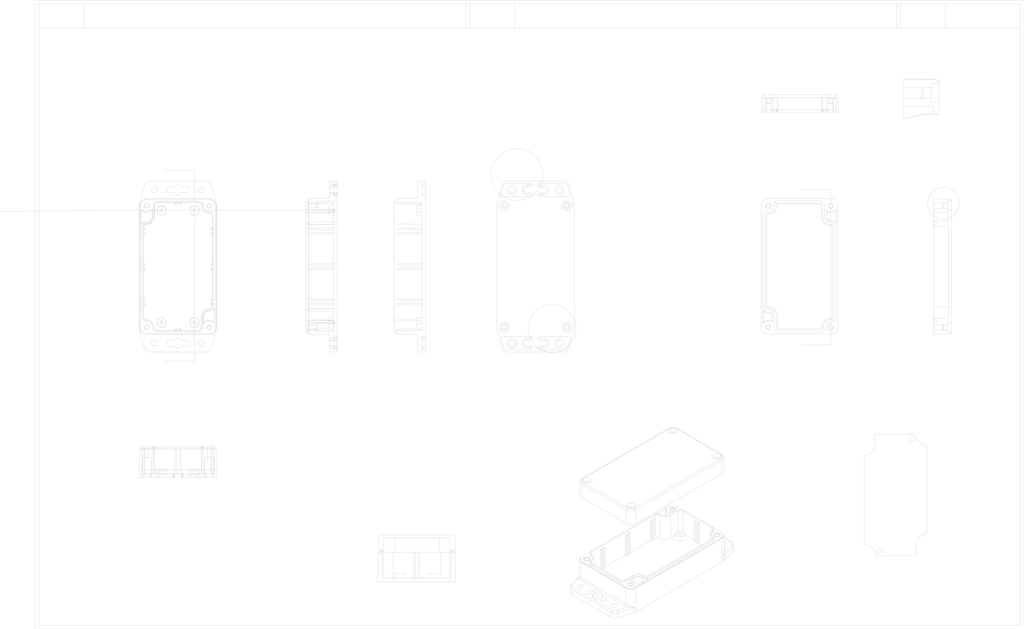
<source format=kicad_pcb>
(kicad_pcb (version 3) (host pcbnew "hbpn1321mb.dxf")
  (layers (15 F.Cu signal) (0 B.Cu signal) (18 B.Paste user) (19 F.Paste user) (20 B.SilkS user) (21 F.SilkS user) (22 B.Mask user) (23 F.Mask user) (28 Edge.Cuts user))
  (net 0 "")
  (gr_circle (center 28.66337776184082 -3.1488773822784424) (end 28.66337776184082 -3.0602947026491165) (layer Edge.Cuts) (width 0.01))
  (gr_circle (center 29.76573944091797 -6.889034748077393) (end 29.76573944091797 -6.800452068448067) (layer Edge.Cuts) (width 0.01))
  (gr_circle (center 4.231142997741699 -10.612550735473633) (end 4.231142997741699 -10.543653100728989) (layer Edge.Cuts) (width 0.01))
  (gr_circle (center 4.231142997741699 -14.667668342590332) (end 4.231142997741699 -14.598770707845688) (layer Edge.Cuts) (width 0.01))
  (gr_circle (center 6.3177571296691895 -14.667668342590332) (end 6.3177571296691895 -14.598770707845688) (layer Edge.Cuts) (width 0.01))
  (gr_circle (center 6.3177571296691895 -10.612550735473633) (end 6.3177571296691895 -10.543653100728989) (layer Edge.Cuts) (width 0.01))
  (gr_circle (center 4.723271369934082 -10.770031929016113) (end 4.723271369934082 -10.615701213479042) (layer Edge.Cuts) (width 0.01))
  (gr_circle (center 4.723271369934082 -10.770031929016113) (end 4.723271369934082 -10.612608790397644) (layer Edge.Cuts) (width 0.01))
  (gr_circle (center 5.825633525848389 -10.770031929016113) (end 5.825633525848389 -10.615701213479042) (layer Edge.Cuts) (width 0.01))
  (gr_circle (center 5.825633525848389 -10.770031929016113) (end 5.825633525848389 -10.612608790397644) (layer Edge.Cuts) (width 0.01))
  (gr_circle (center 5.825633525848389 -10.770031929016113) (end 5.825633525848389 -10.717731930315495) (layer Edge.Cuts) (width 0.01))
  (gr_circle (center 4.723271369934082 -10.770031929016113) (end 4.723271369934082 -10.717731930315495) (layer Edge.Cuts) (width 0.01))
  (gr_circle (center 4.723271369934082 -10.770031929016113) (end 4.723271369934082 -10.721167966723442) (layer Edge.Cuts) (width 0.01))
  (gr_circle (center 5.825633525848389 -10.770031929016113) (end 5.825633525848389 -10.721167966723442) (layer Edge.Cuts) (width 0.01))
  (gr_circle (center 4.723271369934082 -14.510189056396484) (end 4.723271369934082 -14.355858340859413) (layer Edge.Cuts) (width 0.01))
  (gr_circle (center 4.723271369934082 -14.510189056396484) (end 4.723271369934082 -14.457889057695866) (layer Edge.Cuts) (width 0.01))
  (gr_circle (center 4.723271369934082 -14.510189056396484) (end 4.723271369934082 -14.352765917778015) (layer Edge.Cuts) (width 0.01))
  (gr_circle (center 5.825633525848389 -14.510189056396484) (end 5.825633525848389 -14.355858340859413) (layer Edge.Cuts) (width 0.01))
  (gr_circle (center 5.825633525848389 -14.510189056396484) (end 5.825633525848389 -14.352765917778015) (layer Edge.Cuts) (width 0.01))
  (gr_circle (center 5.825633525848389 -14.510189056396484) (end 5.825633525848389 -14.457889057695866) (layer Edge.Cuts) (width 0.01))
  (gr_circle (center 4.723271369934082 -14.510189056396484) (end 4.723271369934082 -14.461325094103813) (layer Edge.Cuts) (width 0.01))
  (gr_circle (center 5.825633525848389 -14.510189056396484) (end 5.825633525848389 -14.461325094103813) (layer Edge.Cuts) (width 0.01))
  (gr_circle (center 16.16069221496582 -10.612550735473633) (end 16.16069221496582 -10.455070421099663) (layer Edge.Cuts) (width 0.01))
  (gr_circle (center 18.24730682373047 -10.612550735473633) (end 18.24730682373047 -10.455070421099663) (layer Edge.Cuts) (width 0.01))
  (gr_circle (center 18.24730682373047 -14.667668342590332) (end 18.24730682373047 -14.510188028216362) (layer Edge.Cuts) (width 0.01))
  (gr_circle (center 16.16069221496582 -14.667668342590332) (end 16.16069221496582 -14.510188028216362) (layer Edge.Cuts) (width 0.01))
  (gr_circle (center 18.24730682373047 -14.667668342590332) (end 18.24730682373047 -14.516028851270676) (layer Edge.Cuts) (width 0.01))
  (gr_circle (center 18.24730682373047 -10.612550735473633) (end 18.24730682373047 -10.460911244153976) (layer Edge.Cuts) (width 0.01))
  (gr_circle (center 16.16069221496582 -14.667668342590332) (end 16.16069221496582 -14.516028851270676) (layer Edge.Cuts) (width 0.01))
  (gr_circle (center 16.16069221496582 -10.612550735473633) (end 16.16069221496582 -10.460911244153976) (layer Edge.Cuts) (width 0.01))
  (gr_circle (center 18.24730682373047 -14.667668342590332) (end 18.24730682373047 -14.598770707845688) (layer Edge.Cuts) (width 0.01))
  (gr_circle (center 18.24730682373047 -10.612550735473633) (end 18.24730682373047 -10.543653100728989) (layer Edge.Cuts) (width 0.01))
  (gr_circle (center 16.16069221496582 -10.612550735473633) (end 16.16069221496582 -10.543653100728989) (layer Edge.Cuts) (width 0.01))
  (gr_circle (center 16.16069221496582 -14.667668342590332) (end 16.16069221496582 -14.598770707845688) (layer Edge.Cuts) (width 0.01))
  (gr_circle (center 24.96894645690918 -10.612472534179688) (end 24.96894645690918 -10.523889854550362) (layer Edge.Cuts) (width 0.01))
  (gr_circle (center 27.055561065673828 -14.667591094970703) (end 27.055561065673828 -14.579008415341377) (layer Edge.Cuts) (width 0.01))
  (gr_circle (center 24.96894645690918 -14.667591094970703) (end 24.96894645690918 -14.579008415341377) (layer Edge.Cuts) (width 0.01))
  (gr_circle (center 27.055561065673828 -10.612472534179688) (end 27.055561065673828 -10.523889854550362) (layer Edge.Cuts) (width 0.01))
  (gr_circle (center 27.055561065673828 -10.612472534179688) (end 27.055561065673828 -10.539637885987759) (layer Edge.Cuts) (width 0.01))
  (gr_circle (center 24.96894645690918 -10.612472534179688) (end 24.96894645690918 -10.539637885987759) (layer Edge.Cuts) (width 0.01))
  (gr_circle (center 24.96894645690918 -14.667591094970703) (end 24.96894645690918 -14.594756446778774) (layer Edge.Cuts) (width 0.01))
  (gr_circle (center 27.055561065673828 -14.667591094970703) (end 27.055561065673828 -14.594756446778774) (layer Edge.Cuts) (width 0.01))
  (gr_circle (center 30.810993194580078 -14.745548248291016) (end 30.810993194580078 -14.216763973236084) (layer Edge.Cuts) (width 0.01))
  (gr_line (start 0.6265032092 -21.4101463415) (end 33.3785032092 -21.4101463415) (angle 90) (layer Edge.Cuts) (width 0.01))
  (gr_line (start 33.3785032092 -0.6581463415000001) (end 33.3785032092 -21.4101463415) (angle 90) (layer Edge.Cuts) (width 0.01))
  (gr_line (start 33.3785032092 -0.6581463415000001) (end 0.6265032092 -0.6581463415000001) (angle 90) (layer Edge.Cuts) (width 0.01))
  (gr_line (start 0.6265032092 -21.4101463415) (end 0.6265032092 -0.6581463415000001) (angle 90) (layer Edge.Cuts) (width 0.01))
  (gr_line (start 0.5025032091999999 -21.5341463415) (end 33.5025032092 -21.5341463415) (angle 90) (layer Edge.Cuts) (width 0.01))
  (gr_line (start 33.5025032092 -0.5341463415) (end 0.5025032091999999 -0.5341463415) (angle 90) (layer Edge.Cuts) (width 0.01))
  (gr_line (start 0.5025032091999999 -21.5341463415) (end 0.5025032091999999 -0.5341463415) (angle 90) (layer Edge.Cuts) (width 0.01))
  (gr_line (start 33.5025032092 -0.5341463415) (end 33.5025032092 -21.5341463415) (angle 90) (layer Edge.Cuts) (width 0.01))
  (gr_line (start 0.6265032092 -20.5981463415) (end 33.3785032092 -20.5981463415) (angle 90) (layer Edge.Cuts) (width 0.01))
  (gr_line (start 2.1265032092 -21.4101463415) (end 2.1265032092 -20.5981463415) (angle 90) (layer Edge.Cuts) (width 0.01))
  (gr_line (start 14.8785032092 -20.5981463415) (end 14.8785032092 -21.4101463415) (angle 90) (layer Edge.Cuts) (width 0.01))
  (gr_line (start 15.0025032092 -20.5981463415) (end 15.0025032092 -21.4101463415) (angle 90) (layer Edge.Cuts) (width 0.01))
  (gr_line (start 30.8785032092 -20.5981463415) (end 30.8785032092 -21.4101463415) (angle 90) (layer Edge.Cuts) (width 0.01))
  (gr_line (start 16.5025032092 -20.5981463415) (end 16.5025032092 -21.4101463415) (angle 90) (layer Edge.Cuts) (width 0.01))
  (gr_line (start 29.3785032092 -20.5981463415) (end 29.3785032092 -21.4101463415) (angle 90) (layer Edge.Cuts) (width 0.01))
  (gr_line (start 29.2545032092 -20.5981463415) (end 29.2545032092 -21.4101463415) (angle 90) (layer Edge.Cuts) (width 0.01))
  (gr_arc (start 30.22686507145431 -6.650876676082355) (end 30.257865054099998 -6.6508754770000005) (angle -85.0348745856624) (layer Edge.Cuts) (width 0.01))
  (gr_line (start 30.2578650541 -3.7368296874) (end 30.2578650541 -6.6508754770000005) (angle 90) (layer Edge.Cuts) (width 0.01))
  (gr_arc (start 30.226866982490296 -3.7368288436033446) (end 30.23017398473982 -3.7060067904235496) (angle -83.90849984605586) (layer Edge.Cuts) (width 0.01))
  (gr_arc (start 30.269676299941242 -3.3380426008917703) (end 30.230173984717645 -3.706006790433823) (angle -83.87184724274047) (layer Edge.Cuts) (width 0.01))
  (gr_line (start 29.8995973375 -3.0223970957) (end 29.8995973375 -3.3380423104) (angle 90) (layer Edge.Cuts) (width 0.01))
  (gr_arc (start 29.868595970911148 -3.022397385793565) (end 29.8685973375 -2.9913970957000005) (angle -89.97314116897985) (layer Edge.Cuts) (width 0.01))
  (gr_line (start 28.5668906098 -2.9913970957) (end 29.8685973375 -2.9913970957) (angle 90) (layer Edge.Cuts) (width 0.01))
  (gr_arc (start 28.56689246988322 -3.0223986919734256) (end 28.53600830362797 -3.019698361645504) (angle -84.98976821650194) (layer Edge.Cuts) (width 0.01))
  (gr_arc (start 28.167336648588822 -2.987481063490552) (end 28.53600830362913 -3.0196983616776754) (angle -80.00989389943416) (layer Edge.Cuts) (width 0.01))
  (gr_arc (start 28.202254038653095 -3.3870385537150303) (end 28.1712508808 -3.3870368247) (angle -84.99350463368626) (layer Edge.Cuts) (width 0.01))
  (gr_line (start 28.1712508808 -6.3010826142) (end 28.1712508808 -3.3870368247) (angle 90) (layer Edge.Cuts) (width 0.01))
  (gr_arc (start 28.202252127617125 -6.30108280991533) (end 28.19894195016018 -6.331905511176453) (angle -83.84026308359971) (layer Edge.Cuts) (width 0.01))
  (gr_arc (start 28.15944090281755 -6.6998702447198015) (end 28.198941950182355 -6.331905511166178) (angle -83.8749551806614) (layer Edge.Cuts) (width 0.01))
  (gr_line (start 28.5295185974 -7.0155152059) (end 28.5295185974 -6.6998699912) (angle 90) (layer Edge.Cuts) (width 0.01))
  (gr_arc (start 28.560517417150376 -7.015515221399428) (end 28.5605185974 -7.0465152059) (angle -90.02528549686738) (layer Edge.Cuts) (width 0.01))
  (gr_line (start 29.8622253251 -7.0465152059) (end 28.5605185974 -7.0465152059) (angle 90) (layer Edge.Cuts) (width 0.01))
  (gr_arc (start 29.862224732875568 -7.01551606098678) (end 29.89310763127203 -7.018213939954496) (angle -85.0327138986119) (layer Edge.Cuts) (width 0.01))
  (gr_arc (start 30.261780554169967 -7.050429636353808) (end 29.89310763127087 -7.018213940022325) (angle -80.01483620481444) (layer Edge.Cuts) (width 0.01))
  (gr_arc (start 18.822185000178735 -5.452524417407162) (end 18.768911593675877 -5.573140447861566) (angle -64.61908148065667) (layer Edge.Cuts) (width 0.01))
  (gr_line (start 18.690066808 -5.4560784211) (end 18.680772256 -5.0213148594) (angle 90) (layer Edge.Cuts) (width 0.01))
  (gr_line (start 21.6361427193 -7.2286095634) (end 18.7687412017 -5.5732939017) (angle 90) (layer Edge.Cuts) (width 0.01))
  (gr_arc (start 23.349224228590405 -6.252673981633401) (end 23.48612631408394 -6.2596108926873555) (angle -61.8122621742911) (layer Edge.Cuts) (width 0.01))
  (gr_line (start 23.496037823800002 -5.8248661326) (end 23.4867431681 -6.2596296943) (angle 90) (layer Edge.Cuts) (width 0.01))
  (gr_line (start 23.408068878 -6.3768452348) (end 21.9326098638 -7.2286095934) (angle 90) (layer Edge.Cuts) (width 0.01))
  (gr_arc (start 21.789541181954355 -6.967943433540656) (end 21.93233768272075 -7.228371449383484) (angle -29.762679725509727) (layer Edge.Cuts) (width 0.01))
  (gr_arc (start 21.774040487640395 -6.987938181557852) (end 21.784376213761323 -7.2649055465497145) (angle -31.938155300545578) (layer Edge.Cuts) (width 0.01))
  (gr_line (start 19.003928913 -2.7833589931000002) (end 19.003928913 -2.7349375664) (angle 90) (layer Edge.Cuts) (width 0.01))
  (gr_line (start 19.149588017 -2.6936568005000003) (end 19.147074503 -2.9288387234) (angle 90) (layer Edge.Cuts) (width 0.01))
  (gr_arc (start 18.45239756030214 -1.9376488126361773) (end 18.386554792796144 -2.0143274365642556) (angle -50.813480760448556) (layer Edge.Cuts) (width 0.01))
  (gr_line (start 18.6943241167 -2.8797173884) (end 18.6943241167 -2.8474894501000003) (angle 90) (layer Edge.Cuts) (width 0.01))
  (gr_line (start 18.6746570739 -2.8492126729000002) (end 18.6631100404 -2.3090872145) (angle 90) (layer Edge.Cuts) (width 0.01))
  (gr_line (start 18.3509234903 -1.9362853948) (end 18.3474697096 -1.7747320516) (angle 90) (layer Edge.Cuts) (width 0.01))
  (gr_line (start 18.6492182774 -2.2775974307) (end 18.3861984528 -2.0146060335) (angle 90) (layer Edge.Cuts) (width 0.01))
  (gr_line (start 19.003928913 -3.0726374455) (end 19.003928913 -3.0242160188) (angle 90) (layer Edge.Cuts) (width 0.01))
  (gr_line (start 18.6631328043 -2.3101730065) (end 18.6577545698 -2.2893186737) (angle 90) (layer Edge.Cuts) (width 0.01))
  (gr_line (start 18.6577545698 -2.2893186737) (end 18.6490043282 -2.2773887972) (angle 90) (layer Edge.Cuts) (width 0.01))
  (gr_line (start 23.1606508026 -3.5384888396000003) (end 23.1606508026 -3.5869102663000003) (angle 90) (layer Edge.Cuts) (width 0.01))
  (gr_line (start 23.0175051607 -3.7323900265) (end 23.0149915949 -3.4972080737) (angle 90) (layer Edge.Cuts) (width 0.01))
  (gr_line (start 23.470255547 -3.6510407532) (end 23.470255547 -3.6832686915000004) (angle 90) (layer Edge.Cuts) (width 0.01))
  (gr_line (start 23.5014163694 -3.115133345) (end 23.4899226417 -3.6527639461000003) (angle 90) (layer Edge.Cuts) (width 0.01))
  (gr_line (start 23.1606507507 -3.8277673218999997) (end 23.1606507507 -3.8761887486) (angle 90) (layer Edge.Cuts) (width 0.01))
  (gr_arc (start 23.694119607255306 -3.3407953084314896) (end 23.812989799017185 -3.3457286417721734) (angle -62.61980797406151) (layer Edge.Cuts) (width 0.01))
  (gr_line (start 23.817110006 -3.183614291) (end 23.8136561216 -3.3451675742) (angle 90) (layer Edge.Cuts) (width 0.01))
  (gr_line (start 23.744799693 -3.4489352119000003) (end 23.4911497383 -3.595364214) (angle 90) (layer Edge.Cuts) (width 0.01))
  (gr_line (start 22.1723049753 -3.5637017116000003) (end 22.1692128236 -3.7083424233) (angle 90) (layer Edge.Cuts) (width 0.01))
  (gr_line (start 21.860574895 -3.7083424233) (end 21.8574826915 -3.5637017416) (angle 90) (layer Edge.Cuts) (width 0.01))
  (gr_arc (start 20.39243510634215 -4.810257640756172) (end 20.27372535888964 -4.581547893968149) (angle -54.87124946687644) (layer Edge.Cuts) (width 0.01))
  (gr_arc (start 20.4620515154874 -4.504939604048299) (end 20.552894146648605 -4.5100656352675665) (angle -54.112044042263655) (layer Edge.Cuts) (width 0.01))
  (gr_arc (start 20.39243510624585 -4.81805116380529) (end 20.23197342967641 -4.51006566523733) (angle -55.046793739694074) (layer Edge.Cuts) (width 0.01))
  (gr_arc (start 20.32281848856038 -4.504939211119678) (end 20.2737253588885 -4.581547893979444) (angle -54.09685997682948) (layer Edge.Cuts) (width 0.01))
  (gr_line (start 20.5528941467 -4.5100656353) (end 20.5594668357 -4.0714414957) (angle 90) (layer Edge.Cuts) (width 0.01))
  (gr_arc (start 20.39243313411062 -4.392042699308052) (end 20.225400636958152 -4.071441465748431) (angle -55.03603984703944) (layer Edge.Cuts) (width 0.01))
  (gr_line (start 20.2319734297 -4.5100656652) (end 20.225400637 -4.0714414657) (angle 90) (layer Edge.Cuts) (width 0.01))
  (gr_arc (start 21.78437614440918 -6.996975440274989) (end 21.903084668946423 -7.225685719364707) (angle -54.86118938782207) (layer Edge.Cuts) (width 0.01))
  (gr_line (start 23.3785436832 -6.3739213608) (end 21.903084669 -7.2256857194) (angle 90) (layer Edge.Cuts) (width 0.01))
  (gr_line (start 23.378543735 -6.2368635257) (end 23.4139049306 -6.2669001911) (angle 90) (layer Edge.Cuts) (width 0.01))
  (gr_line (start 23.4139049306 -6.2669001911) (end 23.4241521424 -6.2855337426) (angle 90) (layer Edge.Cuts) (width 0.01))
  (gr_line (start 23.4241521424 -6.2855337426) (end 23.4277143496 -6.3053924582) (angle 90) (layer Edge.Cuts) (width 0.01))
  (gr_line (start 23.4277143496 -6.3053924582) (end 23.4241520905 -6.3252511439) (angle 90) (layer Edge.Cuts) (width 0.01))
  (gr_line (start 23.4241520905 -6.3252511439) (end 23.4139049824 -6.3438846954) (angle 90) (layer Edge.Cuts) (width 0.01))
  (gr_line (start 23.4139049824 -6.3438846954) (end 23.3785436832 -6.3739213608) (angle 90) (layer Edge.Cuts) (width 0.01))
  (gr_line (start 20.5111422175 -4.581547864) (end 23.378543735 -6.2368635257) (angle 90) (layer Edge.Cuts) (width 0.01))
  (gr_line (start 18.7982663447 -5.4333122525) (end 20.2737253589 -4.5815478939) (angle 90) (layer Edge.Cuts) (width 0.01))
  (gr_line (start 18.7982663447 -5.5703700577) (end 18.7629050973 -5.5403334222) (angle 90) (layer Edge.Cuts) (width 0.01))
  (gr_line (start 18.7629050973 -5.5403334222) (end 18.7526579374 -5.5216998407) (angle 90) (layer Edge.Cuts) (width 0.01))
  (gr_line (start 18.7526579374 -5.5216998407) (end 18.7490956783 -5.5018411551) (angle 90) (layer Edge.Cuts) (width 0.01))
  (gr_line (start 18.7490956783 -5.5018411551) (end 18.7526579374 -5.4819824694) (angle 90) (layer Edge.Cuts) (width 0.01))
  (gr_line (start 18.7526579374 -5.4819824694) (end 18.7629050973 -5.4633488880000005) (angle 90) (layer Edge.Cuts) (width 0.01))
  (gr_line (start 18.7629050973 -5.4633488880000005) (end 18.7982663447 -5.4333122525) (angle 90) (layer Edge.Cuts) (width 0.01))
  (gr_line (start 21.6656678623 -7.2256857194) (end 18.7982663447 -5.5703700577) (angle 90) (layer Edge.Cuts) (width 0.01))
  (gr_line (start 21.6730208488 -7.2214409306) (end 21.6977160604 -7.2330653212) (angle 90) (layer Edge.Cuts) (width 0.01))
  (gr_line (start 21.6977160604 -7.2330653212) (end 21.7259589602 -7.2415819895) (angle 90) (layer Edge.Cuts) (width 0.01))
  (gr_line (start 21.7259589602 -7.2415819895) (end 21.7565935692 -7.2466422871) (angle 90) (layer Edge.Cuts) (width 0.01))
  (gr_line (start 21.7565935692 -7.2466422871) (end 21.7883656453 -7.2480390663) (angle 90) (layer Edge.Cuts) (width 0.01))
  (gr_line (start 21.7883656453 -7.2480390663) (end 21.8199744335 -7.2457151221) (angle 90) (layer Edge.Cuts) (width 0.01))
  (gr_line (start 21.8199744335 -7.2457151221) (end 21.8501257642 -7.2397655868) (angle 90) (layer Edge.Cuts) (width 0.01))
  (gr_line (start 21.8501257642 -7.2397655868) (end 21.8775852553 -7.2304340383) (angle 90) (layer Edge.Cuts) (width 0.01))
  (gr_line (start 21.8775852553 -7.2304340383) (end 21.901228818 -7.2181025023) (angle 90) (layer Edge.Cuts) (width 0.01))
  (gr_line (start 21.901228818 -7.2181025023) (end 21.9200883919 -7.203275826) (angle 90) (layer Edge.Cuts) (width 0.01))
  (gr_line (start 21.9200883919 -7.203275826) (end 21.9333918725 -7.1865610236) (angle 90) (layer Edge.Cuts) (width 0.01))
  (gr_line (start 21.9333918725 -7.1865610236) (end 21.9405947419 -7.1686424305) (angle 90) (layer Edge.Cuts) (width 0.01))
  (gr_line (start 21.9405947419 -7.1686424305) (end 21.9414019516 -7.1502536244) (angle 90) (layer Edge.Cuts) (width 0.01))
  (gr_line (start 21.9414019516 -7.1502536244) (end 21.9357804704 -7.1321474311) (angle 90) (layer Edge.Cuts) (width 0.01))
  (gr_line (start 21.9357804704 -7.1321474311) (end 21.9239605817 -7.1150651214) (angle 90) (layer Edge.Cuts) (width 0.01))
  (gr_line (start 21.9239605817 -7.1150651214) (end 21.9064260305 -7.0997060579) (angle 90) (layer Edge.Cuts) (width 0.01))
  (gr_line (start 21.9064260305 -7.0997060579) (end 21.883894682 -7.0866989873) (angle 90) (layer Edge.Cuts) (width 0.01))
  (gr_line (start 21.883894682 -7.0866989873) (end 21.8572891209 -7.0765765063) (angle 90) (layer Edge.Cuts) (width 0.01))
  (gr_line (start 21.8572891209 -7.0765765063) (end 21.8276984865 -7.0697530298) (angle 90) (layer Edge.Cuts) (width 0.01))
  (gr_line (start 21.8276984865 -7.0697530298) (end 21.7963342413 -7.0665078178) (angle 90) (layer Edge.Cuts) (width 0.01))
  (gr_line (start 21.7963342413 -7.0665078178) (end 21.7644804434 -7.06697381) (angle 90) (layer Edge.Cuts) (width 0.01))
  (gr_line (start 21.7644804434 -7.06697381) (end 21.7334411666 -7.0711319381) (angle 90) (layer Edge.Cuts) (width 0.01))
  (gr_line (start 21.7334411666 -7.0711319381) (end 21.7044871425 -7.0788118739) (angle 90) (layer Edge.Cuts) (width 0.01))
  (gr_line (start 21.7044871425 -7.0788118739) (end 21.6788038029 -7.0896992742) (angle 90) (layer Edge.Cuts) (width 0.01))
  (gr_line (start 21.6788038029 -7.0896992742) (end 21.6574426414 -7.1033484124) (angle 90) (layer Edge.Cuts) (width 0.01))
  (gr_line (start 21.6574426414 -7.1033484124) (end 21.6412781738 -7.1192004392) (angle 90) (layer Edge.Cuts) (width 0.01))
  (gr_line (start 21.6412781738 -7.1192004392) (end 21.6309721597 -7.1366064319) (angle 90) (layer Edge.Cuts) (width 0.01))
  (gr_line (start 21.6309721597 -7.1366064319) (end 21.626946534200002 -7.1548537969) (angle 90) (layer Edge.Cuts) (width 0.01))
  (gr_line (start 21.626946534200002 -7.1548537969) (end 21.6293659852 -7.1731953662) (angle 90) (layer Edge.Cuts) (width 0.01))
  (gr_line (start 21.6293659852 -7.1731953662) (end 21.6381316274 -7.1908803495) (angle 90) (layer Edge.Cuts) (width 0.01))
  (gr_line (start 21.6381316274 -7.1908803495) (end 21.6528846319 -7.2071846884) (angle 90) (layer Edge.Cuts) (width 0.01))
  (gr_line (start 21.6528846319 -7.2071846884) (end 21.6730208488 -7.2214409306) (angle 90) (layer Edge.Cuts) (width 0.01))
  (gr_line (start 20.2810783972 -4.7143608804) (end 20.305773557 -4.7259853009) (angle 90) (layer Edge.Cuts) (width 0.01))
  (gr_line (start 20.305773557 -4.7259853009) (end 20.3340165087 -4.7345019393) (angle 90) (layer Edge.Cuts) (width 0.01))
  (gr_line (start 20.3340165087 -4.7345019393) (end 20.3646510658 -4.7395622668) (angle 90) (layer Edge.Cuts) (width 0.01))
  (gr_line (start 20.3646510658 -4.7395622668) (end 20.3964231419 -4.740959046) (angle 90) (layer Edge.Cuts) (width 0.01))
  (gr_line (start 20.3964231419 -4.740959046) (end 20.4280319301 -4.7386351019) (angle 90) (layer Edge.Cuts) (width 0.01))
  (gr_line (start 20.4280319301 -4.7386351019) (end 20.4581832608 -4.7326855665) (angle 90) (layer Edge.Cuts) (width 0.01))
  (gr_line (start 20.4581832608 -4.7326855665) (end 20.4856428037 -4.7233539880999995) (angle 90) (layer Edge.Cuts) (width 0.01))
  (gr_line (start 20.4856428037 -4.7233539880999995) (end 20.5092863664 -4.711022452) (angle 90) (layer Edge.Cuts) (width 0.01))
  (gr_line (start 20.5092863664 -4.711022452) (end 20.5281459404 -4.6961957757) (angle 90) (layer Edge.Cuts) (width 0.01))
  (gr_line (start 20.5281459404 -4.6961957757) (end 20.5414494209 -4.6794809734000005) (angle 90) (layer Edge.Cuts) (width 0.01))
  (gr_line (start 20.5414494209 -4.6794809734000005) (end 20.5486522385 -4.6615624102) (angle 90) (layer Edge.Cuts) (width 0.01))
  (gr_line (start 20.5486522385 -4.6615624102) (end 20.5494594482 -4.6431736041) (angle 90) (layer Edge.Cuts) (width 0.01))
  (gr_line (start 20.5494594482 -4.6431736041) (end 20.5438380189 -4.6250673808) (angle 90) (layer Edge.Cuts) (width 0.01))
  (gr_line (start 20.5438380189 -4.6250673808) (end 20.5320180784 -4.6079851011) (angle 90) (layer Edge.Cuts) (width 0.01))
  (gr_line (start 20.5320180784 -4.6079851011) (end 20.5144835271 -4.5926260376000005) (angle 90) (layer Edge.Cuts) (width 0.01))
  (gr_line (start 20.5144835271 -4.5926260376000005) (end 20.491952178600002 -4.579618967) (angle 90) (layer Edge.Cuts) (width 0.01))
  (gr_line (start 20.491952178600002 -4.579618967) (end 20.4653466175 -4.569496486) (angle 90) (layer Edge.Cuts) (width 0.01))
  (gr_line (start 20.4653466175 -4.569496486) (end 20.4357560349 -4.5626729796) (angle 90) (layer Edge.Cuts) (width 0.01))
  (gr_line (start 20.4357560349 -4.5626729796) (end 20.4043917379 -4.5594277976) (angle 90) (layer Edge.Cuts) (width 0.01))
  (gr_line (start 20.4043917379 -4.5594277976) (end 20.37253794 -4.5598937898) (angle 90) (layer Edge.Cuts) (width 0.01))
  (gr_line (start 20.37253794 -4.5598937898) (end 20.3414987151 -4.5640518878) (angle 90) (layer Edge.Cuts) (width 0.01))
  (gr_line (start 20.3414987151 -4.5640518878) (end 20.3125446909 -4.5717318237) (angle 90) (layer Edge.Cuts) (width 0.01))
  (gr_line (start 20.3125446909 -4.5717318237) (end 20.2868613514 -4.582619224) (angle 90) (layer Edge.Cuts) (width 0.01))
  (gr_line (start 20.2868613514 -4.582619224) (end 20.2655001899 -4.5962683622) (angle 90) (layer Edge.Cuts) (width 0.01))
  (gr_line (start 20.2655001899 -4.5962683622) (end 20.2493356704 -4.6121204189) (angle 90) (layer Edge.Cuts) (width 0.01))
  (gr_line (start 20.2493356704 -4.6121204189) (end 20.2390296563 -4.629526411600001) (angle 90) (layer Edge.Cuts) (width 0.01))
  (gr_line (start 20.2390296563 -4.629526411600001) (end 20.2350040308 -4.6477737767) (angle 90) (layer Edge.Cuts) (width 0.01))
  (gr_line (start 20.2350040308 -4.6477737767) (end 20.2374234818 -4.6661153459) (angle 90) (layer Edge.Cuts) (width 0.01))
  (gr_line (start 20.2374234818 -4.6661153459) (end 20.2461892796 -4.6838003592) (angle 90) (layer Edge.Cuts) (width 0.01))
  (gr_line (start 20.2461892796 -4.6838003592) (end 20.260942128499998 -4.7001046681) (angle 90) (layer Edge.Cuts) (width 0.01))
  (gr_line (start 20.260942128499998 -4.7001046681) (end 20.2810783972 -4.7143608804) (angle 90) (layer Edge.Cuts) (width 0.01))
  (gr_line (start 18.8056193312 -5.5661252689000005) (end 18.8303145428 -5.5777496595) (angle 90) (layer Edge.Cuts) (width 0.01))
  (gr_line (start 18.8303145428 -5.5777496595) (end 18.8585574426 -5.5862663278) (angle 90) (layer Edge.Cuts) (width 0.01))
  (gr_line (start 18.8585574426 -5.5862663278) (end 18.8891920516 -5.5913266254) (angle 90) (layer Edge.Cuts) (width 0.01))
  (gr_line (start 18.8891920516 -5.5913266254) (end 18.9209641277 -5.5927234046) (angle 90) (layer Edge.Cuts) (width 0.01))
  (gr_line (start 18.9209641277 -5.5927234046) (end 18.9525729159 -5.5903994604000005) (angle 90) (layer Edge.Cuts) (width 0.01))
  (gr_line (start 18.9525729159 -5.5903994604000005) (end 18.9827242466 -5.5844499251) (angle 90) (layer Edge.Cuts) (width 0.01))
  (gr_line (start 18.9827242466 -5.5844499251) (end 19.0101837377 -5.5751183766) (angle 90) (layer Edge.Cuts) (width 0.01))
  (gr_line (start 19.0101837377 -5.5751183766) (end 19.0338273004 -5.5627868405) (angle 90) (layer Edge.Cuts) (width 0.01))
  (gr_line (start 19.0338273004 -5.5627868405) (end 19.0526868743 -5.5479601642) (angle 90) (layer Edge.Cuts) (width 0.01))
  (gr_line (start 19.0526868743 -5.5479601642) (end 19.0659903549 -5.5312453619) (angle 90) (layer Edge.Cuts) (width 0.01))
  (gr_line (start 19.0659903549 -5.5312453619) (end 19.0731932243 -5.5133267688) (angle 90) (layer Edge.Cuts) (width 0.01))
  (gr_line (start 19.0731932243 -5.5133267688) (end 19.074000434 -5.4949379627) (angle 90) (layer Edge.Cuts) (width 0.01))
  (gr_line (start 19.074000434 -5.4949379627) (end 19.0683789529 -5.4768317693) (angle 90) (layer Edge.Cuts) (width 0.01))
  (gr_line (start 19.0683789529 -5.4768317693) (end 19.056559064200002 -5.4597494597) (angle 90) (layer Edge.Cuts) (width 0.01))
  (gr_line (start 19.056559064200002 -5.4597494597) (end 19.0390245129 -5.4443903962) (angle 90) (layer Edge.Cuts) (width 0.01))
  (gr_line (start 19.0390245129 -5.4443903962) (end 19.0164931645 -5.4313833256) (angle 90) (layer Edge.Cuts) (width 0.01))
  (gr_line (start 19.0164931645 -5.4313833256) (end 18.9898876034 -5.4212608446) (angle 90) (layer Edge.Cuts) (width 0.01))
  (gr_line (start 18.9898876034 -5.4212608446) (end 18.9602969689 -5.4144373681) (angle 90) (layer Edge.Cuts) (width 0.01))
  (gr_line (start 18.9602969689 -5.4144373681) (end 18.9289327237 -5.4111921561) (angle 90) (layer Edge.Cuts) (width 0.01))
  (gr_line (start 18.9289327237 -5.4111921561) (end 18.8970789258 -5.4116581483) (angle 90) (layer Edge.Cuts) (width 0.01))
  (gr_line (start 18.8970789258 -5.4116581483) (end 18.866039649 -5.4158162764) (angle 90) (layer Edge.Cuts) (width 0.01))
  (gr_line (start 18.866039649 -5.4158162764) (end 18.8370856249 -5.4234962122) (angle 90) (layer Edge.Cuts) (width 0.01))
  (gr_line (start 18.8370856249 -5.4234962122) (end 18.8114022854 -5.4343836125000005) (angle 90) (layer Edge.Cuts) (width 0.01))
  (gr_line (start 18.8114022854 -5.4343836125000005) (end 18.790041123800002 -5.4480327507) (angle 90) (layer Edge.Cuts) (width 0.01))
  (gr_line (start 18.790041123800002 -5.4480327507) (end 18.7738766563 -5.463884777500001) (angle 90) (layer Edge.Cuts) (width 0.01))
  (gr_line (start 18.7738766563 -5.463884777500001) (end 18.7635706421 -5.4812907702) (angle 90) (layer Edge.Cuts) (width 0.01))
  (gr_line (start 18.7635706421 -5.4812907702) (end 18.7595450166 -5.4995381352) (angle 90) (layer Edge.Cuts) (width 0.01))
  (gr_line (start 18.7595450166 -5.4995381352) (end 18.7619644676 -5.5178797045) (angle 90) (layer Edge.Cuts) (width 0.01))
  (gr_line (start 18.7619644676 -5.5178797045) (end 18.7707302136 -5.5355647477) (angle 90) (layer Edge.Cuts) (width 0.01))
  (gr_line (start 18.7707302136 -5.5355647477) (end 18.7854831143 -5.5518690267) (angle 90) (layer Edge.Cuts) (width 0.01))
  (gr_line (start 18.7854831143 -5.5518690267) (end 18.8056193312 -5.5661252689000005) (angle 90) (layer Edge.Cuts) (width 0.01))
  (gr_line (start 23.1484799148 -6.3696765421) (end 23.1731750746 -6.3813009626) (angle 90) (layer Edge.Cuts) (width 0.01))
  (gr_line (start 23.1731750746 -6.3813009626) (end 23.2014180262 -6.389817601) (angle 90) (layer Edge.Cuts) (width 0.01))
  (gr_line (start 23.2014180262 -6.389817601) (end 23.2320525834 -6.3948779285) (angle 90) (layer Edge.Cuts) (width 0.01))
  (gr_line (start 23.2320525834 -6.3948779285) (end 23.2638246595 -6.3962747077) (angle 90) (layer Edge.Cuts) (width 0.01))
  (gr_line (start 23.2638246595 -6.3962747077) (end 23.2954334477 -6.3939507636) (angle 90) (layer Edge.Cuts) (width 0.01))
  (gr_line (start 23.2954334477 -6.3939507636) (end 23.3255847783 -6.3880012283) (angle 90) (layer Edge.Cuts) (width 0.01))
  (gr_line (start 23.3255847783 -6.3880012283) (end 23.3530443213 -6.3786696498) (angle 90) (layer Edge.Cuts) (width 0.01))
  (gr_line (start 23.3530443213 -6.3786696498) (end 23.376687884 -6.3663381138) (angle 90) (layer Edge.Cuts) (width 0.01))
  (gr_line (start 23.376687884 -6.3663381138) (end 23.3955474579 -6.3515114374) (angle 90) (layer Edge.Cuts) (width 0.01))
  (gr_line (start 23.3955474579 -6.3515114374) (end 23.4088509385 -6.3347966351) (angle 90) (layer Edge.Cuts) (width 0.01))
  (gr_line (start 23.4088509385 -6.3347966351) (end 23.4160537561 -6.3168780719) (angle 90) (layer Edge.Cuts) (width 0.01))
  (gr_line (start 23.4160537561 -6.3168780719) (end 23.4168609657 -6.2984892658) (angle 90) (layer Edge.Cuts) (width 0.01))
  (gr_line (start 23.4168609657 -6.2984892658) (end 23.4112395365 -6.2803830426000005) (angle 90) (layer Edge.Cuts) (width 0.01))
  (gr_line (start 23.4112395365 -6.2803830426000005) (end 23.3994195959 -6.2633007628) (angle 90) (layer Edge.Cuts) (width 0.01))
  (gr_line (start 23.3994195959 -6.2633007628) (end 23.3818850447 -6.2479416993) (angle 90) (layer Edge.Cuts) (width 0.01))
  (gr_line (start 23.3818850447 -6.2479416993) (end 23.3593536962 -6.2349346287) (angle 90) (layer Edge.Cuts) (width 0.01))
  (gr_line (start 23.3593536962 -6.2349346287) (end 23.3327481351 -6.2248121477) (angle 90) (layer Edge.Cuts) (width 0.01))
  (gr_line (start 23.3327481351 -6.2248121477) (end 23.3031575525 -6.2179886413) (angle 90) (layer Edge.Cuts) (width 0.01))
  (gr_line (start 23.3031575525 -6.2179886413) (end 23.2717932555 -6.2147434593) (angle 90) (layer Edge.Cuts) (width 0.01))
  (gr_line (start 23.2717932555 -6.2147434593) (end 23.2399394576 -6.2152094515) (angle 90) (layer Edge.Cuts) (width 0.01))
  (gr_line (start 23.2399394576 -6.2152094515) (end 23.2089002326 -6.2193675496) (angle 90) (layer Edge.Cuts) (width 0.01))
  (gr_line (start 23.2089002326 -6.2193675496) (end 23.1799462085 -6.2270474854) (angle 90) (layer Edge.Cuts) (width 0.01))
  (gr_line (start 23.1799462085 -6.2270474854) (end 23.154262869 -6.2379348857) (angle 90) (layer Edge.Cuts) (width 0.01))
  (gr_line (start 23.154262869 -6.2379348857) (end 23.1329017074 -6.2515840239000005) (angle 90) (layer Edge.Cuts) (width 0.01))
  (gr_line (start 23.1329017074 -6.2515840239000005) (end 23.116737188 -6.2674360807) (angle 90) (layer Edge.Cuts) (width 0.01))
  (gr_line (start 23.116737188 -6.2674360807) (end 23.1064311739 -6.2848420734) (angle 90) (layer Edge.Cuts) (width 0.01))
  (gr_line (start 23.1064311739 -6.2848420734) (end 23.1024055483 -6.3030894384) (angle 90) (layer Edge.Cuts) (width 0.01))
  (gr_line (start 23.1024055483 -6.3030894384) (end 23.1048249994 -6.3214310076) (angle 90) (layer Edge.Cuts) (width 0.01))
  (gr_line (start 23.1048249994 -6.3214310076) (end 23.1135906935 -6.339115961) (angle 90) (layer Edge.Cuts) (width 0.01))
  (gr_line (start 23.1135906935 -6.339115961) (end 23.1283436461 -6.3554203298) (angle 90) (layer Edge.Cuts) (width 0.01))
  (gr_line (start 23.1283436461 -6.3554203298) (end 23.1484799148 -6.3696765421) (angle 90) (layer Edge.Cuts) (width 0.01))
  (gr_line (start 20.2810783972 -4.6114897718) (end 20.2625821636 -4.5986413247) (angle 90) (layer Edge.Cuts) (width 0.01))
  (gr_arc (start 20.39117498262665 -4.407821200062917) (end 20.52228541279189 -4.598641294744041) (angle -62.88778997484229) (layer Edge.Cuts) (width 0.01))
  (gr_line (start 18.7565144155 -5.3618300238) (end 20.2319734297 -4.5100656652) (angle 90) (layer Edge.Cuts) (width 0.01))
  (gr_arc (start 18.847356528721498 -5.356704843749084) (end 18.798266344688507 -5.433312252479429) (angle -54.12192415548716) (layer Edge.Cuts) (width 0.01))
  (gr_line (start 20.5528941467 -4.5100656353) (end 23.4202956643 -6.165381297) (angle 90) (layer Edge.Cuts) (width 0.01))
  (gr_arc (start 23.329452638534292 -6.160255003218231) (end 23.42029566424858 -6.165381296967566) (angle -54.10896483461568) (layer Edge.Cuts) (width 0.01))
  (gr_arc (start 20.39148798541362 -4.47611771098656) (end 20.4706777686491 -4.57118068292782) (angle -69.70683975774652) (layer Edge.Cuts) (width 0.01))
  (gr_line (start 20.3141898077 -4.5711806529) (end 20.3152197298 -4.5722687763) (angle 90) (layer Edge.Cuts) (width 0.01))
  (gr_line (start 20.3152197298 -4.5722687763) (end 20.3297963792 -4.5833654795) (angle 90) (layer Edge.Cuts) (width 0.01))
  (gr_line (start 18.7499416228 -4.9232058243) (end 20.225400637 -4.0714414657) (angle 90) (layer Edge.Cuts) (width 0.01))
  (gr_line (start 18.7499416228 -4.9232058243) (end 18.7565144155 -5.3618300238) (angle 90) (layer Edge.Cuts) (width 0.01))
  (gr_line (start 23.4202956643 -6.165381297) (end 23.4268683533 -5.7267571574) (angle 90) (layer Edge.Cuts) (width 0.01))
  (gr_line (start 20.5594668357 -4.0714414957) (end 23.4268683533 -5.7267571574) (angle 90) (layer Edge.Cuts) (width 0.01))
  (gr_line (start 18.8056193312 -5.4632541603) (end 18.7871230975 -5.4504057132) (angle 90) (layer Edge.Cuts) (width 0.01))
  (gr_arc (start 18.915718714310824 -5.259585318104592) (end 19.046826398543626 -5.450405653371303) (angle -62.87022270792295) (layer Edge.Cuts) (width 0.01))
  (gr_arc (start 18.916029840911715 -5.327880489989222) (end 18.9952187544696 -5.422945041414996) (angle -69.69296991762815) (layer Edge.Cuts) (width 0.01))
  (gr_line (start 18.8387307935 -5.4229450115) (end 18.8397607156 -5.4240331349) (angle 90) (layer Edge.Cuts) (width 0.01))
  (gr_line (start 18.8397607156 -5.4240331349) (end 18.854337365 -5.435129838) (angle 90) (layer Edge.Cuts) (width 0.01))
  (gr_arc (start 18.79840067129266 -5.030808735473761) (end 18.68077225600047 -5.0213148593790535) (angle -61.13809693979535) (layer Edge.Cuts) (width 0.01))
  (gr_line (start 23.1484799148 -6.2668054335) (end 23.1299836812 -6.2539569864) (angle 90) (layer Edge.Cuts) (width 0.01))
  (gr_arc (start 23.258576105673527 -6.063137552907149) (end 23.389686930391893 -6.253956956444047) (angle -62.89165698607535) (layer Edge.Cuts) (width 0.01))
  (gr_arc (start 23.258889108460494 -6.131433110156466) (end 23.338079286249112 -6.226496344627832) (angle -69.70945016997811) (layer Edge.Cuts) (width 0.01))
  (gr_line (start 23.1815913253 -6.2264963147) (end 23.1826212474 -6.227584438) (angle 90) (layer Edge.Cuts) (width 0.01))
  (gr_line (start 23.1826212474 -6.227584438) (end 23.1971978967 -6.2386811412) (angle 90) (layer Edge.Cuts) (width 0.01))
  (gr_arc (start 23.38125254917768 -5.832354891946051) (end 23.42686835330271 -5.726757157348336) (angle -62.90070588146642) (layer Edge.Cuts) (width 0.01))
  (gr_line (start 21.6730208488 -7.118569822) (end 21.6545246151 -7.1057213749) (angle 90) (layer Edge.Cuts) (width 0.01))
  (gr_arc (start 21.783117930009066 -6.914902147785984) (end 21.914227916143624 -7.105721315071306) (angle -62.88680651631094) (layer Edge.Cuts) (width 0.01))
  (gr_arc (start 21.783429056609954 -6.983195889159124) (end 21.86262027206961 -7.078260703215011) (angle -69.71295984356678) (layer Edge.Cuts) (width 0.01))
  (gr_line (start 21.7061323111 -7.0782606732) (end 21.707162233200002 -7.0793487966) (angle 90) (layer Edge.Cuts) (width 0.01))
  (gr_line (start 21.707162233200002 -7.0793487966) (end 21.7217388826 -7.0904454997) (angle 90) (layer Edge.Cuts) (width 0.01))
  (gr_line (start 20.5533517055 -1.8993392792000001) (end 20.5650139583 -1.1210721531) (angle 90) (layer Edge.Cuts) (width 0.01))
  (gr_arc (start 20.419394022960997 -1.3784599087247382) (end 20.499312580243206 -1.093737655782845) (angle -13.911083001551889) (layer Edge.Cuts) (width 0.01))
  (gr_line (start 20.4976932867 -1.2570775568) (end 20.4993125802 -1.0937376558) (angle 90) (layer Edge.Cuts) (width 0.01))
  (gr_line (start 20.2947379585 -1.3479952772000001) (end 20.322052673600002 -1.3402144142) (angle 90) (layer Edge.Cuts) (width 0.01))
  (gr_line (start 20.322052673600002 -1.3402144142) (end 20.3525575441 -1.3290482256) (angle 90) (layer Edge.Cuts) (width 0.01))
  (gr_line (start 20.3525575441 -1.3290482256) (end 20.3788646342 -1.3181567215) (angle 90) (layer Edge.Cuts) (width 0.01))
  (gr_line (start 20.3788646342 -1.3181567215) (end 20.407165714 -1.3056918801) (angle 90) (layer Edge.Cuts) (width 0.01))
  (gr_line (start 20.407165714 -1.3056918801) (end 20.4318346876 -1.2944801400000001) (angle 90) (layer Edge.Cuts) (width 0.01))
  (gr_line (start 20.4318346876 -1.2944801400000001) (end 20.4571345157 -1.2827753859) (angle 90) (layer Edge.Cuts) (width 0.01))
  (gr_line (start 20.4571345157 -1.2827753859) (end 20.4797304741 -1.2719576598) (angle 90) (layer Edge.Cuts) (width 0.01))
  (gr_line (start 20.4797304741 -1.2719576598) (end 20.4884043868 -1.2672881146) (angle 90) (layer Edge.Cuts) (width 0.01))
  (gr_line (start 20.4884043868 -1.2672881146) (end 20.4952504495 -1.2622883245) (angle 90) (layer Edge.Cuts) (width 0.01))
  (gr_line (start 20.4952504495 -1.2622883245) (end 20.4970638841 -1.2597408018) (angle 90) (layer Edge.Cuts) (width 0.01))
  (gr_line (start 20.4970638841 -1.2597408018) (end 20.4976932867 -1.2570775568) (angle 90) (layer Edge.Cuts) (width 0.01))
  (gr_arc (start 20.359756505124377 -1.6442748448620654) (end 20.2114979327652 -1.3796456279866771) (angle -16.97438192854076) (layer Edge.Cuts) (width 0.01))
  (gr_line (start 20.2192854549 -1.8993392792000001) (end 20.2114979327 -1.379645628) (angle 90) (layer Edge.Cuts) (width 0.01))
  (gr_arc (start 20.386320114135742 -2.2199408074781912) (end 20.21928545490315 -1.8993392791479033) (angle -55.04749439809425) (layer Edge.Cuts) (width 0.01))
  (gr_arc (start 20.38631820678711 -2.2350306785851193) (end 20.233204907937928 -1.9395220298707048) (angle -54.77803900396756) (layer Edge.Cuts) (width 0.01))
  (gr_line (start 20.2332049079 -1.9395220298) (end 18.7577458937 -2.7912863883999997) (angle 90) (layer Edge.Cuts) (width 0.01))
  (gr_arc (start 18.791291421049092 -2.8796768188476562) (end 18.757745893706577 -2.9680676715490764) (angle -138.436619642408) (layer Edge.Cuts) (width 0.01))
  (gr_line (start 18.7577458937 -2.9680676715) (end 19.0500265101 -3.1367976798) (angle 90) (layer Edge.Cuts) (width 0.01))
  (gr_line (start 21.1519279061 -4.3501995277) (end 21.6251474113 -4.6233833332) (angle 90) (layer Edge.Cuts) (width 0.01))
  (gr_arc (start 21.778261184692383 -4.327875825092258) (end 21.93137475586207 -4.623383333229286) (angle -54.78122957170923) (layer Edge.Cuts) (width 0.01))
  (gr_line (start 21.9313747558 -4.6233833332) (end 22.154044625 -4.4948387539) (angle 90) (layer Edge.Cuts) (width 0.01))
  (gr_line (start 23.1145532055 -3.940348953) (end 23.40683377 -3.7716189747) (angle 90) (layer Edge.Cuts) (width 0.01))
  (gr_arc (start 23.373286063081768 -3.6832282543182373) (end 23.406833769993426 -3.5948376915509233) (angle -138.4320534329282) (layer Edge.Cuts) (width 0.01))
  (gr_line (start 23.40683377 -3.5948376916) (end 20.5394322524 -1.9395220298) (angle 90) (layer Edge.Cuts) (width 0.01))
  (gr_arc (start 20.121849027524448 -2.331218591402085) (end 20.010494126049156 -2.1163032829827735) (angle -54.776796615871014) (layer Edge.Cuts) (width 0.01))
  (gr_line (start 20.483754544 -2.2609425391) (end 20.2332049079 -2.1163033129) (angle 90) (layer Edge.Cuts) (width 0.01))
  (gr_arc (start 20.63686752319336 -1.9654339074979184) (end 20.789981888561993 -2.2609425391429934) (angle -54.78444385040087) (layer Edge.Cuts) (width 0.01))
  (gr_arc (start 20.901336669921875 -2.475857353525811) (end 20.78998188853522 -2.2609425390897417) (angle -54.77629205001414) (layer Edge.Cuts) (width 0.01))
  (gr_line (start 23.1145258785 -3.4743049931) (end 21.0126927223 -2.2609425391) (angle 90) (layer Edge.Cuts) (width 0.01))
  (gr_line (start 23.1606508026 -3.538589077) (end 23.1486633221 -3.5037987643) (angle 90) (layer Edge.Cuts) (width 0.01))
  (gr_line (start 23.1486633221 -3.5037987643) (end 23.1145258785 -3.4743049931) (angle 90) (layer Edge.Cuts) (width 0.01))
  (gr_arc (start 23.16505195802342 -3.663148122898317) (end 23.11452587852478 -3.7635834454970603) (angle -40.12080251662494) (layer Edge.Cuts) (width 0.01))
  (gr_line (start 23.1606507507 -3.8278675593) (end 23.1486632702 -3.7930772466000002) (angle 90) (layer Edge.Cuts) (width 0.01))
  (gr_line (start 23.1486632702 -3.7930772466000002) (end 23.1145258785 -3.7635834455) (angle 90) (layer Edge.Cuts) (width 0.01))
  (gr_line (start 19.0500537852 -2.9600321423000002) (end 19.0159163935 -2.9895259434) (angle 90) (layer Edge.Cuts) (width 0.01))
  (gr_line (start 19.0159163935 -2.9895259434) (end 19.003928913 -3.0243162561) (angle 90) (layer Edge.Cuts) (width 0.01))
  (gr_arc (start 18.999529344011123 -2.8595960970937666) (end 19.102907841460404 -2.903787509028681) (angle -40.12375743498352) (layer Edge.Cuts) (width 0.01))
  (gr_line (start 19.0500537852 -2.67075369) (end 19.0159163935 -2.7002474911) (angle 90) (layer Edge.Cuts) (width 0.01))
  (gr_line (start 19.0159163935 -2.7002474911) (end 19.003928913 -2.7350378038) (angle 90) (layer Edge.Cuts) (width 0.01))
  (gr_line (start 20.010494126 -2.116303283) (end 19.0500537852 -2.67075369) (angle 90) (layer Edge.Cuts) (width 0.01))
  (gr_line (start 20.3482546558 -2.1634348606000002) (end 20.5004578773 -2.2512999101) (angle 90) (layer Edge.Cuts) (width 0.01))
  (gr_line (start 20.3581431423 -2.1518531867) (end 20.3544878055 -2.1519057818) (angle 90) (layer Edge.Cuts) (width 0.01))
  (gr_line (start 20.3544878055 -2.1519057818) (end 20.3510354248 -2.1526013126) (angle 90) (layer Edge.Cuts) (width 0.01))
  (gr_line (start 20.3510354248 -2.1526013126) (end 20.3481170874 -2.153873055) (angle 90) (layer Edge.Cuts) (width 0.01))
  (gr_line (start 20.3481170874 -2.153873055) (end 20.3460121821 -2.1555991150000002) (angle 90) (layer Edge.Cuts) (width 0.01))
  (gr_line (start 20.3460121821 -2.1555991150000002) (end 20.3449228872 -2.1576141638) (angle 90) (layer Edge.Cuts) (width 0.01))
  (gr_line (start 20.3449228872 -2.1576141638) (end 20.344953169900002 -2.1597249136) (angle 90) (layer Edge.Cuts) (width 0.01))
  (gr_line (start 20.344953169900002 -2.1597249136) (end 20.3461004374 -2.161729186) (angle 90) (layer Edge.Cuts) (width 0.01))
  (gr_line (start 20.3461004374 -2.161729186) (end 20.3482546558 -2.1634348606000002) (angle 90) (layer Edge.Cuts) (width 0.01))
  (gr_line (start 20.6028539776 -2.0279498203) (end 20.5979642068 -2.0543278167) (angle 90) (layer Edge.Cuts) (width 0.01))
  (gr_line (start 20.5979642068 -2.0543278167) (end 20.5835420821 -2.0795160618) (angle 90) (layer Edge.Cuts) (width 0.01))
  (gr_line (start 20.5835420821 -2.0795160618) (end 20.5602373846 -2.1023801831) (angle 90) (layer Edge.Cuts) (width 0.01))
  (gr_line (start 20.5602373846 -2.1023801831) (end 20.5290994817 -2.1218903999) (angle 90) (layer Edge.Cuts) (width 0.01))
  (gr_line (start 20.5290994817 -2.1218903999) (end 20.4915310731 -2.1371679814) (angle 90) (layer Edge.Cuts) (width 0.01))
  (gr_line (start 20.4915310731 -2.1371679814) (end 20.4492239442 -2.1475248504) (angle 90) (layer Edge.Cuts) (width 0.01))
  (gr_line (start 20.4492239442 -2.1475248504) (end 20.404083622 -2.1524945059) (angle 90) (layer Edge.Cuts) (width 0.01))
  (gr_line (start 20.404083622 -2.1524945059) (end 20.3581431423 -2.1518531867) (angle 90) (layer Edge.Cuts) (width 0.01))
  (gr_arc (start 20.610910830885086 -2.0299092242899826) (end 20.602853977624907 -2.02794982026954) (angle -70.94341711181244) (layer Edge.Cuts) (width 0.01))
  (gr_arc (start 20.614604122071622 -2.039616110345449) (end 20.610146813552138 -2.021652115404957) (angle -41.170562636638216) (layer Edge.Cuts) (width 0.01))
  (gr_line (start 20.9491287619 -2.211391047) (end 20.6230166918 -2.0231305562) (angle 90) (layer Edge.Cuts) (width 0.01))
  (gr_line (start 20.9383624407 -2.2228866589) (end 20.9421437306 -2.2229815516) (angle 90) (layer Edge.Cuts) (width 0.01))
  (gr_line (start 20.9421437306 -2.2229815516) (end 20.9457504285 -2.2223967789) (angle 90) (layer Edge.Cuts) (width 0.01))
  (gr_line (start 20.9457504285 -2.2223967789) (end 20.9488488545 -2.2212030761) (angle 90) (layer Edge.Cuts) (width 0.01))
  (gr_line (start 20.9488488545 -2.2212030761) (end 20.9511668793 -2.2194551638) (angle 90) (layer Edge.Cuts) (width 0.01))
  (gr_line (start 20.9511668793 -2.2194551638) (end 20.9524139137 -2.2174290391) (angle 90) (layer Edge.Cuts) (width 0.01))
  (gr_line (start 20.9524139137 -2.2174290391) (end 20.9524643676 -2.2152279766) (angle 90) (layer Edge.Cuts) (width 0.01))
  (gr_line (start 20.9524643676 -2.2152279766) (end 20.9513712874 -2.2131859567) (angle 90) (layer Edge.Cuts) (width 0.01))
  (gr_line (start 20.9513712874 -2.2131859567) (end 20.9491287619 -2.211391047) (angle 90) (layer Edge.Cuts) (width 0.01))
  (gr_arc (start 20.900303170336212 -2.495540063819232) (end 20.773278607086993 -2.251299940045961) (angle -35.43001305204137) (layer Edge.Cuts) (width 0.01))
  (gr_arc (start 20.636869463076152 -1.988028920056495) (end 20.77327860713055 -2.2512999400355787) (angle -54.773498178292115) (layer Edge.Cuts) (width 0.01))
  (gr_line (start 21.5617256861 -4.5349555428) (end 21.5666154569 -4.5085775463) (angle 90) (layer Edge.Cuts) (width 0.01))
  (gr_line (start 21.5666154569 -4.5085775463) (end 21.5810374779 -4.4833892414) (angle 90) (layer Edge.Cuts) (width 0.01))
  (gr_line (start 21.5810374779 -4.4833892414) (end 21.604342331 -4.46052515) (angle 90) (layer Edge.Cuts) (width 0.01))
  (gr_line (start 21.604342331 -4.46052515) (end 21.6354801821 -4.4410149632) (angle 90) (layer Edge.Cuts) (width 0.01))
  (gr_line (start 21.6354801821 -4.4410149632) (end 21.6730486425 -4.4257373518) (angle 90) (layer Edge.Cuts) (width 0.01))
  (gr_line (start 21.6730486425 -4.4257373518) (end 21.7153557714 -4.4153804827) (angle 90) (layer Edge.Cuts) (width 0.01))
  (gr_line (start 21.7153557714 -4.4153804827) (end 21.7604960936 -4.4104108272) (angle 90) (layer Edge.Cuts) (width 0.01))
  (gr_line (start 21.7604960936 -4.4104108272) (end 21.785763876 -4.4107635767) (angle 90) (layer Edge.Cuts) (width 0.01))
  (gr_line (start 21.5415629719 -4.539774806800001) (end 21.5443659862 -4.5409681204) (angle 90) (layer Edge.Cuts) (width 0.01))
  (gr_line (start 21.5443659862 -4.5409681204) (end 21.5476094994 -4.5416407214) (angle 90) (layer Edge.Cuts) (width 0.01))
  (gr_line (start 21.5476094994 -4.5416407214) (end 21.5510314419 -4.5417481268) (angle 90) (layer Edge.Cuts) (width 0.01))
  (gr_line (start 21.5510314419 -4.5417481268) (end 21.554432902 -4.5412532177) (angle 90) (layer Edge.Cuts) (width 0.01))
  (gr_line (start 21.554432902 -4.5412532177) (end 21.557380848 -4.5402446905) (angle 90) (layer Edge.Cuts) (width 0.01))
  (gr_line (start 21.557380848 -4.5402446905) (end 21.5597337186 -4.5387428408) (angle 90) (layer Edge.Cuts) (width 0.01))
  (gr_line (start 21.5597337186 -4.5387428408) (end 21.5612036211 -4.536969065) (angle 90) (layer Edge.Cuts) (width 0.01))
  (gr_line (start 21.5612036211 -4.536969065) (end 21.5617256861 -4.5349555428) (angle 90) (layer Edge.Cuts) (width 0.01))
  (gr_line (start 21.2582848146 -4.3762418075) (end 21.5415629719 -4.539774806800001) (angle 90) (layer Edge.Cuts) (width 0.01))
  (gr_line (start 20.3028020694 -2.0761257268) (end 20.339407914 -2.0904875784) (angle 90) (layer Edge.Cuts) (width 0.01))
  (gr_line (start 20.339407914 -2.0904875784) (end 20.3623498935 -2.0946928235) (angle 90) (layer Edge.Cuts) (width 0.01))
  (gr_line (start 20.3623498935 -2.0946928235) (end 20.386318632000002 -2.0960962781) (angle 90) (layer Edge.Cuts) (width 0.01))
  (gr_line (start 20.386318632000002 -2.0960962781) (end 20.410266629 -2.094695338) (angle 90) (layer Edge.Cuts) (width 0.01))
  (gr_line (start 20.410266629 -2.094695338) (end 20.4332292463 -2.0904875784) (angle 90) (layer Edge.Cuts) (width 0.01))
  (gr_line (start 20.4332292463 -2.0904875784) (end 20.469835091 -2.0761257268) (angle 90) (layer Edge.Cuts) (width 0.01))
  (gr_line (start 20.469835091 -2.0761257268) (end 20.4947132432 -2.0549936225) (angle 90) (layer Edge.Cuts) (width 0.01))
  (gr_line (start 20.4947132432 -2.0549936225) (end 20.5019977825 -2.0417495296) (angle 90) (layer Edge.Cuts) (width 0.01))
  (gr_line (start 20.5019977825 -2.0417495296) (end 20.5044289007 -2.0279126714) (angle 90) (layer Edge.Cuts) (width 0.01))
  (gr_line (start 20.5044289007 -2.0279126714) (end 20.5020021901 -2.0140877571) (angle 90) (layer Edge.Cuts) (width 0.01))
  (gr_line (start 20.5020021901 -2.0140877571) (end 20.494713295 -2.0008316903) (angle 90) (layer Edge.Cuts) (width 0.01))
  (gr_line (start 20.494713295 -2.0008316903) (end 20.4698351428 -1.9796995860000002) (angle 90) (layer Edge.Cuts) (width 0.01))
  (gr_line (start 20.4698351428 -1.9796995860000002) (end 20.4332292982 -1.9653377345) (angle 90) (layer Edge.Cuts) (width 0.01))
  (gr_line (start 20.4332292982 -1.9653377345) (end 20.4102873187 -1.9611324893) (angle 90) (layer Edge.Cuts) (width 0.01))
  (gr_line (start 20.4102873187 -1.9611324893) (end 20.3863185802 -1.9597290347) (angle 90) (layer Edge.Cuts) (width 0.01))
  (gr_line (start 20.3863185802 -1.9597290347) (end 20.3623705832 -1.9611299748) (angle 90) (layer Edge.Cuts) (width 0.01))
  (gr_line (start 20.3623705832 -1.9611299748) (end 20.339407914 -1.9653377644) (angle 90) (layer Edge.Cuts) (width 0.01))
  (gr_line (start 20.339407914 -1.9653377644) (end 20.3028020694 -1.9796996160000002) (angle 90) (layer Edge.Cuts) (width 0.01))
  (gr_line (start 20.3028020694 -1.9796996160000002) (end 20.2779239172 -2.0008317203) (angle 90) (layer Edge.Cuts) (width 0.01))
  (gr_line (start 20.2779239172 -2.0008317203) (end 20.2706394297 -2.0140757832) (angle 90) (layer Edge.Cuts) (width 0.01))
  (gr_line (start 20.2706394297 -2.0140757832) (end 20.2682083115 -2.0279126415) (angle 90) (layer Edge.Cuts) (width 0.01))
  (gr_line (start 20.2682083115 -2.0279126415) (end 20.2706350221 -2.0417375558) (angle 90) (layer Edge.Cuts) (width 0.01))
  (gr_line (start 20.2706350221 -2.0417375558) (end 20.2779239172 -2.0549936225) (angle 90) (layer Edge.Cuts) (width 0.01))
  (gr_line (start 20.2779239172 -2.0549936225) (end 20.3028020694 -2.0761257268) (angle 90) (layer Edge.Cuts) (width 0.01))
  (gr_line (start 21.8617776462 -4.4867796063) (end 21.8251718016 -4.4724177547) (angle 90) (layer Edge.Cuts) (width 0.01))
  (gr_line (start 21.8251718016 -4.4724177547) (end 21.8022298221 -4.4682125096) (angle 90) (layer Edge.Cuts) (width 0.01))
  (gr_line (start 21.8022298221 -4.4682125096) (end 21.7782610317 -4.4668090849) (angle 90) (layer Edge.Cuts) (width 0.01))
  (gr_line (start 21.7782610317 -4.4668090849) (end 21.7543130866 -4.4682099951000005) (angle 90) (layer Edge.Cuts) (width 0.01))
  (gr_line (start 21.7543130866 -4.4682099951000005) (end 21.7313503137 -4.4724177248) (angle 90) (layer Edge.Cuts) (width 0.01))
  (gr_line (start 21.7313503137 -4.4724177248) (end 21.6947445728 -4.4867796362) (angle 90) (layer Edge.Cuts) (width 0.01))
  (gr_line (start 21.6947445728 -4.4867796362) (end 21.6698663169 -4.5079116806999995) (angle 90) (layer Edge.Cuts) (width 0.01))
  (gr_line (start 21.6698663169 -4.5079116806999995) (end 21.6625819331 -4.5211558035) (angle 90) (layer Edge.Cuts) (width 0.01))
  (gr_line (start 21.6625819331 -4.5211558035) (end 21.6601508149 -4.5349926617) (angle 90) (layer Edge.Cuts) (width 0.01))
  (gr_line (start 21.6601508149 -4.5349926617) (end 21.6625775255 -4.5488175761) (angle 90) (layer Edge.Cuts) (width 0.01))
  (gr_line (start 21.6625775255 -4.5488175761) (end 21.6698663687 -4.5620736727) (angle 90) (layer Edge.Cuts) (width 0.01))
  (gr_line (start 21.6698663687 -4.5620736727) (end 21.6947445209 -4.5832057771) (angle 90) (layer Edge.Cuts) (width 0.01))
  (gr_line (start 21.6947445209 -4.5832057771) (end 21.7313503656 -4.5975676286) (angle 90) (layer Edge.Cuts) (width 0.01))
  (gr_line (start 21.7313503656 -4.5975676286) (end 21.7542923451 -4.6017728737) (angle 90) (layer Edge.Cuts) (width 0.01))
  (gr_line (start 21.7542923451 -4.6017728737) (end 21.7782611354 -4.6031762984) (angle 90) (layer Edge.Cuts) (width 0.01))
  (gr_line (start 21.7782611354 -4.6031762984) (end 21.8022090805 -4.6017753882) (angle 90) (layer Edge.Cuts) (width 0.01))
  (gr_line (start 21.8022090805 -4.6017753882) (end 21.8251717497 -4.5975675986999995) (angle 90) (layer Edge.Cuts) (width 0.01))
  (gr_line (start 21.8251717497 -4.5975675986999995) (end 21.8617775944 -4.5832057471) (angle 90) (layer Edge.Cuts) (width 0.01))
  (gr_line (start 21.8617775944 -4.5832057471) (end 21.8866557466 -4.5620736428) (angle 90) (layer Edge.Cuts) (width 0.01))
  (gr_line (start 21.8866557466 -4.5620736428) (end 21.893940234 -4.5488295798) (angle 90) (layer Edge.Cuts) (width 0.01))
  (gr_line (start 21.893940234 -4.5488295798) (end 21.8963713522 -4.5349927216) (angle 90) (layer Edge.Cuts) (width 0.01))
  (gr_line (start 21.8963713522 -4.5349927216) (end 21.8939446416 -4.5211678073) (angle 90) (layer Edge.Cuts) (width 0.01))
  (gr_line (start 21.8939446416 -4.5211678073) (end 21.8866557984 -4.5079117106) (angle 90) (layer Edge.Cuts) (width 0.01))
  (gr_line (start 21.8866557984 -4.5079117106) (end 21.8617776462 -4.4867796063) (angle 90) (layer Edge.Cuts) (width 0.01))
  (gr_line (start 23.170203587 -3.7314413885) (end 23.2068094316 -3.7458032401) (angle 90) (layer Edge.Cuts) (width 0.01))
  (gr_line (start 23.2068094316 -3.7458032401) (end 23.2297514111 -3.7500084852) (angle 90) (layer Edge.Cuts) (width 0.01))
  (gr_line (start 23.2297514111 -3.7500084852) (end 23.2537201496 -3.7514119399) (angle 90) (layer Edge.Cuts) (width 0.01))
  (gr_line (start 23.2537201496 -3.7514119399) (end 23.2776681466 -3.7500109996999997) (angle 90) (layer Edge.Cuts) (width 0.01))
  (gr_line (start 23.2776681466 -3.7500109996999997) (end 23.3006307639 -3.7458032401) (angle 90) (layer Edge.Cuts) (width 0.01))
  (gr_line (start 23.3006307639 -3.7458032401) (end 23.3372366086 -3.7314413885) (angle 90) (layer Edge.Cuts) (width 0.01))
  (gr_line (start 23.3372366086 -3.7314413885) (end 23.3621147607 -3.7103092842) (angle 90) (layer Edge.Cuts) (width 0.01))
  (gr_line (start 23.3621147607 -3.7103092842) (end 23.3693993001 -3.6970651913) (angle 90) (layer Edge.Cuts) (width 0.01))
  (gr_line (start 23.3693993001 -3.6970651913) (end 23.3718304182 -3.6832283331) (angle 90) (layer Edge.Cuts) (width 0.01))
  (gr_line (start 23.3718304182 -3.6832283331) (end 23.369403707700002 -3.6694034188) (angle 90) (layer Edge.Cuts) (width 0.01))
  (gr_line (start 23.369403707700002 -3.6694034188) (end 23.3621148126 -3.656147352) (angle 90) (layer Edge.Cuts) (width 0.01))
  (gr_line (start 23.3621148126 -3.656147352) (end 23.3372366604 -3.6350152477) (angle 90) (layer Edge.Cuts) (width 0.01))
  (gr_line (start 23.3372366604 -3.6350152477) (end 23.3006308158 -3.6206533962000003) (angle 90) (layer Edge.Cuts) (width 0.01))
  (gr_line (start 23.3006308158 -3.6206533962000003) (end 23.2776888363 -3.6164481511) (angle 90) (layer Edge.Cuts) (width 0.01))
  (gr_line (start 23.2776888363 -3.6164481511) (end 23.2537200978 -3.6150446964) (angle 90) (layer Edge.Cuts) (width 0.01))
  (gr_line (start 23.2537200978 -3.6150446964) (end 23.2297721008 -3.6164456366000004) (angle 90) (layer Edge.Cuts) (width 0.01))
  (gr_line (start 23.2297721008 -3.6164456366000004) (end 23.2068093279 -3.6206533662) (angle 90) (layer Edge.Cuts) (width 0.01))
  (gr_line (start 23.2068093279 -3.6206533662) (end 23.170203587 -3.6350152777) (angle 90) (layer Edge.Cuts) (width 0.01))
  (gr_line (start 23.170203587 -3.6350152777) (end 23.1453253311 -3.6561473221000003) (angle 90) (layer Edge.Cuts) (width 0.01))
  (gr_line (start 23.1453253311 -3.6561473221000003) (end 23.1380409473 -3.6693914449) (angle 90) (layer Edge.Cuts) (width 0.01))
  (gr_line (start 23.1380409473 -3.6693914449) (end 23.1356098291 -3.6832283032) (angle 90) (layer Edge.Cuts) (width 0.01))
  (gr_line (start 23.1356098291 -3.6832283032) (end 23.1380365397 -3.6970532175) (angle 90) (layer Edge.Cuts) (width 0.01))
  (gr_line (start 23.1380365397 -3.6970532175) (end 23.1453254348 -3.7103092842) (angle 90) (layer Edge.Cuts) (width 0.01))
  (gr_line (start 23.1453254348 -3.7103092842) (end 23.170203587 -3.7314413885) (angle 90) (layer Edge.Cuts) (width 0.01))
  (gr_line (start 18.9943761286 -2.8314639446) (end 18.957770284 -2.817102093) (angle 90) (layer Edge.Cuts) (width 0.01))
  (gr_line (start 18.957770284 -2.817102093) (end 18.9348283045 -2.8128968479000003) (angle 90) (layer Edge.Cuts) (width 0.01))
  (gr_line (start 18.9348283045 -2.8128968479000003) (end 18.9108595141 -2.8114934232) (angle 90) (layer Edge.Cuts) (width 0.01))
  (gr_line (start 18.9108595141 -2.8114934232) (end 18.886911569 -2.8128943334) (angle 90) (layer Edge.Cuts) (width 0.01))
  (gr_line (start 18.886911569 -2.8128943334) (end 18.8639488998 -2.8171021229999997) (angle 90) (layer Edge.Cuts) (width 0.01))
  (gr_line (start 18.8639488998 -2.8171021229999997) (end 18.8273430552 -2.8314639745) (angle 90) (layer Edge.Cuts) (width 0.01))
  (gr_line (start 18.8273430552 -2.8314639745) (end 18.802464903 -2.8525960788) (angle 90) (layer Edge.Cuts) (width 0.01))
  (gr_line (start 18.802464903 -2.8525960788) (end 18.7951804155 -2.8658401418) (angle 90) (layer Edge.Cuts) (width 0.01))
  (gr_line (start 18.7951804155 -2.8658401418) (end 18.7927492974 -2.879677) (angle 90) (layer Edge.Cuts) (width 0.01))
  (gr_line (start 18.7927492974 -2.879677) (end 18.7951760079 -2.8935019143000003) (angle 90) (layer Edge.Cuts) (width 0.01))
  (gr_line (start 18.7951760079 -2.8935019143000003) (end 18.8024648512 -2.906758011) (angle 90) (layer Edge.Cuts) (width 0.01))
  (gr_line (start 18.8024648512 -2.906758011) (end 18.8273430033 -2.9278901153000003) (angle 90) (layer Edge.Cuts) (width 0.01))
  (gr_line (start 18.8273430033 -2.9278901153000003) (end 18.863948848 -2.9422519669) (angle 90) (layer Edge.Cuts) (width 0.01))
  (gr_line (start 18.863948848 -2.9422519669) (end 18.8868908275 -2.9464572120000003) (angle 90) (layer Edge.Cuts) (width 0.01))
  (gr_line (start 18.8868908275 -2.9464572120000003) (end 18.9108596178 -2.9478606367) (angle 90) (layer Edge.Cuts) (width 0.01))
  (gr_line (start 18.9108596178 -2.9478606367) (end 18.934807563 -2.9464597265) (angle 90) (layer Edge.Cuts) (width 0.01))
  (gr_line (start 18.934807563 -2.9464597265) (end 18.9577702321 -2.942251937) (angle 90) (layer Edge.Cuts) (width 0.01))
  (gr_line (start 18.9577702321 -2.942251937) (end 18.9943760768 -2.9278900854) (angle 90) (layer Edge.Cuts) (width 0.01))
  (gr_line (start 18.9943760768 -2.9278900854) (end 19.019254229 -2.9067579811) (angle 90) (layer Edge.Cuts) (width 0.01))
  (gr_line (start 19.019254229 -2.9067579811) (end 19.0265387165 -2.8935139181) (angle 90) (layer Edge.Cuts) (width 0.01))
  (gr_line (start 19.0265387165 -2.8935139181) (end 19.0289698346 -2.8796770599) (angle 90) (layer Edge.Cuts) (width 0.01))
  (gr_line (start 19.0289698346 -2.8796770599) (end 19.026543124 -2.8658521456) (angle 90) (layer Edge.Cuts) (width 0.01))
  (gr_line (start 19.026543124 -2.8658521456) (end 19.0192542808 -2.8525960488999997) (angle 90) (layer Edge.Cuts) (width 0.01))
  (gr_line (start 19.0192542808 -2.8525960488999997) (end 18.9943761286 -2.8314639446) (angle 90) (layer Edge.Cuts) (width 0.01))
  (gr_line (start 20.5394322524 -1.9073748084000002) (end 20.5394322524 -1.9395220298) (angle 90) (layer Edge.Cuts) (width 0.01))
  (gr_arc (start 20.38631820678711 -2.20288350947196) (end 20.233204907937928 -1.907374808370705) (angle -54.77796498235522) (layer Edge.Cuts) (width 0.01))
  (gr_line (start 20.2332049079 -1.9073748084000002) (end 20.2332049079 -1.9395220298) (angle 90) (layer Edge.Cuts) (width 0.01))
  (gr_line (start 23.4637572684 -3.7134829068) (end 23.467808561600002 -3.7087123763000003) (angle 90) (layer Edge.Cuts) (width 0.01))
  (gr_line (start 23.467808561600002 -3.7087123763000003) (end 23.48189151 -3.6863754934000004) (angle 90) (layer Edge.Cuts) (width 0.01))
  (gr_line (start 23.48189151 -3.6863754934000004) (end 23.4890416958 -3.6629662926) (angle 90) (layer Edge.Cuts) (width 0.01))
  (gr_line (start 23.4890416958 -3.6629662926) (end 23.4890416958 -3.6391959307) (angle 90) (layer Edge.Cuts) (width 0.01))
  (gr_line (start 23.4890416958 -3.6391959307) (end 23.4818915618 -3.6157866401) (angle 90) (layer Edge.Cuts) (width 0.01))
  (gr_line (start 23.4818915618 -3.6157866401) (end 23.467808561600002 -3.593449847) (angle 90) (layer Edge.Cuts) (width 0.01))
  (gr_line (start 23.467808561600002 -3.593449847) (end 23.4472205935 -3.5728641093) (angle 90) (layer Edge.Cuts) (width 0.01))
  (gr_line (start 23.4472205935 -3.5728641093) (end 23.4207532231 -3.5546549409) (angle 90) (layer Edge.Cuts) (width 0.01))
  (gr_line (start 23.4207532231 -3.5546549409) (end 20.5533517055 -1.8993392792000001) (angle 90) (layer Edge.Cuts) (width 0.01))
  (gr_line (start 18.7438264407 -2.7511036378) (end 20.2192854549 -1.8993392792000001) (angle 90) (layer Edge.Cuts) (width 0.01))
  (gr_line (start 18.7438264407 -2.7511036378) (end 18.7173590702 -2.7693128062000003) (angle 90) (layer Edge.Cuts) (width 0.01))
  (gr_line (start 18.7173590702 -2.7693128062000003) (end 18.6967711022 -2.7898985439) (angle 90) (layer Edge.Cuts) (width 0.01))
  (gr_line (start 18.6967711022 -2.7898985439) (end 18.6826880501 -2.8122353669) (angle 90) (layer Edge.Cuts) (width 0.01))
  (gr_line (start 18.6826880501 -2.8122353669) (end 18.6755379679 -2.8356446275000002) (angle 90) (layer Edge.Cuts) (width 0.01))
  (gr_line (start 18.6755379679 -2.8356446275000002) (end 18.6755379679 -2.8594149895) (angle 90) (layer Edge.Cuts) (width 0.01))
  (gr_line (start 18.6755379679 -2.8594149895) (end 18.6826881019 -2.8828242801000004) (angle 90) (layer Edge.Cuts) (width 0.01))
  (gr_line (start 18.6826881019 -2.8828242801000004) (end 18.6956733551 -2.903782105) (angle 90) (layer Edge.Cuts) (width 0.01))
  (gr_arc (start 18.802691982805474 -2.8583369988431877) (end 18.69432411672945 -2.847529808531631) (angle -59.92637428610347) (layer Edge.Cuts) (width 0.01))
  (gr_line (start 20.2332049079 -1.9073748084000002) (end 18.7577458937 -2.759139167) (angle 90) (layer Edge.Cuts) (width 0.01))
  (gr_line (start 23.40683377 -3.5626904701) (end 20.5394322524 -1.9073748084000002) (angle 90) (layer Edge.Cuts) (width 0.01))
  (gr_arc (start 23.36189118844377 -3.6618867904449095) (end 23.40683376997227 -3.562690470154428) (angle -59.94929242080177) (layer Edge.Cuts) (width 0.01))
  (gr_line (start 22.1540855896 -4.4948230021) (end 23.1145258785 -3.940372625) (angle 90) (layer Edge.Cuts) (width 0.01))
  (gr_line (start 23.1145258785 -3.940372625) (end 23.1486633221 -3.9108787940000003) (angle 90) (layer Edge.Cuts) (width 0.01))
  (gr_line (start 23.1486633221 -3.9108787940000003) (end 23.1606507507 -3.8760885112) (angle 90) (layer Edge.Cuts) (width 0.01))
  (gr_line (start 23.1606507507 -3.8760885112) (end 23.1486632702 -3.8412981985) (angle 90) (layer Edge.Cuts) (width 0.01))
  (gr_line (start 23.1486632702 -3.8412981985) (end 23.1145258785 -3.8118043974) (angle 90) (layer Edge.Cuts) (width 0.01))
  (gr_arc (start 23.145024166850217 -3.7314491271972656) (end 23.11452587856033 -3.8118043973530416) (angle -138.4319195630793) (layer Edge.Cuts) (width 0.01))
  (gr_line (start 23.1145258785 -3.6510941727) (end 23.1486633221 -3.6216003416) (angle 90) (layer Edge.Cuts) (width 0.01))
  (gr_line (start 23.1486633221 -3.6216003416) (end 23.1606508026 -3.5868100289) (angle 90) (layer Edge.Cuts) (width 0.01))
  (gr_line (start 23.1606508026 -3.5868100289) (end 23.1486633221 -3.5520197162000002) (angle 90) (layer Edge.Cuts) (width 0.01))
  (gr_line (start 23.1486633221 -3.5520197162000002) (end 23.1145258785 -3.522525945) (angle 90) (layer Edge.Cuts) (width 0.01))
  (gr_line (start 23.1145258785 -3.522525945) (end 21.0126927223 -2.3091634911) (angle 90) (layer Edge.Cuts) (width 0.01))
  (gr_arc (start 20.901336669921875 -2.524078226404839) (end 20.78998188853522 -2.309163491089742) (angle -54.77644577907795) (layer Edge.Cuts) (width 0.01))
  (gr_arc (start 20.63686752319336 -2.013655018795524) (end 20.789981888561996 -2.309163491042995) (angle -54.784669046638044) (layer Edge.Cuts) (width 0.01))
  (gr_line (start 20.483754544 -2.3091634911) (end 20.2332049079 -2.1645242649) (angle 90) (layer Edge.Cuts) (width 0.01))
  (gr_arc (start 20.12184902752445 -2.379439464281113) (end 20.010494126049156 -2.1645242349827742) (angle -54.776950340655375) (layer Edge.Cuts) (width 0.01))
  (gr_line (start 20.010494126 -2.1645242349) (end 19.0500537852 -2.7189746419) (angle 90) (layer Edge.Cuts) (width 0.01))
  (gr_line (start 19.0500537852 -2.7189746419) (end 19.0159163935 -2.748468443) (angle 90) (layer Edge.Cuts) (width 0.01))
  (gr_line (start 19.0159163935 -2.748468443) (end 19.003928913 -2.7832587557) (angle 90) (layer Edge.Cuts) (width 0.01))
  (gr_line (start 19.003928913 -2.7832587557) (end 19.0159163935 -2.8180490684) (angle 90) (layer Edge.Cuts) (width 0.01))
  (gr_line (start 19.0159163935 -2.8180490684) (end 19.0500538371 -2.8475428396) (angle 90) (layer Edge.Cuts) (width 0.01))
  (gr_arc (start 19.019557093582424 -2.927898140832429) (end 19.050053837036707 -2.8475428396197833) (angle -138.43508121384988) (layer Edge.Cuts) (width 0.01))
  (gr_line (start 19.0500537852 -3.0082530942) (end 19.0159163935 -3.0377468954) (angle 90) (layer Edge.Cuts) (width 0.01))
  (gr_line (start 19.0159163935 -3.0377468954) (end 19.003928913 -3.0725372081) (angle 90) (layer Edge.Cuts) (width 0.01))
  (gr_line (start 19.003928913 -3.0725372081) (end 19.0159163935 -3.1073275208) (angle 90) (layer Edge.Cuts) (width 0.01))
  (gr_line (start 19.0159163935 -3.1073275208) (end 19.0500537852 -3.1368213219) (angle 90) (layer Edge.Cuts) (width 0.01))
  (gr_line (start 19.0500537852 -3.1368213219) (end 21.1518869415 -4.3501837759) (angle 90) (layer Edge.Cuts) (width 0.01))
  (gr_arc (start 21.263240814208984 -4.135268301735972) (end 21.374597775264487 -4.350183775908284) (angle -54.79295121163038) (layer Edge.Cuts) (width 0.01))
  (gr_arc (start 21.527711868286133 -4.645691660717053) (end 21.374597775237937 -4.350183775870726) (angle -54.783723135056725) (layer Edge.Cuts) (width 0.01))
  (gr_line (start 21.6808251197 -4.3501837759) (end 21.9313747558 -4.4948230021) (angle 90) (layer Edge.Cuts) (width 0.01))
  (gr_arc (start 22.0427303314209 -4.279907456345314) (end 22.1540855895648 -4.494823002094221) (angle -54.77896643583297) (layer Edge.Cuts) (width 0.01))
  (gr_line (start 21.708663974 -4.3341127474) (end 21.95921361 -4.4787519736) (angle 90) (layer Edge.Cuts) (width 0.01))
  (gr_arc (start 21.52771183575176 -4.683350285336715) (end 21.34675886918205 -4.334112717436906) (angle -54.782627116520494) (layer Edge.Cuts) (width 0.01))
  (gr_arc (start 21.263240781674867 -4.172926136486545) (end 21.346758869108278 -4.334112717487077) (angle -54.795930297419) (layer Edge.Cuts) (width 0.01))
  (gr_line (start 19.0778926394 -3.1207502935) (end 21.1797257957 -4.3341127474) (angle 90) (layer Edge.Cuts) (width 0.01))
  (gr_line (start 19.0778926913 -3.0243241526) (end 19.0522895697 -3.0464444885) (angle 90) (layer Edge.Cuts) (width 0.01))
  (gr_line (start 19.0522895697 -3.0464444885) (end 19.0432989335 -3.0725371781) (angle 90) (layer Edge.Cuts) (width 0.01))
  (gr_line (start 19.0432989335 -3.0725371781) (end 19.0522896216 -3.0986299576) (angle 90) (layer Edge.Cuts) (width 0.01))
  (gr_line (start 19.0522896216 -3.0986299576) (end 19.0778926394 -3.1207502935) (angle 90) (layer Edge.Cuts) (width 0.01))
  (gr_arc (start 19.041296448785435 -2.9278974533081055) (end 19.077892691276134 -2.8314718111548207) (angle -138.43310380112683) (layer Edge.Cuts) (width 0.01))
  (gr_line (start 19.0778926913 -2.7350457003) (end 19.0522895697 -2.7571660361) (angle 90) (layer Edge.Cuts) (width 0.01))
  (gr_line (start 19.0522895697 -2.7571660361) (end 19.0432989335 -2.7832587257999997) (angle 90) (layer Edge.Cuts) (width 0.01))
  (gr_line (start 19.0432989335 -2.7832587257999997) (end 19.0522896216 -2.8093515052) (angle 90) (layer Edge.Cuts) (width 0.01))
  (gr_line (start 19.0522896216 -2.8093515052) (end 19.0778926913 -2.8314718112) (angle 90) (layer Edge.Cuts) (width 0.01))
  (gr_line (start 20.0383330321 -2.1805952933) (end 19.0778926913 -2.7350457003) (angle 90) (layer Edge.Cuts) (width 0.01))
  (gr_arc (start 20.121850967407227 -2.3417816295312672) (end 20.038333032105406 -2.1805952933032464) (angle -54.794870051072756) (layer Edge.Cuts) (width 0.01))
  (gr_line (start 20.4559156898 -2.3252345195) (end 20.2053660537 -2.1805952933) (angle 90) (layer Edge.Cuts) (width 0.01))
  (gr_arc (start 20.636867555727733 -1.9759972488429738) (end 20.817820794617944 -2.3252345494630933) (angle -54.7842826029241) (layer Edge.Cuts) (width 0.01))
  (gr_arc (start 20.90133670245593 -2.486421049403064) (end 20.81782079459182 -2.3252345494788504) (angle -54.772071056664785) (layer Edge.Cuts) (width 0.01))
  (gr_line (start 23.0866870243 -3.5385969735) (end 20.984853868 -2.3252345195) (angle 90) (layer Edge.Cuts) (width 0.01))
  (gr_line (start 23.0866869725 -3.6350231143) (end 23.112290094 -3.6129027784) (angle 90) (layer Edge.Cuts) (width 0.01))
  (gr_line (start 23.112290094 -3.6129027784) (end 23.1212806784 -3.586809999) (angle 90) (layer Edge.Cuts) (width 0.01))
  (gr_line (start 23.1212806784 -3.586809999) (end 23.112290094 -3.5607172794) (angle 90) (layer Edge.Cuts) (width 0.01))
  (gr_line (start 23.112290094 -3.5607172794) (end 23.0866870243 -3.5385969735) (angle 90) (layer Edge.Cuts) (width 0.01))
  (gr_arc (start 23.123284818794748 -3.73144838421008) (end 23.086687024277502 -3.827875425817989) (angle -138.43380668818259) (layer Edge.Cuts) (width 0.01))
  (gr_line (start 23.0866869725 -3.9243015667) (end 23.112290094 -3.9021812308) (angle 90) (layer Edge.Cuts) (width 0.01))
  (gr_line (start 23.112290094 -3.9021812308) (end 23.1212807303 -3.8760885412) (angle 90) (layer Edge.Cuts) (width 0.01))
  (gr_line (start 23.1212807303 -3.8760885412) (end 23.1122900421 -3.8499957617) (angle 90) (layer Edge.Cuts) (width 0.01))
  (gr_line (start 23.1122900421 -3.8499957617) (end 23.0866870243 -3.8278754258000003) (angle 90) (layer Edge.Cuts) (width 0.01))
  (gr_line (start 22.1262466835 -4.4787519437) (end 23.0866869725 -3.9243015667) (angle 90) (layer Edge.Cuts) (width 0.01))
  (gr_arc (start 22.042728391538148 -4.317565628521466) (end 22.126246683508274 -4.47875194368707) (angle -54.79879213718898) (layer Edge.Cuts) (width 0.01))
  (gr_line (start 20.3292489576 -2.0608904183) (end 20.355432739 -2.0709903285) (angle 90) (layer Edge.Cuts) (width 0.01))
  (gr_line (start 20.355432739 -2.0709903285) (end 20.386318632000002 -2.0745369522) (angle 90) (layer Edge.Cuts) (width 0.01))
  (gr_line (start 20.386318632000002 -2.0745369522) (end 20.4172044732 -2.0709902986) (angle 90) (layer Edge.Cuts) (width 0.01))
  (gr_line (start 20.4172044732 -2.0709902986) (end 20.4433882547 -2.0608904482) (angle 90) (layer Edge.Cuts) (width 0.01))
  (gr_line (start 20.4433882547 -2.0608904482) (end 20.4608836562 -2.0457748430000002) (angle 90) (layer Edge.Cuts) (width 0.01))
  (gr_line (start 20.4608836562 -2.0457748430000002) (end 20.4670273061 -2.0279448264) (angle 90) (layer Edge.Cuts) (width 0.01))
  (gr_line (start 20.4670273061 -2.0279448264) (end 20.4608837081 -2.0101147799) (angle 90) (layer Edge.Cuts) (width 0.01))
  (gr_line (start 20.4608837081 -2.0101147799) (end 20.4433882547 -1.9949992046) (angle 90) (layer Edge.Cuts) (width 0.01))
  (gr_line (start 20.4433882547 -1.9949992046) (end 20.4172044732 -1.9848992943000001) (angle 90) (layer Edge.Cuts) (width 0.01))
  (gr_line (start 20.4172044732 -1.9848992943000001) (end 20.3863185802 -1.9813526706999998) (angle 90) (layer Edge.Cuts) (width 0.01))
  (gr_line (start 20.3863185802 -1.9813526706999998) (end 20.355432739 -1.9848993242000001) (angle 90) (layer Edge.Cuts) (width 0.01))
  (gr_line (start 20.355432739 -1.9848993242000001) (end 20.3292489057 -1.9949992046) (angle 90) (layer Edge.Cuts) (width 0.01))
  (gr_line (start 20.3292489057 -1.9949992046) (end 20.311753556 -2.0101147799) (angle 90) (layer Edge.Cuts) (width 0.01))
  (gr_line (start 20.311753556 -2.0101147799) (end 20.3056099061 -2.0279447965) (angle 90) (layer Edge.Cuts) (width 0.01))
  (gr_line (start 20.3056099061 -2.0279447965) (end 20.3117535041 -2.0457748430000002) (angle 90) (layer Edge.Cuts) (width 0.01))
  (gr_line (start 20.3117535041 -2.0457748430000002) (end 20.3292489576 -2.0608904183) (angle 90) (layer Edge.Cuts) (width 0.01))
  (gr_line (start 23.40683377 -3.5626904701) (end 23.40683377 -3.5948376916) (angle 90) (layer Edge.Cuts) (width 0.01))
  (gr_line (start 18.7577458937 -2.759139167) (end 18.7577458937 -2.7912863883999997) (angle 90) (layer Edge.Cuts) (width 0.01))
  (gr_line (start 23.4324154759 -2.7763878149) (end 23.4207532231 -3.5546549409) (angle 90) (layer Edge.Cuts) (width 0.01))
  (gr_line (start 20.5650139583 -1.1210721531) (end 23.4324154759 -2.7763878149) (angle 90) (layer Edge.Cuts) (width 0.01))
  (gr_line (start 18.7360389185 -2.2314099866) (end 20.2114979327 -1.379645628) (angle 90) (layer Edge.Cuts) (width 0.01))
  (gr_line (start 18.7360389185 -2.2314099866) (end 18.7438264407 -2.7511036378) (angle 90) (layer Edge.Cuts) (width 0.01))
  (gr_line (start 20.4945534294 -1.2561027659000001) (end 19.9587279127 -1.0775136114000001) (angle 90) (layer Edge.Cuts) (width 0.01))
  (gr_arc (start 19.83612949849772 -1.074562250440687) (end 19.958727912690296 -1.0775136114519952) (angle -39.243645670412924) (layer Edge.Cuts) (width 0.01))
  (gr_line (start 19.9292049994 -1.1544129135) (end 20.2728660361 -1.2689541682) (angle 90) (layer Edge.Cuts) (width 0.01))
  (gr_arc (start 19.966845933437035 5.9283831949086325) (end 20.494553429478483 -1.2561027659069852) (angle -1.9383148454945163) (layer Edge.Cuts) (width 0.01))
  (gr_arc (start 19.862829066077136 -1.3541300630525457) (end 19.76702991032216 -1.166738402703813) (angle -45.478232769628434) (layer Edge.Cuts) (width 0.01))
  (gr_arc (start 19.863194961860582 -1.3652155734755973) (end 19.725277981125345 -1.0952561889803147) (angle -45.435162431850806) (layer Edge.Cuts) (width 0.01))
  (gr_arc (start 19.816120315656708 -1.090130435407981) (end 19.767029910340305 -1.1667384027196521) (angle -54.130145357106656) (layer Edge.Cuts) (width 0.01))
  (gr_line (start 20.3376005983 -2.0464249523) (end 20.3550396865 -2.0537392966) (angle 90) (layer Edge.Cuts) (width 0.01))
  (gr_line (start 20.3550396865 -2.0537392966) (end 20.3755405919 -2.0575847277) (angle 90) (layer Edge.Cuts) (width 0.01))
  (gr_line (start 20.3755405919 -2.0575847277) (end 20.3970965166 -2.0575846977) (angle 90) (layer Edge.Cuts) (width 0.01))
  (gr_line (start 20.3970965166 -2.0575846977) (end 20.417597422 -2.0537393266) (angle 90) (layer Edge.Cuts) (width 0.01))
  (gr_line (start 20.417597422 -2.0537393266) (end 20.4350365621 -2.0464249523) (angle 90) (layer Edge.Cuts) (width 0.01))
  (gr_line (start 20.4350365621 -2.0464249523) (end 20.4477068029 -2.036357551) (angle 90) (layer Edge.Cuts) (width 0.01))
  (gr_line (start 20.4477068029 -2.036357551) (end 20.4543679546 -2.0245226003) (angle 90) (layer Edge.Cuts) (width 0.01))
  (gr_line (start 20.4543679546 -2.0245226003) (end 20.4543679546 -2.0120786597) (angle 90) (layer Edge.Cuts) (width 0.01))
  (gr_line (start 20.4543679546 -2.0120786597) (end 20.4477068029 -2.0002437091) (angle 90) (layer Edge.Cuts) (width 0.01))
  (gr_line (start 20.4477068029 -2.0002437091) (end 20.4350444439 -1.9901809177) (angle 90) (layer Edge.Cuts) (width 0.01))
  (gr_arc (start 20.347795118629296 -2.018838117629928) (end 20.337600598283252 -2.046424952317572) (angle -120.82484158690322) (layer Edge.Cuts) (width 0.01))
  (gr_line (start 18.4493052174 -1.9274446759) (end 19.7670299103 -1.1667384028) (angle 90) (layer Edge.Cuts) (width 0.01))
  (gr_arc (start 18.46778190297942 -1.9809045634984868) (end 18.427954478492158 -2.021066391977162) (angle -116.17487002222583) (layer Edge.Cuts) (width 0.01))
  (gr_line (start 18.6263672496 -2.2194576856) (end 18.4279544785 -2.021066392) (angle 90) (layer Edge.Cuts) (width 0.01))
  (gr_line (start 18.6942869893 -2.1599277579000002) (end 18.6550765234 -2.1876963072) (angle 90) (layer Edge.Cuts) (width 0.01))
  (gr_line (start 18.6550765234 -2.1876963072) (end 18.6263672496 -2.2194576856) (angle 90) (layer Edge.Cuts) (width 0.01))
  (gr_line (start 20.1697460035 -1.3081633993000001) (end 18.6942869893 -2.1599277579000002) (angle 90) (layer Edge.Cuts) (width 0.01))
  (gr_line (start 20.2728660361 -1.2689541682) (end 20.2178477537 -1.2855276791) (angle 90) (layer Edge.Cuts) (width 0.01))
  (gr_line (start 20.2178477537 -1.2855276791) (end 20.1697460035 -1.3081633993000001) (angle 90) (layer Edge.Cuts) (width 0.01))
  (gr_line (start 19.7599445418 -1.3608685034) (end 19.7918759131 -1.3731854314) (angle 90) (layer Edge.Cuts) (width 0.01))
  (gr_line (start 19.7918759131 -1.3731854314) (end 19.8295415477 -1.3775105048) (angle 90) (layer Edge.Cuts) (width 0.01))
  (gr_line (start 19.8295415477 -1.3775105048) (end 19.8672072342 -1.3731854015) (angle 90) (layer Edge.Cuts) (width 0.01))
  (gr_line (start 19.8672072342 -1.3731854015) (end 19.8991387092 -1.3608684735) (angle 90) (layer Edge.Cuts) (width 0.01))
  (gr_line (start 19.8991387092 -1.3608684735) (end 19.920474566 -1.3424348253000002) (angle 90) (layer Edge.Cuts) (width 0.01))
  (gr_line (start 19.920474566 -1.3424348253000002) (end 19.9279667284 -1.3206908574) (angle 90) (layer Edge.Cuts) (width 0.01))
  (gr_line (start 19.9279667284 -1.3206908574) (end 19.9204746697 -1.2989469494) (angle 90) (layer Edge.Cuts) (width 0.01))
  (gr_line (start 19.9204746697 -1.2989469494) (end 19.8991388129 -1.2805133611000001) (angle 90) (layer Edge.Cuts) (width 0.01))
  (gr_line (start 19.8991388129 -1.2805133611000001) (end 19.8672072342 -1.2681963134) (angle 90) (layer Edge.Cuts) (width 0.01))
  (gr_line (start 19.8672072342 -1.2681963134) (end 19.8295415996 -1.26387124) (angle 90) (layer Edge.Cuts) (width 0.01))
  (gr_line (start 19.8295415996 -1.26387124) (end 19.7918758612 -1.2681963733000001) (angle 90) (layer Edge.Cuts) (width 0.01))
  (gr_line (start 19.7918758612 -1.2681963733000001) (end 19.7599443862 -1.2805133013) (angle 90) (layer Edge.Cuts) (width 0.01))
  (gr_line (start 19.7599443862 -1.2805133013) (end 19.7386085294 -1.2989469494) (angle 90) (layer Edge.Cuts) (width 0.01))
  (gr_line (start 19.7386085294 -1.2989469494) (end 19.7311164189 -1.3206908874) (angle 90) (layer Edge.Cuts) (width 0.01))
  (gr_line (start 19.7311164189 -1.3206908874) (end 19.7386084776 -1.3424347954) (angle 90) (layer Edge.Cuts) (width 0.01))
  (gr_line (start 19.7386084776 -1.3424347954) (end 19.7599445418 -1.3608685034) (angle 90) (layer Edge.Cuts) (width 0.01))
  (gr_line (start 18.999943928 -1.7256807461) (end 18.9844982981 -1.7375917382000001) (angle 90) (layer Edge.Cuts) (width 0.01))
  (gr_line (start 18.9844982981 -1.7375917382000001) (end 18.9754914574 -1.7515324247) (angle 90) (layer Edge.Cuts) (width 0.01))
  (gr_line (start 18.9754914574 -1.7515324247) (end 18.9736528738 -1.7663733199) (angle 90) (layer Edge.Cuts) (width 0.01))
  (gr_line (start 18.9736528738 -1.7663733199) (end 18.9791314196 -1.7809120402) (angle 90) (layer Edge.Cuts) (width 0.01))
  (gr_line (start 18.9791314196 -1.7809120402) (end 18.9914833293 -1.7939707779) (angle 90) (layer Edge.Cuts) (width 0.01))
  (gr_line (start 18.9914833293 -1.7939707779) (end 19.0097079004 -1.8044915988999999) (angle 90) (layer Edge.Cuts) (width 0.01))
  (gr_line (start 19.0097079004 -1.8044915988999999) (end 19.0323289561 -1.8116223243) (angle 90) (layer Edge.Cuts) (width 0.01))
  (gr_line (start 19.0323289561 -1.8116223243) (end 19.057513487 -1.8147850215) (angle 90) (layer Edge.Cuts) (width 0.01))
  (gr_line (start 19.057513487 -1.8147850215) (end 19.0832212497 -1.81372351) (angle 90) (layer Edge.Cuts) (width 0.01))
  (gr_line (start 19.0832212497 -1.81372351) (end 19.1073698435 -1.8085239716000001) (angle 90) (layer Edge.Cuts) (width 0.01))
  (gr_line (start 19.1073698435 -1.8085239716000001) (end 19.1280025226 -1.7996073992000001) (angle 90) (layer Edge.Cuts) (width 0.01))
  (gr_line (start 19.1092430332 -1.6625837157999999) (end 18.999943928 -1.7256807461) (angle 90) (layer Edge.Cuts) (width 0.01))
  (gr_line (start 19.3082275259 -1.5477124132000002) (end 19.2750685654 -1.5455270963) (angle 90) (layer Edge.Cuts) (width 0.01))
  (gr_line (start 19.2750685654 -1.5455270963) (end 19.2418182254 -1.5471844938000001) (angle 90) (layer Edge.Cuts) (width 0.01))
  (gr_line (start 19.2418182254 -1.5471844938000001) (end 19.2097988419 -1.5526183547999999) (angle 90) (layer Edge.Cuts) (width 0.01))
  (gr_line (start 19.2097988419 -1.5526183547999999) (end 19.1802844634 -1.5616126122000002) (angle 90) (layer Edge.Cuts) (width 0.01))
  (gr_line (start 19.1802844634 -1.5616126122000002) (end 19.1544494354 -1.5738095115000001) (angle 90) (layer Edge.Cuts) (width 0.01))
  (gr_line (start 19.1544494354 -1.5738095115000001) (end 19.1333214978 -1.5887237552000002) (angle 90) (layer Edge.Cuts) (width 0.01))
  (gr_line (start 19.1333214978 -1.5887237552000002) (end 19.1177412972 -1.6057620441) (angle 90) (layer Edge.Cuts) (width 0.01))
  (gr_line (start 19.1177412972 -1.6057620441) (end 19.1083285508 -1.6242464427) (angle 90) (layer Edge.Cuts) (width 0.01))
  (gr_line (start 19.1083285508 -1.6242464427) (end 19.1054575495 -1.6434414516000002) (angle 90) (layer Edge.Cuts) (width 0.01))
  (gr_line (start 19.1054575495 -1.6434414516000002) (end 19.1092430332 -1.6625837157999999) (angle 90) (layer Edge.Cuts) (width 0.01))
  (gr_line (start 19.4175266246 -1.4846153866) (end 19.3082275259 -1.5477124132000002) (angle 90) (layer Edge.Cuts) (width 0.01))
  (gr_line (start 19.5455852191 -1.5585420396999998) (end 19.561030862 -1.5466310401) (angle 90) (layer Edge.Cuts) (width 0.01))
  (gr_line (start 19.561030862 -1.5466310401) (end 19.5700377027 -1.5326903537) (angle 90) (layer Edge.Cuts) (width 0.01))
  (gr_line (start 19.5700377027 -1.5326903537) (end 19.5718764938 -1.5178495782) (angle 90) (layer Edge.Cuts) (width 0.01))
  (gr_line (start 19.5718764938 -1.5178495782) (end 19.5663979479 -1.5033108578999999) (angle 90) (layer Edge.Cuts) (width 0.01))
  (gr_line (start 19.5663979479 -1.5033108578999999) (end 19.5540458308 -1.4902520004) (angle 90) (layer Edge.Cuts) (width 0.01))
  (gr_line (start 19.5540458308 -1.4902520004) (end 19.5358212597 -1.4797311794999999) (angle 90) (layer Edge.Cuts) (width 0.01))
  (gr_line (start 19.5358212597 -1.4797311794999999) (end 19.5132004115 -1.4726005738) (angle 90) (layer Edge.Cuts) (width 0.01))
  (gr_line (start 19.5132004115 -1.4726005738) (end 19.4880158805 -1.4694378766) (angle 90) (layer Edge.Cuts) (width 0.01))
  (gr_line (start 19.4880158805 -1.4694378766) (end 19.4623079104 -1.4704992684) (angle 90) (layer Edge.Cuts) (width 0.01))
  (gr_line (start 19.4623079104 -1.4704992684) (end 19.4381593166 -1.4756988068) (angle 90) (layer Edge.Cuts) (width 0.01))
  (gr_line (start 19.4381593166 -1.4756988068) (end 19.4175266246 -1.4846153866) (angle 90) (layer Edge.Cuts) (width 0.01))
  (gr_line (start 19.4362861205 -1.6216390663000002) (end 19.5455852191 -1.5585420396999998) (angle 90) (layer Edge.Cuts) (width 0.01))
  (gr_line (start 19.2373016277 -1.7365103688999999) (end 19.2704605947 -1.7386956821000004) (angle 90) (layer Edge.Cuts) (width 0.01))
  (gr_line (start 19.2704605947 -1.7386956821000004) (end 19.3037110319 -1.7370383482) (angle 90) (layer Edge.Cuts) (width 0.01))
  (gr_line (start 19.3037110319 -1.7370383482) (end 19.3357304187 -1.7316044853) (angle 90) (layer Edge.Cuts) (width 0.01))
  (gr_line (start 19.3357304187 -1.7316044853) (end 19.3652446951 -1.7226101671) (angle 90) (layer Edge.Cuts) (width 0.01))
  (gr_line (start 19.3652446951 -1.7226101671) (end 19.3910797222 -1.7104132683) (angle 90) (layer Edge.Cuts) (width 0.01))
  (gr_line (start 19.3910797222 -1.7104132683) (end 19.4122076607 -1.6954990241) (angle 90) (layer Edge.Cuts) (width 0.01))
  (gr_line (start 19.4122076607 -1.6954990241) (end 19.4277879633 -1.678460796) (angle 90) (layer Edge.Cuts) (width 0.01))
  (gr_line (start 19.4277879633 -1.678460796) (end 19.4372007066 -1.6599763993) (angle 90) (layer Edge.Cuts) (width 0.01))
  (gr_line (start 19.4372007066 -1.6599763993) (end 19.4400716106 -1.6407813267) (angle 90) (layer Edge.Cuts) (width 0.01))
  (gr_line (start 19.4400716106 -1.6407813267) (end 19.4362861205 -1.6216390663000002) (angle 90) (layer Edge.Cuts) (width 0.01))
  (gr_line (start 19.1280025226 -1.7996073992000001) (end 19.2373016277 -1.7365103688999999) (angle 90) (layer Edge.Cuts) (width 0.01))
  (gr_line (start 18.6463905806 -2.003709522) (end 18.6783219519 -2.01602645) (angle 90) (layer Edge.Cuts) (width 0.01))
  (gr_line (start 18.6783219519 -2.01602645) (end 18.7159875346 -2.0203515533) (angle 90) (layer Edge.Cuts) (width 0.01))
  (gr_line (start 18.7159875346 -2.0203515533) (end 18.753653273 -2.01602642) (angle 90) (layer Edge.Cuts) (width 0.01))
  (gr_line (start 18.753653273 -2.01602642) (end 18.7855847479 -2.0037094921) (angle 90) (layer Edge.Cuts) (width 0.01))
  (gr_line (start 18.7855847479 -2.0037094921) (end 18.8069206048 -1.9852758439) (angle 90) (layer Edge.Cuts) (width 0.01))
  (gr_line (start 18.8069206048 -1.9852758439) (end 18.8144127671 -1.9635318760000002) (angle 90) (layer Edge.Cuts) (width 0.01))
  (gr_line (start 18.8144127671 -1.9635318760000002) (end 18.8069206566 -1.9417879979000001) (angle 90) (layer Edge.Cuts) (width 0.01))
  (gr_line (start 18.8069206566 -1.9417879979000001) (end 18.7855847998 -1.9233544096) (angle 90) (layer Edge.Cuts) (width 0.01))
  (gr_line (start 18.7855847998 -1.9233544096) (end 18.7536532211 -1.9110373618999998) (angle 90) (layer Edge.Cuts) (width 0.01))
  (gr_line (start 18.7536532211 -1.9110373618999998) (end 18.7159876383 -1.9067122586) (angle 90) (layer Edge.Cuts) (width 0.01))
  (gr_line (start 18.7159876383 -1.9067122586) (end 18.6783219 -1.9110373918999999) (angle 90) (layer Edge.Cuts) (width 0.01))
  (gr_line (start 18.6783219 -1.9110373918999999) (end 18.646390425 -1.9233543198) (angle 90) (layer Edge.Cuts) (width 0.01))
  (gr_line (start 18.646390425 -1.9233543198) (end 18.6250545682 -1.9417879679999999) (angle 90) (layer Edge.Cuts) (width 0.01))
  (gr_line (start 18.6250545682 -1.9417879679999999) (end 18.6175624058 -1.9635319358999999) (angle 90) (layer Edge.Cuts) (width 0.01))
  (gr_line (start 18.6175624058 -1.9635319358999999) (end 18.6250545163 -1.985275814) (angle 90) (layer Edge.Cuts) (width 0.01))
  (gr_line (start 18.6250545163 -1.985275814) (end 18.6463905806 -2.003709522) (angle 90) (layer Edge.Cuts) (width 0.01))
  (gr_line (start 20.4961903533 -1.0927680136) (end 20.4945534294 -1.2561027659000001) (angle 90) (layer Edge.Cuts) (width 0.01))
  (gr_line (start 19.9604550624 -0.9142089136000001) (end 20.4961903533 -1.0927680136) (angle 90) (layer Edge.Cuts) (width 0.01))
  (gr_line (start 19.9587279127 -1.0775136114000001) (end 19.9604550624 -0.9142089136000001) (angle 90) (layer Edge.Cuts) (width 0.01))
  (gr_arc (start 19.86321599420068 -1.2070480581795944) (end 19.722835662445842 -0.9322683191415566) (angle -45.43739603095449) (layer Edge.Cuts) (width 0.01))
  (gr_line (start 19.7252779811 -1.095256189) (end 19.7228356625 -0.9322683191) (angle 90) (layer Edge.Cuts) (width 0.01))
  (gr_line (start 20.010494126 -2.116303283) (end 20.010494126 -2.1645242349) (angle 90) (layer Edge.Cuts) (width 0.01))
  (gr_line (start 20.2332049079 -2.1163033129) (end 20.2332049079 -2.1645242649) (angle 90) (layer Edge.Cuts) (width 0.01))
  (gr_line (start 19.7252779811 -1.095256189) (end 18.4075532882 -1.8559624621) (angle 90) (layer Edge.Cuts) (width 0.01))
  (gr_arc (start 18.498396087751434 -1.8508361448653785) (end 18.449305217440305 -1.9274446759196522) (angle -54.13204206878692) (layer Edge.Cuts) (width 0.01))
  (gr_line (start 18.4075532882 -1.8559624621) (end 18.4051109696 -1.6929745922000001) (angle 90) (layer Edge.Cuts) (width 0.01))
  (gr_line (start 18.4051109696 -1.6929745922000001) (end 19.7228356625 -0.9322683191) (angle 90) (layer Edge.Cuts) (width 0.01))
  (gr_line (start 20.4945534294 -1.2561027659000001) (end 20.496110602 -1.2566034223) (angle 90) (layer Edge.Cuts) (width 0.01))
  (gr_line (start 20.496110602 -1.2566034223) (end 20.4976932867 -1.2570775568) (angle 90) (layer Edge.Cuts) (width 0.01))
  (gr_arc (start 20.1340539548628 -1.3499123156941093) (end 20.272866036105967 -1.2689541681242051) (angle -29.564598346861427) (layer Edge.Cuts) (width 0.01))
  (gr_line (start 20.483754544 -2.2609425391) (end 20.483754544 -2.3091634911) (angle 90) (layer Edge.Cuts) (width 0.01))
  (gr_line (start 19.0500537852 -2.67075369) (end 19.0500537852 -2.7189746419) (angle 90) (layer Edge.Cuts) (width 0.01))
  (gr_arc (start 20.12065468291938 -1.3847715916196657) (end 20.169746003462162 -1.3081633993447652) (angle -54.12087397181661) (layer Edge.Cuts) (width 0.01))
  (gr_line (start 20.7899818885 -2.3091634911) (end 20.7899818885 -2.2609425391) (angle 90) (layer Edge.Cuts) (width 0.01))
  (gr_line (start 21.0126927223 -2.2609425391) (end 21.0126927223 -2.3091634911) (angle 90) (layer Edge.Cuts) (width 0.01))
  (gr_arc (start 18.645194630429142 -2.236536032156165) (end 18.694286989362165 -2.159927757844762) (angle -54.1061121084112) (layer Edge.Cuts) (width 0.01))
  (gr_line (start 20.4993125802 -1.0937376558) (end 20.4961903533 -1.0927680136) (angle 90) (layer Edge.Cuts) (width 0.01))
  (gr_line (start 23.1145258785 -3.4743049931) (end 23.1145258785 -3.522525945) (angle 90) (layer Edge.Cuts) (width 0.01))
  (gr_line (start 22.5889952322 -3.4495601711) (end 22.563130127 -3.4644917785000002) (angle 90) (layer Edge.Cuts) (width 0.01))
  (gr_line (start 22.4859903234 -3.5090236392) (end 22.1695687747 -3.6916899111) (angle 90) (layer Edge.Cuts) (width 0.01))
  (gr_line (start 22.6301298683 -3.3841923184000002) (end 22.5883715935 -3.4082988573) (angle 90) (layer Edge.Cuts) (width 0.01))
  (gr_line (start 22.6661789058 -3.4050029847000003) (end 22.6301298683 -3.3841923184000002) (angle 90) (layer Edge.Cuts) (width 0.01))
  (gr_line (start 22.7607246565 -3.3504228846) (end 22.6661789058 -3.4050029847000003) (angle 90) (layer Edge.Cuts) (width 0.01))
  (gr_line (start 19.4622102954 -2.5805593723) (end 19.4363902172 -2.5656537584) (angle 90) (layer Edge.Cuts) (width 0.01))
  (gr_line (start 19.4982575699 -2.5597497237) (end 19.4622102954 -2.5805593723) (angle 90) (layer Edge.Cuts) (width 0.01))
  (gr_line (start 19.5400158253 -2.5838562514000003) (end 19.4982575699 -2.5597497237) (angle 90) (layer Edge.Cuts) (width 0.01))
  (gr_line (start 20.1943720161 -3.0032273369) (end 19.5393922303 -2.6251155549) (angle 90) (layer Edge.Cuts) (width 0.01))
  (gr_line (start 20.2304210536 -2.9824166705) (end 20.1943720161 -3.0032273369) (angle 90) (layer Edge.Cuts) (width 0.01))
  (gr_line (start 20.2721793284 -3.0065232095) (end 20.2304210536 -2.9824166705) (angle 90) (layer Edge.Cuts) (width 0.01))
  (gr_line (start 20.2973757599 -3.0626901325) (end 20.2715556881 -3.0477845223) (angle 90) (layer Edge.Cuts) (width 0.01))
  (gr_line (start 20.3334247974 -3.0418794661) (end 20.2973757599 -3.0626901325) (angle 90) (layer Edge.Cuts) (width 0.01))
  (gr_line (start 20.3751830722 -3.0659860051) (end 20.3334247974 -3.0418794661) (angle 90) (layer Edge.Cuts) (width 0.01))
  (gr_line (start 21.029537513 -3.4853581158) (end 20.3745594318 -3.1072473179) (angle 90) (layer Edge.Cuts) (width 0.01))
  (gr_line (start 21.0655865505 -3.4645474494) (end 21.029537513 -3.4853581158) (angle 90) (layer Edge.Cuts) (width 0.01))
  (gr_line (start 21.1073448059 -3.4886539772000003) (end 21.0655865505 -3.4645474494) (angle 90) (layer Edge.Cuts) (width 0.01))
  (gr_line (start 21.1325412373 -3.5448209001) (end 21.106721159 -3.5299152863) (angle 90) (layer Edge.Cuts) (width 0.01))
  (gr_line (start 21.1685902748 -3.5240102338) (end 21.1325412373 -3.5448209001) (angle 90) (layer Edge.Cuts) (width 0.01))
  (gr_line (start 21.210348582 -3.5481167914) (end 21.1685902748 -3.5240102338) (angle 90) (layer Edge.Cuts) (width 0.01))
  (gr_arc (start 21.265216683824516 -3.43750446315205) (end 21.341049651281974 -3.575355857193623) (angle -49.45013666595564) (layer Edge.Cuts) (width 0.01))
  (gr_arc (start 21.527709928403493 -3.9356118720204263) (end 21.341049651274663 -3.5753558572276694) (angle -54.773426960863645) (layer Edge.Cuts) (width 0.01))
  (gr_line (start 21.8257286087 -3.639640001) (end 21.7143731919 -3.5753558871) (angle 90) (layer Edge.Cuts) (width 0.01))
  (gr_line (start 21.8595231424 -3.65914917) (end 21.8257286087 -3.639640001) (angle 90) (layer Edge.Cuts) (width 0.01))
  (gr_line (start 21.9035788366 -3.4983194463) (end 21.9282650516 -3.4866992915) (angle 90) (layer Edge.Cuts) (width 0.01))
  (gr_line (start 21.9282650516 -3.4866992915) (end 21.9564977881 -3.4781856765) (angle 90) (layer Edge.Cuts) (width 0.01))
  (gr_line (start 21.9564977881 -3.4781856765) (end 21.9871212744 -3.47312719) (angle 90) (layer Edge.Cuts) (width 0.01))
  (gr_line (start 21.9871212744 -3.47312719) (end 22.0188817871 -3.4717309197) (angle 90) (layer Edge.Cuts) (width 0.01))
  (gr_line (start 22.0188817871 -3.4717309197) (end 22.0504790896 -3.4740540705000003) (angle 90) (layer Edge.Cuts) (width 0.01))
  (gr_line (start 22.0504790896 -3.4740540705000003) (end 22.0806193754 -3.4800014206) (angle 90) (layer Edge.Cuts) (width 0.01))
  (gr_line (start 22.0806193754 -3.4800014206) (end 22.1080689883 -3.4893296314) (angle 90) (layer Edge.Cuts) (width 0.01))
  (gr_line (start 22.1080689883 -3.4893296314) (end 22.1317039952 -3.5016567072) (angle 90) (layer Edge.Cuts) (width 0.01))
  (gr_line (start 22.1317039952 -3.5016567072) (end 22.1505567503 -3.5164779803) (angle 90) (layer Edge.Cuts) (width 0.01))
  (gr_line (start 22.1505567503 -3.5164779803) (end 22.1638553825 -3.5331866611) (angle 90) (layer Edge.Cuts) (width 0.01))
  (gr_line (start 22.1638553825 -3.5331866611) (end 22.1710555296 -3.5510987434) (angle 90) (layer Edge.Cuts) (width 0.01))
  (gr_line (start 22.1710555296 -3.5510987434) (end 22.1723049753 -3.5637017116000003) (angle 90) (layer Edge.Cuts) (width 0.01))
  (gr_arc (start 21.9355663190206 -3.569811777291393) (end 21.8574826915204 -3.563701741552374) (angle -61.42685217959393) (layer Edge.Cuts) (width 0.01))
  (gr_line (start 19.1092430332 -1.6216391363000002) (end 19.1092430332 -1.6625837157999999) (angle 90) (layer Edge.Cuts) (width 0.01))
  (gr_line (start 19.4362861205 -1.4763060526) (end 19.4362861205 -1.6216390663000002) (angle 90) (layer Edge.Cuts) (width 0.01))
  (gr_line (start 19.2373016277 -1.5477123539) (end 19.2373016277 -1.7365103688999999) (angle 90) (layer Edge.Cuts) (width 0.01))
  (gr_line (start 19.3718130381 -1.5110052768000002) (end 19.3910797222 -1.5014559808999999) (angle 90) (layer Edge.Cuts) (width 0.01))
  (gr_line (start 19.3910797222 -1.5014559808999999) (end 19.4076213795 -1.4903335613000002) (angle 90) (layer Edge.Cuts) (width 0.01))
  (gr_line (start 19.1379077709 -1.5849319336) (end 19.1737161156 -1.5642602163000001) (angle 90) (layer Edge.Cuts) (width 0.01))
  (gr_line (start 19.0500537852 -2.9600321423000002) (end 19.0500537852 -3.0082530942) (angle 90) (layer Edge.Cuts) (width 0.01))
  (gr_line (start 18.8537899434 -2.9126547768) (end 18.8799737249 -2.9227546871000003) (angle 90) (layer Edge.Cuts) (width 0.01))
  (gr_line (start 18.8799737249 -2.9227546871000003) (end 18.9108596178 -2.9263013108) (angle 90) (layer Edge.Cuts) (width 0.01))
  (gr_line (start 18.9108596178 -2.9263013108) (end 18.9417454071 -2.9227546871000003) (angle 90) (layer Edge.Cuts) (width 0.01))
  (gr_line (start 18.9417454071 -2.9227546871000003) (end 18.9679292405 -2.9126548068) (angle 90) (layer Edge.Cuts) (width 0.01))
  (gr_line (start 18.9679292405 -2.9126548068) (end 18.985424642 -2.8975392015) (angle 90) (layer Edge.Cuts) (width 0.01))
  (gr_line (start 18.985424642 -2.8975392015) (end 18.99156824 -2.8797092149) (angle 90) (layer Edge.Cuts) (width 0.01))
  (gr_line (start 18.99156824 -2.8797092149) (end 18.985424642 -2.8618791684000002) (angle 90) (layer Edge.Cuts) (width 0.01))
  (gr_line (start 18.985424642 -2.8618791684000002) (end 18.9679291886 -2.8467635931) (angle 90) (layer Edge.Cuts) (width 0.01))
  (gr_line (start 18.9679291886 -2.8467635931) (end 18.9417454071 -2.8366636828000003) (angle 90) (layer Edge.Cuts) (width 0.01))
  (gr_line (start 18.9417454071 -2.8366636828000003) (end 18.9108595141 -2.8331170592) (angle 90) (layer Edge.Cuts) (width 0.01))
  (gr_line (start 18.9108595141 -2.8331170592) (end 18.8799737249 -2.8366636828000003) (angle 90) (layer Edge.Cuts) (width 0.01))
  (gr_line (start 18.8799737249 -2.8366636828000003) (end 18.8537898915 -2.8467635632) (angle 90) (layer Edge.Cuts) (width 0.01))
  (gr_line (start 18.8537898915 -2.8467635632) (end 18.8362944899 -2.8618791684000002) (angle 90) (layer Edge.Cuts) (width 0.01))
  (gr_line (start 18.8362944899 -2.8618791684000002) (end 18.8301508919 -2.879709155) (angle 90) (layer Edge.Cuts) (width 0.01))
  (gr_line (start 18.8301508919 -2.879709155) (end 18.8362944899 -2.8975392015) (angle 90) (layer Edge.Cuts) (width 0.01))
  (gr_line (start 18.8362944899 -2.8975392015) (end 18.8537899434 -2.9126547768) (angle 90) (layer Edge.Cuts) (width 0.01))
  (gr_arc (start 18.816354213051643 -2.378348674040523) (end 18.681213014110064 -2.2794634006900214) (angle -25.116522237461947) (layer Edge.Cuts) (width 0.01))
  (gr_line (start 18.8621415841 -2.8981893109000003) (end 18.8795806723 -2.9055036552) (angle 90) (layer Edge.Cuts) (width 0.01))
  (gr_line (start 18.8795806723 -2.9055036552) (end 18.9000815777 -2.9093490862) (angle 90) (layer Edge.Cuts) (width 0.01))
  (gr_line (start 18.9000815777 -2.9093490862) (end 18.9216375025 -2.9093490563) (angle 90) (layer Edge.Cuts) (width 0.01))
  (gr_line (start 18.9216375025 -2.9093490563) (end 18.9421384078 -2.9055036852) (angle 90) (layer Edge.Cuts) (width 0.01))
  (gr_line (start 18.9421384078 -2.9055036852) (end 18.9595775479 -2.8981893109000003) (angle 90) (layer Edge.Cuts) (width 0.01))
  (gr_line (start 18.9595775479 -2.8981893109000003) (end 18.9722477887 -2.8881219096) (angle 90) (layer Edge.Cuts) (width 0.01))
  (gr_line (start 18.9722477887 -2.8881219096) (end 18.9789088886 -2.8762869888) (angle 90) (layer Edge.Cuts) (width 0.01))
  (gr_line (start 18.9789088886 -2.8762869888) (end 18.9789089404 -2.8638430183000003) (angle 90) (layer Edge.Cuts) (width 0.01))
  (gr_line (start 18.9789089404 -2.8638430183000003) (end 18.9722477887 -2.8520080676) (angle 90) (layer Edge.Cuts) (width 0.01))
  (gr_line (start 18.9722477887 -2.8520080676) (end 18.9595854297 -2.8419452763) (angle 90) (layer Edge.Cuts) (width 0.01))
  (gr_arc (start 18.87233507536274 -2.870601808763716) (end 18.8621415840682 -2.8981893108456123) (angle -120.84029026150489) (layer Edge.Cuts) (width 0.01))
  (gr_arc (start 18.446428312688056 -1.7833026876069213) (end 18.347469709541986 -1.774732051619805) (angle -60.46377354053867) (layer Edge.Cuts) (width 0.01))
  (gr_arc (start 18.612608289746696 -2.2871018444184372) (end 18.626367249596537 -2.2194576855894366) (angle -72.15935840720783) (layer Edge.Cuts) (width 0.01))
  (gr_line (start 19.3907575941 -3.2205248585) (end 19.3592030451 -3.2023088051) (angle 90) (layer Edge.Cuts) (width 0.01))
  (gr_line (start 19.3592030451 -3.2023088051) (end 19.3592030451 -2.5726486320000004) (angle 90) (layer Edge.Cuts) (width 0.01))
  (gr_line (start 21.1640957344 -4.2440202834) (end 21.1325411854 -4.22580423) (angle 90) (layer Edge.Cuts) (width 0.01))
  (gr_line (start 21.1325411854 -4.22580423) (end 21.1325412373 -3.5448209001) (angle 90) (layer Edge.Cuts) (width 0.01))
  (gr_line (start 21.0610920101 -4.184557499) (end 21.0295374611 -4.1663414456) (angle 90) (layer Edge.Cuts) (width 0.01))
  (gr_line (start 21.0295374611 -4.1663414456) (end 21.029537513 -3.4853581158) (angle 90) (layer Edge.Cuts) (width 0.01))
  (gr_line (start 20.3289302635 -3.7618895194000004) (end 20.297375721 -3.7436734698) (angle 90) (layer Edge.Cuts) (width 0.01))
  (gr_line (start 20.297375721 -3.7436734698) (end 20.2973757599 -3.0626901325) (angle 90) (layer Edge.Cuts) (width 0.01))
  (gr_line (start 20.2259265197 -3.7024267239) (end 20.1943719772 -3.6842106742) (angle 90) (layer Edge.Cuts) (width 0.01))
  (gr_line (start 20.1943719772 -3.6842106742) (end 20.1943720161 -3.0032273369) (angle 90) (layer Edge.Cuts) (width 0.01))
  (gr_line (start 19.4937647926 -3.2797587555) (end 19.4622102436 -3.2615427021) (angle 90) (layer Edge.Cuts) (width 0.01))
  (gr_line (start 19.4622102436 -3.2615427021) (end 19.4622102954 -2.5805593723) (angle 90) (layer Edge.Cuts) (width 0.01))
  (gr_line (start 19.3592030451 -3.2023088051) (end 19.3952520825 -3.1814981388) (angle 90) (layer Edge.Cuts) (width 0.01))
  (gr_line (start 19.3952520825 -2.5518379656) (end 19.3952520825 -3.1814981388) (angle 90) (layer Edge.Cuts) (width 0.01))
  (gr_line (start 19.3952520825 -3.1814981388) (end 19.4268066315 -3.1997141922) (angle 90) (layer Edge.Cuts) (width 0.01))
  (gr_line (start 19.4268066315 -3.1997141922) (end 19.4369629435 -2.5277588075) (angle 90) (layer Edge.Cuts) (width 0.01))
  (gr_line (start 19.4268066315 -3.1997141922) (end 19.3907575941 -3.2205248585) (angle 90) (layer Edge.Cuts) (width 0.01))
  (gr_line (start 19.4982575699 -3.2407330236) (end 19.5298121189 -3.258949077) (angle 90) (layer Edge.Cuts) (width 0.01))
  (gr_line (start 19.5298121189 -3.258949077) (end 19.5400158253 -2.5838562514000003) (angle 90) (layer Edge.Cuts) (width 0.01))
  (gr_line (start 19.4982575699 -2.5597497237) (end 19.4982575699 -3.2407330236) (angle 90) (layer Edge.Cuts) (width 0.01))
  (gr_line (start 19.4982575699 -3.2407330236) (end 19.4622102436 -3.2615427021) (angle 90) (layer Edge.Cuts) (width 0.01))
  (gr_line (start 19.5298121189 -3.258949077) (end 19.4937647926 -3.2797587555) (angle 90) (layer Edge.Cuts) (width 0.01))
  (gr_line (start 23.1145258785 -3.8118043974) (end 23.1145258785 -3.7635834455) (angle 90) (layer Edge.Cuts) (width 0.01))
  (gr_line (start 23.1966504751 -3.71620608) (end 23.2228342566 -3.7263059903) (angle 90) (layer Edge.Cuts) (width 0.01))
  (gr_line (start 23.2228342566 -3.7263059903) (end 23.2537201496 -3.7298526139000003) (angle 90) (layer Edge.Cuts) (width 0.01))
  (gr_line (start 23.2537201496 -3.7298526139000003) (end 23.2846059907 -3.7263059603) (angle 90) (layer Edge.Cuts) (width 0.01))
  (gr_line (start 23.2846059907 -3.7263059603) (end 23.3107897722 -3.7162061099) (angle 90) (layer Edge.Cuts) (width 0.01))
  (gr_line (start 23.3107897722 -3.7162061099) (end 23.3282851738 -3.7010905047) (angle 90) (layer Edge.Cuts) (width 0.01))
  (gr_line (start 23.3282851738 -3.7010905047) (end 23.3344288237 -3.6832604881) (angle 90) (layer Edge.Cuts) (width 0.01))
  (gr_line (start 23.3344288237 -3.6832604881) (end 23.3282852257 -3.6654304416) (angle 90) (layer Edge.Cuts) (width 0.01))
  (gr_line (start 23.3282852257 -3.6654304416) (end 23.3107897722 -3.6503148663) (angle 90) (layer Edge.Cuts) (width 0.01))
  (gr_line (start 23.3107897722 -3.6503148663) (end 23.2846059907 -3.6402149560000003) (angle 90) (layer Edge.Cuts) (width 0.01))
  (gr_line (start 23.2846059907 -3.6402149560000003) (end 23.2537200978 -3.6366683324) (angle 90) (layer Edge.Cuts) (width 0.01))
  (gr_line (start 23.2537200978 -3.6366683324) (end 23.2228342566 -3.640214986) (angle 90) (layer Edge.Cuts) (width 0.01))
  (gr_line (start 23.2228342566 -3.640214986) (end 23.1966504233 -3.6503148663) (angle 90) (layer Edge.Cuts) (width 0.01))
  (gr_line (start 23.1966504233 -3.6503148663) (end 23.1791550736 -3.6654304416) (angle 90) (layer Edge.Cuts) (width 0.01))
  (gr_line (start 23.1791550736 -3.6654304416) (end 23.1730114237 -3.6832604582000004) (angle 90) (layer Edge.Cuts) (width 0.01))
  (gr_line (start 23.1730114237 -3.6832604582000004) (end 23.1791550217 -3.7010905047) (angle 90) (layer Edge.Cuts) (width 0.01))
  (gr_line (start 23.1791550217 -3.7010905047) (end 23.1966504751 -3.71620608) (angle 90) (layer Edge.Cuts) (width 0.01))
  (gr_line (start 23.4797653446 -2.8143164131000002) (end 23.4767132241 -2.9768291158) (angle 90) (layer Edge.Cuts) (width 0.01))
  (gr_arc (start 23.342757244834242 -2.936835124372256) (end 23.432415475944676 -2.7763878148885737) (angle -18.901255511836023) (layer Edge.Cuts) (width 0.01))
  (gr_line (start 23.2050021158 -3.701740614) (end 23.2224412041 -3.7090549584000003) (angle 90) (layer Edge.Cuts) (width 0.01))
  (gr_line (start 23.2224412041 -3.7090549584000003) (end 23.2429421094 -3.7129003894) (angle 90) (layer Edge.Cuts) (width 0.01))
  (gr_line (start 23.2429421094 -3.7129003894) (end 23.2644980342 -3.7129003594) (angle 90) (layer Edge.Cuts) (width 0.01))
  (gr_line (start 23.2644980342 -3.7129003594) (end 23.2849989396 -3.7090549883) (angle 90) (layer Edge.Cuts) (width 0.01))
  (gr_line (start 23.2849989396 -3.7090549883) (end 23.3024380797 -3.701740614) (angle 90) (layer Edge.Cuts) (width 0.01))
  (gr_line (start 23.3024380797 -3.701740614) (end 23.3151083204 -3.6916732127000005) (angle 90) (layer Edge.Cuts) (width 0.01))
  (gr_line (start 23.3151083204 -3.6916732127000005) (end 23.3217694722 -3.679838262) (angle 90) (layer Edge.Cuts) (width 0.01))
  (gr_line (start 23.3217694722 -3.679838262) (end 23.3217694722 -3.6673943215) (angle 90) (layer Edge.Cuts) (width 0.01))
  (gr_line (start 23.3217694722 -3.6673943215) (end 23.3151083204 -3.6555593708) (angle 90) (layer Edge.Cuts) (width 0.01))
  (gr_line (start 23.3151083204 -3.6555593708) (end 23.3024459615 -3.6454965794) (angle 90) (layer Edge.Cuts) (width 0.01))
  (gr_arc (start 23.215196241676175 -3.674153993637006) (end 23.20500211588325 -3.7017406140175755) (angle -120.8259815295836) (layer Edge.Cuts) (width 0.01))
  (gr_line (start 20.2304210147 -3.6634000078) (end 20.1943719772 -3.6842106742) (angle 90) (layer Edge.Cuts) (width 0.01))
  (gr_line (start 20.2304210536 -2.9824166705) (end 20.2304210147 -3.6634000078) (angle 90) (layer Edge.Cuts) (width 0.01))
  (gr_line (start 20.2304210147 -3.6634000078) (end 20.2619755572 -3.6816160575000003) (angle 90) (layer Edge.Cuts) (width 0.01))
  (gr_line (start 20.2619755572 -3.6816160575000003) (end 20.2721793284 -3.0065232095) (angle 90) (layer Edge.Cuts) (width 0.01))
  (gr_line (start 20.2619755572 -3.6816160575000003) (end 20.2259265197 -3.7024267239) (angle 90) (layer Edge.Cuts) (width 0.01))
  (gr_line (start 20.3334247585 -3.7228628034) (end 20.364979301 -3.7410788531000003) (angle 90) (layer Edge.Cuts) (width 0.01))
  (gr_line (start 20.364979301 -3.7410788531000003) (end 20.3751830722 -3.0659860051) (angle 90) (layer Edge.Cuts) (width 0.01))
  (gr_line (start 20.3334247974 -3.0418794661) (end 20.3334247585 -3.7228628034) (angle 90) (layer Edge.Cuts) (width 0.01))
  (gr_line (start 20.3334247585 -3.7228628034) (end 20.297375721 -3.7436734698) (angle 90) (layer Edge.Cuts) (width 0.01))
  (gr_line (start 20.364979301 -3.7410788531000003) (end 20.3289302635 -3.7618895194000004) (angle 90) (layer Edge.Cuts) (width 0.01))
  (gr_line (start 22.5631752269 -4.1455010775) (end 22.5316206844 -4.1637171272) (angle 90) (layer Edge.Cuts) (width 0.01))
  (gr_line (start 22.5631751847 -3.4645177945) (end 22.5631752269 -4.1455010775) (angle 90) (layer Edge.Cuts) (width 0.01))
  (gr_line (start 22.6661789058 -3.4050029847000003) (end 22.6661789447 -4.085986322) (angle 90) (layer Edge.Cuts) (width 0.01))
  (gr_line (start 22.6661789447 -4.085986322) (end 22.6346243989 -4.1042023736) (angle 90) (layer Edge.Cuts) (width 0.01))
  (gr_line (start 23.4767132241 -2.9768291607) (end 23.4775337602 -2.9777423761) (angle 90) (layer Edge.Cuts) (width 0.01))
  (gr_line (start 23.4775337602 -2.9777423761) (end 23.4784017945 -2.9786417617) (angle 90) (layer Edge.Cuts) (width 0.01))
  (gr_arc (start 23.217544828491693 -3.165493048267746) (end 23.478401794428176 -2.9786417617071965) (angle -33.56123347370903) (layer Edge.Cuts) (width 0.01))
  (gr_line (start 23.7877605959 -3.2879671286) (end 23.4784017945 -2.9786417617) (angle 90) (layer Edge.Cuts) (width 0.01))
  (gr_line (start 23.7366251852 -3.3523898015) (end 23.5382124141 -3.1539985079) (angle 90) (layer Edge.Cuts) (width 0.01))
  (gr_arc (start 23.712782722645084 -3.2809590454968096) (end 23.787760595925857 -3.2879671286321708) (angle -66.19626013607113) (layer Edge.Cuts) (width 0.01))
  (gr_line (start 23.4784017945 -2.9786417617) (end 23.481444996 -2.8161188363000003) (angle 90) (layer Edge.Cuts) (width 0.01))
  (gr_line (start 23.481444996 -2.8161188363000003) (end 23.4797653446 -2.8143164131000002) (angle 90) (layer Edge.Cuts) (width 0.01))
  (gr_line (start 23.7877605959 -3.2879671286) (end 23.7907519436 -3.1253922367) (angle 90) (layer Edge.Cuts) (width 0.01))
  (gr_line (start 23.481444996 -2.8161188363000003) (end 23.7907519436 -3.1253922367) (angle 90) (layer Edge.Cuts) (width 0.01))
  (gr_arc (start 22.760602552349464 -3.203131861810676) (end 22.745828561193694 -3.3418235705522927) (angle -47.83859719293896) (layer Edge.Cuts) (width 0.01))
  (gr_arc (start 23.696793707655182 -3.3925525449103735) (end 23.736625185279618 -3.352389801445426) (angle -116.17283404649285) (layer Edge.Cuts) (width 0.01))
  (gr_line (start 23.518189135 -3.3697466415) (end 23.4961547025 -3.3612472754000002) (angle 90) (layer Edge.Cuts) (width 0.01))
  (gr_line (start 23.4940562271 -3.4594107017) (end 23.5181892387 -3.4501018736) (angle 90) (layer Edge.Cuts) (width 0.01))
  (gr_line (start 23.5181892387 -3.4501018736) (end 23.5395250956 -3.4316682255) (angle 90) (layer Edge.Cuts) (width 0.01))
  (gr_line (start 23.5395250956 -3.4316682255) (end 23.5470172579 -3.4099242576) (angle 90) (layer Edge.Cuts) (width 0.01))
  (gr_line (start 23.5470172579 -3.4099242576) (end 23.5395251993 -3.3881803495000002) (angle 90) (layer Edge.Cuts) (width 0.01))
  (gr_line (start 23.5395251993 -3.3881803495000002) (end 23.518189135 -3.3697466415) (angle 90) (layer Edge.Cuts) (width 0.01))
  (gr_line (start 22.6301299072 -4.0651756557) (end 22.6301298683 -3.3841923184000002) (angle 90) (layer Edge.Cuts) (width 0.01))
  (gr_line (start 22.6301299072 -4.0651756557) (end 22.6661789447 -4.085986322) (angle 90) (layer Edge.Cuts) (width 0.01))
  (gr_line (start 22.598575361400002 -4.0833917072) (end 22.6301299072 -4.0651756557) (angle 90) (layer Edge.Cuts) (width 0.01))
  (gr_line (start 22.5883715935 -3.4082988573) (end 22.598575361400002 -4.0833917072) (angle 90) (layer Edge.Cuts) (width 0.01))
  (gr_line (start 22.598575361400002 -4.0833917072) (end 22.6346243989 -4.1042023736) (angle 90) (layer Edge.Cuts) (width 0.01))
  (gr_line (start 21.7143731919 -3.5753558871) (end 21.708663974 -4.3341127474) (angle 90) (layer Edge.Cuts) (width 0.01))
  (gr_line (start 21.3467588691 -4.3341127175) (end 21.3410496512 -3.5753558572) (angle 90) (layer Edge.Cuts) (width 0.01))
  (gr_line (start 22.527125732400002 -3.4437068886) (end 22.5631751847 -3.4645177945) (angle 90) (layer Edge.Cuts) (width 0.01))
  (gr_line (start 22.5271257746 -4.1246901716) (end 22.527125732400002 -3.4437068886) (angle 90) (layer Edge.Cuts) (width 0.01))
  (gr_line (start 22.5271257746 -4.1246901716) (end 22.5631752269 -4.1455010775) (angle 90) (layer Edge.Cuts) (width 0.01))
  (gr_line (start 22.495571232 -4.1429062213) (end 22.5271257746 -4.1246901716) (angle 90) (layer Edge.Cuts) (width 0.01))
  (gr_line (start 22.527125732400002 -3.4437068886) (end 22.4853674608 -3.4678134257) (angle 90) (layer Edge.Cuts) (width 0.01))
  (gr_line (start 22.4853674608 -3.4678134257) (end 22.495571232 -4.1429062213) (angle 90) (layer Edge.Cuts) (width 0.01))
  (gr_line (start 22.5316206844 -4.1637171272) (end 22.495571232 -4.1429062213) (angle 90) (layer Edge.Cuts) (width 0.01))
  (gr_line (start 21.0655864986 -4.1455307792) (end 21.0295374611 -4.1663414456) (angle 90) (layer Edge.Cuts) (width 0.01))
  (gr_line (start 21.0655865505 -3.4645474494) (end 21.0655864986 -4.1455307792) (angle 90) (layer Edge.Cuts) (width 0.01))
  (gr_line (start 21.0655864986 -4.1455307792) (end 21.0971410476 -4.1637468326) (angle 90) (layer Edge.Cuts) (width 0.01))
  (gr_line (start 21.0971410476 -4.1637468326) (end 21.1073448059 -3.4886539772000003) (angle 90) (layer Edge.Cuts) (width 0.01))
  (gr_line (start 21.0971410476 -4.1637468326) (end 21.0610920101 -4.184557499) (angle 90) (layer Edge.Cuts) (width 0.01))
  (gr_line (start 21.1685902229 -4.2049935636) (end 21.1325411854 -4.22580423) (angle 90) (layer Edge.Cuts) (width 0.01))
  (gr_line (start 21.1685902748 -3.5240102338) (end 21.1685902229 -4.2049935636) (angle 90) (layer Edge.Cuts) (width 0.01))
  (gr_line (start 21.1685902229 -4.2049935636) (end 21.2001447719 -4.223209617) (angle 90) (layer Edge.Cuts) (width 0.01))
  (gr_line (start 21.2001447719 -4.223209617) (end 21.210348582 -3.5481167914) (angle 90) (layer Edge.Cuts) (width 0.01))
  (gr_arc (start 23.73810975803383 -3.184302239482247) (end 23.79075194362229 -3.125392236750468) (angle -47.751235001450695) (layer Edge.Cuts) (width 0.01))
  (gr_line (start 21.2001447719 -4.223209617) (end 21.1640957344 -4.2440202834) (angle 90) (layer Edge.Cuts) (width 0.01))
  (gr_line (start 21.825831798 -3.6422488994) (end 21.8257286087 -3.639640001) (angle 90) (layer Edge.Cuts) (width 0.01))
  (gr_line (start 21.9057655155 -3.6442445327) (end 21.9308393384 -3.632523109) (angle 90) (layer Edge.Cuts) (width 0.01))
  (gr_line (start 21.9308393384 -3.632523109) (end 21.9595866211 -3.6240672379000003) (angle 90) (layer Edge.Cuts) (width 0.01))
  (gr_line (start 21.9595866211 -3.6240672379000003) (end 21.9907511769 -3.6192465969) (angle 90) (layer Edge.Cuts) (width 0.01))
  (gr_line (start 21.9907511769 -3.6192465969) (end 22.0229708818 -3.618271821) (angle 90) (layer Edge.Cuts) (width 0.01))
  (gr_line (start 22.0229708818 -3.618271821) (end 22.0548375913 -3.621185537) (angle 90) (layer Edge.Cuts) (width 0.01))
  (gr_line (start 22.0548375913 -3.621185537) (end 22.0849585355 -3.6278603283) (angle 90) (layer Edge.Cuts) (width 0.01))
  (gr_line (start 22.0849585355 -3.6278603283) (end 22.1120172738 -3.6380044969000003) (angle 90) (layer Edge.Cuts) (width 0.01))
  (gr_line (start 22.1120172738 -3.6380044969000003) (end 22.1348313297 -3.651174771) (angle 90) (layer Edge.Cuts) (width 0.01))
  (gr_line (start 22.1348313297 -3.651174771) (end 22.1524035528 -3.6667955080000003) (angle 90) (layer Edge.Cuts) (width 0.01))
  (gr_line (start 22.1524035528 -3.6667955080000003) (end 22.1639658832 -3.6841839590000003) (angle 90) (layer Edge.Cuts) (width 0.01))
  (gr_line (start 22.1639658832 -3.6841839590000003) (end 22.1690130305 -3.7025801589) (angle 90) (layer Edge.Cuts) (width 0.01))
  (gr_line (start 22.1690130305 -3.7025801589) (end 22.1673244861 -3.7211801986) (angle 90) (layer Edge.Cuts) (width 0.01))
  (gr_line (start 22.1673244861 -3.7211801986) (end 22.1589739862 -3.7391711138000003) (angle 90) (layer Edge.Cuts) (width 0.01))
  (gr_line (start 22.1589739862 -3.7391711138000003) (end 22.1443265044 -3.7557666267) (angle 90) (layer Edge.Cuts) (width 0.01))
  (gr_line (start 22.1443265044 -3.7557666267) (end 22.1240220994 -3.7702413766) (angle 90) (layer Edge.Cuts) (width 0.01))
  (gr_line (start 22.1240220994 -3.7702413766) (end 22.0989484062 -3.7819628452) (angle 90) (layer Edge.Cuts) (width 0.01))
  (gr_line (start 22.0989484062 -3.7819628452) (end 22.0702010198 -3.7904186564) (angle 90) (layer Edge.Cuts) (width 0.01))
  (gr_line (start 22.0702010198 -3.7904186564) (end 22.039036464 -3.7952392974) (angle 90) (layer Edge.Cuts) (width 0.01))
  (gr_line (start 22.039036464 -3.7952392974) (end 22.006816785 -3.7962140584) (angle 90) (layer Edge.Cuts) (width 0.01))
  (gr_line (start 22.006816785 -3.7962140584) (end 21.9749501274 -3.7933004322) (angle 90) (layer Edge.Cuts) (width 0.01))
  (gr_line (start 21.9749501274 -3.7933004322) (end 21.9448291831 -3.7866256409) (angle 90) (layer Edge.Cuts) (width 0.01))
  (gr_line (start 21.9448291831 -3.7866256409) (end 21.9177703671 -3.7764813975) (angle 90) (layer Edge.Cuts) (width 0.01))
  (gr_line (start 21.9177703671 -3.7764813975) (end 21.8949563112 -3.7633111234000003) (angle 90) (layer Edge.Cuts) (width 0.01))
  (gr_line (start 21.8949563112 -3.7633111234000003) (end 21.8773841658 -3.7476904612000004) (angle 90) (layer Edge.Cuts) (width 0.01))
  (gr_line (start 21.8773841658 -3.7476904612000004) (end 21.8658218355 -3.7303020102) (angle 90) (layer Edge.Cuts) (width 0.01))
  (gr_line (start 21.8658218355 -3.7303020102) (end 21.8607746363 -3.7119057205) (angle 90) (layer Edge.Cuts) (width 0.01))
  (gr_line (start 21.8607746363 -3.7119057205) (end 21.8624631548 -3.6933056957000003) (angle 90) (layer Edge.Cuts) (width 0.01))
  (gr_line (start 21.8624631548 -3.6933056957000003) (end 21.8708136547 -3.6753147806) (angle 90) (layer Edge.Cuts) (width 0.01))
  (gr_line (start 21.8708136547 -3.6753147806) (end 21.8854612402 -3.6587193276) (angle 90) (layer Edge.Cuts) (width 0.01))
  (gr_line (start 21.8854612402 -3.6587193276) (end 21.9057655155 -3.6442445327) (angle 90) (layer Edge.Cuts) (width 0.01))
  (gr_line (start 21.9779121258 -3.6858938842000004) (end 21.9937687367 -3.67962336) (angle 90) (layer Edge.Cuts) (width 0.01))
  (gr_line (start 21.9937687367 -3.67962336) (end 22.012478427 -3.6770830035) (angle 90) (layer Edge.Cuts) (width 0.01))
  (gr_line (start 22.012478427 -3.6770830035) (end 22.0315143301 -3.6786159404000003) (angle 90) (layer Edge.Cuts) (width 0.01))
  (gr_line (start 22.0315143301 -3.6786159404000003) (end 22.0483055557 -3.6840151277) (angle 90) (layer Edge.Cuts) (width 0.01))
  (gr_line (start 22.0483055557 -3.6840151277) (end 22.0605842736 -3.6925513284) (angle 90) (layer Edge.Cuts) (width 0.01))
  (gr_line (start 22.0605842736 -3.6925513284) (end 22.0666923258 -3.7030717452) (angle 90) (layer Edge.Cuts) (width 0.01))
  (gr_line (start 22.0666923258 -3.7030717452) (end 22.065804613 -3.7141554418) (angle 90) (layer Edge.Cuts) (width 0.01))
  (gr_line (start 22.065804613 -3.7141554418) (end 22.058041151 -3.7243056123000002) (angle 90) (layer Edge.Cuts) (width 0.01))
  (gr_line (start 22.058041151 -3.7243056123000002) (end 22.0444504258 -3.7321513709) (angle 90) (layer Edge.Cuts) (width 0.01))
  (gr_line (start 22.0444504258 -3.7321513709) (end 22.0268679097 -3.7366331221) (angle 90) (layer Edge.Cuts) (width 0.01))
  (gr_line (start 22.0268679097 -3.7366331221) (end 22.0076683038 -3.7371455878) (angle 90) (layer Edge.Cuts) (width 0.01))
  (gr_line (start 22.0076683038 -3.7371455878) (end 21.9894444068 -3.7336194993) (angle 90) (layer Edge.Cuts) (width 0.01))
  (gr_line (start 21.9894444068 -3.7336194993) (end 21.9746576973 -3.7265311314) (angle 90) (layer Edge.Cuts) (width 0.01))
  (gr_line (start 21.9746576973 -3.7265311314) (end 21.9653050171 -3.7168377632) (angle 90) (layer Edge.Cuts) (width 0.01))
  (gr_line (start 21.9653050171 -3.7168377632) (end 21.9626496049 -3.7058485702) (angle 90) (layer Edge.Cuts) (width 0.01))
  (gr_line (start 21.9626496049 -3.7058485702) (end 21.9670501082 -3.6950476959) (angle 90) (layer Edge.Cuts) (width 0.01))
  (gr_line (start 21.9670501082 -3.6950476959) (end 21.9779121258 -3.6858938842000004) (angle 90) (layer Edge.Cuts) (width 0.01))
  (gr_line (start 21.721191460900002 -4.5679704386) (end 21.7473752424 -4.5780703488) (angle 90) (layer Edge.Cuts) (width 0.01))
  (gr_line (start 21.7473752424 -4.5780703488) (end 21.7782611354 -4.5816169725) (angle 90) (layer Edge.Cuts) (width 0.01))
  (gr_line (start 21.7782611354 -4.5816169725) (end 21.8091469247 -4.5780703488) (angle 90) (layer Edge.Cuts) (width 0.01))
  (gr_line (start 21.8091469247 -4.5780703488) (end 21.835330758 -4.5679704685) (angle 90) (layer Edge.Cuts) (width 0.01))
  (gr_line (start 21.835330758 -4.5679704685) (end 21.8528261596 -4.5528548632) (angle 90) (layer Edge.Cuts) (width 0.01))
  (gr_line (start 21.8528261596 -4.5528548632) (end 21.8589697576 -4.5350248766000005) (angle 90) (layer Edge.Cuts) (width 0.01))
  (gr_line (start 21.8589697576 -4.5350248766000005) (end 21.8528261596 -4.5171948301) (angle 90) (layer Edge.Cuts) (width 0.01))
  (gr_line (start 21.8528261596 -4.5171948301) (end 21.8353307062 -4.5020792548) (angle 90) (layer Edge.Cuts) (width 0.01))
  (gr_line (start 21.8353307062 -4.5020792548) (end 21.8091469247 -4.4919793445) (angle 90) (layer Edge.Cuts) (width 0.01))
  (gr_line (start 21.8091469247 -4.4919793445) (end 21.7782610317 -4.4884327209) (angle 90) (layer Edge.Cuts) (width 0.01))
  (gr_line (start 21.7782610317 -4.4884327209) (end 21.7473752424 -4.4919793445) (angle 90) (layer Edge.Cuts) (width 0.01))
  (gr_line (start 21.7473752424 -4.4919793445) (end 21.7211914091 -4.5020792249) (angle 90) (layer Edge.Cuts) (width 0.01))
  (gr_line (start 21.7211914091 -4.5020792249) (end 21.7036960075 -4.5171948301) (angle 90) (layer Edge.Cuts) (width 0.01))
  (gr_line (start 21.7036960075 -4.5171948301) (end 21.6975524095 -4.5350248168) (angle 90) (layer Edge.Cuts) (width 0.01))
  (gr_line (start 21.6975524095 -4.5350248168) (end 21.7036960075 -4.5528548632) (angle 90) (layer Edge.Cuts) (width 0.01))
  (gr_line (start 21.7036960075 -4.5528548632) (end 21.721191460900002 -4.5679704386) (angle 90) (layer Edge.Cuts) (width 0.01))
  (gr_line (start 21.7295431017 -4.5535049726) (end 21.7469821899 -4.5608193169) (angle 90) (layer Edge.Cuts) (width 0.01))
  (gr_line (start 21.7469821899 -4.5608193169) (end 21.7674830953 -4.5646647479) (angle 90) (layer Edge.Cuts) (width 0.01))
  (gr_line (start 21.7674830953 -4.5646647479) (end 21.78903902 -4.564664718) (angle 90) (layer Edge.Cuts) (width 0.01))
  (gr_line (start 21.78903902 -4.564664718) (end 21.8095399254 -4.5608193469) (angle 90) (layer Edge.Cuts) (width 0.01))
  (gr_line (start 21.8095399254 -4.5608193469) (end 21.8269790655 -4.5535049726) (angle 90) (layer Edge.Cuts) (width 0.01))
  (gr_line (start 21.8269790655 -4.5535049726) (end 21.8396493063 -4.5434375713) (angle 90) (layer Edge.Cuts) (width 0.01))
  (gr_line (start 21.8396493063 -4.5434375713) (end 21.8463104062 -4.5316026505) (angle 90) (layer Edge.Cuts) (width 0.01))
  (gr_line (start 21.8463104062 -4.5316026505) (end 21.846310458 -4.51915868) (angle 90) (layer Edge.Cuts) (width 0.01))
  (gr_line (start 21.846310458 -4.51915868) (end 21.8396493063 -4.5073237292999995) (angle 90) (layer Edge.Cuts) (width 0.01))
  (gr_line (start 21.8396493063 -4.5073237292999995) (end 21.8269869473 -4.497260938) (angle 90) (layer Edge.Cuts) (width 0.01))
  (gr_arc (start 21.739738105758253 -4.525919115282271) (end 21.7295431016682 -4.553504972545616) (angle -120.81060444229716) (layer Edge.Cuts) (width 0.01))
  (gr_line (start 21.8257286087 -3.639640001) (end 21.8258700662 -3.6426434494000004) (angle 90) (layer Edge.Cuts) (width 0.01))
  (gr_line (start 21.8258700662 -3.6426434494000004) (end 21.8595864042 -3.662107477) (angle 90) (layer Edge.Cuts) (width 0.01))
  (gr_line (start 21.825831798 -3.6422488994) (end 21.8258700662 -3.6426434494000004) (angle 90) (layer Edge.Cuts) (width 0.01))
  (gr_arc (start 18.80305423379495 -5.4651847241366) (end 18.690067845012667 -5.456125119141528) (angle -61.16838148625347) (layer Edge.Cuts) (width 0.01))
  (gr_arc (start 18.78111172240154 -5.5477357529392375) (end 18.79826634471532 -5.570370057628917) (angle -62.8071439103213) (layer Edge.Cuts) (width 0.01))
  (gr_arc (start 21.648521649031455 -7.2030810237621745) (end 21.66566786226276 -7.225685719374942) (angle -63.06808011585334) (layer Edge.Cuts) (width 0.01))
  (gr_arc (start 23.376471861552265 -6.266826857922388) (end 23.42029566429099 -6.165381296936801) (angle -62.895030174819006) (layer Edge.Cuts) (width 0.01))
  (gr_arc (start 23.39570437938911 -6.351267844788965) (end 23.4079473325157 -6.376914705766608) (angle -62.65028208355095) (layer Edge.Cuts) (width 0.01))
  (gr_arc (start 21.920231122452343 -7.203076389291288) (end 21.932609863813884 -7.228609593324376) (angle -63.04628685829036) (layer Edge.Cuts) (width 0.01))
  (gr_line (start 20.3483273031 -2.1537814496) (end 20.3482546558 -2.1634348606000002) (angle 90) (layer Edge.Cuts) (width 0.01))
  (gr_line (start 20.5013467049 -2.1331763645) (end 20.5004578773 -2.2512999101) (angle 90) (layer Edge.Cuts) (width 0.01))
  (gr_line (start 20.7732786071 -2.25129994) (end 20.7722097946 -2.1092579073) (angle 90) (layer Edge.Cuts) (width 0.01))
  (gr_line (start 20.9384009163 -2.2051980099) (end 20.9383624407 -2.2228866589) (angle 90) (layer Edge.Cuts) (width 0.01))
  (gr_line (start 19.5455852191 -1.4846153313000001) (end 19.5455852191 -1.5585420396999998) (angle 90) (layer Edge.Cuts) (width 0.01))
  (gr_line (start 19.1280025226 -1.593671128) (end 19.1280025226 -1.7996073992000001) (angle 90) (layer Edge.Cuts) (width 0.01))
  (gr_line (start 19.0778926913 -2.8314718112) (end 19.0786213941 -2.7346249843) (angle 90) (layer Edge.Cuts) (width 0.01))
  (gr_arc (start 18.44609381844397 -1.9433455265080917) (end 18.350911615774677 -1.9355074837832746) (angle -61.48292164796872) (layer Edge.Cuts) (width 0.01))
  (gr_arc (start 18.41222128543168 -1.9845545067820654) (end 18.427954478486324 -2.021066391983721) (angle -64.14293157218223) (layer Edge.Cuts) (width 0.01))
  (gr_arc (start 18.73494257504433 -2.3294393232990753) (end 18.664442270773947 -2.3090879897987304) (angle -26.853862138165905) (layer Edge.Cuts) (width 0.01))
  (gr_arc (start 18.691555789005495 -2.2265761311406753) (end 18.649753202131354 -2.277100479292261) (angle -56.61465757223136) (layer Edge.Cuts) (width 0.01))
  (gr_line (start 19.0786153272 -3.0247068022) (end 19.0778926394 -3.1207502935) (angle 90) (layer Edge.Cuts) (width 0.01))
  (gr_line (start 21.1804748771 -4.2345648121) (end 21.1797257957 -4.3341127474) (angle 90) (layer Edge.Cuts) (width 0.01))
  (gr_line (start 23.0859583215 -3.5381763173) (end 23.0859643365 -3.538979653) (angle 90) (layer Edge.Cuts) (width 0.01))
  (gr_line (start 23.0859764703 -3.5405880008999997) (end 23.0866869725 -3.6350231143) (angle 90) (layer Edge.Cuts) (width 0.01))
  (gr_line (start 23.4767132241 -2.9768291607) (end 23.4769615006 -2.9800102612) (angle 90) (layer Edge.Cuts) (width 0.01))
  (gr_line (start 23.4769615006 -2.9800102612) (end 23.4777859776 -2.9840967546) (angle 90) (layer Edge.Cuts) (width 0.01))
  (gr_line (start 23.4777859776 -2.9840967546) (end 23.4798366955 -2.991502067) (angle 90) (layer Edge.Cuts) (width 0.01))
  (gr_line (start 23.4798366955 -2.991502067) (end 23.4842269577 -3.0060208116) (angle 90) (layer Edge.Cuts) (width 0.01))
  (gr_line (start 23.4842269577 -3.0060208116) (end 23.4919385657 -3.0347280775) (angle 90) (layer Edge.Cuts) (width 0.01))
  (gr_line (start 23.4919385657 -3.0347280775) (end 23.5007539358 -3.091422214) (angle 90) (layer Edge.Cuts) (width 0.01))
  (gr_line (start 23.5007539358 -3.091422214) (end 23.4999270217 -3.1150900261) (angle 90) (layer Edge.Cuts) (width 0.01))
  (gr_line (start 23.0866869725 -3.9243015667) (end 23.0859764703 -3.8298664533) (angle 90) (layer Edge.Cuts) (width 0.01))
  (gr_line (start 22.1209286514 -3.7719779771) (end 22.1262466835 -4.4787519437) (angle 90) (layer Edge.Cuts) (width 0.01))
  (gr_line (start 23.5382124141 -3.1539985079) (end 23.5174419722 -3.1528072895) (angle 90) (layer Edge.Cuts) (width 0.01))
  (gr_line (start 23.5174419722 -3.1528072895) (end 23.5004843993 -3.1587234122) (angle 90) (layer Edge.Cuts) (width 0.01))
  (gr_line (start 23.4997589114 -3.1926606839) (end 23.5095031404 -3.1857598863) (angle 90) (layer Edge.Cuts) (width 0.01))
  (gr_line (start 23.5095031404 -3.1857598863) (end 23.5382124141 -3.1539985079) (angle 90) (layer Edge.Cuts) (width 0.01))
  (gr_line (start 23.4915819146 -3.5751464674) (end 23.7152744982 -3.4460114876) (angle 90) (layer Edge.Cuts) (width 0.01))
  (gr_arc (start 23.736103601600984 -3.345800462368384) (end 23.787760595873443 -3.287967128659545) (angle -48.00231375428277) (layer Edge.Cuts) (width 0.01))
  (gr_arc (start 23.732438349409858 -3.423346952346948) (end 23.744639153360243 -3.449026916696163) (angle -62.57978130748137) (layer Edge.Cuts) (width 0.01))
  (gr_line (start 21.9643853104 -3.7914297658) (end 21.95921361 -4.4787519736) (angle 90) (layer Edge.Cuts) (width 0.01))
  (gr_line (start 21.5415629719 -4.539774806800001) (end 21.543258387 -4.3144551405) (angle 90) (layer Edge.Cuts) (width 0.01))
  (gr_line (start 21.5617256861 -4.5349555428) (end 21.5593788824 -4.3153717034) (angle 90) (layer Edge.Cuts) (width 0.01))
  (gr_line (start 12.8430048244 -2.2274845525) (end 12.8399123934 -2.4046499084) (angle 90) (layer Edge.Cuts) (width 0.01))
  (gr_line (start 12.5312509725 -2.4046499084) (end 12.5281585415 -2.2274845525) (angle 90) (layer Edge.Cuts) (width 0.01))
  (gr_line (start 13.9453670631 -2.2274845525) (end 13.9422746322 -2.4046499084) (angle 90) (layer Edge.Cuts) (width 0.01))
  (gr_line (start 13.6336132112 -2.4046499084) (end 13.6305207803 -2.2274845525) (angle 90) (layer Edge.Cuts) (width 0.01))
  (gr_line (start 12.073508787 -2.1093743199) (end 12.073507907 -2.10932495) (angle 90) (layer Edge.Cuts) (width 0.01))
  (gr_line (start 12.2939401539 -2.1093743199) (end 12.2939419139 -2.1092725432) (angle 90) (layer Edge.Cuts) (width 0.01))
  (gr_line (start 12.6047757364 -2.1092725432) (end 12.6047774964 -2.1093743199) (angle 90) (layer Edge.Cuts) (width 0.01))
  (gr_line (start 13.8687432683 -2.1093743199) (end 13.868745028300001 -2.1092725428) (angle 90) (layer Edge.Cuts) (width 0.01))
  (gr_line (start 14.1795789242 -2.1092725428) (end 14.1795806841 -2.1093743199) (angle 90) (layer Edge.Cuts) (width 0.01))
  (gr_line (start 12.142966018 -3.0936262526) (end 12.1035959328 -3.0936262526) (angle 90) (layer Edge.Cuts) (width 0.01))
  (gr_line (start 12.1035959328 -3.188114501) (end 12.1035959328 -3.0936262526) (angle 90) (layer Edge.Cuts) (width 0.01))
  (gr_line (start 12.0248557624 -3.188114501) (end 12.0248557624 -3.0936262526) (angle 90) (layer Edge.Cuts) (width 0.01))
  (gr_line (start 12.0248557624 -3.0936262526) (end 11.9658006713 -3.0936262526) (angle 90) (layer Edge.Cuts) (width 0.01))
  (gr_line (start 14.5248556955 -3.0936262526) (end 14.4658006777 -3.0936262526) (angle 90) (layer Edge.Cuts) (width 0.01))
  (gr_line (start 14.4658006777 -3.0936262526) (end 14.4658006777 -3.188114501) (angle 90) (layer Edge.Cuts) (width 0.01))
  (gr_line (start 14.3870605073 -3.0936262526) (end 14.3870605073 -3.188114501) (angle 90) (layer Edge.Cuts) (width 0.01))
  (gr_line (start 14.3870605073 -3.0936262526) (end 14.3476904221 -3.0936262526) (angle 90) (layer Edge.Cuts) (width 0.01))
  (gr_line (start 14.3476904221 -3.5857522808) (end 12.142966018 -3.5857522808) (angle 90) (layer Edge.Cuts) (width 0.01))
  (gr_line (start 14.3476904221 -3.0936262526) (end 14.3476904221 -3.5857522808) (angle 90) (layer Edge.Cuts) (width 0.01))
  (gr_line (start 12.142966018 -3.5857522808) (end 12.142966018 -3.0936262526) (angle 90) (layer Edge.Cuts) (width 0.01))
  (gr_line (start 12.1035959328 -3.188114501) (end 12.0248557624 -3.188114501) (angle 90) (layer Edge.Cuts) (width 0.01))
  (gr_line (start 14.4658006777 -3.188114501) (end 14.3870605073 -3.188114501) (angle 90) (layer Edge.Cuts) (width 0.01))
  (gr_line (start 14.456514365 -3.6841775305000004) (end 12.0341420751 -3.6841775305000004) (angle 90) (layer Edge.Cuts) (width 0.01))
  (gr_line (start 11.9750960039 -3.6261530541) (end 11.9658006713 -3.0936262526) (angle 90) (layer Edge.Cuts) (width 0.01))
  (gr_arc (start 12.03414244723447 -3.625122629583969) (end 12.0341420587 -3.684177469510241) (angle -88.99417587048988) (layer Edge.Cuts) (width 0.01))
  (gr_line (start 14.5248556955 -3.0936262526) (end 14.5155605095 -3.6261530541) (angle 90) (layer Edge.Cuts) (width 0.01))
  (gr_arc (start 14.456514405488141 -3.625121437490643) (end 14.515560476229687 -3.6261530053246984) (angle -88.9892190685297) (layer Edge.Cuts) (width 0.01))
  (gr_line (start 12.142966018 -3.0936262526) (end 12.2020211091 -3.0936262526) (angle 90) (layer Edge.Cuts) (width 0.01))
  (gr_line (start 12.5169817173 -3.0936262526) (end 12.5169817173 -3.5857522808) (angle 90) (layer Edge.Cuts) (width 0.01))
  (gr_line (start 12.2020211091 -3.0936262526) (end 12.5169817173 -3.0936262526) (angle 90) (layer Edge.Cuts) (width 0.01))
  (gr_line (start 14.2886352577 -3.0936262526) (end 14.3476904221 -3.0936262526) (angle 90) (layer Edge.Cuts) (width 0.01))
  (gr_line (start 13.9933597287 -3.5857522808) (end 13.9933597287 -3.0936262526) (angle 90) (layer Edge.Cuts) (width 0.01))
  (gr_line (start 13.9933597287 -3.0936262526) (end 14.2886352577 -3.0936262526) (angle 90) (layer Edge.Cuts) (width 0.01))
  (gr_line (start 13.9343045643 -3.0936262526) (end 13.9933597287 -3.0936262526) (angle 90) (layer Edge.Cuts) (width 0.01))
  (gr_line (start 12.5169817173 -3.0936262526) (end 12.5760368818 -3.0936262526) (angle 90) (layer Edge.Cuts) (width 0.01))
  (gr_line (start 12.5760368818 -3.0936262526) (end 13.9343045643 -3.0936262526) (angle 90) (layer Edge.Cuts) (width 0.01))
  (gr_line (start 14.5327808839 -2.1093743199) (end 14.5162879678 -3.0542562407) (angle 90) (layer Edge.Cuts) (width 0.01))
  (gr_line (start 11.9572327969 -3.0542562407) (end 11.9407398808 -2.1093743199) (angle 90) (layer Edge.Cuts) (width 0.01))
  (gr_line (start 14.5327808839 -2.1093743199) (end 11.9407398808 -2.1093743199) (angle 90) (layer Edge.Cuts) (width 0.01))
  (gr_line (start 12.0753430525 -3.152681417) (end 12.0359729673 -3.152681417) (angle 90) (layer Edge.Cuts) (width 0.01))
  (gr_line (start 14.4375477974 -3.152681417) (end 14.3981777122 -3.152681417) (angle 90) (layer Edge.Cuts) (width 0.01))
  (gr_line (start 14.4966028885 -3.0542562407) (end 14.4966028885 -3.0936262526) (angle 90) (layer Edge.Cuts) (width 0.01))
  (gr_line (start 12.0753430525 -3.152681417) (end 12.0834171792 -2.2274845525) (angle 90) (layer Edge.Cuts) (width 0.01))
  (gr_line (start 14.3901036588 -2.2274845525) (end 14.3981777122 -3.152681417) (angle 90) (layer Edge.Cuts) (width 0.01))
  (gr_line (start 12.0359729673 -3.0936262526) (end 11.9769178762 -3.0936262526) (angle 90) (layer Edge.Cuts) (width 0.01))
  (gr_line (start 14.4966028885 -3.0936262526) (end 14.4375477974 -3.0936262526) (angle 90) (layer Edge.Cuts) (width 0.01))
  (gr_line (start 14.3901036588 -2.2274845525) (end 12.0834171792 -2.2274845525) (angle 90) (layer Edge.Cuts) (width 0.01))
  (gr_line (start 11.9769178762 -3.0542562407) (end 11.9572327969 -3.0542562407) (angle 90) (layer Edge.Cuts) (width 0.01))
  (gr_line (start 14.5162879678 -3.0542562407) (end 14.4966028885 -3.0542562407) (angle 90) (layer Edge.Cuts) (width 0.01))
  (gr_line (start 12.0359729673 -3.152681417) (end 12.0359729673 -3.0936262526) (angle 90) (layer Edge.Cuts) (width 0.01))
  (gr_line (start 14.4375477974 -3.0936262526) (end 14.4375477974 -3.152681417) (angle 90) (layer Edge.Cuts) (width 0.01))
  (gr_line (start 11.9769178762 -3.0936262526) (end 11.9769178762 -3.0542562407) (angle 90) (layer Edge.Cuts) (width 0.01))
  (gr_line (start 12.1271830336 -3.0542562407) (end 12.0762019959 -3.0542562407) (angle 90) (layer Edge.Cuts) (width 0.01))
  (gr_line (start 12.1343982169 -2.2274845525) (end 12.1271830336 -3.0542562407) (angle 90) (layer Edge.Cuts) (width 0.01))
  (gr_line (start 14.3463377311 -3.0542562407) (end 14.3391226211 -2.2274845525) (angle 90) (layer Edge.Cuts) (width 0.01))
  (gr_line (start 14.3463377311 -3.0542562407) (end 14.3973187688 -3.0542562407) (angle 90) (layer Edge.Cuts) (width 0.01))
  (gr_line (start 12.0753430525 -3.152681417) (end 12.1035959328 -3.152681417) (angle 90) (layer Edge.Cuts) (width 0.01))
  (gr_line (start 12.4574328785 -2.2274845525) (end 12.4498742059 -3.0936262526) (angle 90) (layer Edge.Cuts) (width 0.01))
  (gr_line (start 14.3870605073 -3.152681417) (end 14.3981777122 -3.152681417) (angle 90) (layer Edge.Cuts) (width 0.01))
  (gr_line (start 12.685581683 -2.4046499084) (end 12.8399123934 -2.4046499084) (angle 90) (layer Edge.Cuts) (width 0.01))
  (gr_line (start 12.5312509725 -2.4046499084) (end 12.685581683 -2.4046499084) (angle 90) (layer Edge.Cuts) (width 0.01))
  (gr_line (start 13.7879439217 -2.4046499084) (end 13.9422746322 -2.4046499084) (angle 90) (layer Edge.Cuts) (width 0.01))
  (gr_line (start 13.6336132112 -2.4046499084) (end 13.7879439217 -2.4046499084) (angle 90) (layer Edge.Cuts) (width 0.01))
  (gr_line (start 14.0433316381 -3.0936262526) (end 14.0357729654 -2.2274845525) (angle 90) (layer Edge.Cuts) (width 0.01))
  (gr_line (start 12.4574058922 -2.2305796784) (end 12.4574328785 -2.231062802) (angle 90) (layer Edge.Cuts) (width 0.01))
  (gr_line (start 12.4574328785 -2.2274845525) (end 12.4574328785 -2.231062802) (angle 90) (layer Edge.Cuts) (width 0.01))
  (gr_line (start 13.2872826108 -3.0542562407) (end 13.3319074774 -3.0542562407) (angle 90) (layer Edge.Cuts) (width 0.01))
  (gr_line (start 13.3319074774 -3.0542562407) (end 13.3391226057 -2.2274845525) (angle 90) (layer Edge.Cuts) (width 0.01))
  (gr_line (start 13.2800674871 -2.2274845525) (end 13.2872826108 -3.0542562407) (angle 90) (layer Edge.Cuts) (width 0.01))
  (gr_line (start 13.141612774 -3.0543193067) (end 13.186237636 -3.0543193067) (angle 90) (layer Edge.Cuts) (width 0.01))
  (gr_line (start 13.1934527597 -2.2275476826) (end 13.1343976457 -2.2275476826) (angle 90) (layer Edge.Cuts) (width 0.01))
  (gr_line (start 13.1343976457 -2.2275476826) (end 13.141612774 -3.0543193067) (angle 90) (layer Edge.Cuts) (width 0.01))
  (gr_line (start 13.186237636 -3.0543193067) (end 13.1934527597 -2.2275476826) (angle 90) (layer Edge.Cuts) (width 0.01))
  (gr_line (start 4.6051585368 -14.8251490005) (end 5.9634262193000005 -14.8251490005) (angle 90) (layer Edge.Cuts) (width 0.01))
  (gr_arc (start 5.963425439081048 -14.667667668542718) (end 6.120906560072066 -14.667668659698373) (angle -89.99737833998904) (layer Edge.Cuts) (width 0.01))
  (gr_arc (start 6.317756788095027 -14.667668001016168) (end 6.120906560078647 -14.667668659713348) (angle -90.0019160683899) (layer Edge.Cuts) (width 0.01))
  (gr_arc (start 6.31775701405575 -14.31333864094784) (end 6.475237253476503 -14.313337966302864) (angle -90.00269174684755) (layer Edge.Cuts) (width 0.01))
  (gr_line (start 6.4752372535 -14.3133379663) (end 6.4752372535 -11.340897010800001) (angle 90) (layer Edge.Cuts) (width 0.01))
  (gr_arc (start 6.317756537218591 -11.340897198895911) (end 6.3177569127028645 -11.183416670023496) (angle -89.9987465769416) (layer Edge.Cuts) (width 0.01))
  (gr_arc (start 6.31775701851629 -10.966880432655586) (end 6.31775691273335 -11.183416670064343) (angle -90.00080872325827) (layer Edge.Cuts) (width 0.01))
  (gr_line (start 6.1012214808 -10.966881238200001) (end 6.1012214808 -10.6125505447) (angle 90) (layer Edge.Cuts) (width 0.01))
  (gr_arc (start 5.943740703186157 -10.612551301997339) (end 5.943741213335292 -10.455070204023459) (angle -89.99945955320871) (layer Edge.Cuts) (width 0.01))
  (gr_line (start 5.9437412134 -10.455070204) (end 4.5854734575 -10.455070204) (angle 90) (layer Edge.Cuts) (width 0.01))
  (gr_arc (start 4.585474155822631 -10.612551301997339) (end 4.427993190123441 -10.612550544797136) (angle -89.99786837586372) (layer Edge.Cuts) (width 0.01))
  (gr_arc (start 4.231142308395164 -10.612549994273298) (end 4.427993190130432 -10.612550544795761) (angle -89.9989584821697) (layer Edge.Cuts) (width 0.01))
  (gr_arc (start 4.231143693365846 -10.96688149396399) (end 4.073662423314136 -10.966881238187716) (angle -90.00081265146126) (layer Edge.Cuts) (width 0.01))
  (gr_line (start 4.0736624233 -10.966881238200001) (end 4.0736624233 -13.9393221936) (angle 90) (layer Edge.Cuts) (width 0.01))
  (gr_arc (start 4.231142739691533 -13.939322729668818) (end 4.231142764087717 -14.09680253438587) (angle -89.99942670676833) (layer Edge.Cuts) (width 0.01))
  (gr_line (start 4.447678196 -14.3133379663) (end 4.447678196 -14.6676686597) (angle 90) (layer Edge.Cuts) (width 0.01))
  (gr_arc (start 4.605158496713701 -14.6676686517238) (end 4.605158536830447 -14.825149000443224) (angle -90.00032212118474) (layer Edge.Cuts) (width 0.01))
  (gr_line (start 4.4870482812 -14.3133379663) (end 4.4870482812 -14.6676686597) (angle 90) (layer Edge.Cuts) (width 0.01))
  (gr_arc (start 4.231142886478133 -14.313337862296676) (end 4.231142764107789 -14.057432375801305) (angle -90.0004675862262) (layer Edge.Cuts) (width 0.01))
  (gr_arc (start 4.231142884015541 -13.939323010327952) (end 4.231142764128892 -14.057432375851436) (angle -89.99702710675726) (layer Edge.Cuts) (width 0.01))
  (gr_line (start 4.1130325085 -10.966881238200001) (end 4.1130325085 -13.9393221936) (angle 90) (layer Edge.Cuts) (width 0.01))
  (gr_arc (start 4.23114288401554 -10.96688121330486) (end 4.113032508548543 -10.966881238196239) (angle -90.00062610179768) (layer Edge.Cuts) (width 0.01))
  (gr_arc (start 4.231142474295716 -10.612549735190491) (end 4.467363275251177 -10.61255054479061) (angle -89.99824377497859) (layer Edge.Cuts) (width 0.01))
  (gr_arc (start 4.585472869635541 -10.612550067664104) (end 4.467363275257608 -10.612550544705444) (angle -90.00097604831424) (layer Edge.Cuts) (width 0.01))
  (gr_line (start 5.9437412134 -10.4944403625) (end 4.5854734575 -10.4944403625) (angle 90) (layer Edge.Cuts) (width 0.01))
  (gr_arc (start 5.943741512536091 -10.612550067664104) (end 5.9437412133945555 -10.494440362457606) (angle -90.00022965523586) (layer Edge.Cuts) (width 0.01))
  (gr_line (start 6.0618513956 -10.966881238200001) (end 6.0618513956 -10.6125505447) (angle 90) (layer Edge.Cuts) (width 0.01))
  (gr_arc (start 6.317756287258443 -10.966881215767286) (end 6.317756912692212 -11.2227868285987) (angle -90.00191708499992) (layer Edge.Cuts) (width 0.01))
  (gr_arc (start 6.317756891307439 -11.340897850335175) (end 6.317756912748875 -11.222786828571046) (angle -90.00105002673938) (layer Edge.Cuts) (width 0.01))
  (gr_line (start 6.4358671683 -14.3133379663) (end 6.4358671683 -11.340897010800001) (angle 90) (layer Edge.Cuts) (width 0.01))
  (gr_arc (start 6.317757265978783 -14.313338841017016) (end 6.43586716831354 -14.313337966265705) (angle -90.00424874386762) (layer Edge.Cuts) (width 0.01))
  (gr_arc (start 6.317756643770959 -14.6676682816752) (end 6.081536474844249 -14.667668659704912) (angle -90.00070856262292) (layer Edge.Cuts) (width 0.01))
  (gr_arc (start 5.963426703691982 -14.667668881299635) (end 6.081536474851454 -14.667668659703763) (angle -90.00032296820349) (layer Edge.Cuts) (width 0.01))
  (gr_line (start 4.6051585368 -14.785778841900001) (end 5.9634262193000005 -14.785778841900001) (angle 90) (layer Edge.Cuts) (width 0.01))
  (gr_arc (start 4.605158692121006 -14.667668881299635) (end 4.605158536828892 -14.78577884195143) (angle -89.99822088328277) (layer Edge.Cuts) (width 0.01))
  (gr_arc (start 4.231143159977813 -14.313339547999483) (end 4.231142764124246 -14.096802534378213) (angle -90.00325532954895) (layer Edge.Cuts) (width 0.01))
  (gr_arc (start 6.317756417786057 -11.340897370182283) (end 6.317756912678755 -11.230860881935662) (angle -89.99720012951018) (layer Edge.Cuts) (width 0.01))
  (gr_arc (start 6.317756281636768 -10.96688169822604) (end 6.3177569126614435 -11.230860882024077) (angle -90.00128961545263) (layer Edge.Cuts) (width 0.01))
  (gr_line (start 6.4350082249 -13.8717341344) (end 6.4350082249 -13.9163590055) (angle 90) (layer Edge.Cuts) (width 0.01))
  (gr_line (start 6.4350082249 -13.9163590055) (end 6.4277931149 -13.9235741889) (angle 90) (layer Edge.Cuts) (width 0.01))
  (gr_line (start 6.4277931149 -13.9235741889) (end 6.4277931149 -14.3133379663) (angle 90) (layer Edge.Cuts) (width 0.01))
  (gr_line (start 6.4277931149 -11.340897010800001) (end 6.4277931149 -11.3566425223) (angle 90) (layer Edge.Cuts) (width 0.01))
  (gr_line (start 6.4277931149 -11.4156976867) (end 6.4277931149 -11.5023143528) (angle 90) (layer Edge.Cuts) (width 0.01))
  (gr_line (start 6.4277931149 -11.5023143528) (end 6.4350082249 -11.5095294628) (angle 90) (layer Edge.Cuts) (width 0.01))
  (gr_line (start 6.4350082249 -11.5095294628) (end 6.4350082249 -11.5541543339) (angle 90) (layer Edge.Cuts) (width 0.01))
  (gr_line (start 6.4350082249 -11.5541543339) (end 6.4277931149 -11.5613694439) (angle 90) (layer Edge.Cuts) (width 0.01))
  (gr_line (start 6.4277931149 -11.5613694439) (end 6.4277931149 -12.537747388) (angle 90) (layer Edge.Cuts) (width 0.01))
  (gr_line (start 6.4277931149 -12.537747388) (end 6.4350082249 -12.5449625164) (angle 90) (layer Edge.Cuts) (width 0.01))
  (gr_line (start 6.4350082249 -12.5449625164) (end 6.4350082249 -12.5895873784) (angle 90) (layer Edge.Cuts) (width 0.01))
  (gr_line (start 6.4350082249 -12.5895873784) (end 6.4277931149 -12.5968025067) (angle 90) (layer Edge.Cuts) (width 0.01))
  (gr_line (start 6.4277931149 -12.5968025067) (end 6.4277931149 -12.6834166794) (angle 90) (layer Edge.Cuts) (width 0.01))
  (gr_line (start 6.4277931149 -12.6834166794) (end 6.4350082249 -12.6906318077) (angle 90) (layer Edge.Cuts) (width 0.01))
  (gr_line (start 6.4350082249 -12.6906318077) (end 6.4350082249 -12.7352566697) (angle 90) (layer Edge.Cuts) (width 0.01))
  (gr_line (start 6.4350082249 -12.7352566697) (end 6.4277931149 -12.7424717981) (angle 90) (layer Edge.Cuts) (width 0.01))
  (gr_line (start 6.4277931149 -12.7424717981) (end 6.4277931149 -13.7188497605) (angle 90) (layer Edge.Cuts) (width 0.01))
  (gr_line (start 6.4277931149 -13.7188497605) (end 6.4350082249 -13.7260648705) (angle 90) (layer Edge.Cuts) (width 0.01))
  (gr_line (start 6.4350082249 -13.7260648705) (end 6.4350082249 -13.7706897417) (angle 90) (layer Edge.Cuts) (width 0.01))
  (gr_line (start 6.4350082249 -13.7706897417) (end 6.4277931149 -13.7779048516) (angle 90) (layer Edge.Cuts) (width 0.01))
  (gr_line (start 6.4277931149 -13.7779048516) (end 6.4277931149 -13.8645190244) (angle 90) (layer Edge.Cuts) (width 0.01))
  (gr_line (start 6.4277931149 -13.8645190244) (end 6.4350082249 -13.8717341344) (angle 90) (layer Edge.Cuts) (width 0.01))
  (gr_line (start 6.4277955348999996 -11.3566425223) (end 6.4350106448 -11.363857705600001) (angle 90) (layer Edge.Cuts) (width 0.01))
  (gr_line (start 6.4350106448 -11.363857705600001) (end 6.4350106448 -11.4084825767) (angle 90) (layer Edge.Cuts) (width 0.01))
  (gr_line (start 6.4350106448 -11.4084825767) (end 6.4277955348999996 -11.4156976867) (angle 90) (layer Edge.Cuts) (width 0.01))
  (gr_arc (start 4.231142488929141 -14.31333825984544) (end 4.231142764158443 -14.049358322456285) (angle -89.99967731126671) (layer Edge.Cuts) (width 0.01))
  (gr_arc (start 4.231143310804391 -13.939322635393118) (end 4.231142764122689 -14.049358322430587) (angle -89.9954634426895) (layer Edge.Cuts) (width 0.01))
  (gr_line (start 4.113889032 -11.4084825767) (end 4.113889032 -11.363857705600001) (angle 90) (layer Edge.Cuts) (width 0.01))
  (gr_line (start 4.113889032 -11.363857705600001) (end 4.121104142 -11.3566425223) (angle 90) (layer Edge.Cuts) (width 0.01))
  (gr_line (start 4.121104142 -11.4156976867) (end 4.113889032 -11.4084825767) (angle 90) (layer Edge.Cuts) (width 0.01))
  (gr_line (start 4.1211066353 -13.9393221936) (end 4.1211066353 -13.9235741889) (angle 90) (layer Edge.Cuts) (width 0.01))
  (gr_line (start 4.1211066353 -13.9235741889) (end 4.1138914519 -13.9163590055) (angle 90) (layer Edge.Cuts) (width 0.01))
  (gr_line (start 4.1138914519 -13.9163590055) (end 4.1138914519 -13.8717341344) (angle 90) (layer Edge.Cuts) (width 0.01))
  (gr_line (start 4.1138914519 -13.8717341344) (end 4.1211066353 -13.8645190244) (angle 90) (layer Edge.Cuts) (width 0.01))
  (gr_line (start 4.1211066353 -13.8645190244) (end 4.1211066353 -13.7779048516) (angle 90) (layer Edge.Cuts) (width 0.01))
  (gr_line (start 4.1211066353 -13.7779048516) (end 4.1138914519 -13.7706897417) (angle 90) (layer Edge.Cuts) (width 0.01))
  (gr_line (start 4.1138914519 -13.7706897417) (end 4.1138914519 -13.7260648705) (angle 90) (layer Edge.Cuts) (width 0.01))
  (gr_line (start 4.1138914519 -13.7260648705) (end 4.1211066353 -13.7188497605) (angle 90) (layer Edge.Cuts) (width 0.01))
  (gr_line (start 4.1211066353 -13.7188497605) (end 4.1211066353 -12.7424717981) (angle 90) (layer Edge.Cuts) (width 0.01))
  (gr_line (start 4.1211066353 -12.7424717981) (end 4.1138914519 -12.7352566697) (angle 90) (layer Edge.Cuts) (width 0.01))
  (gr_line (start 4.1138914519 -12.7352566697) (end 4.1138914519 -12.6906318077) (angle 90) (layer Edge.Cuts) (width 0.01))
  (gr_line (start 4.1138914519 -12.6906318077) (end 4.1211066353 -12.6834166794) (angle 90) (layer Edge.Cuts) (width 0.01))
  (gr_line (start 4.1211066353 -12.6834166794) (end 4.1211066353 -12.5968025067) (angle 90) (layer Edge.Cuts) (width 0.01))
  (gr_line (start 4.1211066353 -12.5968025067) (end 4.1138914519 -12.5895873784) (angle 90) (layer Edge.Cuts) (width 0.01))
  (gr_line (start 4.1138914519 -12.5895873784) (end 4.1138914519 -12.5449625164) (angle 90) (layer Edge.Cuts) (width 0.01))
  (gr_line (start 4.1138914519 -12.5449625164) (end 4.1211066353 -12.537747388) (angle 90) (layer Edge.Cuts) (width 0.01))
  (gr_line (start 4.1211066353 -12.537747388) (end 4.1211066353 -11.5613694439) (angle 90) (layer Edge.Cuts) (width 0.01))
  (gr_line (start 4.1211066353 -11.5613694439) (end 4.1138914519 -11.5541543339) (angle 90) (layer Edge.Cuts) (width 0.01))
  (gr_line (start 4.1138914519 -11.5541543339) (end 4.1138914519 -11.5095294628) (angle 90) (layer Edge.Cuts) (width 0.01))
  (gr_line (start 4.1138914519 -11.5095294628) (end 4.1211066353 -11.5023143528) (angle 90) (layer Edge.Cuts) (width 0.01))
  (gr_line (start 4.1211066353 -11.5023143528) (end 4.1211066353 -11.4156976867) (angle 90) (layer Edge.Cuts) (width 0.01))
  (gr_line (start 4.1211066353 -11.3566425223) (end 4.1211066353 -10.966881238200001) (angle 90) (layer Edge.Cuts) (width 0.01))
  (gr_arc (start 4.605158756756069 -14.667668339827465) (end 4.605158536802255 -14.777704788483634) (angle -89.99945459047443) (layer Edge.Cuts) (width 0.01))
  (gr_line (start 5.2239270921 -14.7849205585) (end 5.1793022301 -14.7849205585) (angle 90) (layer Edge.Cuts) (width 0.01))
  (gr_line (start 5.1793022301 -14.7849205585) (end 5.1720871017 -14.7777053752) (angle 90) (layer Edge.Cuts) (width 0.01))
  (gr_line (start 5.2311422158 -14.7777053752) (end 5.2239270921 -14.7849205585) (angle 90) (layer Edge.Cuts) (width 0.01))
  (gr_line (start 5.9634262193000005 -14.7777047885) (end 5.3768120617 -14.7777047885) (angle 90) (layer Edge.Cuts) (width 0.01))
  (gr_line (start 5.3768120617 -14.7777047885) (end 5.3695969334 -14.7849199718) (angle 90) (layer Edge.Cuts) (width 0.01))
  (gr_line (start 5.3695969334 -14.7849199718) (end 5.3249720669 -14.7849199718) (angle 90) (layer Edge.Cuts) (width 0.01))
  (gr_line (start 5.3249720669 -14.7849199718) (end 5.3177569431 -14.7777047885) (angle 90) (layer Edge.Cuts) (width 0.01))
  (gr_line (start 5.3177569431 -14.7777047885) (end 5.2311422158 -14.7777047885) (angle 90) (layer Edge.Cuts) (width 0.01))
  (gr_line (start 5.1720871017 -14.7777047885) (end 4.6051585368 -14.7777047885) (angle 90) (layer Edge.Cuts) (width 0.01))
  (gr_line (start 4.4950953482 -14.5690703454) (end 4.4950953482 -14.470991225) (angle 90) (layer Edge.Cuts) (width 0.01))
  (gr_line (start 4.4950953482 -14.470991225) (end 4.4951223346 -14.470818307) (angle 90) (layer Edge.Cuts) (width 0.01))
  (gr_line (start 4.4951223346 -14.470818307) (end 4.4951223346 -14.3133379663) (angle 90) (layer Edge.Cuts) (width 0.01))
  (gr_line (start 4.4951223346 -14.6676686597) (end 4.4951223346 -14.56924341) (angle 90) (layer Edge.Cuts) (width 0.01))
  (gr_line (start 4.4951223346 -14.56924341) (end 4.4950953482 -14.5690703454) (angle 90) (layer Edge.Cuts) (width 0.01))
  (gr_line (start 5.1720871017 -10.5025138292) (end 5.1793022301 -10.4952986459) (angle 90) (layer Edge.Cuts) (width 0.01))
  (gr_line (start 5.1793022301 -10.4952986459) (end 5.2239270921 -10.4952986459) (angle 90) (layer Edge.Cuts) (width 0.01))
  (gr_line (start 5.2239270921 -10.4952986459) (end 5.2311422158 -10.5025138292) (angle 90) (layer Edge.Cuts) (width 0.01))
  (gr_line (start 5.3249720669 -10.4952992326) (end 5.3695969334 -10.4952992326) (angle 90) (layer Edge.Cuts) (width 0.01))
  (gr_line (start 5.3695969334 -10.4952992326) (end 5.3768120617 -10.5025144159) (angle 90) (layer Edge.Cuts) (width 0.01))
  (gr_line (start 5.3768120617 -10.5025144159) (end 5.9437412134 -10.5025144159) (angle 90) (layer Edge.Cuts) (width 0.01))
  (gr_line (start 4.5854734575 -10.5025144159) (end 5.1720871017 -10.5025144159) (angle 90) (layer Edge.Cuts) (width 0.01))
  (gr_line (start 5.2311422158 -10.5025144159) (end 5.3177569431 -10.5025144159) (angle 90) (layer Edge.Cuts) (width 0.01))
  (gr_line (start 5.3177569431 -10.5025144159) (end 5.3249720669 -10.4952992326) (angle 90) (layer Edge.Cuts) (width 0.01))
  (gr_arc (start 5.943741112681171 -10.612549513844707) (end 5.943741213344142 -10.50251441590254) (angle -89.99631922262944) (layer Edge.Cuts) (width 0.01))
  (gr_line (start 6.0538044019 -10.7111487124) (end 6.0538044019 -10.8092278327) (angle 90) (layer Edge.Cuts) (width 0.01))
  (gr_line (start 6.0538044019 -10.8092278327) (end 6.0537773422 -10.8094008974) (angle 90) (layer Edge.Cuts) (width 0.01))
  (gr_line (start 6.0537773422 -10.8094008974) (end 6.0537773422 -10.966881238200001) (angle 90) (layer Edge.Cuts) (width 0.01))
  (gr_line (start 6.0537773422 -10.6125505447) (end 6.0537773422 -10.7109757944) (angle 90) (layer Edge.Cuts) (width 0.01))
  (gr_line (start 6.0537773422 -10.7109757944) (end 6.0538044019 -10.7111487124) (angle 90) (layer Edge.Cuts) (width 0.01))
  (gr_arc (start 6.317756731429932 -14.313338306468074) (end 6.427793114854674 -14.313337966301567) (angle -90.00303049174909) (layer Edge.Cuts) (width 0.01))
  (gr_arc (start 6.317757093409855 -14.667668731314512) (end 6.073462421432572 -14.667668659687429) (angle -89.99984680868677) (layer Edge.Cuts) (width 0.01))
  (gr_arc (start 4.585472315816143 -10.612549513844709) (end 4.47543732870254 -10.612550544755859) (angle -90.00290899849978) (layer Edge.Cuts) (width 0.01))
  (gr_arc (start 4.231143008844671 -10.612551223413764) (end 4.475437328709962 -10.612550544754887) (angle -90.00159829877587) (layer Edge.Cuts) (width 0.01))
  (gr_arc (start 4.231143787641549 -10.966881588239692) (end 4.121106635269415 -10.966881238122689) (angle -90.00034081472872) (layer Edge.Cuts) (width 0.01))
  (gr_arc (start 5.963426162219761 -14.667668339827465) (end 6.073462421483554 -14.667668659630328) (angle -89.99881747109208) (layer Edge.Cuts) (width 0.01))
  (gr_arc (start 6.317756175994873 -14.66766722165927) (end 6.39846562037988 -14.66766865963237) (angle -179.99905645065581) (layer Edge.Cuts) (width 0.01))
  (gr_arc (start 6.317756175994873 -14.667667556172761) (end 6.2370482784201196 -14.66766865966763) (angle -180.00046868116175) (layer Edge.Cuts) (width 0.01))
  (gr_arc (start 6.317756338230987 -10.612551050074677) (end 6.317756912724246 -10.396015112878215) (angle -89.99888716134308) (layer Edge.Cuts) (width 0.01))
  (gr_line (start 6.3177569127 -10.3960151129) (end 4.2311427641 -10.3960151129) (angle 90) (layer Edge.Cuts) (width 0.01))
  (gr_arc (start 4.231143789179903 -10.612552003748995) (end 4.014607332178214 -10.612550544775754) (angle -89.99682310928638) (layer Edge.Cuts) (width 0.01))
  (gr_line (start 4.0146073322 -10.6125505447) (end 4.0146073322 -14.6676686597) (angle 90) (layer Edge.Cuts) (width 0.01))
  (gr_arc (start 4.231142835505587 -14.66766993533792) (end 4.231142764075755 -14.884204091621786) (angle -89.99816350233068) (layer Edge.Cuts) (width 0.01))
  (gr_line (start 4.2311427641 -14.884204091600001) (end 6.3177569127 -14.884204091600001) (angle 90) (layer Edge.Cuts) (width 0.01))
  (gr_arc (start 6.317756815068147 -14.667668981663605) (end 6.534292344621782 -14.667668659724246) (angle -90.00113133101978) (layer Edge.Cuts) (width 0.01))
  (gr_line (start 6.5342923446 -14.6676686597) (end 6.5342923446 -10.6125505447) (angle 90) (layer Edge.Cuts) (width 0.01))
  (gr_line (start 6.1248435613 -10.7516333781) (end 6.1248435613 -10.966881238200001) (angle 90) (layer Edge.Cuts) (width 0.01))
  (gr_arc (start 6.136653740350918 -10.75163424514221) (end 6.12484356129753 -10.751633378097015) (angle -142.44866207363054) (layer Edge.Cuts) (width 0.01))
  (gr_arc (start 6.317756836673423 -10.61255208344548) (end 6.470825057823041 -10.765709695400771) (angle -97.46117553088753) (layer Edge.Cuts) (width 0.01))
  (gr_arc (start 6.479168032138434 -10.774030897717683) (end 6.470825057772359 -10.76570969543447) (angle -67.6967171573953) (layer Edge.Cuts) (width 0.01))
  (gr_arc (start 6.479201777719963 -10.774046005091222) (end 6.483695789112093 -10.763152591648936) (angle -67.72418183091841) (layer Edge.Cuts) (width 0.01))
  (gr_line (start 6.4909852582 -11.2352559912) (end 6.4909852582 -10.7740638789) (angle 90) (layer Edge.Cuts) (width 0.01))
  (gr_arc (start 6.479173684133918 -11.235256726639362) (end 6.49098525823691 -11.235255991184875) (angle -146.81729799119108) (layer Edge.Cuts) (width 0.01))
  (gr_arc (start 6.317756854376285 -11.34089610951945) (end 6.317756912750353 -11.159794662966705) (angle -56.79326497891963) (layer Edge.Cuts) (width 0.01))
  (gr_arc (start 6.317755977509332 -10.966881048679474) (end 6.317756912661264 -11.159794662987053) (angle -90.00394001920404) (layer Edge.Cuts) (width 0.01))
  (gr_line (start 4.4240561889 -14.5285858264) (end 4.4240561889 -14.3133379663) (angle 90) (layer Edge.Cuts) (width 0.01))
  (gr_arc (start 4.412244936482837 -14.52858568880036) (end 4.424056188855284 -14.528585826419564) (angle -142.4775734907205) (layer Edge.Cuts) (width 0.01))
  (gr_arc (start 4.231142823723368 -14.667670659317437) (end 4.078074619084996 -14.5145095090033) (angle -97.45742686886871) (layer Edge.Cuts) (width 0.01))
  (gr_arc (start 4.069725681285631 -14.506155642969247) (end 4.078074619035771 -14.514509509025888) (angle -134.97894823285426) (layer Edge.Cuts) (width 0.01))
  (gr_line (start 4.0579144186 -14.0449632132) (end 4.0579144186 -14.5061553255) (angle 90) (layer Edge.Cuts) (width 0.01))
  (gr_arc (start 4.069725016257307 -14.044962401397678) (end 4.057914418575347 -14.044963213191165) (angle -146.80579660295575) (layer Edge.Cuts) (width 0.01))
  (gr_arc (start 4.231142788033816 -13.939322107063985) (end 4.231142764163853 -14.12042454145134) (angle -56.796565419647635) (layer Edge.Cuts) (width 0.01))
  (gr_arc (start 4.231142370646523 -14.31333795314498) (end 4.231142764120927 -14.120424541498162) (angle -89.99861032344994) (layer Edge.Cuts) (width 0.01))
  (gr_arc (start 6.317756652832101 -10.612550568216887) (end 6.39846562037988 -10.61255054473237) (angle -180.00045441501376) (layer Edge.Cuts) (width 0.01))
  (gr_arc (start 6.317756652832031 -10.612550902730378) (end 6.2370482784201196 -10.612550544767629) (angle -179.99907068040898) (layer Edge.Cuts) (width 0.01))
  (gr_arc (start 4.231142520904541 -10.612550604883118) (end 4.311851398413636 -10.612550544785156) (angle -180.00043062037784) (layer Edge.Cuts) (width 0.01))
  (gr_arc (start 4.231142044067383 -10.612550866064147) (end 4.1504341297863645 -10.612550544714843) (angle -179.99852141378963) (layer Edge.Cuts) (width 0.01))
  (gr_arc (start 4.231142044067383 -14.667667258325501) (end 4.311851398413636 -14.667668659685157) (angle -179.9990326534151) (layer Edge.Cuts) (width 0.01))
  (gr_arc (start 4.231141567230225 -14.66766751950653) (end 4.1504341297863645 -14.667668659714844) (angle -179.99991957505688) (layer Edge.Cuts) (width 0.01))
  (gr_arc (start 4.231142152884211 -13.939323354839074) (end 4.231142764109456 -14.127983214198464) (angle -56.79847002129891) (layer Edge.Cuts) (width 0.01))
  (gr_arc (start 4.231142261240091 -14.313339441209013) (end 4.231142764093485 -14.127983214139677) (angle -90.00063165433299) (layer Edge.Cuts) (width 0.01))
  (gr_line (start 4.4164974429 -14.3133379663) (end 4.4164974429 -14.5285858264) (angle 90) (layer Edge.Cuts) (width 0.01))
  (gr_arc (start 6.317757384495901 -11.3408960096806) (end 6.317756912702863 -11.152235990282445) (angle -56.79759205352052) (layer Edge.Cuts) (width 0.01))
  (gr_arc (start 6.3177564877495636 -10.96688053843905) (end 6.3177569127398225 -11.15223599022699) (angle -90.00292767898664) (layer Edge.Cuts) (width 0.01))
  (gr_line (start 6.1324022339 -10.966881238200001) (end 6.1324022339 -10.7516333781) (angle 90) (layer Edge.Cuts) (width 0.01))
  (gr_line (start 4.0654730913 -14.5061553255) (end 4.0654730913 -14.0449632132) (angle 90) (layer Edge.Cuts) (width 0.01))
  (gr_line (start 6.4834265855 -10.7740638789) (end 6.4834265855 -11.2352559912) (angle 90) (layer Edge.Cuts) (width 0.01))
  (gr_arc (start 6.136654920910334 -10.751632629312855) (end 6.132402233940708 -10.751633378059314) (angle -142.53005918792857) (layer Edge.Cuts) (width 0.01))
  (gr_arc (start 6.317757193346782 -10.612550336145375) (end 6.476168282743138 -10.771056073671781) (angle -97.45839513985248) (layer Edge.Cuts) (width 0.01))
  (gr_arc (start 4.231143412533099 -14.667668765783118) (end 4.072731394116639 -14.509163130728567) (angle -97.46078260001325) (layer Edge.Cuts) (width 0.01))
  (gr_arc (start 4.412244716643865 -14.52858454179653) (end 4.416497442874221 -14.52858582636333) (angle -142.42704198548344) (layer Edge.Cuts) (width 0.01))
  (gr_arc (start 6.479175063762932 -10.774068304907324) (end 6.476168282732343 -10.771056073659375) (angle -67.33497215236083) (layer Edge.Cuts) (width 0.01))
  (gr_arc (start 6.479172412041299 -10.774064739838433) (end 6.480802162564213 -10.770135457618295) (angle -67.34858971407974) (layer Edge.Cuts) (width 0.01))
  (gr_arc (start 4.069725953547103 -14.044963865859899) (end 4.065473091316595 -14.044963213228986) (angle -146.78453198795393) (layer Edge.Cuts) (width 0.01))
  (gr_arc (start 6.479175129701281 -11.235257165069351) (end 6.483426585545912 -11.235255991244628) (angle -146.8228053166378) (layer Edge.Cuts) (width 0.01))
  (gr_arc (start 4.069725515523367 -14.50615571761401) (end 4.072731394147381 -14.509163130771089) (angle -134.984066671707) (layer Edge.Cuts) (width 0.01))
  (gr_line (start 6.3768144971 -11.3566425223) (end 6.3768144971 -11.4156976867) (angle 90) (layer Edge.Cuts) (width 0.01))
  (gr_line (start 6.3768144971 -11.4156976867) (end 6.3840296071000004 -11.4084825767) (angle 90) (layer Edge.Cuts) (width 0.01))
  (gr_line (start 6.3840296071000004 -11.4084825767) (end 6.3840296071000004 -11.363857705600001) (angle 90) (layer Edge.Cuts) (width 0.01))
  (gr_line (start 6.3840296071000004 -11.363857705600001) (end 6.3768144971 -11.3566425223) (angle 90) (layer Edge.Cuts) (width 0.01))
  (gr_line (start 4.1648700697 -11.4084825767) (end 4.113889032 -11.4084825767) (angle 90) (layer Edge.Cuts) (width 0.01))
  (gr_line (start 4.1648700697 -11.363857705600001) (end 4.1648700697 -11.4084825767) (angle 90) (layer Edge.Cuts) (width 0.01))
  (gr_line (start 4.113889032 -11.363857705600001) (end 4.1648700697 -11.363857705600001) (angle 90) (layer Edge.Cuts) (width 0.01))
  (gr_line (start 6.3840296071000004 -11.363857705600001) (end 6.4350106448 -11.363857705600001) (angle 90) (layer Edge.Cuts) (width 0.01))
  (gr_line (start 6.3840296071000004 -11.4084825767) (end 6.4350106448 -11.4084825767) (angle 90) (layer Edge.Cuts) (width 0.01))
  (gr_line (start 4.1720851797 -11.3566425223) (end 4.1648700697 -11.363857705600001) (angle 90) (layer Edge.Cuts) (width 0.01))
  (gr_line (start 4.1720851797 -11.3566425223) (end 4.121104142 -11.3566425223) (angle 90) (layer Edge.Cuts) (width 0.01))
  (gr_line (start 6.4277955348999996 -11.3566425223) (end 6.3768144971 -11.3566425223) (angle 90) (layer Edge.Cuts) (width 0.01))
  (gr_line (start 4.1648700697 -11.4084825767) (end 4.1720851797 -11.4156976867) (angle 90) (layer Edge.Cuts) (width 0.01))
  (gr_line (start 4.1720851797 -11.4156976867) (end 4.1720851797 -11.3566425223) (angle 90) (layer Edge.Cuts) (width 0.01))
  (gr_line (start 4.1720851797 -11.4156976867) (end 4.121104142 -11.4156976867) (angle 90) (layer Edge.Cuts) (width 0.01))
  (gr_line (start 6.3768144971 -11.4156976867) (end 6.4277955348999996 -11.4156976867) (angle 90) (layer Edge.Cuts) (width 0.01))
  (gr_line (start 5.2239270921 -10.5462802703) (end 5.2239270921 -10.4952986459) (angle 90) (layer Edge.Cuts) (width 0.01))
  (gr_line (start 5.2311422158 -10.5534954536) (end 5.2239270921 -10.5462802703) (angle 90) (layer Edge.Cuts) (width 0.01))
  (gr_line (start 5.2311422158 -10.5534954536) (end 5.2311422158 -10.5025138292) (angle 90) (layer Edge.Cuts) (width 0.01))
  (gr_line (start 5.1793022301 -10.5462802703) (end 5.1793022301 -10.4952986459) (angle 90) (layer Edge.Cuts) (width 0.01))
  (gr_line (start 5.2239270921 -10.5462802703) (end 5.1793022301 -10.5462802703) (angle 90) (layer Edge.Cuts) (width 0.01))
  (gr_line (start 5.1720871017 -10.5025138292) (end 5.1720871017 -10.5534954536) (angle 90) (layer Edge.Cuts) (width 0.01))
  (gr_line (start 5.1793022301 -10.5462802703) (end 5.1720871017 -10.5534954536) (angle 90) (layer Edge.Cuts) (width 0.01))
  (gr_line (start 5.1720871017 -10.5534954536) (end 5.2311422158 -10.5534954536) (angle 90) (layer Edge.Cuts) (width 0.01))
  (gr_line (start 5.2311422158 -14.7267237508) (end 5.2311422158 -14.7777053752) (angle 90) (layer Edge.Cuts) (width 0.01))
  (gr_line (start 5.2239270921 -14.7339389341) (end 5.2311422158 -14.7267237508) (angle 90) (layer Edge.Cuts) (width 0.01))
  (gr_line (start 5.2239270921 -14.7339389341) (end 5.2239270921 -14.7849205585) (angle 90) (layer Edge.Cuts) (width 0.01))
  (gr_line (start 5.1793022301 -14.7339389341) (end 5.2239270921 -14.7339389341) (angle 90) (layer Edge.Cuts) (width 0.01))
  (gr_line (start 5.1793022301 -14.7849205585) (end 5.1793022301 -14.7339389341) (angle 90) (layer Edge.Cuts) (width 0.01))
  (gr_line (start 5.2311422158 -14.7267237508) (end 5.1720871017 -14.7267237508) (angle 90) (layer Edge.Cuts) (width 0.01))
  (gr_line (start 5.1720871017 -14.7267237508) (end 5.1793022301 -14.7339389341) (angle 90) (layer Edge.Cuts) (width 0.01))
  (gr_line (start 5.1720871017 -14.7267237508) (end 5.1720871017 -14.7777053752) (angle 90) (layer Edge.Cuts) (width 0.01))
  (gr_arc (start 6.317756273572339 -14.66766748649319) (end 6.553977414041232 -14.667668647700411) (angle -89.99749913247739) (layer Edge.Cuts) (width 0.01))
  (gr_line (start 6.5539774239 -14.6676686597) (end 6.5539774239 -10.6125505447) (angle 90) (layer Edge.Cuts) (width 0.01))
  (gr_arc (start 6.317756273572244 -10.612551591570288) (end 6.3177569416 -10.376330064959047) (angle -89.99934581819676) (layer Edge.Cuts) (width 0.01))
  (gr_line (start 4.2311427641 -10.3763300336) (end 6.3177569127 -10.3763300336) (angle 90) (layer Edge.Cuts) (width 0.01))
  (gr_arc (start 4.231143377003714 -10.612551591572805) (end 3.9949222959556896 -10.6125505374) (angle -89.99773217211197) (layer Edge.Cuts) (width 0.01))
  (gr_line (start 3.994922253 -10.6125505447) (end 3.994922253 -14.6676686597) (angle 90) (layer Edge.Cuts) (width 0.01))
  (gr_arc (start 4.231143377006337 -14.667667486488243) (end 4.2311427684 -14.903889120148225) (angle -89.99963919066364) (layer Edge.Cuts) (width 0.01))
  (gr_line (start 6.3177569127 -14.9038891708) (end 4.2311427641 -14.9038891708) (angle 90) (layer Edge.Cuts) (width 0.01))
  (gr_line (start 4.1648724897000005 -13.9163590055) (end 4.1138914519 -13.9163590055) (angle 90) (layer Edge.Cuts) (width 0.01))
  (gr_line (start 4.1648724897000005 -13.8717341344) (end 4.1648724897000005 -13.9163590055) (angle 90) (layer Edge.Cuts) (width 0.01))
  (gr_line (start 4.1648724897000005 -13.8717341344) (end 4.1138914519 -13.8717341344) (angle 90) (layer Edge.Cuts) (width 0.01))
  (gr_line (start 4.172087673 -13.8645190244) (end 4.1648724897000005 -13.8717341344) (angle 90) (layer Edge.Cuts) (width 0.01))
  (gr_line (start 4.172087673 -13.8645190244) (end 4.1211066353 -13.8645190244) (angle 90) (layer Edge.Cuts) (width 0.01))
  (gr_line (start 5.3177569431 -10.5025144159) (end 5.3177569431 -10.5534954536) (angle 90) (layer Edge.Cuts) (width 0.01))
  (gr_line (start 5.3249720669 -10.5462802703) (end 5.3177569431 -10.5534954536) (angle 90) (layer Edge.Cuts) (width 0.01))
  (gr_line (start 5.3249720669 -10.5462802703) (end 5.3249720669 -10.4952992326) (angle 90) (layer Edge.Cuts) (width 0.01))
  (gr_line (start 5.3695969334 -10.5462802703) (end 5.3249720669 -10.5462802703) (angle 90) (layer Edge.Cuts) (width 0.01))
  (gr_line (start 5.3695969334 -10.4952992326) (end 5.3695969334 -10.5462802703) (angle 90) (layer Edge.Cuts) (width 0.01))
  (gr_line (start 5.3177569431 -10.5534954536) (end 5.3768120617 -10.5534954536) (angle 90) (layer Edge.Cuts) (width 0.01))
  (gr_line (start 5.3768120617 -10.5534954536) (end 5.3695969334 -10.5462802703) (angle 90) (layer Edge.Cuts) (width 0.01))
  (gr_line (start 5.3768120617 -10.5534954536) (end 5.3768120617 -10.5025144159) (angle 90) (layer Edge.Cuts) (width 0.01))
  (gr_line (start 4.1648700697 -11.5095294628) (end 4.1648700697 -11.5541543339) (angle 90) (layer Edge.Cuts) (width 0.01))
  (gr_line (start 4.1648700697 -11.5541543339) (end 4.1720851797 -11.5613694439) (angle 90) (layer Edge.Cuts) (width 0.01))
  (gr_line (start 4.1720851797 -11.5613694439) (end 4.1720851797 -11.5023143528) (angle 90) (layer Edge.Cuts) (width 0.01))
  (gr_line (start 4.1720851797 -11.5023143528) (end 4.1648700697 -11.5095294628) (angle 90) (layer Edge.Cuts) (width 0.01))
  (gr_line (start 4.1648700697 -11.5541543339) (end 4.1138914519 -11.5541543339) (angle 90) (layer Edge.Cuts) (width 0.01))
  (gr_line (start 4.1648700697 -11.5095294628) (end 4.1138914519 -11.5095294628) (angle 90) (layer Edge.Cuts) (width 0.01))
  (gr_line (start 4.1211066353 -11.5613694439) (end 4.1720851797 -11.5613694439) (angle 90) (layer Edge.Cuts) (width 0.01))
  (gr_line (start 4.1648724897000005 -12.6906318077) (end 4.1648724897000005 -12.7352566697) (angle 90) (layer Edge.Cuts) (width 0.01))
  (gr_line (start 4.1648724897000005 -12.7352566697) (end 4.172087673 -12.7424717981) (angle 90) (layer Edge.Cuts) (width 0.01))
  (gr_line (start 4.172087673 -12.7424717981) (end 4.172087673 -12.6834166794) (angle 90) (layer Edge.Cuts) (width 0.01))
  (gr_line (start 4.172087673 -12.6834166794) (end 4.1648724897000005 -12.6906318077) (angle 90) (layer Edge.Cuts) (width 0.01))
  (gr_line (start 4.1648724897000005 -12.7352566697) (end 4.1138914519 -12.7352566697) (angle 90) (layer Edge.Cuts) (width 0.01))
  (gr_line (start 4.1648724897000005 -12.6906318077) (end 4.1138914519 -12.6906318077) (angle 90) (layer Edge.Cuts) (width 0.01))
  (gr_line (start 4.172087673 -12.6834166794) (end 4.1211066353 -12.6834166794) (angle 90) (layer Edge.Cuts) (width 0.01))
  (gr_line (start 4.1211066353 -12.7424717981) (end 4.172087673 -12.7424717981) (angle 90) (layer Edge.Cuts) (width 0.01))
  (gr_line (start 6.3768120772 -13.8645190244) (end 6.3768120772 -13.9235741889) (angle 90) (layer Edge.Cuts) (width 0.01))
  (gr_line (start 6.3768120772 -13.9235741889) (end 6.3840271871 -13.9163590055) (angle 90) (layer Edge.Cuts) (width 0.01))
  (gr_line (start 6.3840271871 -13.9163590055) (end 6.3840271871 -13.8717341344) (angle 90) (layer Edge.Cuts) (width 0.01))
  (gr_line (start 6.3840271871 -13.8717341344) (end 6.3768120772 -13.8645190244) (angle 90) (layer Edge.Cuts) (width 0.01))
  (gr_line (start 6.3840271871 -13.8717341344) (end 6.4350082249 -13.8717341344) (angle 90) (layer Edge.Cuts) (width 0.01))
  (gr_line (start 6.4350082249 -13.9163590055) (end 6.3840271871 -13.9163590055) (angle 90) (layer Edge.Cuts) (width 0.01))
  (gr_line (start 6.4277931149 -13.8645190244) (end 6.3768120772 -13.8645190244) (angle 90) (layer Edge.Cuts) (width 0.01))
  (gr_line (start 5.3249720669 -14.7339389341) (end 5.3249720669 -14.7849199718) (angle 90) (layer Edge.Cuts) (width 0.01))
  (gr_line (start 5.3177569431 -14.7267237508) (end 5.3249720669 -14.7339389341) (angle 90) (layer Edge.Cuts) (width 0.01))
  (gr_line (start 5.3177569431 -14.7267237508) (end 5.3177569431 -14.7777047885) (angle 90) (layer Edge.Cuts) (width 0.01))
  (gr_line (start 5.3768120617 -14.7777047885) (end 5.3768120617 -14.7267237508) (angle 90) (layer Edge.Cuts) (width 0.01))
  (gr_line (start 5.3695969334 -14.7339389341) (end 5.3768120617 -14.7267237508) (angle 90) (layer Edge.Cuts) (width 0.01))
  (gr_line (start 5.3695969334 -14.7339389341) (end 5.3695969334 -14.7849199718) (angle 90) (layer Edge.Cuts) (width 0.01))
  (gr_line (start 5.3249720669 -14.7339389341) (end 5.3695969334 -14.7339389341) (angle 90) (layer Edge.Cuts) (width 0.01))
  (gr_line (start 6.3768144971 -11.5023143528) (end 6.3768144971 -11.5613694439) (angle 90) (layer Edge.Cuts) (width 0.01))
  (gr_line (start 6.3768144971 -11.5613694439) (end 6.3840296071000004 -11.5541543339) (angle 90) (layer Edge.Cuts) (width 0.01))
  (gr_line (start 6.3840296071000004 -11.5541543339) (end 6.3840296071000004 -11.5095294628) (angle 90) (layer Edge.Cuts) (width 0.01))
  (gr_line (start 6.3840296071000004 -11.5095294628) (end 6.3768144971 -11.5023143528) (angle 90) (layer Edge.Cuts) (width 0.01))
  (gr_line (start 6.3840296071000004 -11.5095294628) (end 6.4350082249 -11.5095294628) (angle 90) (layer Edge.Cuts) (width 0.01))
  (gr_line (start 6.3840296071000004 -11.5541543339) (end 6.4350082249 -11.5541543339) (angle 90) (layer Edge.Cuts) (width 0.01))
  (gr_line (start 6.4277931149 -11.5023143528) (end 6.3768144971 -11.5023143528) (angle 90) (layer Edge.Cuts) (width 0.01))
  (gr_line (start 4.1720851797 -11.5023143528) (end 4.1211066353 -11.5023143528) (angle 90) (layer Edge.Cuts) (width 0.01))
  (gr_line (start 4.1648724897000005 -12.5449625164) (end 4.1648724897000005 -12.5895873784) (angle 90) (layer Edge.Cuts) (width 0.01))
  (gr_line (start 4.1648724897000005 -12.5895873784) (end 4.172087673 -12.5968025067) (angle 90) (layer Edge.Cuts) (width 0.01))
  (gr_line (start 4.172087673 -12.5968025067) (end 4.172087673 -12.537747388) (angle 90) (layer Edge.Cuts) (width 0.01))
  (gr_line (start 4.172087673 -12.537747388) (end 4.1648724897000005 -12.5449625164) (angle 90) (layer Edge.Cuts) (width 0.01))
  (gr_line (start 4.1648724897000005 -12.5449625164) (end 4.1138914519 -12.5449625164) (angle 90) (layer Edge.Cuts) (width 0.01))
  (gr_line (start 4.172087673 -12.537747388) (end 4.1211066353 -12.537747388) (angle 90) (layer Edge.Cuts) (width 0.01))
  (gr_line (start 4.1648724897000005 -12.5895873784) (end 4.1138914519 -12.5895873784) (angle 90) (layer Edge.Cuts) (width 0.01))
  (gr_line (start 4.1211066353 -12.5968025067) (end 4.172087673 -12.5968025067) (angle 90) (layer Edge.Cuts) (width 0.01))
  (gr_line (start 4.1648724897000005 -13.7260648705) (end 4.1138914519 -13.7260648705) (angle 90) (layer Edge.Cuts) (width 0.01))
  (gr_line (start 4.172087673 -13.7188497605) (end 4.1648724897000005 -13.7260648705) (angle 90) (layer Edge.Cuts) (width 0.01))
  (gr_line (start 4.172087673 -13.7188497605) (end 4.1211066353 -13.7188497605) (angle 90) (layer Edge.Cuts) (width 0.01))
  (gr_line (start 4.1648724897000005 -13.7706897417) (end 4.1138914519 -13.7706897417) (angle 90) (layer Edge.Cuts) (width 0.01))
  (gr_line (start 4.1648724897000005 -13.7260648705) (end 4.1648724897000005 -13.7706897417) (angle 90) (layer Edge.Cuts) (width 0.01))
  (gr_line (start 4.1648724897000005 -13.7706897417) (end 4.172087673 -13.7779048516) (angle 90) (layer Edge.Cuts) (width 0.01))
  (gr_line (start 4.172087673 -13.7779048516) (end 4.172087673 -13.7188497605) (angle 90) (layer Edge.Cuts) (width 0.01))
  (gr_line (start 4.1211066353 -13.7779048516) (end 4.172087673 -13.7779048516) (angle 90) (layer Edge.Cuts) (width 0.01))
  (gr_line (start 4.1648724897000005 -13.9163590055) (end 4.172087673 -13.9235741889) (angle 90) (layer Edge.Cuts) (width 0.01))
  (gr_line (start 4.172087673 -13.9235741889) (end 4.172087673 -13.8645190244) (angle 90) (layer Edge.Cuts) (width 0.01))
  (gr_line (start 6.3768120772 -13.9235741889) (end 6.4277931149 -13.9235741889) (angle 90) (layer Edge.Cuts) (width 0.01))
  (gr_line (start 4.1211066353 -13.9235741889) (end 4.172087673 -13.9235741889) (angle 90) (layer Edge.Cuts) (width 0.01))
  (gr_line (start 5.3768120617 -14.7267237508) (end 5.3177569431 -14.7267237508) (angle 90) (layer Edge.Cuts) (width 0.01))
  (gr_arc (start 4.231142678679062 -10.612550594236954) (end 3.9784293212219985 -10.6125505374) (angle -18.436297504714805) (layer Edge.Cuts) (width 0.01))
  (gr_arc (start 6.317757210321583 -10.612550594277822) (end 6.55749385300623 -10.532611187307934) (angle -18.44912243200885) (layer Edge.Cuts) (width 0.01))
  (gr_arc (start 4.231142678682468 -14.667668483823554) (end 3.991405856963768 -14.747607997719774) (angle -18.453394941194023) (layer Edge.Cuts) (width 0.01))
  (gr_arc (start 4.2311425674015615 -14.66766946406137) (end 4.2311427684 -14.914902426762206) (angle -23.263671719557408) (layer Edge.Cuts) (width 0.01))
  (gr_line (start 6.3768144971 -11.5613694439) (end 6.4277931149 -11.5613694439) (angle 90) (layer Edge.Cuts) (width 0.01))
  (gr_arc (start 6.317757083175437 -14.667669464060127) (end 6.415384274616791 -14.894810553471887) (angle -23.26333021120447) (layer Edge.Cuts) (width 0.01))
  (gr_arc (start 6.317757210321578 -14.667668483785919) (end 6.5704703887763625 -14.66766864770044) (angle -18.427819873878647) (layer Edge.Cuts) (width 0.01))
  (gr_line (start 6.3768120772 -12.537747388) (end 6.3768120772 -12.5968025067) (angle 90) (layer Edge.Cuts) (width 0.01))
  (gr_line (start 6.3768120772 -12.5968025067) (end 6.3840271871 -12.5895873784) (angle 90) (layer Edge.Cuts) (width 0.01))
  (gr_line (start 6.3840271871 -12.5895873784) (end 6.3840271871 -12.5449625164) (angle 90) (layer Edge.Cuts) (width 0.01))
  (gr_line (start 6.3840271871 -12.5449625164) (end 6.3768120772 -12.537747388) (angle 90) (layer Edge.Cuts) (width 0.01))
  (gr_line (start 6.3840271871 -12.5449625164) (end 6.4350082249 -12.5449625164) (angle 90) (layer Edge.Cuts) (width 0.01))
  (gr_line (start 6.3840271871 -12.5895873784) (end 6.4350082249 -12.5895873784) (angle 90) (layer Edge.Cuts) (width 0.01))
  (gr_line (start 6.4277931149 -12.537747388) (end 6.3768120772 -12.537747388) (angle 90) (layer Edge.Cuts) (width 0.01))
  (gr_line (start 6.3768120772 -12.5968025067) (end 6.4277931149 -12.5968025067) (angle 90) (layer Edge.Cuts) (width 0.01))
  (gr_line (start 6.4277931149 -12.6834166794) (end 6.3768120772 -12.6834166794) (angle 90) (layer Edge.Cuts) (width 0.01))
  (gr_line (start 6.3840271871 -12.6906318077) (end 6.3768120772 -12.6834166794) (angle 90) (layer Edge.Cuts) (width 0.01))
  (gr_line (start 6.3840271871 -12.6906318077) (end 6.4350082249 -12.6906318077) (angle 90) (layer Edge.Cuts) (width 0.01))
  (gr_line (start 6.3768120772 -12.6834166794) (end 6.3768120772 -12.7424717981) (angle 90) (layer Edge.Cuts) (width 0.01))
  (gr_line (start 6.3768120772 -12.7424717981) (end 6.3840271871 -12.7352566697) (angle 90) (layer Edge.Cuts) (width 0.01))
  (gr_line (start 6.3840271871 -12.7352566697) (end 6.3840271871 -12.6906318077) (angle 90) (layer Edge.Cuts) (width 0.01))
  (gr_line (start 6.3840271871 -12.7352566697) (end 6.4350082249 -12.7352566697) (angle 90) (layer Edge.Cuts) (width 0.01))
  (gr_line (start 6.3768120772 -12.7424717981) (end 6.4277931149 -12.7424717981) (angle 90) (layer Edge.Cuts) (width 0.01))
  (gr_line (start 6.3768120772 -13.7188497605) (end 6.3768120772 -13.7779048516) (angle 90) (layer Edge.Cuts) (width 0.01))
  (gr_line (start 6.3768120772 -13.7779048516) (end 6.3840271871 -13.7706897417) (angle 90) (layer Edge.Cuts) (width 0.01))
  (gr_line (start 6.3840271871 -13.7706897417) (end 6.3840271871 -13.7260648705) (angle 90) (layer Edge.Cuts) (width 0.01))
  (gr_line (start 6.3840271871 -13.7260648705) (end 6.3768120772 -13.7188497605) (angle 90) (layer Edge.Cuts) (width 0.01))
  (gr_line (start 6.3840271871 -13.7260648705) (end 6.4350082249 -13.7260648705) (angle 90) (layer Edge.Cuts) (width 0.01))
  (gr_line (start 6.3840271871 -13.7706897417) (end 6.4350082249 -13.7706897417) (angle 90) (layer Edge.Cuts) (width 0.01))
  (gr_line (start 6.4277931149 -13.7188497605) (end 6.3768120772 -13.7188497605) (angle 90) (layer Edge.Cuts) (width 0.01))
  (gr_line (start 6.3768120772 -13.7779048516) (end 6.4277931149 -13.7779048516) (angle 90) (layer Edge.Cuts) (width 0.01))
  (gr_line (start 3.9784293368 -14.6676686597) (end 3.9784293368 -10.6125505447) (angle 90) (layer Edge.Cuts) (width 0.01))
  (gr_line (start 6.57047034 -10.6125505447) (end 6.57047034 -14.6676686597) (angle 90) (layer Edge.Cuts) (width 0.01))
  (gr_arc (start 4.487048625946045 -15.19916465538231) (end 4.3886231048827025 -15.199164626460991) (angle -180.00036769870079) (layer Edge.Cuts) (width 0.01))
  (gr_arc (start 4.487048625946045 -15.199165079419851) (end 4.585473457517297 -15.199164626409177) (angle -180.00012604910685) (layer Edge.Cuts) (width 0.01))
  (gr_arc (start 5.274450302124023 -15.199166020070354) (end 5.13374656934261 -15.108613529597616) (angle -114.47186058424512) (layer Edge.Cuts) (width 0.01))
  (gr_line (start 5.569725404 -15.1086136725) (end 5.4151531363 -15.1086136725) (angle 90) (layer Edge.Cuts) (width 0.01))
  (gr_arc (start 5.569725231861437 -15.199164390563965) (end 5.5697254125 -15.10861352959757) (angle -179.99936627249753) (layer Edge.Cuts) (width 0.01))
  (gr_line (start 5.4151531363 -15.2897158737) (end 5.569725404 -15.2897158737) (angle 90) (layer Edge.Cuts) (width 0.01))
  (gr_arc (start 5.274450302124023 -15.199164668406208) (end 5.41515314065739 -15.289715891802384) (angle -114.47139382244808) (layer Edge.Cuts) (width 0.01))
  (gr_line (start 4.9791742911 -15.2897158737) (end 5.133746568 -15.2897158737) (angle 90) (layer Edge.Cuts) (width 0.01))
  (gr_arc (start 4.979173941875137 -15.199164390563965) (end 4.9791742975 -15.289715891802432) (angle -180.00085516346516) (layer Edge.Cuts) (width 0.01))
  (gr_line (start 5.133746568 -15.1086136725) (end 4.9791742911 -15.1086136725) (angle 90) (layer Edge.Cuts) (width 0.01))
  (gr_arc (start 6.0618510246276855 -15.199164692048665) (end 5.963426219316458 -15.19916462642539) (angle -179.99944896415653) (layer Edge.Cuts) (width 0.01))
  (gr_arc (start 6.0618510246276855 -15.199165042753709) (end 6.160276645283542 -15.199164626444496) (angle -180.00095931457366) (layer Edge.Cuts) (width 0.01))
  (gr_arc (start 6.061851501464844 -10.081055339689616) (end 6.160276645283542 -10.08105457797461) (angle -180.00080629955858) (layer Edge.Cuts) (width 0.01))
  (gr_arc (start 6.061851501464844 -10.081054988984572) (end 5.963426219316459 -10.081054577955504) (angle -179.9996019842686) (layer Edge.Cuts) (width 0.01))
  (gr_arc (start 4.979173941875276 -10.0810546875) (end 4.9791742975 -10.171605655502571) (angle -180.00018036444393) (layer Edge.Cuts) (width 0.01))
  (gr_line (start 5.133746568 -9.9905033307) (end 4.9791742911 -9.9905033307) (angle 90) (layer Edge.Cuts) (width 0.01))
  (gr_arc (start 5.274450302124023 -10.081055363332224) (end 5.133746569342483 -9.990503293297534) (angle -114.47238829864541) (layer Edge.Cuts) (width 0.01))
  (gr_line (start 5.569725404 -9.9905033307) (end 5.4151531363 -9.9905033307) (angle 90) (layer Edge.Cuts) (width 0.01))
  (gr_arc (start 5.569725708698455 -10.0810546875) (end 5.5697254125 -9.99050329329743) (angle -180.00064450909582) (layer Edge.Cuts) (width 0.01))
  (gr_line (start 5.4151531363 -10.1716055319) (end 5.569725404 -10.1716055319) (angle 90) (layer Edge.Cuts) (width 0.01))
  (gr_arc (start 5.274450302124023 -10.08105591901656) (end 5.41515314065739 -10.171605655502384) (angle -114.47326016125515) (layer Edge.Cuts) (width 0.01))
  (gr_line (start 4.9791742911 -10.1716055319) (end 5.133746568 -10.1716055319) (angle 90) (layer Edge.Cuts) (width 0.01))
  (gr_arc (start 4.487048625946045 -10.081055376355971) (end 4.585473457517297 -10.08105457793901) (angle -180.00052818870412) (layer Edge.Cuts) (width 0.01))
  (gr_arc (start 4.487048625946045 -10.08105495231843) (end 4.3886231048827025 -10.081054577990823) (angle -179.99996556135537) (layer Edge.Cuts) (width 0.01))
  (gr_line (start 4.1525348855 -15.3485385009) (end 3.9924258685 -14.7510034037) (angle 90) (layer Edge.Cuts) (width 0.01))
  (gr_line (start 6.3963647913 -9.9316807035) (end 6.5564738084 -10.5292158008) (angle 90) (layer Edge.Cuts) (width 0.01))
  (gr_line (start 6.5564738084 -14.7510034037) (end 6.3963647913 -15.3485385009) (angle 90) (layer Edge.Cuts) (width 0.01))
  (gr_line (start 3.9924258685 -10.5292158008) (end 4.1525348855 -9.9316807035) (angle 90) (layer Edge.Cuts) (width 0.01))
  (gr_line (start 3.9914058136 -14.7476079629) (end 3.9924258685 -14.7510034037) (angle 90) (layer Edge.Cuts) (width 0.01))
  (gr_line (start 6.5574938632 -10.5326112415) (end 6.5564738084 -10.5292158008) (angle 90) (layer Edge.Cuts) (width 0.01))
  (gr_line (start 6.5564738084 -14.7510034037) (end 6.5574938632 -14.7476079629) (angle 90) (layer Edge.Cuts) (width 0.01))
  (gr_line (start 3.9924258685 -10.5292158008) (end 3.9914058136 -10.5326112415) (angle 90) (layer Edge.Cuts) (width 0.01))
  (gr_line (start 6.2062219412 -15.4944402287) (end 4.342677809 -15.4944402287) (angle 90) (layer Edge.Cuts) (width 0.01))
  (gr_arc (start 4.342678097135855 -15.29758918338881) (end 4.342677781800687 -15.49444030120061) (angle -74.99964873812023) (layer Edge.Cuts) (width 0.01))
  (gr_arc (start 6.206222030274812 -15.29759013706312) (end 6.396364807390636 -15.348538538426016) (angle -75.00071576964147) (layer Edge.Cuts) (width 0.01))
  (gr_arc (start 4.342678097136891 -9.982629894675375) (end 4.152534902608455 -9.931680646674808) (angle -74.99819734564485) (layer Edge.Cuts) (width 0.01))
  (gr_line (start 4.342677809 -9.7857789757) (end 6.2062219412 -9.7857789757) (angle 90) (layer Edge.Cuts) (width 0.01))
  (gr_arc (start 6.206221553437627 -9.98262989467548) (end 6.206221928199312 -9.785778883898981) (angle -74.99916496084025) (layer Edge.Cuts) (width 0.01))
  (gr_line (start 4.4951223346 -14.4710183581) (end 4.4951223346 -14.569043359) (angle 90) (layer Edge.Cuts) (width 0.01))
  (gr_line (start 4.4950953482 -14.470991225) (end 4.4951223346 -14.4710183581) (angle 90) (layer Edge.Cuts) (width 0.01))
  (gr_line (start 4.4951223346 -14.569043359) (end 4.4950953482 -14.5690703454) (angle 90) (layer Edge.Cuts) (width 0.01))
  (gr_line (start 4.4951223346 -14.569043359) (end 4.4951223346 -14.56924341) (angle 90) (layer Edge.Cuts) (width 0.01))
  (gr_line (start 4.4951223346 -14.470818307) (end 4.4951223346 -14.4710183581) (angle 90) (layer Edge.Cuts) (width 0.01))
  (gr_line (start 6.0537773422 -10.7111758454) (end 6.0538044019 -10.7111487124) (angle 90) (layer Edge.Cuts) (width 0.01))
  (gr_line (start 6.0537773422 -10.7111758454) (end 6.0537773422 -10.7109757944) (angle 90) (layer Edge.Cuts) (width 0.01))
  (gr_line (start 6.0538044019 -10.8092278327) (end 6.0537773422 -10.8092008464) (angle 90) (layer Edge.Cuts) (width 0.01))
  (gr_line (start 6.0537773422 -10.8092008464) (end 6.0537773422 -10.7111758454) (angle 90) (layer Edge.Cuts) (width 0.01))
  (gr_line (start 6.0537773422 -10.8094008974) (end 6.0537773422 -10.8092008464) (angle 90) (layer Edge.Cuts) (width 0.01))
  (gr_line (start 4.1211066027 -13.8212119548) (end 4.1363672529 -13.8212119548) (angle 90) (layer Edge.Cuts) (width 0.01))
  (gr_line (start 4.1211066027 -12.6401095926) (end 4.1416073795 -12.6401095926) (angle 90) (layer Edge.Cuts) (width 0.01))
  (gr_line (start 4.1395633026 -11.459006007) (end 4.1211066027 -11.459006007) (angle 90) (layer Edge.Cuts) (width 0.01))
  (gr_line (start 5.8256309574000005 -15.8556326044) (end 5.8256309574000005 -9.4810178926) (angle 90) (layer Edge.Cuts) (width 0.01))
  (gr_line (start 5.8256309574000005 -15.8556326044) (end 4.8256309574000005 -15.8556326044) (angle 90) (layer Edge.Cuts) (width 0.01))
  (gr_line (start 5.8256309574000005 -9.4810178926) (end 4.8256309574000005 -9.4810178926) (angle 90) (layer Edge.Cuts) (width 0.01))
  (gr_line (start 9.6018176029 -10.8290859766) (end 9.6017371572 -10.8290852433) (angle 90) (layer Edge.Cuts) (width 0.01))
  (gr_line (start 10.5860695356 -9.92563576) (end 10.5861713129 -9.92563752) (angle 90) (layer Edge.Cuts) (width 0.01))
  (gr_line (start 10.5861713129 -10.2364713426) (end 10.5860695356 -10.2364731026) (angle 90) (layer Edge.Cuts) (width 0.01))
  (gr_line (start 10.5860695356 -15.0437459552) (end 10.5861713127 -15.0437478618) (angle 90) (layer Edge.Cuts) (width 0.01))
  (gr_line (start 10.5861713127 -15.3545816844) (end 10.5860695356 -15.3545834444) (angle 90) (layer Edge.Cuts) (width 0.01))
  (gr_line (start 9.6411876148 -14.9038891708) (end 9.6411876148 -14.6676686597) (angle 90) (layer Edge.Cuts) (width 0.01))
  (gr_line (start 10.2721395559 -14.9149023903) (end 9.6411876148 -14.9038891708) (angle 90) (layer Edge.Cuts) (width 0.01))
  (gr_line (start 10.5860695356 -14.6676686597) (end 10.5860695356 -14.7476079629) (angle 90) (layer Edge.Cuts) (width 0.01))
  (gr_line (start 9.6411876148 -10.3763300336) (end 10.2721395559 -10.3653168141) (angle 90) (layer Edge.Cuts) (width 0.01))
  (gr_line (start 9.6411876148 -10.6125505447) (end 9.6411876148 -10.3763300336) (angle 90) (layer Edge.Cuts) (width 0.01))
  (gr_line (start 10.5860695356 -10.5326112415) (end 10.5860695356 -10.6125505447) (angle 90) (layer Edge.Cuts) (width 0.01))
  (gr_line (start 9.6411876148 -14.6676686597) (end 9.6411876148 -10.6125505447) (angle 90) (layer Edge.Cuts) (width 0.01))
  (gr_line (start 10.5860695356 -10.6125505447) (end 10.5860695356 -14.6676686597) (angle 90) (layer Edge.Cuts) (width 0.01))
  (gr_line (start 10.5860695356 -10.5326112415) (end 10.5860695356 -10.5292158008) (angle 90) (layer Edge.Cuts) (width 0.01))
  (gr_line (start 10.5860695356 -14.7510034037) (end 10.5860695356 -14.7476079629) (angle 90) (layer Edge.Cuts) (width 0.01))
  (gr_line (start 10.5860695356 -9.9316807035) (end 10.5860695356 -10.5292158008) (angle 90) (layer Edge.Cuts) (width 0.01))
  (gr_line (start 10.5860695356 -14.7510034037) (end 10.5860695356 -15.3485385009) (angle 90) (layer Edge.Cuts) (width 0.01))
  (gr_line (start 10.3301640323 -9.94785697) (end 10.3301640323 -10.3311610354) (angle 90) (layer Edge.Cuts) (width 0.01))
  (gr_line (start 10.3301640323 -15.3323622344) (end 10.3301640323 -14.949058169) (angle 90) (layer Edge.Cuts) (width 0.01))
  (gr_line (start 9.6018176029 -14.6676686597) (end 9.6018176029 -10.6125505447) (angle 90) (layer Edge.Cuts) (width 0.01))
  (gr_line (start 9.6411876148 -10.3960151129) (end 9.6018176029 -10.3960151129) (angle 90) (layer Edge.Cuts) (width 0.01))
  (gr_line (start 9.6018176029 -10.6125505447) (end 9.6018176029 -10.3960151129) (angle 90) (layer Edge.Cuts) (width 0.01))
  (gr_line (start 9.6018176029 -14.884204091600001) (end 9.6411876148 -14.884204091600001) (angle 90) (layer Edge.Cuts) (width 0.01))
  (gr_line (start 9.6018176029 -14.884204091600001) (end 9.6018176029 -14.6676686597) (angle 90) (layer Edge.Cuts) (width 0.01))
  (gr_line (start 9.5427624384 -14.470818307) (end 9.5427624384 -14.3133379663) (angle 90) (layer Edge.Cuts) (width 0.01))
  (gr_line (start 9.6018176029 -14.470818307) (end 9.5427624384 -14.470818307) (angle 90) (layer Edge.Cuts) (width 0.01))
  (gr_line (start 9.5427624384 -14.3133379663) (end 9.5427624384 -11.340897010800001) (angle 90) (layer Edge.Cuts) (width 0.01))
  (gr_line (start 9.5427624384 -11.1834166701) (end 9.6018176029 -11.1834166701) (angle 90) (layer Edge.Cuts) (width 0.01))
  (gr_line (start 9.5427624384 -11.340897010800001) (end 9.5427624384 -11.1834166701) (angle 90) (layer Edge.Cuts) (width 0.01))
  (gr_arc (start 10.271109425010089 -10.306271600005987) (end 10.330164023810267 -10.3062706346) (angle -89.00872886536864) (layer Edge.Cuts) (width 0.01))
  (gr_arc (start 10.271109425009376 -14.97394843173162) (end 10.272139559623463 -14.914902426770224) (angle -89.00538923259012) (layer Edge.Cuts) (width 0.01))
  (gr_line (start 10.3881884903 -9.7892329358) (end 10.5860695356 -9.7857789757) (angle 90) (layer Edge.Cuts) (width 0.01))
  (gr_line (start 10.5860695356 -9.7857789757) (end 10.5860695356 -9.9316807035) (angle 90) (layer Edge.Cuts) (width 0.01))
  (gr_line (start 10.3881884903 -15.4909862686) (end 10.5860695356 -15.4944402287) (angle 90) (layer Edge.Cuts) (width 0.01))
  (gr_line (start 10.5860695356 -15.3485385009) (end 10.5860695356 -15.4944402287) (angle 90) (layer Edge.Cuts) (width 0.01))
  (gr_arc (start 10.389219440041892 -15.431940125702463) (end 10.388188487976537 -15.490986274629773) (angle -88.99669322577235) (layer Edge.Cuts) (width 0.01))
  (gr_line (start 10.3301640323 -15.4319401241) (end 10.3301640323 -15.3323622344) (angle 90) (layer Edge.Cuts) (width 0.01))
  (gr_arc (start 10.389219440041439 -9.848278952361925) (end 10.330164023789726 -9.84827903420031) (angle -89.00236284545676) (layer Edge.Cuts) (width 0.01))
  (gr_line (start 10.3301640323 -9.8482790803) (end 10.3301640323 -9.94785697) (angle 90) (layer Edge.Cuts) (width 0.01))
  (gr_line (start 9.5427624384 -10.966881238200001) (end 9.5427624384 -11.1834166701) (angle 90) (layer Edge.Cuts) (width 0.01))
  (gr_line (start 9.5427624384 -14.470818307) (end 9.5427624384 -14.6676686597) (angle 90) (layer Edge.Cuts) (width 0.01))
  (gr_line (start 10.5860695356 -9.92563576) (end 10.5860695356 -9.929473689) (angle 90) (layer Edge.Cuts) (width 0.01))
  (gr_line (start 10.5860695356 -15.3507455154) (end 10.5860695356 -15.3545834444) (angle 90) (layer Edge.Cuts) (width 0.01))
  (gr_line (start 9.6018176029 -14.8251490005) (end 9.5427624384 -14.8251490005) (angle 90) (layer Edge.Cuts) (width 0.01))
  (gr_line (start 9.5427624384 -14.8251490005) (end 9.5427624384 -14.6676686597) (angle 90) (layer Edge.Cuts) (width 0.01))
  (gr_line (start 9.5427624384 -10.966881238200001) (end 9.5427624384 -10.6125505447) (angle 90) (layer Edge.Cuts) (width 0.01))
  (gr_line (start 9.6018176029 -10.455070204) (end 9.5427624384 -10.455070204) (angle 90) (layer Edge.Cuts) (width 0.01))
  (gr_line (start 9.5427624384 -10.6125505447) (end 9.5427624384 -10.455070204) (angle 90) (layer Edge.Cuts) (width 0.01))
  (gr_line (start 10.467959303 -11.2352559912) (end 10.467959303 -11.2395122087) (angle 90) (layer Edge.Cuts) (width 0.01))
  (gr_line (start 10.467959303 -10.7710560737) (end 10.467959303 -10.7698318612) (angle 90) (layer Edge.Cuts) (width 0.01))
  (gr_line (start 10.467959303 -10.7701354576) (end 10.467959303 -10.7740638789) (angle 90) (layer Edge.Cuts) (width 0.01))
  (gr_line (start 10.467959303 -10.7740638789) (end 10.467959303 -11.2352559912) (angle 90) (layer Edge.Cuts) (width 0.01))
  (gr_line (start 10.467959303 -10.7657233353) (end 10.467959303 -10.7490434213) (angle 90) (layer Edge.Cuts) (width 0.01))
  (gr_line (start 9.6018176029 -11.1597946629) (end 10.467959303 -11.1522359903) (angle 90) (layer Edge.Cuts) (width 0.01))
  (gr_line (start 9.9167782111 -10.7641900997) (end 9.9167782111 -10.4609109898) (angle 90) (layer Edge.Cuts) (width 0.01))
  (gr_line (start 9.9167782111 -14.8193082146) (end 9.9167782111 -14.5160291048) (angle 90) (layer Edge.Cuts) (width 0.01))
  (gr_line (start 10.5860695356 -14.975928072) (end 10.4873007829 -14.9776521187) (angle 90) (layer Edge.Cuts) (width 0.01))
  (gr_line (start 10.5860695356 -10.3042911325) (end 10.4873007829 -10.3025670857) (angle 90) (layer Edge.Cuts) (width 0.01))
  (gr_line (start 10.467959303 -15.0152982305) (end 10.467959303 -14.997334118) (angle 90) (layer Edge.Cuts) (width 0.01))
  (gr_arc (start 10.48764456544334 -14.997335100412275) (end 10.46795929942992 -14.9973341698) (angle -88.97085220504249) (layer Edge.Cuts) (width 0.01))
  (gr_arc (start 10.487643584308344 -10.28288588840434) (end 10.487300782901078 -10.302567085708677) (angle -89.01319883547227) (layer Edge.Cuts) (width 0.01))
  (gr_line (start 10.467959303 -10.2828850864) (end 10.467959303 -10.2649209739) (angle 90) (layer Edge.Cuts) (width 0.01))
  (gr_line (start 9.5427624384 -11.2227868286) (end 10.467959303 -11.230860882) (angle 90) (layer Edge.Cuts) (width 0.01))
  (gr_line (start 10.467959303 -11.2439095179) (end 10.467959303 -11.340897010800001) (angle 90) (layer Edge.Cuts) (width 0.01))
  (gr_line (start 10.467959303 -14.3133379663) (end 10.467959303 -14.4233740951) (angle 90) (layer Edge.Cuts) (width 0.01))
  (gr_line (start 10.467959303 -14.4233740951) (end 9.5427624384 -14.4314481485) (angle 90) (layer Edge.Cuts) (width 0.01))
  (gr_line (start 9.6411876148 -13.9163590055) (end 10.467959303 -13.9235741889) (angle 90) (layer Edge.Cuts) (width 0.01))
  (gr_line (start 10.4676789346 -11.3566425223) (end 9.640907264700001 -11.363857705600001) (angle 90) (layer Edge.Cuts) (width 0.01))
  (gr_line (start 9.640907264700001 -11.4084825767) (end 10.4676789346 -11.4156976867) (angle 90) (layer Edge.Cuts) (width 0.01))
  (gr_line (start 9.640907264700001 -11.363857705600001) (end 9.640907264700001 -11.4084825767) (angle 90) (layer Edge.Cuts) (width 0.01))
  (gr_line (start 10.467959303 -11.5023143528) (end 9.6411876148 -11.5095294628) (angle 90) (layer Edge.Cuts) (width 0.01))
  (gr_line (start 10.467959303 -13.8645190244) (end 9.6411876148 -13.8717341344) (angle 90) (layer Edge.Cuts) (width 0.01))
  (gr_line (start 9.6411876148 -12.5895873784) (end 10.467959303 -12.5968025067) (angle 90) (layer Edge.Cuts) (width 0.01))
  (gr_line (start 10.467959303 -12.537747388) (end 9.6411876148 -12.5449625164) (angle 90) (layer Edge.Cuts) (width 0.01))
  (gr_line (start 10.467959303 -13.7188497605) (end 9.6411876148 -13.7260648705) (angle 90) (layer Edge.Cuts) (width 0.01))
  (gr_line (start 10.467959303 -12.6834166794) (end 9.6411876148 -12.6906318077) (angle 90) (layer Edge.Cuts) (width 0.01))
  (gr_line (start 9.6411876148 -12.7352566697) (end 10.467959303 -12.7424717981) (angle 90) (layer Edge.Cuts) (width 0.01))
  (gr_line (start 9.6411876148 -13.7706897417) (end 10.467959303 -13.7779048516) (angle 90) (layer Edge.Cuts) (width 0.01))
  (gr_line (start 9.6411876148 -11.5541543339) (end 10.467959303 -11.5613694439) (angle 90) (layer Edge.Cuts) (width 0.01))
  (gr_line (start 10.467959303 -10.2602715476) (end 10.467959303 -9.9576005108) (angle 90) (layer Edge.Cuts) (width 0.01))
  (gr_line (start 10.467959303 -15.3226186936) (end 10.467959303 -15.0199476568) (angle 90) (layer Edge.Cuts) (width 0.01))
  (gr_line (start 10.467959303 -13.9235741889) (end 10.467959303 -14.3133379663) (angle 90) (layer Edge.Cuts) (width 0.01))
  (gr_line (start 10.467959303 -11.340897010800001) (end 10.467959303 -11.5023143528) (angle 90) (layer Edge.Cuts) (width 0.01))
  (gr_line (start 10.467959303 -11.5613694439) (end 10.467959303 -12.537747388) (angle 90) (layer Edge.Cuts) (width 0.01))
  (gr_line (start 10.467959303 -12.5968025067) (end 10.467959303 -12.6834166794) (angle 90) (layer Edge.Cuts) (width 0.01))
  (gr_line (start 10.467959303 -12.7424717981) (end 10.467959303 -13.7188497605) (angle 90) (layer Edge.Cuts) (width 0.01))
  (gr_line (start 10.467959303 -13.7779048516) (end 10.467959303 -13.8645190244) (angle 90) (layer Edge.Cuts) (width 0.01))
  (gr_line (start 10.4676789346 -11.4156976867) (end 10.4676789346 -11.3566425223) (angle 90) (layer Edge.Cuts) (width 0.01))
  (gr_line (start 10.467959303 -10.2649209739) (end 10.467959303 -10.2602715476) (angle 90) (layer Edge.Cuts) (width 0.01))
  (gr_line (start 10.467959303 -15.0199476568) (end 10.467959303 -15.0152982305) (angle 90) (layer Edge.Cuts) (width 0.01))
  (gr_line (start 9.9050065138 -10.6814481755) (end 9.9050065138 -10.543652914) (angle 90) (layer Edge.Cuts) (width 0.01))
  (gr_line (start 9.9050065138 -14.7365662904) (end 9.9050065138 -14.5987710289) (angle 90) (layer Edge.Cuts) (width 0.01))
  (gr_line (start 9.6135892269 -14.7365662904) (end 9.6135892269 -14.5987710289) (angle 90) (layer Edge.Cuts) (width 0.01))
  (gr_line (start 9.6135892269 -10.6814481755) (end 9.6135892269 -10.543652914) (angle 90) (layer Edge.Cuts) (width 0.01))
  (gr_line (start 10.467959303 -11.5023143528) (end 10.467959303 -11.5613694439) (angle 90) (layer Edge.Cuts) (width 0.01))
  (gr_line (start 10.467959303 -13.8645190244) (end 10.467959303 -13.9235741889) (angle 90) (layer Edge.Cuts) (width 0.01))
  (gr_line (start 10.467959303 -13.7188497605) (end 10.467959303 -13.7779048516) (angle 90) (layer Edge.Cuts) (width 0.01))
  (gr_line (start 10.467959303 -12.537747388) (end 10.467959303 -12.5968025067) (angle 90) (layer Edge.Cuts) (width 0.01))
  (gr_line (start 10.467959303 -12.6834166794) (end 10.467959303 -12.7424717981) (angle 90) (layer Edge.Cuts) (width 0.01))
  (gr_line (start 10.5860695356 -9.8645189994) (end 10.4873007829 -9.8662431928) (angle 90) (layer Edge.Cuts) (width 0.01))
  (gr_line (start 10.5860695356 -15.415700205) (end 10.4873007829 -15.4139760116) (angle 90) (layer Edge.Cuts) (width 0.01))
  (gr_arc (start 10.487645271828649 -15.394293281583812) (end 10.487300782844418 -15.413976011649835) (angle -88.9738787544246) (layer Edge.Cuts) (width 0.01))
  (gr_line (start 10.467959303 -15.394294159) (end 10.467959303 -15.3226186936) (angle 90) (layer Edge.Cuts) (width 0.01))
  (gr_arc (start 10.48764361176876 -9.885924959421313) (end 10.467959299429936 -9.885925141200136) (angle -88.99597795894259) (layer Edge.Cuts) (width 0.01))
  (gr_line (start 10.467959303 -9.9576005108) (end 10.467959303 -9.8859250455) (angle 90) (layer Edge.Cuts) (width 0.01))
  (gr_line (start 10.467959303 -14.6676686597) (end 10.467959303 -14.4233740951) (angle 90) (layer Edge.Cuts) (width 0.01))
  (gr_line (start 10.467959303 -10.7516333781) (end 10.467959303 -10.7473817072) (angle 90) (layer Edge.Cuts) (width 0.01))
  (gr_line (start 9.5427624384 -14.785778841900001) (end 10.467959303 -14.7777047885) (angle 90) (layer Edge.Cuts) (width 0.01))
  (gr_line (start 10.467959303 -14.6676686597) (end 10.467959303 -14.7777047885) (angle 90) (layer Edge.Cuts) (width 0.01))
  (gr_line (start 10.467959303 -10.5025144159) (end 9.5427624384 -10.4944403625) (angle 90) (layer Edge.Cuts) (width 0.01))
  (gr_line (start 10.467959303 -10.5025144159) (end 10.467959303 -10.6125505447) (angle 90) (layer Edge.Cuts) (width 0.01))
  (gr_line (start 10.467959303 -10.6125505447) (end 10.467959303 -10.7109757944) (angle 90) (layer Edge.Cuts) (width 0.01))
  (gr_line (start 10.4648641771 -10.8092278327) (end 10.467959303 -10.8094008974) (angle 90) (layer Edge.Cuts) (width 0.01))
  (gr_line (start 10.4643810535 -10.8092008464) (end 10.4643810535 -10.7111758454) (angle 90) (layer Edge.Cuts) (width 0.01))
  (gr_line (start 10.4643810535 -10.7111758454) (end 10.4648641771 -10.7111487124) (angle 90) (layer Edge.Cuts) (width 0.01))
  (gr_line (start 10.4648641771 -10.8092278327) (end 10.4643810535 -10.8092008464) (angle 90) (layer Edge.Cuts) (width 0.01))
  (gr_line (start 10.4648641771 -10.7111487124) (end 10.4648641771 -10.8092278327) (angle 90) (layer Edge.Cuts) (width 0.01))
  (gr_line (start 10.467959303 -10.7109757944) (end 10.4648641771 -10.7111487124) (angle 90) (layer Edge.Cuts) (width 0.01))
  (gr_line (start 10.467959303 -10.7109757944) (end 10.467959303 -10.7451751327) (angle 90) (layer Edge.Cuts) (width 0.01))
  (gr_line (start 10.2907939471 -10.6157013484) (end 10.2907939471 -10.9243627693) (angle 90) (layer Edge.Cuts) (width 0.01))
  (gr_line (start 10.2907939471 -14.3558587817) (end 10.2907939471 -14.6645202027) (angle 90) (layer Edge.Cuts) (width 0.01))
  (gr_line (start 10.4876443456 -10.72116813) (end 10.4876443456 -10.8188959877) (angle 90) (layer Edge.Cuts) (width 0.01))
  (gr_line (start 10.4876443456 -14.4613255634) (end 10.4876443456 -14.5590534211) (angle 90) (layer Edge.Cuts) (width 0.01))
  (gr_arc (start 10.487643478546103 -10.252065224224213) (end 10.467959303001448 -10.252066815743039) (angle -89.04203455182808) (layer Edge.Cuts) (width 0.01))
  (gr_arc (start 10.487643804143286 -9.910042032817698) (end 10.487300782849738 -9.929724192773016) (angle -89.02366968387054) (layer Edge.Cuts) (width 0.01))
  (gr_arc (start 10.487645426998927 -15.028152866311412) (end 10.487300782853923 -15.047834387924222) (angle -88.95308000782852) (layer Edge.Cuts) (width 0.01))
  (gr_arc (start 10.487644767850368 -15.370177061644492) (end 10.467959303001411 -15.370177157603733) (angle -89.00937000068518) (layer Edge.Cuts) (width 0.01))
  (gr_line (start 10.487300792 -9.9297241928) (end 10.5186731355 -9.9302718398) (angle 90) (layer Edge.Cuts) (width 0.01))
  (gr_line (start 10.5186230494 -10.2318380494) (end 10.487300792 -10.2323848165) (angle 90) (layer Edge.Cuts) (width 0.01))
  (gr_line (start 10.4873007829 -15.047834388) (end 10.5186230998 -15.048381155) (angle 90) (layer Edge.Cuts) (width 0.01))
  (gr_line (start 10.5186731355 -15.3499473646) (end 10.487300792 -15.3504950116) (angle 90) (layer Edge.Cuts) (width 0.01))
  (gr_line (start 10.5860695356 -9.9905033307) (end 10.3301640323 -9.9905033307) (angle 90) (layer Edge.Cuts) (width 0.01))
  (gr_line (start 10.5860695356 -10.1716055319) (end 10.3301640323 -10.1716055319) (angle 90) (layer Edge.Cuts) (width 0.01))
  (gr_line (start 10.5860695356 -15.2897158737) (end 10.3301640323 -15.2897158737) (angle 90) (layer Edge.Cuts) (width 0.01))
  (gr_line (start 10.5860695356 -15.1086136725) (end 10.3301640323 -15.1086136725) (angle 90) (layer Edge.Cuts) (width 0.01))
  (gr_arc (start 10.48764368880436 -9.910042146160293) (end 10.48730078285794 -9.929724192863718) (angle -89.02367131205384) (layer Edge.Cuts) (width 0.01))
  (gr_arc (start 10.487643686635646 -15.370176936311545) (end 10.467959303016364 -15.370177157623786) (angle -88.99580186775107) (layer Edge.Cuts) (width 0.01))
  (gr_arc (start 10.487597303703122 -15.028342235812154) (end 10.487300782891316 -15.04783438800516) (angle -45.20162018753754) (layer Edge.Cuts) (width 0.01))
  (gr_line (start 10.4873007829 -10.2323848165) (end 10.586069536 -10.2306607697) (angle 90) (layer Edge.Cuts) (width 0.01))
  (gr_line (start 10.4873007829 -15.3504950116) (end 10.5860695356 -15.3487711115) (angle 90) (layer Edge.Cuts) (width 0.01))
  (gr_line (start 10.5860695356 -9.9314480929) (end 10.4873007829 -9.9297241928) (angle 90) (layer Edge.Cuts) (width 0.01))
  (gr_line (start 10.5860695358 -15.0495584347) (end 10.4873007829 -15.047834388) (angle 90) (layer Edge.Cuts) (width 0.01))
  (gr_line (start 10.467959303 -10.2520668158) (end 10.467959303 -10.2558594253) (angle 90) (layer Edge.Cuts) (width 0.01))
  (gr_line (start 10.467959303 -15.0259458142) (end 10.467959303 -15.0243597792) (angle 90) (layer Edge.Cuts) (width 0.01))
  (gr_line (start 10.467959303 -10.5534954536) (end 9.6411876148 -10.5462802703) (angle 90) (layer Edge.Cuts) (width 0.01))
  (gr_line (start 9.6411876148 -14.7339389341) (end 10.467959303 -14.7267237508) (angle 90) (layer Edge.Cuts) (width 0.01))
  (gr_line (start 9.6411245488 -10.5462802703) (end 9.6411245488 -10.4952986459) (angle 90) (layer Edge.Cuts) (width 0.01))
  (gr_line (start 9.6411876148 -10.546280857) (end 9.6411245488 -10.5462802703) (angle 90) (layer Edge.Cuts) (width 0.01))
  (gr_line (start 9.6411245488 -14.7339389341) (end 9.6411245488 -14.7849205585) (angle 90) (layer Edge.Cuts) (width 0.01))
  (gr_line (start 9.6411245488 -14.7339389341) (end 9.6411876148 -14.7339383475) (angle 90) (layer Edge.Cuts) (width 0.01))
  (gr_arc (start 10.674795292127667 -15.396453396240343) (end 10.487300782890605 -15.413976011575539) (angle -10.702401575319186) (layer Edge.Cuts) (width 0.01))
  (gr_arc (start 10.512134850368946 -15.406651274332514) (end 10.475516894035332 -15.403254215459187) (angle -42.093595514744855) (layer Edge.Cuts) (width 0.01))
  (gr_arc (start 10.4839925768692 -15.404974802099085) (end 10.478757300786443 -15.411858756112398) (angle -64.22594668445713) (layer Edge.Cuts) (width 0.01))
  (gr_line (start 10.4648641771 -14.5690703454) (end 10.4648641771 -14.470991225) (angle 90) (layer Edge.Cuts) (width 0.01))
  (gr_line (start 10.4648641771 -14.470991225) (end 10.467959303 -14.470818307) (angle 90) (layer Edge.Cuts) (width 0.01))
  (gr_line (start 10.467959303 -14.56924341) (end 10.4648641771 -14.5690703454) (angle 90) (layer Edge.Cuts) (width 0.01))
  (gr_line (start 9.5427624384 -14.0574323758) (end 10.467959303 -14.0493583225) (angle 90) (layer Edge.Cuts) (width 0.01))
  (gr_line (start 10.467959303 -14.470818307) (end 10.4643810535 -14.4710183581) (angle 90) (layer Edge.Cuts) (width 0.01))
  (gr_line (start 10.4643810535 -14.4710183581) (end 10.4643810535 -14.569043359) (angle 90) (layer Edge.Cuts) (width 0.01))
  (gr_line (start 10.4643810535 -14.569043359) (end 10.467959303 -14.56924341) (angle 90) (layer Edge.Cuts) (width 0.01))
  (gr_line (start 10.4648641771 -14.470991225) (end 10.4643810535 -14.4710183581) (angle 90) (layer Edge.Cuts) (width 0.01))
  (gr_line (start 10.4643810535 -14.569043359) (end 10.4648641771 -14.5690703454) (angle 90) (layer Edge.Cuts) (width 0.01))
  (gr_line (start 10.467959303 -10.8568451093) (end 9.5427624384 -10.8487710559) (angle 90) (layer Edge.Cuts) (width 0.01))
  (gr_line (start 9.5427624384 -14.0968025344) (end 9.6018176029 -14.0968025344) (angle 90) (layer Edge.Cuts) (width 0.01))
  (gr_line (start 9.6018176029 -10.8094008974) (end 9.5427624384 -10.8094008974) (angle 90) (layer Edge.Cuts) (width 0.01))
  (gr_line (start 9.6018176029 -14.1204245415) (end 10.467959303 -14.1279832142) (angle 90) (layer Edge.Cuts) (width 0.01))
  (gr_line (start 10.4679773336 -11.2395081021) (end 9.6017995631 -11.2470672148) (angle 90) (layer Edge.Cuts) (width 0.01))
  (gr_line (start 9.6018176029 -10.7622646819) (end 10.467959303 -10.769815728) (angle 90) (layer Edge.Cuts) (width 0.01))
  (gr_line (start 10.4680086649 -10.8366450893) (end 9.6018176029 -10.8290859766) (angle 90) (layer Edge.Cuts) (width 0.01))
  (gr_line (start 10.5860695356 -10.7700308855) (end 9.9167782111 -10.7641900997) (angle 90) (layer Edge.Cuts) (width 0.01))
  (gr_line (start 9.9167782111 -10.4609109898) (end 10.5860695356 -10.455070204) (angle 90) (layer Edge.Cuts) (width 0.01))
  (gr_line (start 10.5860695356 -14.8251490005) (end 9.9167782111 -14.8193082146) (angle 90) (layer Edge.Cuts) (width 0.01))
  (gr_line (start 9.9167782111 -14.5160291048) (end 10.5860695356 -14.5101883189) (angle 90) (layer Edge.Cuts) (width 0.01))
  (gr_line (start 9.916906323 -10.6933479847) (end 9.9050065138 -10.6814481755) (angle 90) (layer Edge.Cuts) (width 0.01))
  (gr_line (start 9.9050065138 -10.543652914) (end 9.916906323 -10.5317531048) (angle 90) (layer Edge.Cuts) (width 0.01))
  (gr_line (start 9.916906323 -14.7484660996) (end 9.9050065138 -14.7365662904) (angle 90) (layer Edge.Cuts) (width 0.01))
  (gr_line (start 9.9050065138 -14.5987710289) (end 9.916906323 -14.5868712197) (angle 90) (layer Edge.Cuts) (width 0.01))
  (gr_line (start 9.601690151 -14.586871953) (end 9.6135892269 -14.5987710289) (angle 90) (layer Edge.Cuts) (width 0.01))
  (gr_line (start 9.6135892269 -14.7365662904) (end 9.601690151 -14.7484653663) (angle 90) (layer Edge.Cuts) (width 0.01))
  (gr_line (start 9.601690151 -10.5317538381) (end 9.6135892269 -10.543652914) (angle 90) (layer Edge.Cuts) (width 0.01))
  (gr_line (start 9.6135892269 -10.6814481755) (end 9.601690151 -10.6933472514) (angle 90) (layer Edge.Cuts) (width 0.01))
  (gr_line (start 9.9050065138 -10.6814481755) (end 9.6135892269 -10.6814481755) (angle 90) (layer Edge.Cuts) (width 0.01))
  (gr_line (start 9.6135892269 -10.543652914) (end 9.9050065138 -10.543652914) (angle 90) (layer Edge.Cuts) (width 0.01))
  (gr_line (start 9.9050065138 -14.7365662904) (end 9.6135892269 -14.7365662904) (angle 90) (layer Edge.Cuts) (width 0.01))
  (gr_line (start 9.6135892269 -14.5987710289) (end 9.9050065138 -14.5987710289) (angle 90) (layer Edge.Cuts) (width 0.01))
  (gr_arc (start 10.487643611768826 -15.375989580393155) (end 10.467959299429774 -15.375989459900548) (angle -88.98546324373879) (layer Edge.Cuts) (width 0.01))
  (gr_arc (start 10.487643611768826 -15.022339200734775) (end 10.487300787492142 -15.042022002643382) (angle -89.0363764353314) (layer Edge.Cuts) (width 0.01))
  (gr_arc (start 10.487643611768823 -9.90423045134513) (end 10.487300787492142 -9.923911766443377) (angle -89.01433017890176) (layer Edge.Cuts) (width 0.01))
  (gr_arc (start 10.487643685831829 -10.257878917202806) (end 10.467959303026621 -10.257879295295224) (angle -89.001130339472) (layer Edge.Cuts) (width 0.01))
  (gr_line (start 10.4873007829 -9.92391186) (end 10.5860695356 -9.92563576) (angle 90) (layer Edge.Cuts) (width 0.01))
  (gr_line (start 10.5860695356 -10.2364731026) (end 10.4873007829 -10.2381971493) (angle 90) (layer Edge.Cuts) (width 0.01))
  (gr_line (start 10.4873007829 -15.0420220551) (end 10.5860695356 -15.0437459552) (angle 90) (layer Edge.Cuts) (width 0.01))
  (gr_line (start 10.5860695356 -15.3545834444) (end 10.4873007829 -15.3563073445) (angle 90) (layer Edge.Cuts) (width 0.01))
  (gr_line (start 10.5861778032 -15.2975900228) (end 10.3300565269 -15.2975900228) (angle 90) (layer Edge.Cuts) (width 0.01))
  (gr_line (start 10.3300565269 -15.1007395235) (end 10.5861778032 -15.1007395235) (angle 90) (layer Edge.Cuts) (width 0.01))
  (gr_line (start 10.3300565269 -9.9826291817) (end 10.5861778031 -9.9826291817) (angle 90) (layer Edge.Cuts) (width 0.01))
  (gr_line (start 10.5861778031 -10.179479681) (end 10.3300565269 -10.179479681) (angle 90) (layer Edge.Cuts) (width 0.01))
  (gr_line (start 9.6017371572 -10.7398217145) (end 10.4680086649 -10.7473815605) (angle 90) (layer Edge.Cuts) (width 0.01))
  (gr_line (start 10.467959303 -10.9274552003) (end 10.2907939471 -10.9243627693) (angle 90) (layer Edge.Cuts) (width 0.01))
  (gr_line (start 10.2907939471 -10.6157013484) (end 10.467959303 -10.6126089174) (angle 90) (layer Edge.Cuts) (width 0.01))
  (gr_line (start 10.467959303 -14.6676126337) (end 10.2907939471 -14.6645202027) (angle 90) (layer Edge.Cuts) (width 0.01))
  (gr_line (start 10.2907939471 -14.3558587817) (end 10.467959303 -14.3527663508) (angle 90) (layer Edge.Cuts) (width 0.01))
  (gr_line (start 10.2907939471 -10.717732063) (end 10.4876443456 -10.72116813) (angle 90) (layer Edge.Cuts) (width 0.01))
  (gr_line (start 10.4876443456 -10.8188959877) (end 10.2907939471 -10.8223320547) (angle 90) (layer Edge.Cuts) (width 0.01))
  (gr_line (start 10.2907939471 -14.4578894964) (end 10.4876443456 -14.4613255634) (angle 90) (layer Edge.Cuts) (width 0.01))
  (gr_line (start 10.4876443456 -14.5590534211) (end 10.2907939471 -14.5624894881) (angle 90) (layer Edge.Cuts) (width 0.01))
  (gr_line (start 10.487300792 -9.9297241928) (end 10.5040776882 -9.9300169361) (angle 90) (layer Edge.Cuts) (width 0.01))
  (gr_line (start 10.5040180139 -10.2320929532) (end 10.487300792 -10.2323848165) (angle 90) (layer Edge.Cuts) (width 0.01))
  (gr_line (start 10.487300792 -15.047834388) (end 10.5040179681 -15.0481262513) (angle 90) (layer Edge.Cuts) (width 0.01))
  (gr_line (start 10.5040776974 -15.3502022683) (end 10.487300792 -15.3504950116) (angle 90) (layer Edge.Cuts) (width 0.01))
  (gr_arc (start 10.49125783004506 -15.392778682068798) (end 10.47985310811218 -15.412243311578376) (angle -66.88556747002895) (layer Edge.Cuts) (width 0.01))
  (gr_arc (start 10.489770555620481 -10.281932170595075) (end 10.480007005469348 -10.300903758274808) (angle -70.7879538521887) (layer Edge.Cuts) (width 0.01))
  (gr_line (start 10.3301640323 -9.9137315509) (end 10.5860695356 -9.9137315509) (angle 90) (layer Edge.Cuts) (width 0.01))
  (gr_line (start 10.3301640323 -15.0318418927) (end 10.5860695356 -15.0318418927) (angle 90) (layer Edge.Cuts) (width 0.01))
  (gr_line (start 10.5860695356 -15.3664876535) (end 10.3301640323 -15.3664876535) (angle 90) (layer Edge.Cuts) (width 0.01))
  (gr_line (start 10.5860695356 -10.2483773117) (end 10.3301640323 -10.2483773117) (angle 90) (layer Edge.Cuts) (width 0.01))
  (gr_line (start 10.4680086649 -14.5328376439) (end 9.6017371572 -14.5403974899) (angle 90) (layer Edge.Cuts) (width 0.01))
  (gr_line (start 9.6017371572 -14.4511339611) (end 10.4680086649 -14.4435741151) (angle 90) (layer Edge.Cuts) (width 0.01))
  (gr_line (start 9.6018176029 -14.0331533097) (end 10.0253431436 -14.0369214261) (angle 90) (layer Edge.Cuts) (width 0.01))
  (gr_line (start 10.0253431436 -14.0369214261) (end 10.467959303 -14.0407543685) (angle 90) (layer Edge.Cuts) (width 0.01))
  (gr_arc (start 6.403932835839294 395.97727849372694) (end 10.467959303203262 -14.510302130967546) (angle -1.5528481850043365) (layer Edge.Cuts) (width 0.01))
  (gr_line (start 5.9064327244 -5.5936861333) (end 5.9064344843 -5.5935843561) (angle 90) (layer Edge.Cuts) (width 0.01))
  (gr_line (start 6.2172683802 -5.5935843561) (end 6.2172701402 -5.5936861333) (angle 90) (layer Edge.Cuts) (width 0.01))
  (gr_line (start 4.33162961 -5.5936861333) (end 4.3316313699 -5.5935843566) (angle 90) (layer Edge.Cuts) (width 0.01))
  (gr_line (start 4.6424651925000004 -5.5935843566) (end 4.6424669525 -5.5936861333) (angle 90) (layer Edge.Cuts) (width 0.01))
  (gr_line (start 4.1111982431 -5.5936861333) (end 4.1111973631 -5.5936367635) (angle 90) (layer Edge.Cuts) (width 0.01))
  (gr_line (start 4.342677809 -5.5936861333) (end 6.2062219412 -5.5936861333) (angle 90) (layer Edge.Cuts) (width 0.01))
  (gr_line (start 4.1525348855 -5.5936861333) (end 4.342677809 -5.5936861333) (angle 90) (layer Edge.Cuts) (width 0.01))
  (gr_line (start 6.2062219412 -5.5936861333) (end 6.3963647913 -5.5936861333) (angle 90) (layer Edge.Cuts) (width 0.01))
  (gr_line (start 4.2129054148 -5.8495916366000005) (end 4.342677809 -5.8495916366000005) (angle 90) (layer Edge.Cuts) (width 0.01))
  (gr_line (start 6.2062219412 -5.8495916366000005) (end 6.335994262 -5.8495916366000005) (angle 90) (layer Edge.Cuts) (width 0.01))
  (gr_line (start 4.342677809 -5.8495916366000005) (end 6.2062219412 -5.8495916366000005) (angle 90) (layer Edge.Cuts) (width 0.01))
  (gr_line (start 6.208428809 -5.5936861333) (end 6.2172701402 -5.5936861333) (angle 90) (layer Edge.Cuts) (width 0.01))
  (gr_line (start 4.33162961 -5.5936861333) (end 4.340470867800001 -5.5936861333) (angle 90) (layer Edge.Cuts) (width 0.01))
  (gr_line (start 6.3963647913 -5.5936861333) (end 6.5564738084 -5.5936861333) (angle 90) (layer Edge.Cuts) (width 0.01))
  (gr_line (start 3.9924258685 -5.5936861333) (end 4.1525348855 -5.5936861333) (angle 90) (layer Edge.Cuts) (width 0.01))
  (gr_line (start 4.1101993813 -5.8495916366000005) (end 4.2129054148 -5.8495916366000005) (angle 90) (layer Edge.Cuts) (width 0.01))
  (gr_line (start 6.335994262 -5.8495916366000005) (end 6.4387002956 -5.8495916366000005) (angle 90) (layer Edge.Cuts) (width 0.01))
  (gr_line (start 4.2311427641 -6.5385680542) (end 6.3177569127 -6.5385680542) (angle 90) (layer Edge.Cuts) (width 0.01))
  (gr_line (start 6.5539774239 -6.5385680542) (end 6.57047034 -5.5936861333) (angle 90) (layer Edge.Cuts) (width 0.01))
  (gr_line (start 6.5539774239 -6.5385680542) (end 6.3177569127 -6.5385680542) (angle 90) (layer Edge.Cuts) (width 0.01))
  (gr_line (start 6.5574938632 -5.5936861333) (end 6.57047034 -5.5936861333) (angle 90) (layer Edge.Cuts) (width 0.01))
  (gr_line (start 4.2311427641 -6.5385680542) (end 3.994922253 -6.5385680542) (angle 90) (layer Edge.Cuts) (width 0.01))
  (gr_line (start 3.994922253 -6.5385680542) (end 3.9784293368 -5.5936861333) (angle 90) (layer Edge.Cuts) (width 0.01))
  (gr_line (start 3.9784293368 -5.5936861333) (end 3.9914058136 -5.5936861333) (angle 90) (layer Edge.Cuts) (width 0.01))
  (gr_line (start 6.5342923446 -6.5385680542) (end 6.5342923446 -6.577938066) (angle 90) (layer Edge.Cuts) (width 0.01))
  (gr_line (start 6.5342923446 -6.577938066) (end 6.3177569127 -6.577938066) (angle 90) (layer Edge.Cuts) (width 0.01))
  (gr_line (start 4.0146073322 -6.5385680542) (end 4.0146073322 -6.577938066) (angle 90) (layer Edge.Cuts) (width 0.01))
  (gr_line (start 4.2311427641 -6.577938066) (end 4.0146073322 -6.577938066) (angle 90) (layer Edge.Cuts) (width 0.01))
  (gr_line (start 6.3177569127 -6.577938066) (end 4.2311427641 -6.577938066) (angle 90) (layer Edge.Cuts) (width 0.01))
  (gr_line (start 5.9437412134 -6.6369932305) (end 4.5854734575 -6.6369932305) (angle 90) (layer Edge.Cuts) (width 0.01))
  (gr_line (start 4.4279931901000005 -6.6369932305) (end 4.4279931901000005 -6.577938066) (angle 90) (layer Edge.Cuts) (width 0.01))
  (gr_line (start 4.5854734575 -6.6369932305) (end 4.4279931901000005 -6.6369932305) (angle 90) (layer Edge.Cuts) (width 0.01))
  (gr_line (start 6.1012214808 -6.577938066) (end 6.1012214808 -6.6369932305) (angle 90) (layer Edge.Cuts) (width 0.01))
  (gr_line (start 6.1012214808 -6.6369932305) (end 5.9437412134 -6.6369932305) (angle 90) (layer Edge.Cuts) (width 0.01))
  (gr_line (start 4.2311427641 -6.6369932305) (end 4.4279931901000005 -6.6369932305) (angle 90) (layer Edge.Cuts) (width 0.01))
  (gr_line (start 4.0736624233 -6.577938066) (end 4.0736624233 -6.6369932305) (angle 90) (layer Edge.Cuts) (width 0.01))
  (gr_line (start 4.2311427641 -6.6369932305) (end 4.0736624233 -6.6369932305) (angle 90) (layer Edge.Cuts) (width 0.01))
  (gr_line (start 6.1012214808 -6.6369932305) (end 6.3177569127 -6.6369932305) (angle 90) (layer Edge.Cuts) (width 0.01))
  (gr_line (start 6.4752372535 -6.577938066) (end 6.4752372535 -6.6369932305) (angle 90) (layer Edge.Cuts) (width 0.01))
  (gr_line (start 6.4752372535 -6.6369932305) (end 6.3177569127 -6.6369932305) (angle 90) (layer Edge.Cuts) (width 0.01))
  (gr_line (start 5.1217362101 -5.7117963659) (end 4.3077260061 -5.7117963659) (angle 90) (layer Edge.Cuts) (width 0.01))
  (gr_line (start 6.2411737441 -5.7117963659) (end 5.4271635034 -5.7117963659) (angle 90) (layer Edge.Cuts) (width 0.01))
  (gr_line (start 4.3077260061 -5.7117963659) (end 4.2143169185 -5.7117963659) (angle 90) (layer Edge.Cuts) (width 0.01))
  (gr_line (start 6.334582831700001 -5.7117963659) (end 6.2411737441 -5.7117963659) (angle 90) (layer Edge.Cuts) (width 0.01))
  (gr_line (start 5.4451239401 -5.692454886) (end 5.4453171162 -5.696143702600001) (angle 90) (layer Edge.Cuts) (width 0.01))
  (gr_line (start 5.4453171162 -5.696143702600001) (end 5.4458393535 -5.6998114269) (angle 90) (layer Edge.Cuts) (width 0.01))
  (gr_line (start 5.4458393535 -5.6998114269) (end 5.4466906887 -5.7032949583) (angle 90) (layer Edge.Cuts) (width 0.01))
  (gr_line (start 5.4466906887 -5.7032949583) (end 5.4478710667 -5.7064137065) (angle 90) (layer Edge.Cuts) (width 0.01))
  (gr_line (start 5.4478710667 -5.7064137065) (end 5.4506397897 -5.7104239668) (angle 90) (layer Edge.Cuts) (width 0.01))
  (gr_line (start 5.4506397897 -5.7104239668) (end 5.4537587854 -5.7117963659) (angle 90) (layer Edge.Cuts) (width 0.01))
  (gr_line (start 5.0951409281 -5.7117963659) (end 5.0971197503 -5.7112453273) (angle 90) (layer Edge.Cuts) (width 0.01))
  (gr_line (start 5.0971197503 -5.7112453273) (end 5.098757833 -5.7099043145) (angle 90) (layer Edge.Cuts) (width 0.01))
  (gr_line (start 5.098757833 -5.7099043145) (end 5.1010118903 -5.7064494652) (angle 90) (layer Edge.Cuts) (width 0.01))
  (gr_line (start 5.1010118903 -5.7064494652) (end 5.1021840001 -5.7034143161) (angle 90) (layer Edge.Cuts) (width 0.01))
  (gr_line (start 5.1021840001 -5.7034143161) (end 5.1030192755 -5.7001698028) (angle 90) (layer Edge.Cuts) (width 0.01))
  (gr_line (start 5.1030192755 -5.7001698028) (end 5.10349018 -5.6968577868) (angle 90) (layer Edge.Cuts) (width 0.01))
  (gr_line (start 5.10349018 -5.6968577868) (end 5.1037757734 -5.6924548769) (angle 90) (layer Edge.Cuts) (width 0.01))
  (gr_line (start 5.1037757734 -5.692454886) (end 5.1045530244 -5.5936861333) (angle 90) (layer Edge.Cuts) (width 0.01))
  (gr_line (start 5.4443466891000005 -5.5936861333) (end 5.4451239401 -5.692454886) (angle 90) (layer Edge.Cuts) (width 0.01))
  (gr_arc (start 6.23867669129411 -5.692110645433243) (end 6.238676179100549 -5.711796369570336) (angle -88.99192965948677) (layer Edge.Cuts) (width 0.01))
  (gr_arc (start 5.8850267733695105 -5.692111555422091) (end 5.9047087509233185 -5.6924548860161055) (angle -89.00762136102271) (layer Edge.Cuts) (width 0.01))
  (gr_arc (start 4.663873318969738 -5.6921116172674875) (end 4.663873035146137 -5.7117963659217) (angle -88.98574694019159) (layer Edge.Cuts) (width 0.01))
  (gr_arc (start 4.310223918511533 -5.692111151921961) (end 4.329905563189973 -5.692454886027077) (angle -88.98758717429925) (layer Edge.Cuts) (width 0.01))
  (gr_line (start 6.4156832815 -5.7117963659) (end 6.334582831700001 -5.7117963659) (angle 90) (layer Edge.Cuts) (width 0.01))
  (gr_line (start 4.2143169185 -5.7117963659) (end 4.1332163954 -5.7117963659) (angle 90) (layer Edge.Cuts) (width 0.01))
  (gr_line (start 5.4151531363 -5.5936861333) (end 5.4151531363 -5.8495916366000005) (angle 90) (layer Edge.Cuts) (width 0.01))
  (gr_line (start 5.133746568 -5.5936861333) (end 5.133746568 -5.8495916366000005) (angle 90) (layer Edge.Cuts) (width 0.01))
  (gr_line (start 5.4451239218000005 -5.692454886) (end 5.4443466891000005 -5.593686133) (angle 90) (layer Edge.Cuts) (width 0.01))
  (gr_line (start 5.1045530244 -5.5936861331) (end 5.1037757917 -5.692454886) (angle 90) (layer Edge.Cuts) (width 0.01))
  (gr_line (start 5.4227513169 -5.7117963659) (end 5.4181904121 -5.7117963659) (angle 90) (layer Edge.Cuts) (width 0.01))
  (gr_line (start 5.1239426929 -5.7117963659) (end 5.1307093014 -5.7117963659) (angle 90) (layer Edge.Cuts) (width 0.01))
  (gr_arc (start 6.416295308550062 -5.692111213976121) (end 6.435977460371124 -5.692454886087431) (angle -89.00486159328848) (layer Edge.Cuts) (width 0.01))
  (gr_arc (start 4.132604640003726 -5.692111032334704) (end 4.13260054910981 -5.711796365902023) (angle -88.98205266613684) (layer Edge.Cuts) (width 0.01))
  (gr_line (start 4.3827822457 -6.2629774578) (end 4.0795032825 -6.2629774578) (angle 90) (layer Edge.Cuts) (width 0.01))
  (gr_line (start 6.4693964676 -6.2629774578) (end 6.1661174311 -6.2629774578) (angle 90) (layer Edge.Cuts) (width 0.01))
  (gr_line (start 6.0537773422 -5.7117963659) (end 6.0618513956 -6.6369932305) (angle 90) (layer Edge.Cuts) (width 0.01))
  (gr_line (start 4.4673632753 -6.6369932305) (end 4.4754373287 -5.7117963659) (angle 90) (layer Edge.Cuts) (width 0.01))
  (gr_line (start 5.3695969334 -6.5385680542) (end 5.3768120617 -5.7117963659) (angle 90) (layer Edge.Cuts) (width 0.01))
  (gr_line (start 5.3177569431 -5.7117963659) (end 5.3249720669 -6.5385680542) (angle 90) (layer Edge.Cuts) (width 0.01))
  (gr_line (start 5.2239270921 -6.5386311201) (end 5.2311422158 -5.711859496000001) (angle 90) (layer Edge.Cuts) (width 0.01))
  (gr_line (start 5.1793022301 -6.5386311201) (end 5.2239270921 -6.5386311201) (angle 90) (layer Edge.Cuts) (width 0.01))
  (gr_line (start 5.1720871017 -5.711859496000001) (end 5.1793022301 -6.5386311201) (angle 90) (layer Edge.Cuts) (width 0.01))
  (gr_line (start 5.3768120617 -5.7117963659) (end 5.4159839292 -5.7117963659) (angle 90) (layer Edge.Cuts) (width 0.01))
  (gr_line (start 5.1329157843 -5.7117963659) (end 5.3177569431 -5.7117963659) (angle 90) (layer Edge.Cuts) (width 0.01))
  (gr_line (start 5.2311422158 -5.711859496000001) (end 5.1720871017 -5.711859496000001) (angle 90) (layer Edge.Cuts) (width 0.01))
  (gr_line (start 4.3000403949 -6.2747491552) (end 4.1622451334 -6.2747491552) (angle 90) (layer Edge.Cuts) (width 0.01))
  (gr_line (start 6.3866545435 -6.2747491552) (end 6.2488592819 -6.2747491552) (angle 90) (layer Edge.Cuts) (width 0.01))
  (gr_line (start 6.3866545435 -6.566166442) (end 6.2488592819 -6.566166442) (angle 90) (layer Edge.Cuts) (width 0.01))
  (gr_line (start 4.3000403949 -6.566166442) (end 4.1622451334 -6.566166442) (angle 90) (layer Edge.Cuts) (width 0.01))
  (gr_line (start 5.3177569431 -5.7117963659) (end 5.3768120617 -5.7117963659) (angle 90) (layer Edge.Cuts) (width 0.01))
  (gr_line (start 4.723271139 -5.8889617218) (end 4.8776018495 -5.8889617218) (angle 90) (layer Edge.Cuts) (width 0.01))
  (gr_line (start 4.5689404285 -5.8889617218) (end 4.723271139 -5.8889617218) (angle 90) (layer Edge.Cuts) (width 0.01))
  (gr_line (start 5.8256333778 -5.8889617218) (end 5.9799640882 -5.8889617218) (angle 90) (layer Edge.Cuts) (width 0.01))
  (gr_line (start 5.6713026673 -5.8889617218) (end 5.8256333778 -5.8889617218) (angle 90) (layer Edge.Cuts) (width 0.01))
  (gr_line (start 6.0537773422 -5.7153746154) (end 6.0538044019 -5.7148914919000005) (angle 90) (layer Edge.Cuts) (width 0.01))
  (gr_line (start 6.0537773422 -5.7153746154) (end 6.0537773422 -5.7117963659) (angle 90) (layer Edge.Cuts) (width 0.01))
  (gr_line (start 5.8256333778 -5.6921113233) (end 5.8744973066 -5.6921113233) (angle 90) (layer Edge.Cuts) (width 0.01))
  (gr_line (start 5.7767694122 -5.6921113233) (end 5.8256333778 -5.6921113233) (angle 90) (layer Edge.Cuts) (width 0.01))
  (gr_line (start 4.723271139 -5.6921113233) (end 4.7721351045 -5.6921113233) (angle 90) (layer Edge.Cuts) (width 0.01))
  (gr_line (start 4.6744072102 -5.6921113233) (end 4.723271139 -5.6921113233) (angle 90) (layer Edge.Cuts) (width 0.01))
  (gr_line (start 6.1324022339 -5.7117963659) (end 6.1248435613 -6.577938066) (angle 90) (layer Edge.Cuts) (width 0.01))
  (gr_line (start 6.4761682827 -5.7117963659) (end 6.4207055301 -5.7117963659) (angle 90) (layer Edge.Cuts) (width 0.01))
  (gr_line (start 6.4761682827 -5.7117963659) (end 6.4808021625 -5.7117963659) (angle 90) (layer Edge.Cuts) (width 0.01))
  (gr_line (start 6.4909852582 -6.577938066) (end 6.4834265855 -5.7117963659) (angle 90) (layer Edge.Cuts) (width 0.01))
  (gr_line (start 6.4808021625 -5.7117963659) (end 6.4834265855 -5.7117963659) (angle 90) (layer Edge.Cuts) (width 0.01))
  (gr_line (start 4.1211066353 -5.7117963659) (end 4.1130325085 -6.6369932305) (angle 90) (layer Edge.Cuts) (width 0.01))
  (gr_line (start 4.1211066353 -5.7117963659) (end 4.1281883535 -5.7117963659) (angle 90) (layer Edge.Cuts) (width 0.01))
  (gr_line (start 4.2165234197 -5.7117963659) (end 4.2311427641 -5.7117963659) (angle 90) (layer Edge.Cuts) (width 0.01))
  (gr_line (start 6.4277931149 -5.7117963659) (end 6.4358671683 -6.6369932305) (angle 90) (layer Edge.Cuts) (width 0.01))
  (gr_line (start 4.113889032 -6.5388484043) (end 4.1648700697 -6.5388484043) (angle 90) (layer Edge.Cuts) (width 0.01))
  (gr_line (start 4.1720851797 -5.7120767344) (end 4.1648700697 -6.5388484043) (angle 90) (layer Edge.Cuts) (width 0.01))
  (gr_line (start 6.3840296071000004 -6.5388484043) (end 6.4350106448 -6.5388484043) (angle 90) (layer Edge.Cuts) (width 0.01))
  (gr_line (start 6.3840296071000004 -6.5388484043) (end 6.3768144971 -5.7120767344) (angle 90) (layer Edge.Cuts) (width 0.01))
  (gr_line (start 6.3840296071000004 -6.5385680542) (end 6.3768144971 -5.7117963659) (angle 90) (layer Edge.Cuts) (width 0.01))
  (gr_line (start 4.1720851797 -5.7117963659) (end 4.1648700697 -6.5385680542) (angle 90) (layer Edge.Cuts) (width 0.01))
  (gr_line (start 4.172087673 -5.7117963659) (end 4.1720851797 -5.7120767344) (angle 90) (layer Edge.Cuts) (width 0.01))
  (gr_line (start 6.3768144971 -5.7120767344) (end 6.3768120772 -5.7117963659) (angle 90) (layer Edge.Cuts) (width 0.01))
  (gr_line (start 4.0654730913 -5.7117963659) (end 4.0579144186 -6.577938066) (angle 90) (layer Edge.Cuts) (width 0.01))
  (gr_line (start 4.0654730913 -5.7117963659) (end 4.0732835144 -5.7117963659) (angle 90) (layer Edge.Cuts) (width 0.01))
  (gr_line (start 4.1166939996 -5.7117963659) (end 4.0732835144 -5.7117963659) (angle 90) (layer Edge.Cuts) (width 0.01))
  (gr_line (start 4.4951223346 -5.7117963659) (end 4.4870482812 -6.6369932305) (angle 90) (layer Edge.Cuts) (width 0.01))
  (gr_line (start 4.447678196 -6.577938066) (end 4.447678196 -6.6369932305) (angle 90) (layer Edge.Cuts) (width 0.01))
  (gr_line (start 4.4164974429 -5.7117963659) (end 4.4240561889 -6.577938066) (angle 90) (layer Edge.Cuts) (width 0.01))
  (gr_line (start 6.0815364749 -6.6369932305) (end 6.0734624215 -5.7117963659) (angle 90) (layer Edge.Cuts) (width 0.01))
  (gr_line (start 6.1209065601 -6.6369932305) (end 6.1209065601 -6.577938066) (angle 90) (layer Edge.Cuts) (width 0.01))
  (gr_line (start 4.4950953482 -5.7148914919000005) (end 4.4951223346 -5.7153746154) (angle 90) (layer Edge.Cuts) (width 0.01))
  (gr_line (start 4.4951223346 -5.7117963659) (end 4.4951223346 -5.7153746154) (angle 90) (layer Edge.Cuts) (width 0.01))
  (gr_line (start 4.1205163087 -5.7075830663) (end 4.1258722935 -5.7105251198) (angle 90) (layer Edge.Cuts) (width 0.01))
  (gr_line (start 6.4236518827 -5.710349213500001) (end 6.416299201 -5.7117963659) (angle 90) (layer Edge.Cuts) (width 0.01))
  (gr_arc (start 5.121667414818937 -5.691738067871538) (end 5.138657149555203 -5.702167911322495) (angle -59.089614389865666) (layer Edge.Cuts) (width 0.01))
  (gr_arc (start 5.426425639117523 -5.6929902544118) (end 5.427450031770576 -5.711793909263767) (angle -92.83833213986466) (layer Edge.Cuts) (width 0.01))
  (gr_line (start 5.1464618436 -5.5930353393) (end 5.1413069182 -5.6931085260000005) (angle 90) (layer Edge.Cuts) (width 0.01))
  (gr_line (start 5.4076234483 -5.6937139498) (end 5.4024378699 -5.5930353398) (angle 90) (layer Edge.Cuts) (width 0.01))
  (gr_arc (start 5.122187748197868 -5.692635457498036) (end 5.141207772660105 -5.693135072351608) (angle -29.620031945833134) (layer Edge.Cuts) (width 0.01))
  (gr_arc (start 4.808262681590294 -5.69211112239903) (end 4.827945036050657 -5.692454881139932) (angle -88.99747261438834) (layer Edge.Cuts) (width 0.01))
  (gr_arc (start 5.740636492105973 -5.692111599197942) (end 5.7406367152 -5.7117963695701075) (angle -89.00393249422154) (layer Edge.Cuts) (width 0.01))
  (gr_line (start 5.9047087509 -5.692454886) (end 5.9064327244 -5.5936861333) (angle 90) (layer Edge.Cuts) (width 0.01))
  (gr_line (start 6.2172701402 -5.5936861333) (end 6.2189941136 -5.692454886) (angle 90) (layer Edge.Cuts) (width 0.01))
  (gr_line (start 4.3299055632000005 -5.692454886) (end 4.33162961 -5.5936861333) (angle 90) (layer Edge.Cuts) (width 0.01))
  (gr_line (start 4.6424669525 -5.5936861333) (end 4.6441909992 -5.692454886) (angle 90) (layer Edge.Cuts) (width 0.01))
  (gr_line (start 4.8279450498 -5.6924548769) (end 4.8296690599000005 -5.5936861339) (angle 90) (layer Edge.Cuts) (width 0.01))
  (gr_line (start 5.7192306536 -5.5936861333) (end 5.7209546637 -5.6924548769) (angle 90) (layer Edge.Cuts) (width 0.01))
  (gr_line (start 4.3886231049 -5.849699142) (end 4.3886231049 -5.5935778664) (angle 90) (layer Edge.Cuts) (width 0.01))
  (gr_line (start 4.5854734575 -5.5935778664) (end 4.5854734575 -5.849699142) (angle 90) (layer Edge.Cuts) (width 0.01))
  (gr_line (start 5.9634262193000005 -5.849699142) (end 5.9634262193000005 -5.5935778658) (angle 90) (layer Edge.Cuts) (width 0.01))
  (gr_line (start 6.1602766453 -5.5935778658) (end 6.1602766453 -5.849699142) (angle 90) (layer Edge.Cuts) (width 0.01))
  (gr_line (start 5.660276578 -5.5936861333) (end 5.660276578 -5.8495916366000005) (angle 90) (layer Edge.Cuts) (width 0.01))
  (gr_line (start 4.8886230988 -5.8495916366000005) (end 4.8886230988 -5.5936861333) (angle 90) (layer Edge.Cuts) (width 0.01))
  (gr_line (start 4.1129222898 -5.692454886) (end 4.1111982431 -5.5936861333) (angle 90) (layer Edge.Cuts) (width 0.01))
  (gr_line (start 6.4377014338 -5.5936861333) (end 6.4359774603 -5.692454886) (angle 90) (layer Edge.Cuts) (width 0.01))
  (gr_arc (start 5.131305753843893 -5.69267876065878) (end 5.147570649103761 -5.7022636652648995) (angle -60.674840077733414) (layer Edge.Cuts) (width 0.01))
  (gr_arc (start 5.417712174931193 -5.692608176476843) (end 5.41803325137775 -5.711688915494947) (angle -89.15872284028991) (layer Edge.Cuts) (width 0.01))
  (gr_arc (start 4.131993138961404 -5.693168967073464) (end 4.125955525954042 -5.710639234310566) (angle -73.14808285193811) (layer Edge.Cuts) (width 0.01))
  (gr_arc (start 6.416923134684563 -5.693206289585424) (end 6.435346727650835 -5.692454886032842) (angle -71.9785797972296) (layer Edge.Cuts) (width 0.01))
  (gr_line (start 5.3986196582 -5.6931867076) (end 5.3930410268 -5.5930390579) (angle 90) (layer Edge.Cuts) (width 0.01))
  (gr_line (start 5.1558586867 -5.593039125) (end 5.1502800462 -5.6931867076) (angle 90) (layer Edge.Cuts) (width 0.01))
  (gr_arc (start 5.1329821440732895 -5.693381207730366) (end 5.150063284492387 -5.693143899793801) (angle -33.00437000972976) (layer Edge.Cuts) (width 0.01))
  (gr_line (start 4.3886231049 -5.5936861333) (end 4.3827822457 -6.2629774578) (angle 90) (layer Edge.Cuts) (width 0.01))
  (gr_line (start 4.0795032825 -6.2629774578) (end 4.0736624233 -5.5936861333) (angle 90) (layer Edge.Cuts) (width 0.01))
  (gr_line (start 6.4752372535 -5.5936861333) (end 6.4693964676 -6.2629774578) (angle 90) (layer Edge.Cuts) (width 0.01))
  (gr_line (start 6.1661174311 -6.2629774578) (end 6.1602766453 -5.5936861333) (angle 90) (layer Edge.Cuts) (width 0.01))
  (gr_line (start 4.3119402774 -6.2628491993) (end 4.3000403949 -6.2747491552) (angle 90) (layer Edge.Cuts) (width 0.01))
  (gr_line (start 4.1622451334 -6.2747491552) (end 4.1503452508 -6.2628491993) (angle 90) (layer Edge.Cuts) (width 0.01))
  (gr_line (start 6.3985544993 -6.2628491993) (end 6.3866545435 -6.2747491552) (angle 90) (layer Edge.Cuts) (width 0.01))
  (gr_line (start 6.2488592819 -6.2747491552) (end 6.2369593994 -6.2628491993) (angle 90) (layer Edge.Cuts) (width 0.01))
  (gr_line (start 6.2369602061 -6.5780655912) (end 6.2488592819 -6.566166442) (angle 90) (layer Edge.Cuts) (width 0.01))
  (gr_line (start 6.3866545435 -6.566166442) (end 6.3985536927 -6.5780655912) (angle 90) (layer Edge.Cuts) (width 0.01))
  (gr_line (start 4.1503459842 -6.5780655912) (end 4.1622451334 -6.566166442) (angle 90) (layer Edge.Cuts) (width 0.01))
  (gr_line (start 4.3000403949 -6.566166442) (end 4.3119395441 -6.5780655912) (angle 90) (layer Edge.Cuts) (width 0.01))
  (gr_line (start 4.3000403949 -6.2747491552) (end 4.3000403949 -6.566166442) (angle 90) (layer Edge.Cuts) (width 0.01))
  (gr_line (start 4.1622451334 -6.566166442) (end 4.1622451334 -6.2747491552) (angle 90) (layer Edge.Cuts) (width 0.01))
  (gr_line (start 6.3866545435 -6.2747491552) (end 6.3866545435 -6.566166442) (angle 90) (layer Edge.Cuts) (width 0.01))
  (gr_line (start 6.2488592819 -6.566166442) (end 6.2488592819 -6.2747491552) (angle 90) (layer Edge.Cuts) (width 0.01))
  (gr_line (start 4.8806942804 -5.7117963659) (end 4.8776018495 -5.8889617218) (angle 90) (layer Edge.Cuts) (width 0.01))
  (gr_line (start 4.5689404285 -5.8889617218) (end 4.565847997600001 -5.7117963659) (angle 90) (layer Edge.Cuts) (width 0.01))
  (gr_line (start 5.9830565192 -5.7117963659) (end 5.9799640882 -5.8889617218) (angle 90) (layer Edge.Cuts) (width 0.01))
  (gr_line (start 5.6713026673 -5.8889617218) (end 5.6682102363 -5.7117963659) (angle 90) (layer Edge.Cuts) (width 0.01))
  (gr_line (start 5.7733333453 -5.8889617218) (end 5.7767694122 -5.6921113233) (angle 90) (layer Edge.Cuts) (width 0.01))
  (gr_line (start 5.8744973066 -5.6921113233) (end 5.8779333736 -5.8889617218) (angle 90) (layer Edge.Cuts) (width 0.01))
  (gr_line (start 4.6709711432 -5.8889617218) (end 4.6744072102 -5.6921113233) (angle 90) (layer Edge.Cuts) (width 0.01))
  (gr_line (start 4.7721351045 -5.6921113233) (end 4.7755711715 -5.8889617218) (angle 90) (layer Edge.Cuts) (width 0.01))
  (gr_line (start 5.1558586867 -5.5930390579) (end 5.1502800462 -5.6931867076) (angle 90) (layer Edge.Cuts) (width 0.01))
  (gr_line (start 5.3986196582 -5.6931867076) (end 5.3930410268 -5.5930391252) (angle 90) (layer Edge.Cuts) (width 0.01))
  (gr_line (start 5.9044487873 -5.6953178596) (end 5.9047087509 -5.692454886) (angle 90) (layer Edge.Cuts) (width 0.01))
  (gr_line (start 5.1464618344 -5.5930353906) (end 5.1413069182 -5.6931085260000005) (angle 90) (layer Edge.Cuts) (width 0.01))
  (gr_arc (start 17.05858545405464 -10.283331252784233) (end 17.070416129738316 -10.266321624454527) (angle -88.9494368463105) (layer Edge.Cuts) (width 0.01))
  (gr_arc (start 17.049704749164896 -15.39472825188997) (end 17.062221911876748 -15.378280397251832) (angle -86.230133114082) (layer Edge.Cuts) (width 0.01))
  (gr_line (start 17.0756928421 -10.2947782957) (end 17.0752985333 -10.2953623156) (angle 90) (layer Edge.Cuts) (width 0.01))
  (gr_line (start 17.0752985333 -10.2953623156) (end 17.0719207749 -10.2985164925) (angle 90) (layer Edge.Cuts) (width 0.01))
  (gr_line (start 17.0719207749 -10.2985164925) (end 17.066398252 -10.3014833782) (angle 90) (layer Edge.Cuts) (width 0.01))
  (gr_line (start 17.066398252 -10.3014833782) (end 17.0602594429 -10.3025670857) (angle 90) (layer Edge.Cuts) (width 0.01))
  (gr_arc (start 17.06556601155958 -10.28454979989884) (end 17.07681510416375 -10.268326974607849) (angle -144.70550972016215) (layer Edge.Cuts) (width 0.01))
  (gr_arc (start 17.348060055377257 -14.997508414493637) (end 17.334235092915797 -14.983251494085193) (angle -43.289707000501295) (layer Edge.Cuts) (width 0.01))
  (gr_arc (start 17.342433024271248 -14.995668323609767) (end 17.331184901486797 -15.011892229797905) (angle -144.72348494578293) (layer Edge.Cuts) (width 0.01))
  (gr_arc (start 17.060012142173427 -14.997417740890247) (end 17.06025944289142 -14.977652118754758) (angle -139.936686753919) (layer Edge.Cuts) (width 0.01))
  (gr_line (start 17.0725453477 -15.0127093004) (end 17.0716770818 -15.0133660662) (angle 90) (layer Edge.Cuts) (width 0.01))
  (gr_arc (start 17.065566015020753 -14.995668323426585) (end 17.065757234389913 -14.975928071929692) (angle -144.7068153751279) (layer Edge.Cuts) (width 0.01))
  (gr_line (start 17.3346147902 -10.2682219625) (end 17.3363229238 -10.2668531383) (angle 90) (layer Edge.Cuts) (width 0.01))
  (gr_arc (start 17.342436835638537 -10.284549801803765) (end 17.34224277122792 -10.304291132497598) (angle -144.68480809883383) (layer Edge.Cuts) (width 0.01))
  (gr_line (start 17.0668206013 -15.4060637297) (end 17.0662963932 -15.4068313741) (angle 90) (layer Edge.Cuts) (width 0.01))
  (gr_line (start 17.0662963932 -15.4068313741) (end 17.0630033795 -15.409901952) (angle 90) (layer Edge.Cuts) (width 0.01))
  (gr_line (start 17.0630033795 -15.409901952) (end 17.0574565561 -15.4128868775) (angle 90) (layer Edge.Cuts) (width 0.01))
  (gr_line (start 17.0574565561 -15.4128868775) (end 17.0512863516 -15.4139760116) (angle 90) (layer Edge.Cuts) (width 0.01))
  (gr_arc (start 17.05618757814149 -15.395957355555304) (end 17.068179791460977 -15.380272107596843) (angle -142.07332090132655) (layer Edge.Cuts) (width 0.01))
  (gr_arc (start 17.357019596289238 -9.886121093861647) (end 17.343254521255236 -9.871775982253702) (angle -43.14225398844178) (layer Edge.Cuts) (width 0.01))
  (gr_arc (start 17.351815275035108 -9.884263634631424) (end 17.339820205023223 -9.899947096850333) (angle -142.03771629937006) (layer Edge.Cuts) (width 0.01))
  (gr_line (start 17.3567136449 -15.4139760116) (end 17.3508978563 -15.4130086094) (angle 90) (layer Edge.Cuts) (width 0.01))
  (gr_line (start 17.3508978563 -15.4130086094) (end 17.3503718057 -15.4127437325) (angle 90) (layer Edge.Cuts) (width 0.01))
  (gr_arc (start 17.351813377288355 -15.395956393906422) (end 17.35162886200169 -15.415700204994092) (angle -142.06246096649156) (layer Edge.Cuts) (width 0.01))
  (gr_arc (start 17.051057294668038 -9.886004250233404) (end 17.051286351554644 -9.866243192796322) (angle -140.4574534444835) (layer Edge.Cuts) (width 0.01))
  (gr_arc (start 17.056187621394052 -9.884262661766332) (end 17.05637114364053 -9.864518999358287) (angle -142.07208795121926) (layer Edge.Cuts) (width 0.01))
  (gr_line (start 16.0801185064 -14.975928072) (end 17.0657572344 -14.975928072) (angle 90) (layer Edge.Cuts) (width 0.01))
  (gr_line (start 17.0768151042 -15.0118922298) (end 17.0341031659 -15.0495584347) (angle 90) (layer Edge.Cuts) (width 0.01))
  (gr_line (start 17.0341031659 -15.0495584347) (end 16.9087244143 -15.0495584347) (angle 90) (layer Edge.Cuts) (width 0.01))
  (gr_arc (start 16.908723427447054 -15.199165344221832) (end 16.90872442003726 -15.348771008338698) (angle -180.00032476384231) (layer Edge.Cuts) (width 0.01))
  (gr_line (start 16.9087244143 -15.3487711115) (end 17.0341031659 -15.3487711115) (angle 90) (layer Edge.Cuts) (width 0.01))
  (gr_line (start 17.0341031659 -15.3487711115) (end 17.0681797914 -15.3802721076) (angle 90) (layer Edge.Cuts) (width 0.01))
  (gr_line (start 17.0563711437 -15.415700205) (end 16.2372761109 -15.415700205) (angle 90) (layer Edge.Cuts) (width 0.01))
  (gr_arc (start 16.23727571076253 -15.297589420611807) (end 16.2372761192 -15.415700100020619) (angle -75.00470392872015) (layer Edge.Cuts) (width 0.01))
  (gr_line (start 16.1231904155 -15.3281591096) (end 16.0420898924 -15.0254879261) (angle 90) (layer Edge.Cuts) (width 0.01))
  (gr_arc (start 16.080117821913515 -15.015298085431667) (end 16.04208989993993 -15.025487919623147) (angle -104.99970012047119) (layer Edge.Cuts) (width 0.01))
  (gr_line (start 17.3738968672 -15.0495584347) (end 17.3311849015 -15.0118922298) (angle 90) (layer Edge.Cuts) (width 0.01))
  (gr_line (start 17.3422427713 -14.975928072) (end 18.3278815267 -14.975928072) (angle 90) (layer Edge.Cuts) (width 0.01))
  (gr_arc (start 18.32788156112597 -15.0152971361045) (end 18.32788152676986 -14.975928071936835) (angle -89.99429762601292) (layer Edge.Cuts) (width 0.01))
  (gr_line (start 18.3659100674 -15.0254879261) (end 18.3672516119 -15.0152982305) (angle 90) (layer Edge.Cuts) (width 0.01))
  (gr_line (start 18.3659100674 -15.0254879261) (end 18.2848096176 -15.3281591096) (angle 90) (layer Edge.Cuts) (width 0.01))
  (gr_arc (start 18.170723327933743 -15.297589420611615) (end 18.28480960748015 -15.328159045470287) (angle -74.99945303137108) (layer Edge.Cuts) (width 0.01))
  (gr_line (start 18.1707238489 -15.415700205) (end 17.351628862 -15.415700205) (angle 90) (layer Edge.Cuts) (width 0.01))
  (gr_line (start 17.3398202051 -15.3802721076) (end 17.3738968306 -15.3487711115) (angle 90) (layer Edge.Cuts) (width 0.01))
  (gr_line (start 17.3738968306 -15.3487711115) (end 17.4992755822 -15.3487711115) (angle 90) (layer Edge.Cuts) (width 0.01))
  (gr_arc (start 17.499275611250496 -15.199165344260868) (end 17.49927557996274 -15.049558474662565) (angle -180.0005117859974) (layer Edge.Cuts) (width 0.01))
  (gr_line (start 17.4992755822 -15.0495584347) (end 17.3738968672 -15.0495584347) (angle 90) (layer Edge.Cuts) (width 0.01))
  (gr_arc (start 17.20400047302246 -15.19916466840621) (end 17.34470328565739 -15.289715891802384) (angle -114.47133424477467) (layer Edge.Cuts) (width 0.01))
  (gr_line (start 17.0632967187 -15.2897158737) (end 16.908724451 -15.2897158737) (angle 90) (layer Edge.Cuts) (width 0.01))
  (gr_arc (start 16.90872363593642 -15.199164390563965) (end 16.9087244425 -15.289715891802432) (angle -180.00142581393334) (layer Edge.Cuts) (width 0.01))
  (gr_line (start 16.908724451 -15.1086136725) (end 17.0632967187 -15.1086136725) (angle 90) (layer Edge.Cuts) (width 0.01))
  (gr_arc (start 17.20400047302246 -15.199166020070352) (end 17.063296714342613 -15.108613529597617) (angle -114.47192016183875) (layer Edge.Cuts) (width 0.01))
  (gr_line (start 17.344703287 -15.1086136725) (end 17.4992755639 -15.1086136725) (angle 90) (layer Edge.Cuts) (width 0.01))
  (gr_arc (start 17.49927349541124 -15.199165344238281) (end 17.4992755575 -15.10861352959757) (angle -179.99819218852585) (layer Edge.Cuts) (width 0.01))
  (gr_line (start 17.4992755639 -15.2897158737) (end 17.344703287 -15.2897158737) (angle 90) (layer Edge.Cuts) (width 0.01))
  (gr_line (start 15.907979515000001 -10.6125505447) (end 15.907979515000001 -14.6676686597) (angle 90) (layer Edge.Cuts) (width 0.01))
  (gr_arc (start 16.160692611150587 -14.667668483785913) (end 15.920956001993591 -14.74760799779166) (angle -18.456949254220408) (layer Edge.Cuts) (width 0.01))
  (gr_line (start 15.9219760466 -14.7510034037) (end 15.9209559917 -14.7476079629) (angle 90) (layer Edge.Cuts) (width 0.01))
  (gr_line (start 15.9219760466 -14.7510034037) (end 16.0820850637 -15.3485385009) (angle 90) (layer Edge.Cuts) (width 0.01))
  (gr_arc (start 16.272228268034514 -15.297590137063121) (end 16.2722279268 -15.49444030120075) (angle -74.99788241130571) (layer Edge.Cuts) (width 0.01))
  (gr_line (start 16.2722279138 -15.4944402287) (end 18.135772046 -15.4944402287) (angle 90) (layer Edge.Cuts) (width 0.01))
  (gr_arc (start 18.13577267801063 -15.297590137063127) (end 18.325914952390587 -15.348538538425649) (angle -74.99922567923304) (layer Edge.Cuts) (width 0.01))
  (gr_line (start 18.3259149695 -15.3485385009) (end 18.4860239865 -14.7510034037) (angle 90) (layer Edge.Cuts) (width 0.01))
  (gr_line (start 18.4870440414 -14.7476079629) (end 18.4860239865 -14.7510034037) (angle 90) (layer Edge.Cuts) (width 0.01))
  (gr_arc (start 18.247309288556913 -14.667668483823553) (end 18.500020533781917 -14.6676686477) (angle -18.416944452220275) (layer Edge.Cuts) (width 0.01))
  (gr_line (start 18.5000205182 -14.6676686597) (end 18.5000205182 -10.6125505447) (angle 90) (layer Edge.Cuts) (width 0.01))
  (gr_arc (start 18.24730928856032 -10.612549640562639) (end 18.487043998034327 -10.532611187386903) (angle -18.41665637331451) (layer Edge.Cuts) (width 0.01))
  (gr_line (start 18.4860239865 -10.5292158008) (end 18.4870440414 -10.5326112415) (angle 90) (layer Edge.Cuts) (width 0.01))
  (gr_line (start 18.4860239865 -10.5292158008) (end 18.3259149695 -9.9316807035) (angle 90) (layer Edge.Cuts) (width 0.01))
  (gr_arc (start 18.135772678009594 -9.982628941001058) (end 18.1357720732 -9.785778883898585) (angle -75.00247815967096) (layer Edge.Cuts) (width 0.01))
  (gr_line (start 18.135772046 -9.7857789757) (end 16.2722279138 -9.7857789757) (angle 90) (layer Edge.Cuts) (width 0.01))
  (gr_arc (start 16.272228268034542 -9.98262989467548) (end 16.082085047609013 -9.931680646674247) (angle -74.99827410793343) (layer Edge.Cuts) (width 0.01))
  (gr_line (start 16.0820850637 -9.9316807035) (end 15.9219760466 -10.5292158008) (angle 90) (layer Edge.Cuts) (width 0.01))
  (gr_line (start 15.9209559917 -10.5326112415) (end 15.9219760466 -10.5292158008) (angle 90) (layer Edge.Cuts) (width 0.01))
  (gr_arc (start 16.160692611150584 -10.612550594277826) (end 15.907979466223676 -10.612550537400441) (angle -18.435099304339552) (layer Edge.Cuts) (width 0.01))
  (gr_line (start 17.0341031476 -10.2306607697) (end 17.0768151042 -10.2683269746) (angle 90) (layer Edge.Cuts) (width 0.01))
  (gr_line (start 17.0657572344 -10.3042911325) (end 16.0801185064 -10.3042911325) (angle 90) (layer Edge.Cuts) (width 0.01))
  (gr_arc (start 16.080117821913266 -10.264920038958348) (end 16.0801184755 -10.304291071439785) (angle -105.01345196779859) (layer Edge.Cuts) (width 0.01))
  (gr_line (start 16.0420898924 -10.2547312783) (end 16.1231904155 -9.9520600948) (angle 90) (layer Edge.Cuts) (width 0.01))
  (gr_arc (start 16.237275710762443 -9.98262965745222) (end 16.12319039252001 -9.952060139629756) (angle -74.99549537818072) (layer Edge.Cuts) (width 0.01))
  (gr_line (start 16.2372761109 -9.8645189994) (end 17.0563711437 -9.8645189994) (angle 90) (layer Edge.Cuts) (width 0.01))
  (gr_line (start 17.0681797914 -9.8999470968) (end 17.0341031659 -9.9314480929) (angle 90) (layer Edge.Cuts) (width 0.01))
  (gr_line (start 17.0341031659 -9.9314480929) (end 16.9087244143 -9.9314480929) (angle 90) (layer Edge.Cuts) (width 0.01))
  (gr_arc (start 16.908723427445796 -10.081054687477936) (end 16.90872442003726 -10.230660710437437) (angle -180.00059961552932) (layer Edge.Cuts) (width 0.01))
  (gr_line (start 16.9087244143 -10.2306607697) (end 17.0341031476 -10.2306607697) (angle 90) (layer Edge.Cuts) (width 0.01))
  (gr_line (start 18.3278815267 -10.3042911325) (end 17.3422427713 -10.3042911325) (angle 90) (layer Edge.Cuts) (width 0.01))
  (gr_line (start 17.3311849015 -10.2683269746) (end 17.3738968306 -10.2306607697) (angle 90) (layer Edge.Cuts) (width 0.01))
  (gr_line (start 17.3738968306 -10.2306607697) (end 17.4992755822 -10.2306607697) (angle 90) (layer Edge.Cuts) (width 0.01))
  (gr_arc (start 17.499275611249235 -10.081054687516449) (end 17.49927557996274 -9.931448176761304) (angle -180.00023693233229) (layer Edge.Cuts) (width 0.01))
  (gr_line (start 17.4992755822 -9.9314480929) (end 17.3738968306 -9.9314480929) (angle 90) (layer Edge.Cuts) (width 0.01))
  (gr_line (start 17.3738968306 -9.9314480929) (end 17.3398202051 -9.8999470968) (angle 90) (layer Edge.Cuts) (width 0.01))
  (gr_line (start 17.351628862 -9.8645189994) (end 18.1707238489 -9.8645189994) (angle 90) (layer Edge.Cuts) (width 0.01))
  (gr_arc (start 18.17072332793368 -9.982627750103635) (end 18.1707238808 -9.864519085079243) (angle -74.99085213951126) (layer Edge.Cuts) (width 0.01))
  (gr_line (start 18.2848096176 -9.9520600948) (end 18.3659100674 -10.2547312783) (angle 90) (layer Edge.Cuts) (width 0.01))
  (gr_line (start 18.3672516119 -10.2649209739) (end 18.3659100674 -10.2547312783) (angle 90) (layer Edge.Cuts) (width 0.01))
  (gr_arc (start 18.327881561125995 -10.26492194195944) (end 18.367251611963304 -10.264920973937297) (angle -90.01582402576273) (layer Edge.Cuts) (width 0.01))
  (gr_arc (start 16.908723635936557 -10.0810546875) (end 16.9087244425 -10.171605655502571) (angle -180.00075102163294) (layer Edge.Cuts) (width 0.01))
  (gr_line (start 16.908724451 -9.9905033307) (end 17.0632967187 -9.9905033307) (angle 90) (layer Edge.Cuts) (width 0.01))
  (gr_arc (start 17.20400047302246 -10.081055363332222) (end 17.063296714342485 -9.990503293297534) (angle -114.47244787576022) (layer Edge.Cuts) (width 0.01))
  (gr_line (start 17.344703287 -9.9905033307) (end 17.4992755639 -9.9905033307) (angle 90) (layer Edge.Cuts) (width 0.01))
  (gr_arc (start 17.499275402759732 -10.0810546875) (end 17.4992755575 -9.99050329329743) (angle -180.0000738540623) (layer Edge.Cuts) (width 0.01))
  (gr_line (start 17.4992755639 -10.1716055319) (end 17.344703287 -10.1716055319) (angle 90) (layer Edge.Cuts) (width 0.01))
  (gr_arc (start 17.20400047302246 -10.081054965342245) (end 17.34470328565739 -10.171605655502383) (angle -114.47200355401823) (layer Edge.Cuts) (width 0.01))
  (gr_line (start 17.0632967187 -10.1716055319) (end 16.908724451 -10.1716055319) (angle 90) (layer Edge.Cuts) (width 0.01))
  (gr_line (start 17.0341031659 -15.0495584347) (end 17.0333259332 -15.047834388) (angle 90) (layer Edge.Cuts) (width 0.01))
  (gr_line (start 17.3738968306 -10.2306607697) (end 17.3746740633 -10.2323848165) (angle 90) (layer Edge.Cuts) (width 0.01))
  (gr_line (start 17.3746740633 -15.047834388) (end 17.3738968306 -15.0495584347) (angle 90) (layer Edge.Cuts) (width 0.01))
  (gr_arc (start 17.20400022205464 -15.199164097460054) (end 17.3363229216188 -15.013366023738115) (angle -12.94697863163141) (layer Edge.Cuts) (width 0.01))
  (gr_line (start 17.0333259332 -10.2323848165) (end 17.0341031659 -10.2306607697) (angle 90) (layer Edge.Cuts) (width 0.01))
  (gr_line (start 17.3738968306 -15.3487711115) (end 17.3746740816 -15.3504950116) (angle 90) (layer Edge.Cuts) (width 0.01))
  (gr_line (start 17.3746740816 -9.9297241928) (end 17.3738968306 -9.9314480929) (angle 90) (layer Edge.Cuts) (width 0.01))
  (gr_line (start 17.0333259149 -15.3504950116) (end 17.0341031659 -15.3487711115) (angle 90) (layer Edge.Cuts) (width 0.01))
  (gr_line (start 17.0341031659 -9.9314480929) (end 17.0333259149 -9.9297241928) (angle 90) (layer Edge.Cuts) (width 0.01))
  (gr_arc (start 17.99140167236328 -15.199164655382312) (end 17.892976397482702 -15.199164626460991) (angle -180.00008108077301) (layer Edge.Cuts) (width 0.01))
  (gr_arc (start 17.99140167236328 -15.19916507941985) (end 18.0898267501173 -15.199164626409177) (angle -180.00041266551463) (layer Edge.Cuts) (width 0.01))
  (gr_arc (start 17.99140167236328 -15.199165068977326) (end 18.146820245056915 -15.199164626456103) (angle -180.00025360325517) (layer Edge.Cuts) (width 0.01))
  (gr_arc (start 17.99140167236328 -15.19916466582479) (end 17.835982902543087 -15.199164626502501) (angle -180.00004367891972) (layer Edge.Cuts) (width 0.01))
  (gr_arc (start 16.41659927368164 -15.19916503231111) (end 16.57201713062316 -15.199164626503276) (angle -179.99967177074691) (layer Edge.Cuts) (width 0.01))
  (gr_arc (start 16.41659927368164 -15.199163748816725) (end 16.261179714776844 -15.199164626455271) (angle -180.00127451600827) (layer Edge.Cuts) (width 0.01))
  (gr_arc (start 16.41659927368164 -15.199164692048667) (end 16.31817320971646 -15.19916462642539) (angle -180.00091435073634) (layer Edge.Cuts) (width 0.01))
  (gr_arc (start 16.41659927368164 -15.199165996428023) (end 16.515023635683544 -15.199164626444496) (angle -180.00060426023532) (layer Edge.Cuts) (width 0.01))
  (gr_arc (start 16.41659927368164 -10.081055339689614) (end 16.515023635683544 -10.08105457797461) (angle -179.99989607914927) (layer Edge.Cuts) (width 0.01))
  (gr_arc (start 16.41659927368164 -10.081054035310258) (end 16.31817320971646 -10.081054577955504) (angle -180.00162251328408) (layer Edge.Cuts) (width 0.01))
  (gr_arc (start 16.41659927368164 -10.08105628292153) (end 16.57201713062316 -10.081054577933074) (angle -180.0006296718026) (layer Edge.Cuts) (width 0.01))
  (gr_arc (start 16.41659927368164 -10.081054999427172) (end 16.261179714776844 -10.081054577996724) (angle -180.00031671315597) (layer Edge.Cuts) (width 0.01))
  (gr_arc (start 17.99140167236328 -10.081054412239155) (end 18.146820245056915 -10.081054577985832) (angle -179.99980512170933) (layer Edge.Cuts) (width 0.01))
  (gr_arc (start 17.99140167236328 -10.081054009086639) (end 17.835982902543087 -10.081054577943897) (angle -180.00049209383477) (layer Edge.Cuts) (width 0.01))
  (gr_arc (start 17.99140167236328 -10.08105537635597) (end 18.0898267501173 -10.08105457793901) (angle -180.00081480310027) (layer Edge.Cuts) (width 0.01))
  (gr_arc (start 17.99140167236328 -10.081054952318432) (end 17.892976397482702 -10.081054577990823) (angle -179.99967894141585) (layer Edge.Cuts) (width 0.01))
  (gr_arc (start 16.41659927368164 -10.081487724510048) (end 16.259455717169445 -10.0810544744) (angle -179.68425171069418) (layer Edge.Cuts) (width 0.01))
  (gr_line (start 16.9088579711 -10.2323846698) (end 17.0333259332 -10.2323848165) (angle 90) (layer Edge.Cuts) (width 0.01))
  (gr_line (start 17.4991420254 -15.047834388) (end 17.3746740633 -15.047834388) (angle 90) (layer Edge.Cuts) (width 0.01))
  (gr_line (start 16.9088580811 -15.3504950116) (end 17.0333259149 -15.3504950116) (angle 90) (layer Edge.Cuts) (width 0.01))
  (gr_line (start 17.4991419337 -9.9297241928) (end 17.3746740816 -9.9297241928) (angle 90) (layer Edge.Cuts) (width 0.01))
  (gr_arc (start 16.908856711825567 -10.081054736563557) (end 16.908857974486274 -10.23238475423504) (angle -180.00077408837276) (layer Edge.Cuts) (width 0.01))
  (gr_arc (start 16.908856711826125 -15.199165295174462) (end 16.90885807261497 -15.350495052114507) (angle -180.00057665909557) (layer Edge.Cuts) (width 0.01))
  (gr_arc (start 16.77051411512664 -14.771044238140124) (end 17.383308908469118 -15.028152388713947) (angle -3.191897044856253) (layer Edge.Cuts) (width 0.01))
  (gr_arc (start 17.756967937151654 -15.679703270706536) (end 17.024691069659312 -15.370177157621985) (angle 0) (layer Edge.Cuts) (width 0.01))
  (gr_arc (start 16.65103110160131 -9.600516761055891) (end 17.383308926883945 -9.910042046854032) (angle -2.6351947296273024) (layer Edge.Cuts) (width 0.01))
  (gr_arc (start 17.75750360209708 -10.56182999981469) (end 17.024691088013466 -10.252066815768671) (angle 0) (layer Edge.Cuts) (width 0.01))
  (gr_arc (start 17.822303089314808 -9.571853040585653) (end 17.033325914923154 -9.92972419278274) (angle -1.8341648677161955) (layer Edge.Cuts) (width 0.01))
  (gr_arc (start 16.585694042036934 -15.708366991151637) (end 17.374674081573076 -15.35049501161897) (angle 0) (layer Edge.Cuts) (width 0.01))
  (gr_arc (start 17.82298371634479 -14.689661546762052) (end 17.033325933259764 -15.047834387992479) (angle -2.9131466186568606) (layer Edge.Cuts) (width 0.01))
  (gr_arc (start 16.58515091428657 -10.590498044693074) (end 17.374674063288627 -10.232384816486302) (angle -1.8822203469221415) (layer Edge.Cuts) (width 0.01))
  (gr_arc (start 18.24730682373047 -14.667668211999816) (end 18.32801572521364 -14.667668659685157) (angle -179.99974370228455) (layer Edge.Cuts) (width 0.01))
  (gr_arc (start 18.24730682373047 -14.667668473180848) (end 18.166598456586364 -14.667668659714844) (angle -179.99988551307763) (layer Edge.Cuts) (width 0.01))
  (gr_arc (start 18.24730682373047 -10.612550604883117) (end 18.32801572521364 -10.612550544785156) (angle -180.00046465903415) (layer Edge.Cuts) (width 0.01))
  (gr_arc (start 18.24730682373047 -10.612549912389833) (end 18.166598456586364 -10.612550544714843) (angle -180.00051845609389) (layer Edge.Cuts) (width 0.01))
  (gr_arc (start 16.16069221496582 -10.612550568216887) (end 16.241401576579882 -10.61255054473237) (angle -180.00101391325057) (layer Edge.Cuts) (width 0.01))
  (gr_arc (start 16.16069221496582 -10.612549949056062) (end 16.07998423462012 -10.612550544767629) (angle -179.99986523441157) (layer Edge.Cuts) (width 0.01))
  (gr_arc (start 16.16069221496582 -14.667669129007903) (end 16.241401576579882 -14.66766865963237) (angle -180.0016469842139) (layer Edge.Cuts) (width 0.01))
  (gr_arc (start 16.16069221496582 -14.667668509847077) (end 16.07998423462012 -14.66766865966763) (angle -179.99923214276993) (layer Edge.Cuts) (width 0.01))
  (gr_arc (start 27.055562807787023 -10.966802762281334) (end 27.0555615732 -10.78963789226929) (angle -90.0038978485715) (layer Edge.Cuts) (width 0.01))
  (gr_line (start 27.2327269587 -10.9668032124) (end 27.2327269587 -13.9392441678) (angle 90) (layer Edge.Cuts) (width 0.01))
  (gr_arc (start 27.055562807787016 -13.93924505876358) (end 27.232726927530717 -13.9392441915) (angle -90.00134164096846) (layer Edge.Cuts) (width 0.01))
  (gr_arc (start 27.055560825413508 -14.313259838169857) (end 26.858711179499206 -14.3132599395) (angle -89.99929288338394) (layer Edge.Cuts) (width 0.01))
  (gr_line (start 26.858711186 -14.3132599405) (end 26.858711186 -14.6675906339) (angle 90) (layer Edge.Cuts) (width 0.01))
  (gr_arc (start 26.681546999681558 -14.667591883409584) (end 26.858711179530708 -14.667590648200001) (angle -90.00282256239572) (layer Edge.Cuts) (width 0.01))
  (gr_line (start 26.6815458393 -14.844756054) (end 25.3232780835 -14.844756054) (angle 90) (layer Edge.Cuts) (width 0.01))
  (gr_arc (start 25.323278592359458 -14.667591883409584) (end 25.3232781087 -14.844756002530707) (angle -89.99624777259078) (layer Edge.Cuts) (width 0.01))
  (gr_arc (start 24.968948199022375 -14.66759126020614) (end 24.9689474 -14.490425293869292) (angle -90.00396775613972) (layer Edge.Cuts) (width 0.01))
  (gr_arc (start 24.968948529493254 -14.31326086686905) (end 24.9689474 -14.490425293830715) (angle -89.99429362925315) (layer Edge.Cuts) (width 0.01))
  (gr_line (start 24.7917820434 -14.3132599405) (end 24.7917820434 -11.3408189851) (angle 90) (layer Edge.Cuts) (width 0.01))
  (gr_arc (start 24.968948529493254 -11.340818570386809) (end 24.791782045669287 -11.3408189946) (angle -90.0033628902279) (layer Edge.Cuts) (width 0.01))
  (gr_arc (start 24.968948604518136 -10.966803790980538) (end 25.165797793700786 -10.9668032466) (angle -90.00015423669088) (layer Edge.Cuts) (width 0.01))
  (gr_line (start 25.165797816 -10.9668032124) (end 25.165797816 -10.612472519) (angle 90) (layer Edge.Cuts) (width 0.01))
  (gr_arc (start 25.342962430250086 -10.612472699415124) (end 25.16579779366929 -10.6124725379) (angle -89.99827030898186) (layer Edge.Cuts) (width 0.01))
  (gr_line (start 25.3429631627 -10.4353072456) (end 26.7012308453 -10.4353072456) (angle 90) (layer Edge.Cuts) (width 0.01))
  (gr_arc (start 26.70123465226944 -10.612471745740812) (end 26.7012308646 -10.435307183569286) (angle -90.013040873288) (layer Edge.Cuts) (width 0.01))
  (gr_arc (start 27.055561230909266 -10.612472368944251) (end 27.0555615732 -10.78963789223071) (angle -90.00155419998329) (layer Edge.Cuts) (width 0.01))
  (gr_arc (start 24.96894738803113 -10.96680257449302) (end 25.10674267559053 -10.96680324660072) (angle -89.99676627974442) (layer Edge.Cuts) (width 0.01))
  (gr_arc (start 24.968945588751705 -11.340819294727735) (end 24.81146708503904 -11.16475064991536) (angle -41.78562579611418) (layer Edge.Cuts) (width 0.01))
  (gr_arc (start 24.803592734743063 -11.155944172257218) (end 24.811467085048054 -11.164750649934241) (angle -131.80645388786687) (layer Edge.Cuts) (width 0.01))
  (gr_line (start 24.7917820434 -11.1559472007) (end 24.7917820434 -10.7699528598) (angle 90) (layer Edge.Cuts) (width 0.01))
  (gr_arc (start 24.803592284080366 -10.769954640560663) (end 24.791782045678115 -10.7699528528994) (angle -136.34807561373614) (layer Edge.Cuts) (width 0.01))
  (gr_arc (start 24.968946065701903 -10.612472496974668) (end 25.08841522514289 -10.793068862698753) (angle -79.88804846828485) (layer Edge.Cuts) (width 0.01))
  (gr_arc (start 25.09493127755681 -10.802919262525757) (end 25.0884152251741 -10.793068862774767) (angle -123.47399042752717) (layer Edge.Cuts) (width 0.01))
  (gr_line (start 25.1067426516 -10.8029196256) (end 25.1067426516 -10.9668032124) (angle 90) (layer Edge.Cuts) (width 0.01))
  (gr_arc (start 27.055560134551904 -14.31326010098308) (end 26.917766297609433 -14.313259939499279) (angle -89.9963289002282) (layer Edge.Cuts) (width 0.01))
  (gr_arc (start 27.055560026482677 -13.939243380748353) (end 27.213041888160948 -14.115312536184629) (angle -41.823341589563185) (layer Edge.Cuts) (width 0.01))
  (gr_arc (start 27.22091478783939 -14.124114688521335) (end 27.213041888151963 -14.115312536165751) (angle -131.78532945447816) (layer Edge.Cuts) (width 0.01))
  (gr_line (start 27.2327269587 -14.1241159522) (end 27.2327269587 -14.5101102931) (angle 90) (layer Edge.Cuts) (width 0.01))
  (gr_arc (start 27.220913331154012 -14.510108988589735) (end 27.232726927521878 -14.510110333200599) (angle -136.40559637840906) (layer Edge.Cuts) (width 0.01))
  (gr_arc (start 27.0555614568811 -14.667589224827124) (end 26.936093748057093 -14.486994323401218) (angle -79.88349376807975) (layer Edge.Cuts) (width 0.01))
  (gr_arc (start 26.929578152374834 -14.477143412950308) (end 26.936093748125902 -14.486994323325241) (angle -123.45882217745259) (layer Edge.Cuts) (width 0.01))
  (gr_line (start 26.9177662772 -14.477143674) (end 26.9177662772 -14.3132599405) (angle 90) (layer Edge.Cuts) (width 0.01))
  (gr_arc (start 27.055562116925973 -14.66759119254795) (end 27.29178204564092 -14.667590648200823) (angle -90.00090230279619) (layer Edge.Cuts) (width 0.01))
  (gr_line (start 27.2917819765 -14.6675906339) (end 27.2917819765 -10.612472519) (angle 90) (layer Edge.Cuts) (width 0.01))
  (gr_arc (start 27.055560209576466 -10.612472436601568) (end 27.0555615732 -10.376252065459074) (angle -89.99602575285728) (layer Edge.Cuts) (width 0.01))
  (gr_line (start 27.0555615387 -10.3762520078) (end 24.9689473901 -10.3762520078) (angle 90) (layer Edge.Cuts) (width 0.01))
  (gr_line (start 24.9689473901 -14.9038111451) (end 27.0555615387 -14.9038111451) (angle 90) (layer Edge.Cuts) (width 0.01))
  (gr_arc (start 24.968947313006264 -14.667591192548517) (end 24.9689474 -14.903811120640945) (angle -89.99960845598562) (layer Edge.Cuts) (width 0.01))
  (gr_line (start 24.7327269522 -10.612472519) (end 24.7327269522 -14.6675906339) (angle 90) (layer Edge.Cuts) (width 0.01))
  (gr_arc (start 24.96894731300612 -10.612473390276335) (end 24.732726927559057 -10.612472537900413) (angle -89.99748806902657) (layer Edge.Cuts) (width 0.01))
  (gr_line (start 27.1539867883 -13.9392441678) (end 27.1539867883 -10.9668032124) (angle 90) (layer Edge.Cuts) (width 0.01))
  (gr_arc (start 27.055559278455352 -10.966803430590058) (end 27.0555615732 -10.8683780497496) (angle -89.98494404166553) (layer Edge.Cuts) (width 0.01))
  (gr_arc (start 27.055559608926234 -10.612473037252963) (end 27.0555615732 -10.868378049711033) (angle -90.00458659656465) (layer Edge.Cuts) (width 0.01))
  (gr_line (start 25.2445379864 -10.612472519) (end 25.2445379864 -10.9668032124) (angle 90) (layer Edge.Cuts) (width 0.01))
  (gr_arc (start 24.96894831915254 -10.96680350561494) (end 25.2445379511811 -10.9668032466) (angle -89.99970504184061) (layer Edge.Cuts) (width 0.01))
  (gr_arc (start 24.968946336779023 -11.340819238695527) (end 24.8705222031496 -11.3408189946) (angle -89.99535506822741) (layer Edge.Cuts) (width 0.01))
  (gr_line (start 24.8705222138 -11.3408189851) (end 24.8705222138 -14.3132599405) (angle 90) (layer Edge.Cuts) (width 0.01))
  (gr_arc (start 24.968946336779016 -14.313259244886023) (end 24.9689474 -14.411685136350389) (angle -90.0091665429272) (layer Edge.Cuts) (width 0.01))
  (gr_arc (start 24.968949821005406 -14.667590591897426) (end 24.9689474 -14.411685136388968) (angle -90.0062574527474) (layer Edge.Cuts) (width 0.01))
  (gr_arc (start 25.32327830699386 -14.667590261426549) (end 25.3232781087 -14.766015845050392) (angle -89.99974155954162) (layer Edge.Cuts) (width 0.01))
  (gr_line (start 25.3232780835 -14.7660158836) (end 26.6815458393 -14.7660158836) (angle 90) (layer Edge.Cuts) (width 0.01))
  (gr_arc (start 26.681545377698523 -14.667590261426549) (end 26.779971022050393 -14.667590648200001) (angle -89.99863326931697) (layer Edge.Cuts) (width 0.01))
  (gr_line (start 26.7799710156 -14.6675906339) (end 26.7799710156 -14.3132599405) (angle 90) (layer Edge.Cuts) (width 0.01))
  (gr_arc (start 27.05556301812774 -14.313260123535455) (end 26.77997102201889 -14.3132599395) (angle -90.00100447322848) (layer Edge.Cuts) (width 0.01))
  (gr_arc (start 27.05555927845536 -13.939243436780552) (end 27.15398677005039 -13.9392441915) (angle -90.00132888521163) (layer Edge.Cuts) (width 0.01))
  (gr_arc (start 27.055560374812462 -10.96680424158158) (end 27.0555615732 -10.907748128489752) (angle -89.99110751063635) (layer Edge.Cuts) (width 0.01))
  (gr_line (start 27.1146167031 -10.9668032124) (end 27.1146167031 -13.9392441678) (angle 90) (layer Edge.Cuts) (width 0.01))
  (gr_arc (start 27.055560374812462 -13.939243579463342) (end 27.114616691310246 -13.9392441915) (angle -89.99869229805911) (layer Edge.Cuts) (width 0.01))
  (gr_arc (start 27.05556220713622 -14.313260266218249) (end 26.74060094327874 -14.3132599395) (angle -89.99986400471575) (layer Edge.Cuts) (width 0.01))
  (gr_line (start 26.7406009304 -14.3132599405) (end 26.7406009304 -14.6675906339) (angle 90) (layer Edge.Cuts) (width 0.01))
  (gr_arc (start 26.681544566707004 -14.667590404109346) (end 26.740600943310238 -14.667590648200001) (angle -90.00313509411633) (layer Edge.Cuts) (width 0.01))
  (gr_line (start 26.6815458393 -14.726645725000001) (end 25.3232780835 -14.726645725000001) (angle 90) (layer Edge.Cuts) (width 0.01))
  (gr_arc (start 25.323281025334012 -14.667590404109344) (end 25.3232781087 -14.726645766310238) (angle -89.9681506266219) (layer Edge.Cuts) (width 0.01))
  (gr_arc (start 24.968948724648293 -14.66759073458022) (end 24.9689474 -14.372315057648816) (angle -90.00307710806256) (layer Edge.Cuts) (width 0.01))
  (gr_arc (start 24.968949055119168 -14.313260341243135) (end 24.9689474 -14.372315057610237) (angle -89.97939630624238) (layer Edge.Cuts) (width 0.01))
  (gr_line (start 24.9098922989 -14.3132599405) (end 24.9098922989 -11.3408189851) (angle 90) (layer Edge.Cuts) (width 0.01))
  (gr_arc (start 24.96894905511918 -11.340820049687048) (end 24.909892281889753 -11.3408189946) (angle -89.99582133176207) (layer Edge.Cuts) (width 0.01))
  (gr_arc (start 24.96894722279542 -10.966802409257825) (end 25.28390802992126 -10.9668032466) (angle -89.99838000905771) (layer Edge.Cuts) (width 0.01))
  (gr_line (start 25.2839079983 -10.9668032124) (end 25.2839079983 -10.612472519) (angle 90) (layer Edge.Cuts) (width 0.01))
  (gr_arc (start 25.342964863224637 -10.612473225041045) (end 25.283908029889762 -10.6124725379) (angle -90.000264294634) (layer Edge.Cuts) (width 0.01))
  (gr_line (start 25.3429631627 -10.5534174279) (end 26.7012308453 -10.5534174279) (angle 90) (layer Edge.Cuts) (width 0.01))
  (gr_arc (start 26.701232219294894 -10.612472271366729) (end 26.7012308646 -10.553417419789763) (angle -90.01407111122089) (layer Edge.Cuts) (width 0.01))
  (gr_arc (start 27.055560705283348 -10.612472894570168) (end 27.0555615732 -10.907748128451185) (angle -90.00162896799314) (layer Edge.Cuts) (width 0.01))
  (gr_line (start 26.7012308453 -10.5140472693) (end 25.3429631627 -10.5140472693) (angle 90) (layer Edge.Cuts) (width 0.01))
  (gr_arc (start 25.34296214488449 -10.612472414049526) (end 25.244537951149606 -10.6124725379) (angle -89.99802093098022) (layer Edge.Cuts) (width 0.01))
  (gr_arc (start 26.701231122937777 -10.612472414049526) (end 26.7012308646 -10.514047341049606) (angle -90.00140489067974) (layer Edge.Cuts) (width 0.01))
  (gr_arc (start 24.80359180916597 -10.769950592251003) (end 24.796076764079054 -10.769952852899934) (angle -136.44399423792552) (layer Edge.Cuts) (width 0.01))
  (gr_line (start 24.7960767604 -11.1559472007) (end 24.7960767604 -10.7699528598) (angle 90) (layer Edge.Cuts) (width 0.01))
  (gr_arc (start 25.094931301364422 -10.802918616641268) (end 25.09078472498153 -10.796650772433868) (angle -123.47013328182085) (layer Edge.Cuts) (width 0.01))
  (gr_line (start 25.1024479345 -10.8029196256) (end 25.1024479345 -10.9668032124) (angle 90) (layer Edge.Cuts) (width 0.01))
  (gr_arc (start 24.803592276691653 -11.155947955417076) (end 24.808603939447412 -11.161549555837995) (angle -131.84898017978156) (layer Edge.Cuts) (width 0.01))
  (gr_line (start 27.2284322416 -14.1241159522) (end 27.2284322416 -14.5101102931) (angle 90) (layer Edge.Cuts) (width 0.01))
  (gr_arc (start 27.22091524589129 -14.124113766384653) (end 27.2159050337526 -14.118513630261997) (angle -131.79677653013013) (layer Edge.Cuts) (width 0.01))
  (gr_arc (start 26.929576221218568 -14.477143105160508) (end 26.933724248318466 -14.483412413666104) (angle -123.53882408489316) (layer Edge.Cuts) (width 0.01))
  (gr_line (start 26.9220609942 -14.477143674) (end 26.9220609942 -14.3132599405) (angle 90) (layer Edge.Cuts) (width 0.01))
  (gr_arc (start 27.220913806068406 -14.510109222202125) (end 27.22843220912094 -14.510110333200066) (angle -136.4074812205978) (layer Edge.Cuts) (width 0.01))
  (gr_arc (start 24.968948305438207 -10.612472705287077) (end 25.090784724950307 -10.796650772357857) (angle -79.87904028605821) (layer Edge.Cuts) (width 0.01))
  (gr_arc (start 24.968948345543 -11.340820147772613) (end 24.80860393943841 -11.161549555819128) (angle -41.81326655747097) (layer Edge.Cuts) (width 0.01))
  (gr_arc (start 24.96894580616381 -10.966803853648335) (end 25.10244795718959 -10.966803246601165) (angle -90.00633960226993) (layer Edge.Cuts) (width 0.01))
  (gr_arc (start 27.055561084388643 -13.939244435052107) (end 27.21590503376158 -14.118513630280862) (angle -41.81806027550179) (layer Edge.Cuts) (width 0.01))
  (gr_arc (start 27.05555980907058 -14.31325882182775) (end 26.922061016010396 -14.313259939498835) (angle -90.00193593288304) (layer Edge.Cuts) (width 0.01))
  (gr_arc (start 27.055561124493433 -14.667590923863331) (end 26.933724248249682 -14.483412413742128) (angle -79.88046417152785) (layer Edge.Cuts) (width 0.01))
  (gr_line (start 27.0556029021 -15.1935976757) (end 27.0556029021 -10.023666004) (angle 90) (layer Edge.Cuts) (width 0.01))
  (gr_line (start 27.0556029021 -15.1935976757) (end 26.0556029021 -15.1935976757) (angle 90) (layer Edge.Cuts) (width 0.01))
  (gr_line (start 27.0556029021 -10.023666004) (end 26.0556029021 -10.023666004) (angle 90) (layer Edge.Cuts) (width 0.01))
  (gr_line (start 24.9775151968 -17.7877858604) (end 27.0641293454 -17.7877858604) (angle 90) (layer Edge.Cuts) (width 0.01))
  (gr_line (start 24.7412947589 -17.7877858604) (end 24.9775151968 -17.7877858604) (angle 90) (layer Edge.Cuts) (width 0.01))
  (gr_line (start 24.7505900916 -18.3203126619) (end 24.7412947589 -17.7877858604) (angle 90) (layer Edge.Cuts) (width 0.01))
  (gr_line (start 27.2910545972 -18.3203126619) (end 27.3003497832 -17.7877858604) (angle 90) (layer Edge.Cuts) (width 0.01))
  (gr_line (start 27.0641293454 -17.7877858604) (end 27.3003497832 -17.7877858604) (angle 90) (layer Edge.Cuts) (width 0.01))
  (gr_line (start 24.8096361628 -18.3783371383) (end 24.9775151968 -18.3783371383) (angle 90) (layer Edge.Cuts) (width 0.01))
  (gr_arc (start 24.809636069060637 -18.319283329428337) (end 24.8096361464 -18.378337077210233) (angle -88.99439716094733) (layer Edge.Cuts) (width 0.01))
  (gr_line (start 27.0641293454 -18.3783371383) (end 27.2320084527 -18.3783371383) (angle 90) (layer Edge.Cuts) (width 0.01))
  (gr_arc (start 27.23200707364 -18.319281422079268) (end 27.291054563929688 -18.320312613024697) (angle -89.00057689243708) (layer Edge.Cuts) (width 0.01))
  (gr_line (start 24.9775151968 -18.3783371383) (end 27.0641293454 -18.3783371383) (angle 90) (layer Edge.Cuts) (width 0.01))
  (gr_line (start 25.3318458902 -17.8822741088) (end 25.1546805435 -17.8822741088) (angle 90) (layer Edge.Cuts) (width 0.01))
  (gr_line (start 25.1546805435 -17.8822741088) (end 25.1546805435 -17.7877858604) (angle 90) (layer Edge.Cuts) (width 0.01))
  (gr_line (start 26.8672789927 -17.7877858604) (end 26.8672789927 -17.8822741088) (angle 90) (layer Edge.Cuts) (width 0.01))
  (gr_line (start 26.8672789927 -17.8822741088) (end 26.690113646 -17.8822741088) (angle 90) (layer Edge.Cuts) (width 0.01))
  (gr_line (start 26.690113646 -17.8822741088) (end 25.3318458902 -17.8822741088) (angle 90) (layer Edge.Cuts) (width 0.01))
  (gr_line (start 26.9066490779 -18.252352807) (end 27.2216096861 -18.252352807) (angle 90) (layer Edge.Cuts) (width 0.01))
  (gr_line (start 24.820034856 -18.252352807) (end 25.1349955375 -18.252352807) (angle 90) (layer Edge.Cuts) (width 0.01))
  (gr_line (start 25.2334207139 -17.8822741088) (end 25.2334207139 -17.7877858604) (angle 90) (layer Edge.Cuts) (width 0.01))
  (gr_line (start 26.7885388223 -17.7877858604) (end 26.7885388223 -17.8822741088) (angle 90) (layer Edge.Cuts) (width 0.01))
  (gr_line (start 27.1527120554 -18.083061536) (end 26.9755467087 -18.083061536) (angle 90) (layer Edge.Cuts) (width 0.01))
  (gr_line (start 25.0660979068 -18.083061536) (end 24.8889325601 -18.083061536) (angle 90) (layer Edge.Cuts) (width 0.01))
  (gr_line (start 26.9755467087 -18.11849462) (end 27.1527120554 -18.11849462) (angle 90) (layer Edge.Cuts) (width 0.01))
  (gr_line (start 24.8889325601 -18.11849462) (end 25.0660979068 -18.11849462) (angle 90) (layer Edge.Cuts) (width 0.01))
  (gr_line (start 25.3318458902 -18.2799118886) (end 25.272790799 -18.2799118886) (angle 90) (layer Edge.Cuts) (width 0.01))
  (gr_line (start 25.272790799 -18.2799118886) (end 25.272790799 -17.7877858604) (angle 90) (layer Edge.Cuts) (width 0.01))
  (gr_line (start 26.7491687371 -17.7877858604) (end 26.7491687371 -18.2799118886) (angle 90) (layer Edge.Cuts) (width 0.01))
  (gr_line (start 26.7491687371 -18.2799118886) (end 26.690113646 -18.2799118886) (angle 90) (layer Edge.Cuts) (width 0.01))
  (gr_line (start 26.690113646 -18.2799118886) (end 25.3318458902 -18.2799118886) (angle 90) (layer Edge.Cuts) (width 0.01))
  (gr_line (start 24.9775151968 -18.2799118886) (end 25.272790799 -18.2799118886) (angle 90) (layer Edge.Cuts) (width 0.01))
  (gr_line (start 24.9775151968 -17.8822741088) (end 25.1546805435 -17.8822741088) (angle 90) (layer Edge.Cuts) (width 0.01))
  (gr_line (start 27.2370000483 -18.2799118886) (end 27.2412947654 -17.7877858604) (angle 90) (layer Edge.Cuts) (width 0.01))
  (gr_line (start 27.224040878 -18.2799118886) (end 27.2370000483 -18.2799118886) (angle 90) (layer Edge.Cuts) (width 0.01))
  (gr_line (start 26.9422920395 -18.2799118886) (end 27.224040878 -18.2799118886) (angle 90) (layer Edge.Cuts) (width 0.01))
  (gr_line (start 24.8003498501 -17.7877858604) (end 24.8003498501 -17.8822741088) (angle 90) (layer Edge.Cuts) (width 0.01))
  (gr_line (start 24.9775151968 -17.8822741088) (end 24.8003498501 -17.8822741088) (angle 90) (layer Edge.Cuts) (width 0.01))
  (gr_line (start 26.9263340838 -17.7877858604) (end 26.9306288009 -18.2799118886) (angle 90) (layer Edge.Cuts) (width 0.01))
  (gr_line (start 26.9306288009 -18.2799118886) (end 26.9422920395 -18.2799118886) (angle 90) (layer Edge.Cuts) (width 0.01))
  (gr_line (start 24.8790900204 -17.7877858604) (end 24.8790900204 -17.8822741088) (angle 90) (layer Edge.Cuts) (width 0.01))
  (gr_line (start 24.9184601056 -17.7877858604) (end 24.9184601056 -18.2799118886) (angle 90) (layer Edge.Cuts) (width 0.01))
  (gr_line (start 24.9775151968 -18.2799118886) (end 24.9184601056 -18.2799118886) (angle 90) (layer Edge.Cuts) (width 0.01))
  (gr_line (start 26.8672789927 -17.8822741088) (end 27.0641293454 -17.8822741088) (angle 90) (layer Edge.Cuts) (width 0.01))
  (gr_line (start 26.7491687371 -18.2799118886) (end 26.9306288009 -18.2799118886) (angle 90) (layer Edge.Cuts) (width 0.01))
  (gr_line (start 27.2412947654 -17.7877858604) (end 27.2412947654 -17.8822741088) (angle 90) (layer Edge.Cuts) (width 0.01))
  (gr_line (start 27.2412947654 -17.8822741088) (end 27.0641293454 -17.8822741088) (angle 90) (layer Edge.Cuts) (width 0.01))
  (gr_line (start 27.162554595 -17.7877858604) (end 27.162554595 -17.8822741088) (angle 90) (layer Edge.Cuts) (width 0.01))
  (gr_line (start 27.1231845098 -17.7877858604) (end 27.1231845098 -18.2799118886) (angle 90) (layer Edge.Cuts) (width 0.01))
  (gr_line (start 25.292475805 -17.7877858604) (end 25.292475805 -18.2799118886) (angle 90) (layer Edge.Cuts) (width 0.01))
  (gr_line (start 25.2531057931 -17.7877858604) (end 25.2531057931 -17.8822741088) (angle 90) (layer Edge.Cuts) (width 0.01))
  (gr_line (start 24.8046445671 -18.2799118886) (end 24.8171717357 -18.2799118886) (angle 90) (layer Edge.Cuts) (width 0.01))
  (gr_line (start 24.8003498501 -17.7877858604) (end 24.8046445671 -18.2799118886) (angle 90) (layer Edge.Cuts) (width 0.01))
  (gr_line (start 25.1743656227 -17.7877858604) (end 25.1743656227 -17.8822741088) (angle 90) (layer Edge.Cuts) (width 0.01))
  (gr_line (start 24.8171717357 -18.2799118886) (end 24.9184601056 -18.2799118886) (angle 90) (layer Edge.Cuts) (width 0.01))
  (gr_line (start 25.1153104583 -17.7877858604) (end 25.1110157412 -18.2799118886) (angle 90) (layer Edge.Cuts) (width 0.01))
  (gr_line (start 26.7688538164 -18.2799118886) (end 26.7688538164 -17.7877858604) (angle 90) (layer Edge.Cuts) (width 0.01))
  (gr_line (start 26.8082239016 -17.8822741088) (end 26.8082239016 -17.7877858604) (angle 90) (layer Edge.Cuts) (width 0.01))
  (gr_line (start 26.8869639986 -17.8822741088) (end 26.8869639986 -17.7877858604) (angle 90) (layer Edge.Cuts) (width 0.01))
  (gr_line (start 26.9066490779 -18.3783371383) (end 26.9066490779 -18.252352807) (angle 90) (layer Edge.Cuts) (width 0.01))
  (gr_line (start 27.2216096861 -18.252352807) (end 27.2216096861 -18.3783371383) (angle 90) (layer Edge.Cuts) (width 0.01))
  (gr_line (start 24.820034856 -18.3783371383) (end 24.820034856 -18.252352807) (angle 90) (layer Edge.Cuts) (width 0.01))
  (gr_line (start 25.1349955375 -18.252352807) (end 25.1349955375 -18.3783371383) (angle 90) (layer Edge.Cuts) (width 0.01))
  (gr_line (start 27.1527120554 -17.7877858604) (end 27.1527120554 -18.083061536) (angle 90) (layer Edge.Cuts) (width 0.01))
  (gr_line (start 26.9755467087 -18.083061536) (end 26.9755467087 -17.7877858604) (angle 90) (layer Edge.Cuts) (width 0.01))
  (gr_line (start 25.0660979068 -17.7877858604) (end 25.0660979068 -18.083061536) (angle 90) (layer Edge.Cuts) (width 0.01))
  (gr_line (start 24.8889325601 -18.083061536) (end 24.8889325601 -17.7877858604) (angle 90) (layer Edge.Cuts) (width 0.01))
  (gr_line (start 26.9755467087 -18.252352807) (end 26.9755467087 -18.11849462) (angle 90) (layer Edge.Cuts) (width 0.01))
  (gr_line (start 27.1527120554 -18.11849462) (end 27.1527120554 -18.252352807) (angle 90) (layer Edge.Cuts) (width 0.01))
  (gr_line (start 24.8889325601 -18.252352807) (end 24.8889325601 -18.11849462) (angle 90) (layer Edge.Cuts) (width 0.01))
  (gr_line (start 25.0660979068 -18.11849462) (end 25.0660979068 -18.252352807) (angle 90) (layer Edge.Cuts) (width 0.01))
  (gr_line (start 24.9046805648 -18.11849462) (end 24.9046805648 -18.083061536) (angle 90) (layer Edge.Cuts) (width 0.01))
  (gr_line (start 25.0503498287 -18.083061536) (end 25.0503498287 -18.11849462) (angle 90) (layer Edge.Cuts) (width 0.01))
  (gr_line (start 26.9912947134 -18.11849462) (end 26.9912947134 -18.083061536) (angle 90) (layer Edge.Cuts) (width 0.01))
  (gr_line (start 27.1369640506 -18.083061536) (end 27.1369640506 -18.11849462) (angle 90) (layer Edge.Cuts) (width 0.01))
  (gr_line (start 30.7871455876 -10.539637904) (end 30.8225786584 -10.539637904) (angle 90) (layer Edge.Cuts) (width 0.01))
  (gr_line (start 30.8225786584 -10.5238898704) (end 30.8225786584 -10.539637904) (angle 90) (layer Edge.Cuts) (width 0.01))
  (gr_line (start 30.8225786584 -10.5238898704) (end 30.9564369262 -10.5238898704) (angle 90) (layer Edge.Cuts) (width 0.01))
  (gr_line (start 30.9564369262 -10.4549922284) (end 30.9564369262 -10.5238898704) (angle 90) (layer Edge.Cuts) (width 0.01))
  (gr_line (start 30.9564369262 -10.4549922284) (end 31.0824211781 -10.4549922284) (angle 90) (layer Edge.Cuts) (width 0.01))
  (gr_arc (start 31.02336772482621 -10.444593382618018) (end 31.02439671392525 -10.385547357680688) (angle -89.01867405021314) (layer Edge.Cuts) (width 0.01))
  (gr_line (start 30.491869997 -10.3762520691) (end 31.0243967139 -10.3855473577) (angle 90) (layer Edge.Cuts) (width 0.01))
  (gr_line (start 30.491869997 -10.3762520691) (end 30.491869997 -10.5238898704) (angle 90) (layer Edge.Cuts) (width 0.01))
  (gr_line (start 30.491869997 -10.5238898704) (end 30.7871455876 -10.5238898704) (angle 90) (layer Edge.Cuts) (width 0.01))
  (gr_line (start 30.7871455876 -10.5238898704) (end 30.7871455876 -10.539637904) (angle 90) (layer Edge.Cuts) (width 0.01))
  (gr_line (start 31.0824211781 -10.4445934976) (end 31.0824211781 -10.4549922284) (angle 90) (layer Edge.Cuts) (width 0.01))
  (gr_line (start 30.7871455876 -14.7561733157) (end 30.491869997 -14.7561733157) (angle 90) (layer Edge.Cuts) (width 0.01))
  (gr_line (start 30.491869997 -14.7561733157) (end 30.491869997 -14.903811117) (angle 90) (layer Edge.Cuts) (width 0.01))
  (gr_line (start 31.0243967139 -14.8945158284) (end 30.491869997 -14.903811117) (angle 90) (layer Edge.Cuts) (width 0.01))
  (gr_arc (start 31.023367724977156 -14.835471200355892) (end 31.08242117809974 -14.835469703357294) (angle -89.00944658891304) (layer Edge.Cuts) (width 0.01))
  (gr_line (start 31.0824211781 -14.8250709577) (end 30.9564369262 -14.8250709577) (angle 90) (layer Edge.Cuts) (width 0.01))
  (gr_line (start 30.9564369262 -14.7561733157) (end 30.9564369262 -14.8250709577) (angle 90) (layer Edge.Cuts) (width 0.01))
  (gr_line (start 30.9564369262 -14.7561733157) (end 30.8225786584 -14.7561733157) (angle 90) (layer Edge.Cuts) (width 0.01))
  (gr_line (start 30.8225786584 -14.7404252821) (end 30.8225786584 -14.7561733157) (angle 90) (layer Edge.Cuts) (width 0.01))
  (gr_line (start 30.8225786584 -14.7404252821) (end 30.7871455876 -14.7404252821) (angle 90) (layer Edge.Cuts) (width 0.01))
  (gr_line (start 30.7871455876 -14.7404252821) (end 30.7871455876 -14.7561733157) (angle 90) (layer Edge.Cuts) (width 0.01))
  (gr_line (start 31.0824211781 -14.8250709577) (end 31.0824211781 -14.8354696885) (angle 90) (layer Edge.Cuts) (width 0.01))
  (gr_line (start 31.0243967139 -10.3855473577) (end 31.0243967139 -10.3855473577) (angle 90) (layer Edge.Cuts) (width 0.01))
  (gr_arc (start 31.02336772579064 -10.444593382598233) (end 31.024396713923462 -10.385547353870294) (angle -89.0186992931718) (layer Edge.Cuts) (width 0.01))
  (gr_line (start 31.0243967139 -14.8945158322) (end 31.0243967139 -14.8945158322) (angle 90) (layer Edge.Cuts) (width 0.01))
  (gr_arc (start 31.0233677257902 -14.83547120022691) (end 31.082421178110238 -14.8354697085) (angle -89.00939341209433) (layer Edge.Cuts) (width 0.01))
  (gr_line (start 30.586358186 -14.0376693797) (end 30.491869997 -14.0376693797) (angle 90) (layer Edge.Cuts) (width 0.01))
  (gr_line (start 30.586358186 -14.0376693797) (end 30.586358186 -14.116409541) (angle 90) (layer Edge.Cuts) (width 0.01))
  (gr_line (start 30.586358186 -14.116409541) (end 30.491869997 -14.116409541) (angle 90) (layer Edge.Cuts) (width 0.01))
  (gr_line (start 30.491869997 -14.116409541) (end 30.491869997 -14.1754646603) (angle 90) (layer Edge.Cuts) (width 0.01))
  (gr_line (start 30.9839959813 -14.1797593788) (end 30.491869997 -14.1754646603) (angle 90) (layer Edge.Cuts) (width 0.01))
  (gr_line (start 30.9839959813 -14.1797593788) (end 30.9839959813 -14.4467605006) (angle 90) (layer Edge.Cuts) (width 0.01))
  (gr_line (start 30.491869997 -14.451055219) (end 30.9839959813 -14.4467605006) (angle 90) (layer Edge.Cuts) (width 0.01))
  (gr_line (start 30.491869997 -14.451055219) (end 30.491869997 -14.5790079806) (angle 90) (layer Edge.Cuts) (width 0.01))
  (gr_line (start 30.491869997 -14.5790079806) (end 30.7871455876 -14.5790079806) (angle 90) (layer Edge.Cuts) (width 0.01))
  (gr_line (start 30.7871455876 -14.5790079806) (end 30.7871455876 -14.5947560142) (angle 90) (layer Edge.Cuts) (width 0.01))
  (gr_line (start 30.7871455876 -14.5947560142) (end 30.8225786584 -14.5947560142) (angle 90) (layer Edge.Cuts) (width 0.01))
  (gr_line (start 30.8225786584 -14.5790079806) (end 30.8225786584 -14.5947560142) (angle 90) (layer Edge.Cuts) (width 0.01))
  (gr_line (start 30.8225786584 -14.5790079806) (end 30.9564369262 -14.5790079806) (angle 90) (layer Edge.Cuts) (width 0.01))
  (gr_line (start 30.9564369262 -14.5101103386) (end 30.9564369262 -14.5790079806) (angle 90) (layer Edge.Cuts) (width 0.01))
  (gr_line (start 30.9564369262 -14.5101103386) (end 31.0824211781 -14.5101103386) (angle 90) (layer Edge.Cuts) (width 0.01))
  (gr_line (start 31.0824211781 -10.7699528475) (end 30.9564369262 -10.7699528475) (angle 90) (layer Edge.Cuts) (width 0.01))
  (gr_line (start 30.9564369262 -10.7010552055) (end 30.9564369262 -10.7699528475) (angle 90) (layer Edge.Cuts) (width 0.01))
  (gr_line (start 30.9564369262 -10.7010552055) (end 30.8225786584 -10.7010552055) (angle 90) (layer Edge.Cuts) (width 0.01))
  (gr_line (start 30.8225786584 -10.6853071719) (end 30.8225786584 -10.7010552055) (angle 90) (layer Edge.Cuts) (width 0.01))
  (gr_line (start 30.8225786584 -10.6853071719) (end 30.7871455876 -10.6853071719) (angle 90) (layer Edge.Cuts) (width 0.01))
  (gr_line (start 30.7871455876 -10.6853071719) (end 30.7871455876 -10.7010552055) (angle 90) (layer Edge.Cuts) (width 0.01))
  (gr_line (start 30.7871455876 -10.7010552055) (end 30.491869997 -10.7010552055) (angle 90) (layer Edge.Cuts) (width 0.01))
  (gr_line (start 30.491869997 -10.7010552055) (end 30.491869997 -10.7896378971) (angle 90) (layer Edge.Cuts) (width 0.01))
  (gr_line (start 30.491869997 -10.7896378971) (end 30.586358186 -10.7896378971) (angle 90) (layer Edge.Cuts) (width 0.01))
  (gr_line (start 30.586358186 -10.7896378971) (end 30.586358186 -10.8683780584) (angle 90) (layer Edge.Cuts) (width 0.01))
  (gr_line (start 30.491869997 -10.8683780584) (end 30.586358186 -10.8683780584) (angle 90) (layer Edge.Cuts) (width 0.01))
  (gr_line (start 30.491869997 -10.8683780584) (end 30.491869997 -10.907748142900001) (angle 90) (layer Edge.Cuts) (width 0.01))
  (gr_line (start 30.491869997 -10.907748142900001) (end 30.9839959813 -10.907748142900001) (angle 90) (layer Edge.Cuts) (width 0.01))
  (gr_line (start 30.9839959813 -10.907748142900001) (end 30.9839959813 -13.9982992951) (angle 90) (layer Edge.Cuts) (width 0.01))
  (gr_line (start 30.9839959813 -13.9982992951) (end 30.491869997 -13.9982992951) (angle 90) (layer Edge.Cuts) (width 0.01))
  (gr_line (start 30.491869997 -13.9982992951) (end 30.491869997 -14.0376693797) (angle 90) (layer Edge.Cuts) (width 0.01))
  (gr_line (start 31.0824211781 -10.7699528475) (end 31.0824211781 -14.5101103386) (angle 90) (layer Edge.Cuts) (width 0.01))
  (gr_line (start 31.0824211781 -14.8250709577) (end 31.0824211781 -14.5101103386) (angle 90) (layer Edge.Cuts) (width 0.01))
  (gr_line (start 31.0824211781 -10.7699528475) (end 31.0824211781 -10.4549922284) (angle 90) (layer Edge.Cuts) (width 0.01))
  (gr_line (start 30.9564369262 -14.7561733157) (end 30.9564369262 -14.5790079806) (angle 90) (layer Edge.Cuts) (width 0.01))
  (gr_line (start 30.9564369262 -10.7010552055) (end 30.9564369262 -10.5238898704) (angle 90) (layer Edge.Cuts) (width 0.01))
  (gr_line (start 30.7871455876 -14.5947560142) (end 30.7871455876 -14.7404252821) (angle 90) (layer Edge.Cuts) (width 0.01))
  (gr_line (start 30.8225786584 -14.7404252821) (end 30.8225786584 -14.5947560142) (angle 90) (layer Edge.Cuts) (width 0.01))
  (gr_line (start 30.7871455876 -10.539637904) (end 30.7871455876 -10.6853071719) (angle 90) (layer Edge.Cuts) (width 0.01))
  (gr_line (start 30.8225786584 -10.6853071719) (end 30.8225786584 -10.539637904) (angle 90) (layer Edge.Cuts) (width 0.01))
  (gr_line (start 30.491869997 -14.7561733157) (end 30.491869997 -14.5790079806) (angle 90) (layer Edge.Cuts) (width 0.01))
  (gr_line (start 30.491869997 -10.7010552055) (end 30.491869997 -10.5238898704) (angle 90) (layer Edge.Cuts) (width 0.01))
  (gr_line (start 30.491869997 -10.7896378971) (end 30.491869997 -10.8683780497) (angle 90) (layer Edge.Cuts) (width 0.01))
  (gr_line (start 30.491869997 -14.0376693883) (end 30.491869997 -14.116409541) (angle 90) (layer Edge.Cuts) (width 0.01))
  (gr_line (start 30.491869997 -14.3132599395) (end 30.491869997 -14.1754646639) (angle 90) (layer Edge.Cuts) (width 0.01))
  (gr_line (start 30.491869997 -14.451055219) (end 30.491869997 -14.3132599395) (angle 90) (layer Edge.Cuts) (width 0.01))
  (gr_line (start 30.9839959813 -11.2817638765) (end 30.491869997 -11.2817638765) (angle 90) (layer Edge.Cuts) (width 0.01))
  (gr_line (start 30.491869997 -11.2817638765) (end 30.491869997 -10.9668032466) (angle 90) (layer Edge.Cuts) (width 0.01))
  (gr_line (start 30.491869997 -10.9668032466) (end 30.491869997 -10.907748142900001) (angle 90) (layer Edge.Cuts) (width 0.01))
  (gr_line (start 30.491869997 -11.3408189946) (end 30.491869997 -11.2817638765) (angle 90) (layer Edge.Cuts) (width 0.01))
  (gr_line (start 30.491869997 -13.9982992951) (end 30.491869997 -11.3408189946) (angle 90) (layer Edge.Cuts) (width 0.01))
  (gr_line (start 29.4823919127 -17.5937240285) (end 29.4857076044 -17.5937117086) (angle 90) (layer Edge.Cuts) (width 0.01))
  (gr_line (start 29.4857076044 -17.5937117086) (end 29.4890354693 -17.593719041900002) (angle 90) (layer Edge.Cuts) (width 0.01))
  (gr_line (start 29.4890354693 -17.593719041900002) (end 29.4923752507 -17.5937460282) (angle 90) (layer Edge.Cuts) (width 0.01))
  (gr_line (start 29.4923752507 -17.5937460282) (end 29.4957267653 -17.5937923744) (angle 90) (layer Edge.Cuts) (width 0.01))
  (gr_line (start 29.4957267653 -17.5937923744) (end 29.4992723543 -17.5938616002) (angle 90) (layer Edge.Cuts) (width 0.01))
  (gr_line (start 29.4992723543 -17.5938616002) (end 29.5028305199 -17.5939522392) (angle 90) (layer Edge.Cuts) (width 0.01))
  (gr_line (start 29.5028305199 -17.5939522392) (end 29.5064010053 -17.5940631179) (angle 90) (layer Edge.Cuts) (width 0.01))
  (gr_line (start 29.5064010053 -17.5940631179) (end 29.5099835906 -17.594194823) (angle 90) (layer Edge.Cuts) (width 0.01))
  (gr_line (start 29.5099835906 -17.594194823) (end 29.5135780557 -17.594346474600002) (angle 90) (layer Edge.Cuts) (width 0.01))
  (gr_line (start 29.5135780557 -17.594346474600002) (end 29.5171841074 -17.5945177793) (angle 90) (layer Edge.Cuts) (width 0.01))
  (gr_line (start 29.5171841074 -17.5945177793) (end 29.5208015256 -17.5947090304) (angle 90) (layer Edge.Cuts) (width 0.01))
  (gr_line (start 29.5208015256 -17.5947090304) (end 29.5247935628 -17.5949413477) (angle 90) (layer Edge.Cuts) (width 0.01))
  (gr_line (start 29.5247935628 -17.5949413477) (end 29.5287987266 -17.5951968381) (angle 90) (layer Edge.Cuts) (width 0.01))
  (gr_line (start 29.5287987266 -17.5951968381) (end 29.5328167602 -17.5954752082) (angle 90) (layer Edge.Cuts) (width 0.01))
  (gr_line (start 29.5328167602 -17.5954752082) (end 29.5368472603 -17.5957755781) (angle 90) (layer Edge.Cuts) (width 0.01))
  (gr_line (start 29.5368472603 -17.5957755781) (end 29.5408899702 -17.596098241) (angle 90) (layer Edge.Cuts) (width 0.01))
  (gr_line (start 29.5408899702 -17.596098241) (end 29.5449445601 -17.5964420237) (angle 90) (layer Edge.Cuts) (width 0.01))
  (gr_line (start 29.5449445601 -17.5964420237) (end 29.5490107364 -17.5968075129) (angle 90) (layer Edge.Cuts) (width 0.01))
  (gr_line (start 29.5490107364 -17.5968075129) (end 29.553088096 -17.5971935351) (angle 90) (layer Edge.Cuts) (width 0.01))
  (gr_line (start 29.553088096 -17.5971935351) (end 29.5571764188 -17.5976000904) (angle 90) (layer Edge.Cuts) (width 0.01))
  (gr_line (start 29.5571764188 -17.5976000904) (end 29.5612753014 -17.5980268854) (angle 90) (layer Edge.Cuts) (width 0.01))
  (gr_line (start 29.5612753014 -17.5980268854) (end 29.5653110081 -17.5984654137) (angle 90) (layer Edge.Cuts) (width 0.01))
  (gr_line (start 29.5653110081 -17.5984654137) (end 29.5693563214 -17.5989224218) (angle 90) (layer Edge.Cuts) (width 0.01))
  (gr_line (start 29.5693563214 -17.5989224218) (end 29.5734109479 -17.5993979096) (angle 90) (layer Edge.Cuts) (width 0.01))
  (gr_line (start 29.5734109479 -17.5993979096) (end 29.5774745943 -17.5998915839) (angle 90) (layer Edge.Cuts) (width 0.01))
  (gr_line (start 29.5774745943 -17.5998915839) (end 29.5821029008 -17.6004738438) (angle 90) (layer Edge.Cuts) (width 0.01))
  (gr_line (start 29.5821029008 -17.6004738438) (end 29.5867419872 -17.6010786902) (angle 90) (layer Edge.Cuts) (width 0.01))
  (gr_line (start 29.5867419872 -17.6010786902) (end 29.5913914502 -17.6017052429) (angle 90) (layer Edge.Cuts) (width 0.01))
  (gr_line (start 29.5913914502 -17.6017052429) (end 29.596050813 -17.6023535021) (angle 90) (layer Edge.Cuts) (width 0.01))
  (gr_line (start 29.596050813 -17.6023535021) (end 29.6007196357 -17.6030222944) (angle 90) (layer Edge.Cuts) (width 0.01))
  (gr_line (start 29.6007196357 -17.6030222944) (end 29.6053974784 -17.6037116198) (angle 90) (layer Edge.Cuts) (width 0.01))
  (gr_line (start 29.6053974784 -17.6037116198) (end 29.6100839009 -17.6044205982) (angle 90) (layer Edge.Cuts) (width 0.01))
  (gr_line (start 29.6100839009 -17.6044205982) (end 29.6147784267 -17.6051492298) (angle 90) (layer Edge.Cuts) (width 0.01))
  (gr_line (start 29.6147784267 -17.6051492298) (end 29.6197047564 -17.6059327141) (angle 90) (layer Edge.Cuts) (width 0.01))
  (gr_line (start 29.6197047564 -17.6059327141) (end 29.6246390061 -17.6067361448) (angle 90) (layer Edge.Cuts) (width 0.01))
  (gr_line (start 29.6246390061 -17.6067361448) (end 29.6295806623 -17.607559522) (angle 90) (layer Edge.Cuts) (width 0.01))
  (gr_line (start 29.6295806623 -17.607559522) (end 29.6345292485 -17.6084016723) (angle 90) (layer Edge.Cuts) (width 0.01))
  (gr_line (start 29.6345292485 -17.6084016723) (end 29.6394842146 -17.609262009) (angle 90) (layer Edge.Cuts) (width 0.01))
  (gr_line (start 29.6394842146 -17.609262009) (end 29.6444450473 -17.6101405322) (angle 90) (layer Edge.Cuts) (width 0.01))
  (gr_line (start 29.6444450473 -17.6101405322) (end 29.6507665643 -17.6112833456) (angle 90) (layer Edge.Cuts) (width 0.01))
  (gr_line (start 29.6507665643 -17.6112833456) (end 29.6570957078 -17.6124528521) (angle 90) (layer Edge.Cuts) (width 0.01))
  (gr_line (start 29.6570957078 -17.6124528521) (end 29.6634314513 -17.6136481716) (angle 90) (layer Edge.Cuts) (width 0.01))
  (gr_line (start 29.6634314513 -17.6136481716) (end 29.669772731400002 -17.6148675442) (angle 90) (layer Edge.Cuts) (width 0.01))
  (gr_line (start 29.669772731400002 -17.6148675442) (end 29.6761185214 -17.6161103832) (angle 90) (layer Edge.Cuts) (width 0.01))
  (gr_line (start 29.6761185214 -17.6161103832) (end 29.6824677214 -17.6173752219) (angle 90) (layer Edge.Cuts) (width 0.01))
  (gr_line (start 29.6824677214 -17.6173752219) (end 29.6899537216 -17.6188926177) (angle 90) (layer Edge.Cuts) (width 0.01))
  (gr_line (start 29.6899537216 -17.6188926177) (end 29.6974412617 -17.6204369999) (angle 90) (layer Edge.Cuts) (width 0.01))
  (gr_line (start 29.6974412617 -17.6204369999) (end 29.7049286919 -17.6220063151) (angle 90) (layer Edge.Cuts) (width 0.01))
  (gr_line (start 29.7049286919 -17.6220063151) (end 29.7124143254 -17.6235988034) (angle 90) (layer Edge.Cuts) (width 0.01))
  (gr_line (start 29.7124143254 -17.6235988034) (end 29.7213208492 -17.6255221678) (angle 90) (layer Edge.Cuts) (width 0.01))
  (gr_line (start 29.7213208492 -17.6255221678) (end 29.7302194531 -17.6274722253) (angle 90) (layer Edge.Cuts) (width 0.01))
  (gr_line (start 29.7302194531 -17.6274722253) (end 29.7391072037 -17.6294457491) (angle 90) (layer Edge.Cuts) (width 0.01))
  (gr_line (start 29.7391072037 -17.6294457491) (end 29.7479810946 -17.6314395128) (angle 90) (layer Edge.Cuts) (width 0.01))
  (gr_line (start 29.7479810946 -17.6314395128) (end 29.7568383389 -17.6334499962) (angle 90) (layer Edge.Cuts) (width 0.01))
  (gr_line (start 29.7568383389 -17.6334499962) (end 29.7656759302 -17.6354739728) (angle 90) (layer Edge.Cuts) (width 0.01))
  (gr_line (start 29.7656759302 -17.6354739728) (end 29.7732167097 -17.6372137127) (angle 90) (layer Edge.Cuts) (width 0.01))
  (gr_line (start 29.7732167097 -17.6372137127) (end 29.7807392295 -17.6389587326) (angle 90) (layer Edge.Cuts) (width 0.01))
  (gr_line (start 29.7807392295 -17.6389587326) (end 29.7882415828 -17.6407072724) (angle 90) (layer Edge.Cuts) (width 0.01))
  (gr_line (start 29.7882415828 -17.6407072724) (end 29.7957220831 -17.6424572788) (angle 90) (layer Edge.Cuts) (width 0.01))
  (gr_line (start 29.7957220831 -17.6424572788) (end 29.8031787503 -17.6442064053) (angle 90) (layer Edge.Cuts) (width 0.01))
  (gr_line (start 29.8031787503 -17.6442064053) (end 29.8090197561 -17.6455791894) (angle 90) (layer Edge.Cuts) (width 0.01))
  (gr_line (start 29.8090197561 -17.6455791894) (end 29.8148440422 -17.6469490403) (angle 90) (layer Edge.Cuts) (width 0.01))
  (gr_line (start 29.8148440422 -17.6469490403) (end 29.8206508751 -17.6483156645) (angle 90) (layer Edge.Cuts) (width 0.01))
  (gr_line (start 29.8206508751 -17.6483156645) (end 29.8264392282 -17.6496773021) (angle 90) (layer Edge.Cuts) (width 0.01))
  (gr_line (start 29.8264392282 -17.6496773021) (end 29.8322082216 -17.6510333664) (angle 90) (layer Edge.Cuts) (width 0.01))
  (gr_line (start 29.8322082216 -17.6510333664) (end 29.8386229808 -17.652539029) (angle 90) (layer Edge.Cuts) (width 0.01))
  (gr_line (start 29.8386229808 -17.652539029) (end 29.845011927 -17.6540353051) (angle 90) (layer Edge.Cuts) (width 0.01))
  (gr_line (start 29.845011927 -17.6540353051) (end 29.8513752801 -17.6555221946) (angle 90) (layer Edge.Cuts) (width 0.01))
  (gr_line (start 29.8513752801 -17.6555221946) (end 29.8577135536 -17.6569991108) (angle 90) (layer Edge.Cuts) (width 0.01))
  (gr_line (start 29.8577135536 -17.6569991108) (end 29.8640271873 -17.6584660539) (angle 90) (layer Edge.Cuts) (width 0.01))
  (gr_line (start 29.8640271873 -17.6584660539) (end 29.870316547999998 -17.6599224371) (angle 90) (layer Edge.Cuts) (width 0.01))
  (gr_line (start 29.870316547999998 -17.6599224371) (end 29.876582149 -17.661368847) (angle 90) (layer Edge.Cuts) (width 0.01))
  (gr_line (start 29.876582149 -17.661368847) (end 29.8828244302 -17.6628041105) (angle 90) (layer Edge.Cuts) (width 0.01))
  (gr_line (start 29.8828244302 -17.6628041105) (end 29.8890437583 -17.6642285207) (angle 90) (layer Edge.Cuts) (width 0.01))
  (gr_line (start 29.8890437583 -17.6642285207) (end 29.8952405734 -17.6656417843) (angle 90) (layer Edge.Cuts) (width 0.01))
  (gr_line (start 29.8952405734 -17.6656417843) (end 29.9014153154 -17.6670439015) (angle 90) (layer Edge.Cuts) (width 0.01))
  (gr_line (start 29.9014153154 -17.6670439015) (end 29.9075684977 -17.6684339921) (angle 90) (layer Edge.Cuts) (width 0.01))
  (gr_line (start 29.9075684977 -17.6684339921) (end 29.9137004868 -17.6698126428) (angle 90) (layer Edge.Cuts) (width 0.01))
  (gr_line (start 29.9137004868 -17.6698126428) (end 29.9198116496 -17.671178973700002) (angle 90) (layer Edge.Cuts) (width 0.01))
  (gr_line (start 29.9198116496 -17.671178973700002) (end 29.9259025725 -17.6725329847) (angle 90) (layer Edge.Cuts) (width 0.01))
  (gr_line (start 29.9259025725 -17.6725329847) (end 29.9319736224 -17.6738743826) (angle 90) (layer Edge.Cuts) (width 0.01))
  (gr_line (start 29.9319736224 -17.6738743826) (end 29.9383129225 -17.6752659398) (angle 90) (layer Edge.Cuts) (width 0.01))
  (gr_line (start 29.9383129225 -17.6752659398) (end 29.9446313228 -17.6766434173) (angle 90) (layer Edge.Cuts) (width 0.01))
  (gr_line (start 29.9446313228 -17.6766434173) (end 29.9509294101 -17.6780062282) (angle 90) (layer Edge.Cuts) (width 0.01))
  (gr_line (start 29.9509294101 -17.6780062282) (end 29.9572076242 -17.6793543726) (angle 90) (layer Edge.Cuts) (width 0.01))
  (gr_line (start 29.9572076242 -17.6793543726) (end 29.963466551899998 -17.6806872639) (angle 90) (layer Edge.Cuts) (width 0.01))
  (gr_line (start 29.963466551899998 -17.6806872639) (end 29.9697066332 -17.682004902) (angle 90) (layer Edge.Cuts) (width 0.01))
  (gr_line (start 29.9697066332 -17.682004902) (end 29.9761927449 -17.6833621396) (angle 90) (layer Edge.Cuts) (width 0.01))
  (gr_line (start 29.9761927449 -17.6833621396) (end 29.9826595702 -17.6847020708) (angle 90) (layer Edge.Cuts) (width 0.01))
  (gr_line (start 29.9826595702 -17.6847020708) (end 29.989107549099998 -17.6860244022) (angle 90) (layer Edge.Cuts) (width 0.01))
  (gr_line (start 29.989107549099998 -17.6860244022) (end 29.9955372681 -17.6873288405) (angle 90) (layer Edge.Cuts) (width 0.01))
  (gr_line (start 29.9955372681 -17.6873288405) (end 30.0019493874 -17.6886153856) (angle 90) (layer Edge.Cuts) (width 0.01))
  (gr_line (start 30.0019493874 -17.6886153856) (end 30.0083443468 -17.689883451) (angle 90) (layer Edge.Cuts) (width 0.01))
  (gr_line (start 30.0083443468 -17.689883451) (end 30.0147228065 -17.6911327432) (angle 90) (layer Edge.Cuts) (width 0.01))
  (gr_line (start 30.0147228065 -17.6911327432) (end 30.0210852063 -17.692362969) (angle 90) (layer Edge.Cuts) (width 0.01))
  (gr_line (start 30.0210852063 -17.692362969) (end 30.0277341162 -17.6936310343) (angle 90) (layer Edge.Cuts) (width 0.01))
  (gr_line (start 30.0277341162 -17.6936310343) (end 30.0343668195 -17.6948776866) (angle 90) (layer Edge.Cuts) (width 0.01))
  (gr_line (start 30.0343668195 -17.6948776866) (end 30.0409838298 -17.6961023391) (angle 90) (layer Edge.Cuts) (width 0.01))
  (gr_line (start 30.0409838298 -17.6961023391) (end 30.0475858802 -17.6973049919) (angle 90) (layer Edge.Cuts) (width 0.01))
  (gr_line (start 30.0475858802 -17.6973049919) (end 30.0541737041 -17.6984847649) (angle 90) (layer Edge.Cuts) (width 0.01))
  (gr_line (start 30.0541737041 -17.6984847649) (end 30.0607478148 -17.6996419516) (angle 90) (layer Edge.Cuts) (width 0.01))
  (gr_line (start 30.0607478148 -17.6996419516) (end 30.0673089457 -17.7007756718) (angle 90) (layer Edge.Cuts) (width 0.01))
  (gr_line (start 30.0673089457 -17.7007756718) (end 30.0738576833 -17.7018859256) (angle 90) (layer Edge.Cuts) (width 0.01))
  (gr_line (start 30.0738576833 -17.7018859256) (end 30.0803947612 -17.7029721264) (angle 90) (layer Edge.Cuts) (width 0.01))
  (gr_line (start 30.0803947612 -17.7029721264) (end 30.0869208391 -17.7040342742) (angle 90) (layer Edge.Cuts) (width 0.01))
  (gr_line (start 30.0869208391 -17.7040342742) (end 30.0934364305 -17.7050717822) (angle 90) (layer Edge.Cuts) (width 0.01))
  (gr_line (start 30.0934364305 -17.7050717822) (end 30.0999422687 -17.7060843571) (angle 90) (layer Edge.Cuts) (width 0.01))
  (gr_line (start 30.0999422687 -17.7060843571) (end 30.1060680979 -17.7070156797) (angle 90) (layer Edge.Cuts) (width 0.01))
  (gr_line (start 30.1060680979 -17.7070156797) (end 30.1121863006 -17.7079244159) (angle 90) (layer Edge.Cuts) (width 0.01))
  (gr_line (start 30.1121863006 -17.7079244159) (end 30.1182975366 -17.708809979) (angle 90) (layer Edge.Cuts) (width 0.01))
  (gr_line (start 30.1182975366 -17.708809979) (end 30.1244023195 -17.709672369) (angle 90) (layer Edge.Cuts) (width 0.01))
  (gr_line (start 30.1244023195 -17.709672369) (end 30.1305011623 -17.7105109993) (angle 90) (layer Edge.Cuts) (width 0.01))
  (gr_line (start 30.1305011623 -17.7105109993) (end 30.1369638077 -17.7113745627) (angle 90) (layer Edge.Cuts) (width 0.01))
  (gr_line (start 30.1369638077 -17.7113745627) (end 30.1434210997 -17.712210553) (angle 90) (layer Edge.Cuts) (width 0.01))
  (gr_line (start 30.1434210997 -17.712210553) (end 30.1498736985 -17.7130192637) (angle 90) (layer Edge.Cuts) (width 0.01))
  (gr_line (start 30.1498736985 -17.7130192637) (end 30.1563221907 -17.7137998147) (angle 90) (layer Edge.Cuts) (width 0.01))
  (gr_line (start 30.1563221907 -17.7137998147) (end 30.1627672363 -17.714552206) (angle 90) (layer Edge.Cuts) (width 0.01))
  (gr_line (start 30.1627672363 -17.714552206) (end 30.1692095685 -17.7152761443) (angle 90) (layer Edge.Cuts) (width 0.01))
  (gr_line (start 30.1692095685 -17.7152761443) (end 30.1752817917 -17.7159320301) (angle 90) (layer Edge.Cuts) (width 0.01))
  (gr_line (start 30.1752817917 -17.7159320301) (end 30.1813526216 -17.7165621028) (angle 90) (layer Edge.Cuts) (width 0.01))
  (gr_line (start 30.1813526216 -17.7165621028) (end 30.1874227181 -17.7171654825) (angle 90) (layer Edge.Cuts) (width 0.01))
  (gr_line (start 30.1874227181 -17.7171654825) (end 30.1934925213 -17.7177427558) (angle 90) (layer Edge.Cuts) (width 0.01))
  (gr_line (start 30.1934925213 -17.7177427558) (end 30.1995626912 -17.7182927494) (angle 90) (layer Edge.Cuts) (width 0.01))
  (gr_line (start 30.1995626912 -17.7182927494) (end 30.2056336677 -17.7188157567) (angle 90) (layer Edge.Cuts) (width 0.01))
  (gr_line (start 30.2056336677 -17.7188157567) (end 30.2117060376 -17.7193114843) (angle 90) (layer Edge.Cuts) (width 0.01))
  (gr_line (start 30.2117060376 -17.7193114843) (end 30.2177803141 -17.7197793456) (angle 90) (layer Edge.Cuts) (width 0.01))
  (gr_line (start 30.2177803141 -17.7197793456) (end 30.2238570839 -17.7202190472) (angle 90) (layer Edge.Cuts) (width 0.01))
  (gr_line (start 30.2238570839 -17.7202190472) (end 30.2299369336 -17.7206305891) (angle 90) (layer Edge.Cuts) (width 0.01))
  (gr_line (start 30.2299369336 -17.7206305891) (end 30.2359116246 -17.7210069314) (angle 90) (layer Edge.Cuts) (width 0.01))
  (gr_line (start 30.2359116246 -17.7210069314) (end 30.2418903489 -17.7213554074) (angle 90) (layer Edge.Cuts) (width 0.01))
  (gr_line (start 30.2418903489 -17.7213554074) (end 30.2478734731 -17.721676017) (angle 90) (layer Edge.Cuts) (width 0.01))
  (gr_line (start 30.2478734731 -17.721676017) (end 30.2538616573 -17.7219678803) (angle 90) (layer Edge.Cuts) (width 0.01))
  (gr_line (start 30.2538616573 -17.7219678803) (end 30.2595319451 -17.7222177974) (angle 90) (layer Edge.Cuts) (width 0.01))
  (gr_line (start 30.2595319451 -17.7222177974) (end 30.2652072195 -17.7224430748) (angle 90) (layer Edge.Cuts) (width 0.01))
  (gr_line (start 30.2652072195 -17.7224430748) (end 30.2708874806 -17.7226440058) (angle 90) (layer Edge.Cuts) (width 0.01))
  (gr_line (start 30.2708874806 -17.7226440058) (end 30.2765727282 -17.7228217638) (angle 90) (layer Edge.Cuts) (width 0.01))
  (gr_line (start 30.2765727282 -17.7228217638) (end 30.2822630358 -17.722976642) (angle 90) (layer Edge.Cuts) (width 0.01))
  (gr_line (start 30.2822630358 -17.722976642) (end 30.2878565445 -17.7231077605) (angle 90) (layer Edge.Cuts) (width 0.01))
  (gr_line (start 30.2878565445 -17.7231077605) (end 30.2934550399 -17.7232183459) (angle 90) (layer Edge.Cuts) (width 0.01))
  (gr_line (start 30.2934550399 -17.7232183459) (end 30.2990583751 -17.7233092782) (angle 90) (layer Edge.Cuts) (width 0.01))
  (gr_line (start 30.2990583751 -17.7233092782) (end 30.3046666237 -17.7233814373) (angle 90) (layer Edge.Cuts) (width 0.01))
  (gr_line (start 30.3046666237 -17.7233814373) (end 30.3113495598 -17.7234433299) (angle 90) (layer Edge.Cuts) (width 0.01))
  (gr_line (start 30.3113495598 -17.7234433299) (end 30.3180396092 -17.7234808762) (angle 90) (layer Edge.Cuts) (width 0.01))
  (gr_line (start 30.3180396092 -17.7234808762) (end 30.3247366252 -17.723494956) (angle 90) (layer Edge.Cuts) (width 0.01))
  (gr_line (start 30.3247366252 -17.723494956) (end 30.3314408277 -17.7234867428) (angle 90) (layer Edge.Cuts) (width 0.01))
  (gr_line (start 30.3314408277 -17.7234867428) (end 30.3381520702 -17.7234577031) (angle 90) (layer Edge.Cuts) (width 0.01))
  (gr_line (start 30.3381520702 -17.7234577031) (end 30.3448706459 -17.723408717) (angle 90) (layer Edge.Cuts) (width 0.01))
  (gr_line (start 30.3448706459 -17.723408717) (end 30.352942206 -17.7233257046) (angle 90) (layer Edge.Cuts) (width 0.01))
  (gr_line (start 30.352942206 -17.7233257046) (end 30.361024326 -17.7232183459) (angle 90) (layer Edge.Cuts) (width 0.01))
  (gr_line (start 30.361024326 -17.7232183459) (end 30.3691170058 -17.7230881074) (angle 90) (layer Edge.Cuts) (width 0.01))
  (gr_line (start 30.3691170058 -17.7230881074) (end 30.3772200989 -17.7229376291) (angle 90) (layer Edge.Cuts) (width 0.01))
  (gr_line (start 30.3772200989 -17.7229376291) (end 30.3853338985 -17.7227686711) (angle 90) (layer Edge.Cuts) (width 0.01))
  (gr_line (start 30.3853338985 -17.7227686711) (end 30.3933130596 -17.7225870998) (angle 90) (layer Edge.Cuts) (width 0.01))
  (gr_line (start 30.3933130596 -17.7225870998) (end 30.401302634 -17.7223917421) (angle 90) (layer Edge.Cuts) (width 0.01))
  (gr_line (start 30.401302634 -17.7223917421) (end 30.4093026216 -17.7221846512) (angle 90) (layer Edge.Cuts) (width 0.01))
  (gr_line (start 30.4093026216 -17.7221846512) (end 30.4173130224 -17.7219678803) (angle 90) (layer Edge.Cuts) (width 0.01))
  (gr_line (start 30.4173130224 -17.7219678803) (end 30.4296082404 -17.7216214577) (angle 90) (layer Edge.Cuts) (width 0.01))
  (gr_line (start 30.4296082404 -17.7216214577) (end 30.4419283914 -17.7212638885) (angle 90) (layer Edge.Cuts) (width 0.01))
  (gr_line (start 30.4419283914 -17.7212638885) (end 30.4542734754 -17.720902506) (angle 90) (layer Edge.Cuts) (width 0.01))
  (gr_line (start 30.4542734754 -17.720902506) (end 30.4666439325 -17.7205446434) (angle 90) (layer Edge.Cuts) (width 0.01))
  (gr_line (start 30.4666439325 -17.7205446434) (end 30.4760142109 -17.7202803532) (angle 90) (layer Edge.Cuts) (width 0.01))
  (gr_line (start 30.4760142109 -17.7202803532) (end 30.4853991559 -17.7200251561) (angle 90) (layer Edge.Cuts) (width 0.01))
  (gr_line (start 30.4853991559 -17.7200251561) (end 30.4947987673 -17.7197819856) (angle 90) (layer Edge.Cuts) (width 0.01))
  (gr_line (start 30.4947987673 -17.7197819856) (end 30.504213191799998 -17.7195540682) (angle 90) (layer Edge.Cuts) (width 0.01))
  (gr_line (start 30.504213191799998 -17.7195540682) (end 30.5124696965 -17.7193695637) (angle 90) (layer Edge.Cuts) (width 0.01))
  (gr_line (start 30.5124696965 -17.7193695637) (end 30.5207377876 -17.719200899) (angle 90) (layer Edge.Cuts) (width 0.01))
  (gr_line (start 30.5207377876 -17.719200899) (end 30.5290173186 -17.719050714) (angle 90) (layer Edge.Cuts) (width 0.01))
  (gr_line (start 30.5290173186 -17.719050714) (end 30.5373085829 -17.7189204755) (angle 90) (layer Edge.Cuts) (width 0.01))
  (gr_line (start 30.5373085829 -17.7189204755) (end 30.5456112869 -17.7188128234) (angle 90) (layer Edge.Cuts) (width 0.01))
  (gr_line (start 30.5456112869 -17.7188128234) (end 30.5539258709 -17.7187292244) (angle 90) (layer Edge.Cuts) (width 0.01))
  (gr_line (start 30.5539258709 -17.7187292244) (end 30.5622520414 -17.7186723184) (angle 90) (layer Edge.Cuts) (width 0.01))
  (gr_line (start 30.5622520414 -17.7186723184) (end 30.5688023924 -17.7186473854) (angle 90) (layer Edge.Cuts) (width 0.01))
  (gr_line (start 30.5688023924 -17.7186473854) (end 30.5753600766 -17.7186412254) (angle 90) (layer Edge.Cuts) (width 0.01))
  (gr_line (start 30.5753600766 -17.7186412254) (end 30.5819250941 -17.7186547186) (angle 90) (layer Edge.Cuts) (width 0.01))
  (gr_line (start 30.5819250941 -17.7186547186) (end 30.5884974449 -17.7186884515) (angle 90) (layer Edge.Cuts) (width 0.01))
  (gr_line (start 30.5884974449 -17.7186884515) (end 30.5950772755 -17.7187441842) (angle 90) (layer Edge.Cuts) (width 0.01))
  (gr_line (start 30.5950772755 -17.7187441842) (end 30.6016645861 -17.7188225033) (angle 90) (layer Edge.Cuts) (width 0.01))
  (gr_line (start 30.6016645861 -17.7188225033) (end 30.6082592299 -17.7189242888) (angle 90) (layer Edge.Cuts) (width 0.01))
  (gr_line (start 30.6082592299 -17.7189242888) (end 30.6144194521 -17.7190416208) (angle 90) (layer Edge.Cuts) (width 0.01))
  (gr_line (start 30.6144194521 -17.7190416208) (end 30.6205861275 -17.7191812458) (angle 90) (layer Edge.Cuts) (width 0.01))
  (gr_line (start 30.6205861275 -17.7191812458) (end 30.6267594028 -17.719344044) (angle 90) (layer Edge.Cuts) (width 0.01))
  (gr_line (start 30.6267594028 -17.719344044) (end 30.6329392781 -17.7195306018) (angle 90) (layer Edge.Cuts) (width 0.01))
  (gr_line (start 30.6329392781 -17.7195306018) (end 30.6391257533 -17.7197417994) (angle 90) (layer Edge.Cuts) (width 0.01))
  (gr_line (start 30.6391257533 -17.7197417994) (end 30.6452082431 -17.7199741167) (angle 90) (layer Edge.Cuts) (width 0.01))
  (gr_line (start 30.6452082431 -17.7199741167) (end 30.651297186 -17.7202319537) (angle 90) (layer Edge.Cuts) (width 0.01))
  (gr_line (start 30.651297186 -17.7202319537) (end 30.6573924356 -17.7205158971) (angle 90) (layer Edge.Cuts) (width 0.01))
  (gr_line (start 30.6573924356 -17.7205158971) (end 30.6634942851 -17.7208268268) (angle 90) (layer Edge.Cuts) (width 0.01))
  (gr_line (start 30.0729430806 -18.6077946872) (end 29.4823919127 -18.6077946872) (angle 90) (layer Edge.Cuts) (width 0.01))
  (gr_line (start 29.4823919127 -18.6077946872) (end 29.4823919127 -18.9030702895) (angle 90) (layer Edge.Cuts) (width 0.01))
  (gr_line (start 30.5474453324 -18.8844796242) (end 30.4160977564 -18.8867722911) (angle 90) (layer Edge.Cuts) (width 0.01))
  (gr_line (start 30.4160977564 -18.8867722911) (end 29.5195966362 -18.902420857) (angle 90) (layer Edge.Cuts) (width 0.01))
  (gr_line (start 29.5195966362 -18.902420857) (end 29.4823919127 -18.9030702895) (angle 90) (layer Edge.Cuts) (width 0.01))
  (gr_arc (start 30.545383348969462 -18.76638634184969) (end 30.663494285107625 -18.76638733512944) (angle -88.99498492439689) (layer Edge.Cuts) (width 0.01))
  (gr_line (start 30.6634942851 -18.7455899487) (end 30.4115257692 -18.7455899487) (angle 90) (layer Edge.Cuts) (width 0.01))
  (gr_line (start 30.4115257692 -18.6077946872) (end 30.4115257692 -18.7455899487) (angle 90) (layer Edge.Cuts) (width 0.01))
  (gr_line (start 30.4115257692 -18.6077946872) (end 30.1438092486 -18.6077946872) (angle 90) (layer Edge.Cuts) (width 0.01))
  (gr_line (start 30.1438092486 -18.5762986777) (end 30.1438092486 -18.6077946872) (angle 90) (layer Edge.Cuts) (width 0.01))
  (gr_line (start 30.1438092486 -18.5762986777) (end 30.0729430806 -18.5762986777) (angle 90) (layer Edge.Cuts) (width 0.01))
  (gr_line (start 30.0729430806 -18.5762986777) (end 30.0729430806 -18.6077946872) (angle 90) (layer Edge.Cuts) (width 0.01))
  (gr_line (start 30.6634942851 -18.7455899487) (end 30.6634942851 -18.7663873351) (angle 90) (layer Edge.Cuts) (width 0.01))
  (gr_arc (start 30.545385376965147 -18.766388162129285) (end 30.663494285184093 -18.766387628468323) (angle -89.00052583902827) (layer Edge.Cuts) (width 0.01))
  (gr_line (start 30.5474453324 -18.8844796242) (end 29.4823919127 -18.9030702895) (angle 90) (layer Edge.Cuts) (width 0.01))
  (gr_line (start 30.4666439325 -17.7205446434) (end 30.4666439325 -17.9889691159) (angle 90) (layer Edge.Cuts) (width 0.01))
  (gr_line (start 29.4823919127 -17.9975584033) (end 30.3429978809 -17.9900479834) (angle 90) (layer Edge.Cuts) (width 0.01))
  (gr_line (start 30.3429978809 -17.9900479834) (end 30.4666439325 -17.9889691159) (angle 90) (layer Edge.Cuts) (width 0.01))
  (gr_line (start 29.4823919127 -17.9975584033) (end 29.4823919127 -18.2534641404) (angle 90) (layer Edge.Cuts) (width 0.01))
  (gr_line (start 29.4823919127 -18.2534641404) (end 30.0729430806 -18.2534641404) (angle 90) (layer Edge.Cuts) (width 0.01))
  (gr_line (start 30.0729430806 -18.2534641404) (end 30.0729430806 -18.2849601499) (angle 90) (layer Edge.Cuts) (width 0.01))
  (gr_line (start 30.0729430806 -18.2849601499) (end 30.1438092486 -18.2849601499) (angle 90) (layer Edge.Cuts) (width 0.01))
  (gr_line (start 30.1438092486 -18.2534641404) (end 30.1438092486 -18.2849601499) (angle 90) (layer Edge.Cuts) (width 0.01))
  (gr_line (start 30.1438092486 -18.2534641404) (end 30.4115257692 -18.2534641404) (angle 90) (layer Edge.Cuts) (width 0.01))
  (gr_line (start 30.4115257692 -18.1156688789) (end 30.4115257692 -18.2534641404) (angle 90) (layer Edge.Cuts) (width 0.01))
  (gr_line (start 30.4115257692 -18.1156688789) (end 30.6634942851 -18.1156688789) (angle 90) (layer Edge.Cuts) (width 0.01))
  (gr_line (start 30.6634942851 -17.7208268268) (end 30.6634942851 -18.1156688789) (angle 90) (layer Edge.Cuts) (width 0.01))
  (gr_line (start 30.6634942851 -18.7455899487) (end 30.6634942851 -18.1156688789) (angle 90) (layer Edge.Cuts) (width 0.01))
  (gr_line (start 30.4115257692 -18.6077946872) (end 30.4115257692 -18.2534641404) (angle 90) (layer Edge.Cuts) (width 0.01))
  (gr_line (start 30.0729430806 -18.2849601499) (end 30.0729430806 -18.5762986777) (angle 90) (layer Edge.Cuts) (width 0.01))
  (gr_line (start 30.1438092486 -18.5762986777) (end 30.1438092486 -18.2849601499) (angle 90) (layer Edge.Cuts) (width 0.01))
  (gr_line (start 29.4823919127 -18.6077946872) (end 29.4823919127 -18.2534641404) (angle 90) (layer Edge.Cuts) (width 0.01))
  (gr_line (start 29.4823919127 -17.7219678803) (end 29.4823919127 -17.5937240285) (angle 90) (layer Edge.Cuts) (width 0.01))
  (gr_line (start 29.4823919127 -17.9975584033) (end 29.4823919127 -17.7219678803) (angle 90) (layer Edge.Cuts) (width 0.01))
  (gr_line (start 13.4373513597 -9.9297241928) (end 13.4541282559 -9.9300169361) (angle 90) (layer Edge.Cuts) (width 0.01))
  (gr_line (start 13.4540685816 -10.2320929532) (end 13.4373513597 -10.2323848165) (angle 90) (layer Edge.Cuts) (width 0.01))
  (gr_line (start 13.4373513597 -15.047834388) (end 13.4540685357 -15.0481262513) (angle 90) (layer Edge.Cuts) (width 0.01))
  (gr_line (start 13.4541282651 -15.3502022683) (end 13.4373513597 -15.3504950116) (angle 90) (layer Edge.Cuts) (width 0.01))
  (gr_line (start 13.4180098706 -10.6126089174) (end 13.3730452776 -10.6133937217) (angle 90) (layer Edge.Cuts) (width 0.01))
  (gr_line (start 13.3730452776 -10.6133937217) (end 13.2408445148 -10.6157013484) (angle 90) (layer Edge.Cuts) (width 0.01))
  (gr_line (start 13.2408445148 -10.6157013484) (end 13.2408445148 -10.717732063) (angle 90) (layer Edge.Cuts) (width 0.01))
  (gr_line (start 13.4376949132 -10.72116813) (end 13.4255637034 -10.7209563458) (angle 90) (layer Edge.Cuts) (width 0.01))
  (gr_line (start 13.4255637034 -10.7209563458) (end 13.3291105568 -10.7192727786) (angle 90) (layer Edge.Cuts) (width 0.01))
  (gr_line (start 13.3291105568 -10.7192727786) (end 13.2408445148 -10.717732063) (angle 90) (layer Edge.Cuts) (width 0.01))
  (gr_line (start 13.4376949132 -10.72116813) (end 13.4376949132 -10.8188959877) (angle 90) (layer Edge.Cuts) (width 0.01))
  (gr_line (start 13.2408445148 -10.8223320547) (end 13.3291105568 -10.8207913391) (angle 90) (layer Edge.Cuts) (width 0.01))
  (gr_line (start 13.3291105568 -10.8207913391) (end 13.4255637034 -10.8191077719) (angle 90) (layer Edge.Cuts) (width 0.01))
  (gr_line (start 13.4255637034 -10.8191077719) (end 13.4376949132 -10.8188959877) (angle 90) (layer Edge.Cuts) (width 0.01))
  (gr_line (start 13.2408445148 -10.8223320547) (end 13.2408445148 -10.9243627693) (angle 90) (layer Edge.Cuts) (width 0.01))
  (gr_line (start 13.2408445148 -10.9243627693) (end 13.3730452776 -10.9266702493) (angle 90) (layer Edge.Cuts) (width 0.01))
  (gr_line (start 13.3730452776 -10.9266702493) (end 13.4180098706 -10.9274552003) (angle 90) (layer Edge.Cuts) (width 0.01))
  (gr_line (start 13.4180098706 -14.3527663508) (end 13.3730452776 -14.3535513017) (angle 90) (layer Edge.Cuts) (width 0.01))
  (gr_line (start 13.3730452776 -14.3535513017) (end 13.2408445148 -14.3558587817) (angle 90) (layer Edge.Cuts) (width 0.01))
  (gr_line (start 13.2408445148 -14.3558587817) (end 13.2408445148 -14.4578894964) (angle 90) (layer Edge.Cuts) (width 0.01))
  (gr_line (start 13.4376949132 -14.4613255634) (end 13.4255637034 -14.4611137792) (angle 90) (layer Edge.Cuts) (width 0.01))
  (gr_line (start 13.4255637034 -14.4611137792) (end 13.3291105568 -14.4594302119) (angle 90) (layer Edge.Cuts) (width 0.01))
  (gr_line (start 13.3291105568 -14.4594302119) (end 13.2408445148 -14.4578894964) (angle 90) (layer Edge.Cuts) (width 0.01))
  (gr_line (start 13.4376949132 -14.4613255634) (end 13.4376949132 -14.5590534211) (angle 90) (layer Edge.Cuts) (width 0.01))
  (gr_line (start 13.2408445148 -14.5624894881) (end 13.3291105568 -14.5609487725) (angle 90) (layer Edge.Cuts) (width 0.01))
  (gr_line (start 13.3291105568 -14.5609487725) (end 13.4255637034 -14.559265205300001) (angle 90) (layer Edge.Cuts) (width 0.01))
  (gr_line (start 13.4255637034 -14.559265205300001) (end 13.4376949132 -14.5590534211) (angle 90) (layer Edge.Cuts) (width 0.01))
  (gr_line (start 13.2408445148 -14.5624894881) (end 13.2408445148 -14.6645202027) (angle 90) (layer Edge.Cuts) (width 0.01))
  (gr_line (start 13.2408445148 -14.6645202027) (end 13.3730452776 -14.6668278294) (angle 90) (layer Edge.Cuts) (width 0.01))
  (gr_line (start 13.3730452776 -14.6668278294) (end 13.4180098706 -14.6676126337) (angle 90) (layer Edge.Cuts) (width 0.01))
  (gr_line (start 12.4928130061 -14.785778841900001) (end 12.4928130061 -14.8251490005) (angle 90) (layer Edge.Cuts) (width 0.01))
  (gr_line (start 12.4928130061 -10.455070204) (end 12.4928130061 -10.4944403625) (angle 90) (layer Edge.Cuts) (width 0.01))
  (gr_line (start 12.5518681705 -14.8251490005) (end 12.5518681705 -14.884204091600001) (angle 90) (layer Edge.Cuts) (width 0.01))
  (gr_line (start 12.5518681705 -10.3960151129) (end 12.5518681705 -10.455070204) (angle 90) (layer Edge.Cuts) (width 0.01))
  (gr_line (start 12.4928130061 -14.8251490005) (end 12.5518681705 -14.8251490005) (angle 90) (layer Edge.Cuts) (width 0.01))
  (gr_line (start 12.5518681705 -10.455070204) (end 12.4928130061 -10.455070204) (angle 90) (layer Edge.Cuts) (width 0.01))
  (gr_line (start 12.5518681705 -14.884204091600001) (end 12.5912381824 -14.884204091600001) (angle 90) (layer Edge.Cuts) (width 0.01))
  (gr_line (start 12.5912381824 -10.3960151129) (end 12.5518681705 -10.3960151129) (angle 90) (layer Edge.Cuts) (width 0.01))
  (gr_line (start 12.5912381824 -14.884204091600001) (end 12.5912381824 -14.9038891708) (angle 90) (layer Edge.Cuts) (width 0.01))
  (gr_line (start 12.5912381824 -10.3763300336) (end 12.5912381824 -10.3960151129) (angle 90) (layer Edge.Cuts) (width 0.01))
  (gr_line (start 13.2221901236 -10.3653168141) (end 12.5912381824 -10.3763300336) (angle 90) (layer Edge.Cuts) (width 0.01))
  (gr_line (start 12.5912381824 -14.9038891708) (end 13.2221901236 -14.9149023903) (angle 90) (layer Edge.Cuts) (width 0.01))
  (gr_arc (start 13.221159779013792 -10.306270646331834) (end 13.280214591410298 -10.306270634599485) (angle -88.9986860104564) (layer Edge.Cuts) (width 0.01))
  (gr_line (start 13.2802146 -9.8482790803) (end 13.2802146 -10.3062706696) (angle 90) (layer Edge.Cuts) (width 0.01))
  (gr_line (start 13.2802146 -14.9739485348) (end 13.2802146 -15.4319401241) (angle 90) (layer Edge.Cuts) (width 0.01))
  (gr_arc (start 13.221158825339652 -14.973948431732317) (end 13.222190127221403 -14.914902426770189) (angle -88.9919549587547) (layer Edge.Cuts) (width 0.01))
  (gr_arc (start 13.33926979404521 -9.848278952362007) (end 13.280214591489765 -9.8482790342) (angle -89.00134929930157) (layer Edge.Cuts) (width 0.01))
  (gr_arc (start 13.339269794045201 -15.43194107937621) (end 13.338239055678187 -15.490986274629774) (angle -88.99443703782751) (layer Edge.Cuts) (width 0.01))
  (gr_line (start 13.4180098706 -10.5025144159) (end 12.4928130061 -10.4944403625) (angle 90) (layer Edge.Cuts) (width 0.01))
  (gr_line (start 12.4928130061 -14.785778841900001) (end 13.4180098706 -14.7777047885) (angle 90) (layer Edge.Cuts) (width 0.01))
  (gr_line (start 13.4180098706 -9.8859250455) (end 13.4180098706 -10.2828850864) (angle 90) (layer Edge.Cuts) (width 0.01))
  (gr_line (start 13.4180098706 -14.6676126337) (end 13.4180098706 -14.7777047885) (angle 90) (layer Edge.Cuts) (width 0.01))
  (gr_line (start 13.4180098706 -10.9274552003) (end 13.4180098706 -14.3527663508) (angle 90) (layer Edge.Cuts) (width 0.01))
  (gr_line (start 13.4180098706 -10.5025144159) (end 13.4180098706 -10.6126089174) (angle 90) (layer Edge.Cuts) (width 0.01))
  (gr_line (start 13.4180098706 -14.997334118) (end 13.4180098706 -15.394294159) (angle 90) (layer Edge.Cuts) (width 0.01))
  (gr_arc (start 13.43769491944679 -14.997335100412718) (end 13.418009867029939 -14.9973341698) (angle -88.96781136262928) (layer Edge.Cuts) (width 0.01))
  (gr_arc (start 13.437693965772667 -10.282884931325805) (end 13.437351355091254 -10.302567056543172) (angle -89.033714492808) (layer Edge.Cuts) (width 0.01))
  (gr_arc (start 13.437693965772622 -9.885924959421558) (end 13.418009867029795 -9.885925141200136) (angle -88.99293886415576) (layer Edge.Cuts) (width 0.01))
  (gr_arc (start 13.437694919446868 -15.394294118642527) (end 13.437351355091666 -15.413976085143219) (angle -88.99844079914372) (layer Edge.Cuts) (width 0.01))
  (gr_line (start 13.5361201033 -10.3042911325) (end 13.5361201033 -14.975928072) (angle 90) (layer Edge.Cuts) (width 0.01))
  (gr_line (start 13.5361201033 -15.415700205) (end 13.5361201033 -15.4944402287) (angle 90) (layer Edge.Cuts) (width 0.01))
  (gr_line (start 13.5361201033 -9.7857789757) (end 13.5361201033 -9.8645189994) (angle 90) (layer Edge.Cuts) (width 0.01))
  (gr_line (start 13.5361201033 -9.8645189994) (end 13.4373513505 -9.8662431928) (angle 90) (layer Edge.Cuts) (width 0.01))
  (gr_line (start 13.4373513505 -10.3025670857) (end 13.5361201033 -10.3042911325) (angle 90) (layer Edge.Cuts) (width 0.01))
  (gr_line (start 13.5361201033 -9.7857789757) (end 13.338239058 -9.7892329358) (angle 90) (layer Edge.Cuts) (width 0.01))
  (gr_line (start 13.338239058 -15.4909862686) (end 13.5361201033 -15.4944402287) (angle 90) (layer Edge.Cuts) (width 0.01))
  (gr_line (start 13.5361201033 -14.975928072) (end 13.4373513505 -14.9776521187) (angle 90) (layer Edge.Cuts) (width 0.01))
  (gr_line (start 13.4373513505 -15.4139760116) (end 13.5361201033 -15.415700205) (angle 90) (layer Edge.Cuts) (width 0.01))
  (gr_line (start 13.2408445148 -10.8223320547) (end 13.2408445148 -10.717732063) (angle 90) (layer Edge.Cuts) (width 0.01))
  (gr_line (start 13.2408445148 -14.5624894881) (end 13.2408445148 -14.4578894964) (angle 90) (layer Edge.Cuts) (width 0.01))
  (gr_arc (start 13.437694786224327 -10.25206617789853) (end 13.418009870601445 -10.252066815743039) (angle -89.01940396631863) (layer Edge.Cuts) (width 0.01))
  (gr_arc (start 13.43769511182151 -9.910042032817696) (end 13.437351350549738 -9.929724192773019) (angle -88.99812456229176) (layer Edge.Cuts) (width 0.01))
  (gr_arc (start 13.43769482732852 -15.028152866311409) (end 13.437351350553921 -15.047834387924226) (angle -88.9934011452715) (layer Edge.Cuts) (width 0.01))
  (gr_arc (start 13.437695121854278 -15.370178015318812) (end 13.418009870601407 -15.370177157603733) (angle -88.97315724963634) (layer Edge.Cuts) (width 0.01))
  (gr_line (start 13.4541282742 -9.9300169361) (end 13.4687237031 -9.9302718398) (angle 90) (layer Edge.Cuts) (width 0.01))
  (gr_line (start 13.468673617 -10.2318380494) (end 13.4540685999 -10.2320929532) (angle 90) (layer Edge.Cuts) (width 0.01))
  (gr_line (start 13.5361200356 -9.9314480929) (end 13.5361200367 -9.9337366531) (angle 90) (layer Edge.Cuts) (width 0.01))
  (gr_line (start 13.5361200367 -9.9337366531) (end 13.5361200397 -9.9404973217) (angle 90) (layer Edge.Cuts) (width 0.01))
  (gr_line (start 13.5361200397 -9.9404973217) (end 13.5361200447 -9.9515253543) (angle 90) (layer Edge.Cuts) (width 0.01))
  (gr_line (start 13.5361200447 -9.9515253543) (end 13.5361200514 -9.9664854748) (angle 90) (layer Edge.Cuts) (width 0.01))
  (gr_line (start 13.5361200514 -9.9664854748) (end 13.5361200598 -9.9849239018) (angle 90) (layer Edge.Cuts) (width 0.01))
  (gr_line (start 13.5361200598 -9.9849239018) (end 13.5361200694 -10.0062803751) (angle 90) (layer Edge.Cuts) (width 0.01))
  (gr_line (start 13.5361200694 -10.0062803751) (end 13.5361200801 -10.0299072222) (angle 90) (layer Edge.Cuts) (width 0.01))
  (gr_line (start 13.5361200801 -10.0299072222) (end 13.5361200915 -10.0550866646) (angle 90) (layer Edge.Cuts) (width 0.01))
  (gr_line (start 13.5361200915 -10.0550866646) (end 13.5361201032 -10.081054578) (angle 90) (layer Edge.Cuts) (width 0.01))
  (gr_line (start 13.5361201032 -10.081054578) (end 13.5361201149 -10.107022198) (angle 90) (layer Edge.Cuts) (width 0.01))
  (gr_line (start 13.5361201149 -10.107022198) (end 13.5361201263 -10.1322016404) (angle 90) (layer Edge.Cuts) (width 0.01))
  (gr_line (start 13.5361201263 -10.1322016404) (end 13.536120137 -10.155828487500001) (angle 90) (layer Edge.Cuts) (width 0.01))
  (gr_line (start 13.536120137 -10.155828487500001) (end 13.5361201466 -10.1771849608) (angle 90) (layer Edge.Cuts) (width 0.01))
  (gr_line (start 13.5361201466 -10.1771849608) (end 13.536120155 -10.1956233878) (angle 90) (layer Edge.Cuts) (width 0.01))
  (gr_line (start 13.536120155 -10.1956233878) (end 13.5361201617 -10.210583655) (angle 90) (layer Edge.Cuts) (width 0.01))
  (gr_line (start 13.5361201617 -10.210583655) (end 13.5361201667 -10.2216115409) (angle 90) (layer Edge.Cuts) (width 0.01))
  (gr_line (start 13.5361201667 -10.2216115409) (end 13.5361201698 -10.2283722095) (angle 90) (layer Edge.Cuts) (width 0.01))
  (gr_line (start 13.5361201698 -10.2283722095) (end 13.5361200357 -10.2306607697) (angle 90) (layer Edge.Cuts) (width 0.01))
  (gr_line (start 13.454068554100001 -15.0481262513) (end 13.468673667400001 -15.048381155) (angle 90) (layer Edge.Cuts) (width 0.01))
  (gr_line (start 13.4687237031 -15.3499473646) (end 13.4541282742 -15.3502022683) (angle 90) (layer Edge.Cuts) (width 0.01))
  (gr_line (start 13.5361200349 -15.0495584347) (end 13.5361200359 -15.051846995) (angle 90) (layer Edge.Cuts) (width 0.01))
  (gr_line (start 13.5361200359 -15.051846995) (end 13.536120039 -15.0586076635) (angle 90) (layer Edge.Cuts) (width 0.01))
  (gr_line (start 13.536120039 -15.0586076635) (end 13.536120044 -15.0696355495) (angle 90) (layer Edge.Cuts) (width 0.01))
  (gr_line (start 13.536120044 -15.0696355495) (end 13.5361200507 -15.0845958166) (angle 90) (layer Edge.Cuts) (width 0.01))
  (gr_line (start 13.5361200507 -15.0845958166) (end 13.5361200591 -15.1030339503) (angle 90) (layer Edge.Cuts) (width 0.01))
  (gr_line (start 13.5361200591 -15.1030339503) (end 13.5361200688 -15.1243907169) (angle 90) (layer Edge.Cuts) (width 0.01))
  (gr_line (start 13.5361200688 -15.1243907169) (end 13.5361200795 -15.148017564) (angle 90) (layer Edge.Cuts) (width 0.01))
  (gr_line (start 13.5361200795 -15.148017564) (end 13.5361200909 -15.1731970064) (angle 90) (layer Edge.Cuts) (width 0.01))
  (gr_line (start 13.5361200909 -15.1731970064) (end 13.5361201026 -15.1991646265) (angle 90) (layer Edge.Cuts) (width 0.01))
  (gr_line (start 13.5361201026 -15.1991646265) (end 13.5361201144 -15.2251325398) (angle 90) (layer Edge.Cuts) (width 0.01))
  (gr_line (start 13.5361201144 -15.2251325398) (end 13.5361201258 -15.2503119823) (angle 90) (layer Edge.Cuts) (width 0.01))
  (gr_line (start 13.5361201258 -15.2503119823) (end 13.5361201365 -15.2739388293) (angle 90) (layer Edge.Cuts) (width 0.01))
  (gr_line (start 13.5361201365 -15.2739388293) (end 13.5361201462 -15.2952953026) (angle 90) (layer Edge.Cuts) (width 0.01))
  (gr_line (start 13.5361201462 -15.2952953026) (end 13.5361201546 -15.3137337296) (angle 90) (layer Edge.Cuts) (width 0.01))
  (gr_line (start 13.5361201546 -15.3137337296) (end 13.5361201614 -15.3286938501) (angle 90) (layer Edge.Cuts) (width 0.01))
  (gr_line (start 13.5361201614 -15.3286938501) (end 13.5361201664 -15.3397218827) (angle 90) (layer Edge.Cuts) (width 0.01))
  (gr_line (start 13.5361201664 -15.3397218827) (end 13.5361201695 -15.3464825513) (angle 90) (layer Edge.Cuts) (width 0.01))
  (gr_line (start 13.5361201695 -15.3464825513) (end 13.5361200357 -15.3487711115) (angle 90) (layer Edge.Cuts) (width 0.01))
  (gr_line (start 13.4373513505 -10.2323848165) (end 13.5361201036 -10.2306607697) (angle 90) (layer Edge.Cuts) (width 0.01))
  (gr_line (start 13.5361200357 -10.2306607697) (end 13.5361201033 -10.2306607697) (angle 90) (layer Edge.Cuts) (width 0.01))
  (gr_line (start 13.4373513505 -15.3504950116) (end 13.5361201033 -15.3487711115) (angle 90) (layer Edge.Cuts) (width 0.01))
  (gr_line (start 13.5361200357 -15.3487711115) (end 13.5361201033 -15.3487711115) (angle 90) (layer Edge.Cuts) (width 0.01))
  (gr_line (start 13.5361201033 -9.9314480929) (end 13.4373513505 -9.9297241928) (angle 90) (layer Edge.Cuts) (width 0.01))
  (gr_line (start 13.5361201033 -9.9314480929) (end 13.5361200356 -9.9314480929) (angle 90) (layer Edge.Cuts) (width 0.01))
  (gr_line (start 13.5361201035 -15.0495584347) (end 13.4373513505 -15.047834388) (angle 90) (layer Edge.Cuts) (width 0.01))
  (gr_line (start 13.5361201033 -15.0495584347) (end 13.5361200349 -15.0495584347) (angle 90) (layer Edge.Cuts) (width 0.01))
  (gr_line (start 13.5361201033 -15.3487711115) (end 13.5361201033 -15.3802721076) (angle 90) (layer Edge.Cuts) (width 0.01))
  (gr_line (start 13.5361201033 -10.2306607697) (end 13.5361201033 -10.2683269746) (angle 90) (layer Edge.Cuts) (width 0.01))
  (gr_line (start 13.5361201033 -9.8999470968) (end 13.5361201033 -9.9314480929) (angle 90) (layer Edge.Cuts) (width 0.01))
  (gr_line (start 13.5361201033 -15.0118922298) (end 13.5361201033 -15.0495584347) (angle 90) (layer Edge.Cuts) (width 0.01))
  (gr_line (start 13.5361201033 -9.8999470968) (end 13.5361201033 -9.8645189994) (angle 90) (layer Edge.Cuts) (width 0.01))
  (gr_line (start 13.5361201033 -15.415700205) (end 13.5361201033 -15.3802721076) (angle 90) (layer Edge.Cuts) (width 0.01))
  (gr_line (start 13.5361201033 -10.3042911325) (end 13.5361201033 -10.2683269746) (angle 90) (layer Edge.Cuts) (width 0.01))
  (gr_line (start 13.5361201033 -15.0118922298) (end 13.5361201033 -14.975928072) (angle 90) (layer Edge.Cuts) (width 0.01))
  (gr_line (start 12.5912381824 -14.7339389341) (end 13.4180098706 -14.7267237508) (angle 90) (layer Edge.Cuts) (width 0.01))
  (gr_line (start 12.5912381824 -14.7339389341) (end 12.5912381824 -14.7849199718) (angle 90) (layer Edge.Cuts) (width 0.01))
  (gr_line (start 12.5912381824 -10.4952992326) (end 12.5912381824 -10.5462802703) (angle 90) (layer Edge.Cuts) (width 0.01))
  (gr_line (start 13.4180098706 -10.5534954536) (end 12.5912381824 -10.5462802703) (angle 90) (layer Edge.Cuts) (width 0.01))
  (gr_line (start 12.5911751165 -14.7339389341) (end 12.5911751165 -14.7849205585) (angle 90) (layer Edge.Cuts) (width 0.01))
  (gr_line (start 12.5911751165 -14.7339389341) (end 12.5912381824 -14.7339383475) (angle 90) (layer Edge.Cuts) (width 0.01))
  (gr_line (start 12.5911751165 -10.5462802703) (end 12.5911751165 -10.4952986459) (angle 90) (layer Edge.Cuts) (width 0.01))
  (gr_line (start 12.5912381824 -10.546280857) (end 12.5911751165 -10.5462802703) (angle 90) (layer Edge.Cuts) (width 0.01))
  (gr_line (start 13.5361201033 -9.92563576) (end 13.5361201033 -9.9355799385) (angle 90) (layer Edge.Cuts) (width 0.01))
  (gr_line (start 13.5361201033 -10.2334144046) (end 13.5361201033 -10.2364731026) (angle 90) (layer Edge.Cuts) (width 0.01))
  (gr_line (start 13.5361201033 -15.0437459552) (end 13.5361201033 -15.0536901337) (angle 90) (layer Edge.Cuts) (width 0.01))
  (gr_line (start 13.5361201033 -15.3515245997) (end 13.5361201033 -15.3545834444) (angle 90) (layer Edge.Cuts) (width 0.01))
  (gr_line (start 12.4928130061 -14.6676686597) (end 12.4928130061 -14.785778841900001) (angle 90) (layer Edge.Cuts) (width 0.01))
  (gr_line (start 12.4928130061 -10.4944403625) (end 12.4928130061 -10.6125505447) (angle 90) (layer Edge.Cuts) (width 0.01))
  (gr_line (start 12.4928130061 -14.3133379663) (end 12.4928130061 -14.6676686597) (angle 90) (layer Edge.Cuts) (width 0.01))
  (gr_line (start 12.4928130061 -14.0574323758) (end 13.4180098706 -14.0493583225) (angle 90) (layer Edge.Cuts) (width 0.01))
  (gr_line (start 12.4928130061 -14.0574323758) (end 12.4928130061 -14.3133379663) (angle 90) (layer Edge.Cuts) (width 0.01))
  (gr_line (start 13.2408445148 -10.8552989672) (end 12.4928130061 -10.8487710559) (angle 90) (layer Edge.Cuts) (width 0.01))
  (gr_line (start 12.4928130061 -10.6125505447) (end 12.4928130061 -10.8487710559) (angle 90) (layer Edge.Cuts) (width 0.01))
  (gr_line (start 12.4928130061 -13.9393221936) (end 12.4928130061 -14.0574323758) (angle 90) (layer Edge.Cuts) (width 0.01))
  (gr_line (start 12.4928130061 -10.8487710559) (end 12.4928130061 -10.966881238200001) (angle 90) (layer Edge.Cuts) (width 0.01))
  (gr_line (start 12.5912381824 -13.7260648705) (end 12.5912381824 -13.7706897417) (angle 90) (layer Edge.Cuts) (width 0.01))
  (gr_line (start 12.5912381824 -13.7706897417) (end 13.4180098706 -13.7779048516) (angle 90) (layer Edge.Cuts) (width 0.01))
  (gr_line (start 13.4180098706 -13.7188497605) (end 12.5912381824 -13.7260648705) (angle 90) (layer Edge.Cuts) (width 0.01))
  (gr_line (start 12.5912381824 -12.6906318077) (end 12.5912381824 -12.7352566697) (angle 90) (layer Edge.Cuts) (width 0.01))
  (gr_line (start 13.4180098706 -12.6834166794) (end 12.5912381824 -12.6906318077) (angle 90) (layer Edge.Cuts) (width 0.01))
  (gr_line (start 12.5912381824 -12.7352566697) (end 13.4180098706 -12.7424717981) (angle 90) (layer Edge.Cuts) (width 0.01))
  (gr_line (start 12.5912381824 -13.8717341344) (end 12.5912381824 -13.9163590055) (angle 90) (layer Edge.Cuts) (width 0.01))
  (gr_line (start 12.5912381824 -13.9163590055) (end 13.4180098706 -13.9235741889) (angle 90) (layer Edge.Cuts) (width 0.01))
  (gr_line (start 13.4180098706 -13.8645190244) (end 12.5912381824 -13.8717341344) (angle 90) (layer Edge.Cuts) (width 0.01))
  (gr_line (start 12.5912381824 -12.5449625164) (end 12.5912381824 -12.5895873784) (angle 90) (layer Edge.Cuts) (width 0.01))
  (gr_line (start 12.5912381824 -12.5895873784) (end 13.4180098706 -12.5968025067) (angle 90) (layer Edge.Cuts) (width 0.01))
  (gr_line (start 13.4180098706 -12.537747388) (end 12.5912381824 -12.5449625164) (angle 90) (layer Edge.Cuts) (width 0.01))
  (gr_line (start 12.5912381824 -11.5095294628) (end 12.5912381824 -11.5541543339) (angle 90) (layer Edge.Cuts) (width 0.01))
  (gr_line (start 12.5912381824 -11.5541543339) (end 13.4180098706 -11.5613694439) (angle 90) (layer Edge.Cuts) (width 0.01))
  (gr_line (start 13.4180098706 -11.5023143528) (end 12.5912381824 -11.5095294628) (angle 90) (layer Edge.Cuts) (width 0.01))
  (gr_line (start 12.5909578323 -11.363857705600001) (end 12.5909578323 -11.4084825767) (angle 90) (layer Edge.Cuts) (width 0.01))
  (gr_line (start 12.5909578323 -11.4084825767) (end 13.4177295022 -11.4156976867) (angle 90) (layer Edge.Cuts) (width 0.01))
  (gr_line (start 13.4177295022 -11.4156976867) (end 13.4177295022 -11.3566425223) (angle 90) (layer Edge.Cuts) (width 0.01))
  (gr_line (start 13.4177295022 -11.3566425223) (end 12.5909578323 -11.363857705600001) (angle 90) (layer Edge.Cuts) (width 0.01))
  (gr_line (start 12.4928130061 -10.966881238200001) (end 12.4928130061 -13.9393221936) (angle 90) (layer Edge.Cuts) (width 0.01))
)
</source>
